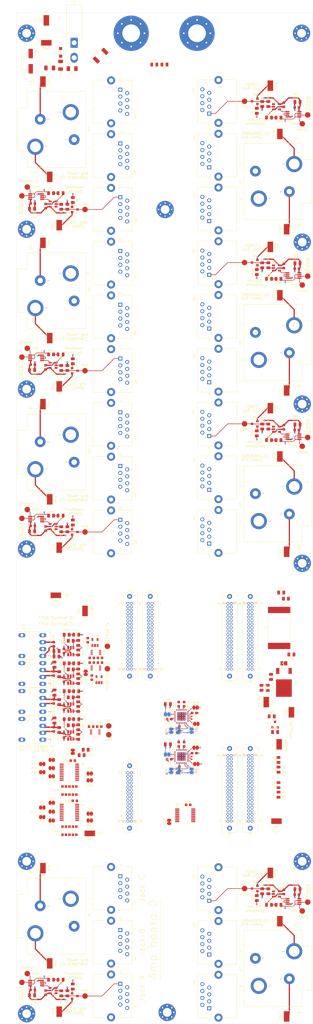
<source format=kicad_pcb>
(kicad_pcb (version 20171130) (host pcbnew "(5.1.9)-1")
  (title_block (title "64-channel Shim Amplifier: Backplane") (rev D1) (company "Martinos Center @ MGH") (comment 1 "Don Straney"))
  (layers (0 F.Cu mixed) (1 In1.Cu signal) (2 In2.Cu power) (3 In3.Cu signal) (4 In4.Cu power) (31 B.Cu signal) (34 B.Paste user) (35 F.Paste user) (36 B.SilkS user) (37 F.SilkS user) (38 B.Mask user) (39 F.Mask user) (44 Edge.Cuts user))
  (net 0 "")
  (net 1 GND)
  (net 2 "Net-(D1-Pad2)")
  (net 3 "Net-(D1-Pad1)")
  (net 4 "Net-(D2-Pad2)")
  (net 5 "Net-(D3-Pad2)")
  (net 6 "Net-(D4-Pad2)")
  (net 7 "Net-(D5-Pad2)")
  (net 8 "Net-(D6-Pad2)")
  (net 9 "Net-(D7-Pad2)")
  (net 10 "Net-(D8-Pad2)")
  (net 11 "Net-(D9-Pad2)")
  (net 12 "Net-(D10-Pad2)")
  (net 13 "Net-(D11-Pad2)")
  (net 14 "Net-(F1-Pad2)")
  (net 15 +VDC)
  (net 16 GNDPWR)
  (net 17 "Net-(J1-Pad2)")
  (net 18 "Net-(U16-Pad2)")
  (net 19 "Net-(Q1-Pad1)")
  (net 20 "Net-(Q2-Pad1)")
  (net 21 "Net-(Q3-Pad1)")
  (net 22 "Net-(Q4-Pad1)")
  (net 23 "Net-(Q5-Pad1)")
  (net 24 "Net-(Q6-Pad1)")
  (net 25 "Net-(Q7-Pad1)")
  (net 26 "Net-(Q8-Pad1)")
  (net 27 "Net-(R66-Pad1)")
  (net 28 +2.5V)
  (net 29 +3V3)
  (net 30 VD)
  (net 31 "Net-(J2-Pad1)")
  (net 32 "Net-(J2-Pad2)")
  (net 33 "Net-(J2-Pad3)")
  (net 34 "Net-(J2-Pad4)")
  (net 35 "Net-(J2-Pad7)")
  (net 36 "Net-(J2-Pad8)")
  (net 37 "Net-(J2-Pad11)")
  (net 38 "Net-(J2-Pad12)")
  (net 39 "Net-(J2-Pad13)")
  (net 40 "Net-(J2-Pad14)")
  (net 41 "Net-(J2-Pad15)")
  (net 42 "Net-(J2-Pad16)")
  (net 43 "Net-(J2-Pad17)")
  (net 44 "Net-(J2-Pad18)")
  (net 45 "Net-(J2-Pad21)")
  (net 46 "Net-(J2-Pad22)")
  (net 47 "Net-(J2-Pad23)")
  (net 48 "Net-(J2-Pad24)")
  (net 49 "Net-(J2-Pad25)")
  (net 50 "Net-(J3-Pad40)")
  (net 51 "Net-(J3-Pad39)")
  (net 52 "Net-(J3-Pad32)")
  (net 53 "Net-(J3-Pad31)")
  (net 54 "Net-(J3-Pad30)")
  (net 55 "Net-(J3-Pad29)")
  (net 56 "Net-(J3-Pad26)")
  (net 57 "Net-(J3-Pad25)")
  (net 58 "Net-(J3-Pad24)")
  (net 59 "Net-(J3-Pad23)")
  (net 60 "Net-(J3-Pad4)")
  (net 61 "Net-(J3-Pad2)")
  (net 62 "Net-(J3-Pad1)")
  (net 63 /SDA0)
  (net 64 /~ADC_CS-0)
  (net 65 "/Amp board 0 interface/~Shutdown")
  (net 66 /~ADC_CS+0)
  (net 67 /ADC_MOSI+0)
  (net 68 /ADC_MOSI-0)
  (net 69 /SCL0)
  (net 70 /ADC_MISO-0)
  (net 71 /ADC_MISO+0)
  (net 72 /SCKO+0)
  (net 73 /SCKO-0)
  (net 74 /DAC_MISO+0)
  (net 75 /DAC_MISO-0)
  (net 76 /DAC_MOSI-0)
  (net 77 /DAC_MOSI+0)
  (net 78 /SCKI-0)
  (net 79 /SCKI+0)
  (net 80 /~DAC_CS-0)
  (net 81 /~DAC_CS+0)
  (net 82 /~LDAC+0)
  (net 83 /~LDAC-0)
  (net 84 "Net-(J6-Pad6)")
  (net 85 "Net-(J6-Pad3)")
  (net 86 /SDA1)
  (net 87 /~ADC_CS-1)
  (net 88 "/Amp board 1 interface/~Shutdown")
  (net 89 /~ADC_CS+1)
  (net 90 /ADC_MOSI+1)
  (net 91 /ADC_MOSI-1)
  (net 92 /SCL1)
  (net 93 /ADC_MISO-1)
  (net 94 /ADC_MISO+1)
  (net 95 /SCKO+1)
  (net 96 /SCKO-1)
  (net 97 /DAC_MISO+1)
  (net 98 /DAC_MISO-1)
  (net 99 /DAC_MOSI-1)
  (net 100 /DAC_MOSI+1)
  (net 101 /SCKI-1)
  (net 102 /SCKI+1)
  (net 103 /~DAC_CS-1)
  (net 104 /~DAC_CS+1)
  (net 105 /~LDAC+1)
  (net 106 /~LDAC-1)
  (net 107 /SDA2)
  (net 108 /~ADC_CS-2)
  (net 109 "/Amp board 2 interface/~Shutdown")
  (net 110 /~ADC_CS+2)
  (net 111 /ADC_MOSI+2)
  (net 112 /ADC_MOSI-2)
  (net 113 /SCL2)
  (net 114 /ADC_MISO-2)
  (net 115 /ADC_MISO+2)
  (net 116 /SCKO+2)
  (net 117 /SCKO-2)
  (net 118 /DAC_MISO+2)
  (net 119 /DAC_MISO-2)
  (net 120 /DAC_MOSI-2)
  (net 121 /DAC_MOSI+2)
  (net 122 /SCKI-2)
  (net 123 /SCKI+2)
  (net 124 /~DAC_CS-2)
  (net 125 /~DAC_CS+2)
  (net 126 /~LDAC+2)
  (net 127 /~LDAC-2)
  (net 128 /SDA3)
  (net 129 /~ADC_CS-3)
  (net 130 "/Amp board 3 interface/~Shutdown")
  (net 131 /~ADC_CS+3)
  (net 132 /ADC_MOSI+3)
  (net 133 /ADC_MOSI-3)
  (net 134 /SCL3)
  (net 135 /ADC_MISO-3)
  (net 136 /ADC_MISO+3)
  (net 137 /SCKO+3)
  (net 138 /SCKO-3)
  (net 139 /DAC_MISO+3)
  (net 140 /DAC_MISO-3)
  (net 141 /DAC_MOSI-3)
  (net 142 /DAC_MOSI+3)
  (net 143 /SCKI-3)
  (net 144 /SCKI+3)
  (net 145 /~DAC_CS-3)
  (net 146 /~DAC_CS+3)
  (net 147 /~LDAC+3)
  (net 148 /~LDAC-3)
  (net 149 /SDA4)
  (net 150 /~ADC_CS-4)
  (net 151 "/Amp board 4 interface/~Shutdown")
  (net 152 /~ADC_CS+4)
  (net 153 /ADC_MOSI+4)
  (net 154 /ADC_MOSI-4)
  (net 155 /SCL4)
  (net 156 /ADC_MISO-4)
  (net 157 /ADC_MISO+4)
  (net 158 /SCKO+4)
  (net 159 /SCKO-4)
  (net 160 /DAC_MISO+4)
  (net 161 /DAC_MISO-4)
  (net 162 /DAC_MOSI-4)
  (net 163 /DAC_MOSI+4)
  (net 164 /SCKI-4)
  (net 165 /SCKI+4)
  (net 166 /~DAC_CS-4)
  (net 167 /~DAC_CS+4)
  (net 168 /~LDAC+4)
  (net 169 /~LDAC-4)
  (net 170 /SDA5)
  (net 171 /~ADC_CS-5)
  (net 172 "/Amp board 5 interface/~Shutdown")
  (net 173 /~ADC_CS+5)
  (net 174 /ADC_MOSI+5)
  (net 175 /ADC_MOSI-5)
  (net 176 /SCL5)
  (net 177 /ADC_MISO-5)
  (net 178 /ADC_MISO+5)
  (net 179 /SCKO+5)
  (net 180 /SCKO-5)
  (net 181 /DAC_MISO+5)
  (net 182 /DAC_MISO-5)
  (net 183 /DAC_MOSI-5)
  (net 184 /DAC_MOSI+5)
  (net 185 /SCKI-5)
  (net 186 /SCKI+5)
  (net 187 /~DAC_CS-5)
  (net 188 /~DAC_CS+5)
  (net 189 /~LDAC+5)
  (net 190 /~LDAC-5)
  (net 191 /SDA6)
  (net 192 /~ADC_CS-6)
  (net 193 "/Amp board 6 interface/~Shutdown")
  (net 194 /~ADC_CS+6)
  (net 195 /ADC_MOSI+6)
  (net 196 /ADC_MOSI-6)
  (net 197 /SCL6)
  (net 198 /ADC_MISO-6)
  (net 199 /ADC_MISO+6)
  (net 200 /SCKO+6)
  (net 201 /SCKO-6)
  (net 202 /DAC_MISO+6)
  (net 203 /DAC_MISO-6)
  (net 204 /DAC_MOSI-6)
  (net 205 /DAC_MOSI+6)
  (net 206 /SCKI-6)
  (net 207 /SCKI+6)
  (net 208 /~DAC_CS-6)
  (net 209 /~DAC_CS+6)
  (net 210 /~LDAC+6)
  (net 211 /~LDAC-6)
  (net 212 /SDA7)
  (net 213 /~ADC_CS-7)
  (net 214 "/Amp board 7 interface/~Shutdown")
  (net 215 /~ADC_CS+7)
  (net 216 /ADC_MOSI+7)
  (net 217 /ADC_MOSI-7)
  (net 218 /SCL7)
  (net 219 /ADC_MISO-7)
  (net 220 /ADC_MISO+7)
  (net 221 /SCKO+7)
  (net 222 /SCKO-7)
  (net 223 /DAC_MISO+7)
  (net 224 /DAC_MISO-7)
  (net 225 /DAC_MOSI-7)
  (net 226 /DAC_MOSI+7)
  (net 227 /SCKI-7)
  (net 228 /SCKI+7)
  (net 229 /~DAC_CS-7)
  (net 230 /~DAC_CS+7)
  (net 231 /~LDAC+7)
  (net 232 /~LDAC-7)
  (net 233 "Net-(JA1-Pad40)")
  (net 234 "Net-(JA1-Pad39)")
  (net 235 "Net-(JA1-Pad2)")
  (net 236 "Net-(JA1-Pad1)")
  (net 237 "Net-(JA2-Pad40)")
  (net 238 "Net-(JA2-Pad39)")
  (net 239 "Net-(JA2-Pad2)")
  (net 240 "Net-(JA2-Pad1)")
  (net 241 "Net-(JB1-Pad40)")
  (net 242 "Net-(JB1-Pad39)")
  (net 243 "Net-(JB1-Pad2)")
  (net 244 "Net-(JB1-Pad1)")
  (net 245 "Net-(JB2-Pad40)")
  (net 246 "Net-(JB2-Pad39)")
  (net 247 "Net-(JB2-Pad2)")
  (net 248 "Net-(JB2-Pad1)")
  (net 249 "Net-(JC1-Pad40)")
  (net 250 "Net-(JC1-Pad39)")
  (net 251 "Net-(JC1-Pad2)")
  (net 252 "Net-(JC1-Pad1)")
  (net 253 "Net-(JP1-Pad2)")
  (net 254 "Net-(JP3-Pad2)")
  (net 255 "Net-(JP4-Pad2)")
  (net 256 "Net-(JP5-Pad2)")
  (net 257 "Net-(JP6-Pad2)")
  (net 258 "Net-(JP7-Pad2)")
  (net 259 "Net-(JP9-Pad2)")
  (net 260 "Net-(JP10-Pad2)")
  (net 261 "Net-(JP11-Pad2)")
  (net 262 "Net-(JP12-Pad2)")
  (net 263 "/FPGA Board, Signal Distribution/SCKI+")
  (net 264 "/FPGA Board, Signal Distribution/SCKI-")
  (net 265 "/FPGA Board, Signal Distribution/~LDAC+")
  (net 266 "/FPGA Board, Signal Distribution/~LDAC-")
  (net 267 /Shutdown_Force)
  (net 268 /Shutdown_Sense1)
  (net 269 /Shutdown_Sense2)
  (net 270 /Shutdown_Sense0)
  (net 271 /Shutdown_Sense3)
  (net 272 /Shutdown_Sense4)
  (net 273 /Shutdown_Sense5)
  (net 274 /Shutdown_Sense6)
  (net 275 /Shutdown_Sense7)
  (net 276 "Net-(U1-Pad4)")
  (net 277 "Net-(U2-Pad1)")
  (net 278 "Net-(U2-Pad30)")
  (net 279 "Net-(U3-Pad1)")
  (net 280 "/FPGA Board, Signal Distribution/LDAC+0")
  (net 281 "/FPGA Board, Signal Distribution/LDAC-0")
  (net 282 "/FPGA Board, Signal Distribution/LDAC+1")
  (net 283 "/FPGA Board, Signal Distribution/LDAC-1")
  (net 284 "/FPGA Board, Signal Distribution/LDAC+2")
  (net 285 "/FPGA Board, Signal Distribution/LDAC-2")
  (net 286 "/FPGA Board, Signal Distribution/LDAC+3")
  (net 287 "/FPGA Board, Signal Distribution/LDAC-3")
  (net 288 "/FPGA Board, Signal Distribution/LDAC+4")
  (net 289 "/FPGA Board, Signal Distribution/LDAC-4")
  (net 290 "/FPGA Board, Signal Distribution/LDAC+5")
  (net 291 "/FPGA Board, Signal Distribution/LDAC-5")
  (net 292 "/FPGA Board, Signal Distribution/LDAC+6")
  (net 293 "/FPGA Board, Signal Distribution/LDAC-6")
  (net 294 "/FPGA Board, Signal Distribution/LDAC+7")
  (net 295 "/FPGA Board, Signal Distribution/LDAC-7")
  (net 296 "Net-(U3-Pad30)")
  (net 297 "Net-(U12-Pad4)")
  (net 298 "Net-(U13-Pad2)")
  (net 299 "Net-(U14-Pad4)")
  (net 300 "Net-(U15-Pad2)")
  (net 301 "Net-(U17-Pad4)")
  (net 302 "Net-(U18-Pad2)")
  (net 303 "Net-(C16-Pad2)")
  (net 304 "Net-(C17-Pad2)")
  (net 305 "Net-(C10-Pad1)")
  (net 306 "Net-(C19-Pad2)")
  (net 307 "Net-(C22-Pad1)")
  (net 308 +1.8V)
  (net 309 "Net-(C34-Pad2)")
  (net 310 "/FPGA Board, Signal Distribution/FPGA_Vin")
  (net 311 "Net-(D12-Pad2)")
  (net 312 "Net-(D13-Pad2)")
  (net 313 "/FPGA Board, Signal Distribution/~FPGA_Rst_1.8")
  (net 314 "/FPGA Board, Signal Distribution/SCL")
  (net 315 "/FPGA Board, Signal Distribution/UART_Rx_FPGA_1.8")
  (net 316 "/FPGA Board, Signal Distribution/SDA")
  (net 317 "/FPGA Board, Signal Distribution/UART_Tx_FPGA_1.8")
  (net 318 "/FPGA Board, Signal Distribution/UART_Rx_FPGA")
  (net 319 "Net-(J9-Pad4)")
  (net 320 "Net-(J10-Pad4)")
  (net 321 "/FPGA Board, Signal Distribution/10Mhz")
  (net 322 "Net-(J11-Pad4)")
  (net 323 "Net-(J12-Pad2)")
  (net 324 "/FPGA Board, Signal Distribution/UART_Tx_FPGA")
  (net 325 "Net-(J15-Pad6)")
  (net 326 "Net-(J15-Pad3)")
  (net 327 "Net-(J20-Pad6)")
  (net 328 "Net-(J20-Pad3)")
  (net 329 "Net-(J25-Pad6)")
  (net 330 "Net-(J25-Pad3)")
  (net 331 "Net-(J30-Pad6)")
  (net 332 "Net-(J30-Pad3)")
  (net 333 "Net-(J35-Pad6)")
  (net 334 "Net-(J35-Pad3)")
  (net 335 "Net-(J40-Pad6)")
  (net 336 "Net-(J40-Pad3)")
  (net 337 "Net-(J45-Pad6)")
  (net 338 "Net-(J45-Pad3)")
  (net 339 "/FPGA Board, Signal Distribution/~DAC_CS-7")
  (net 340 "/FPGA Board, Signal Distribution/~DAC_CS+7")
  (net 341 "/FPGA Board, Signal Distribution/~DAC_CS+5")
  (net 342 "/FPGA Board, Signal Distribution/~DAC_CS-5")
  (net 343 /~Shutdown_Reset)
  (net 344 "/FPGA Board, Signal Distribution/~DAC_CS-6")
  (net 345 "/FPGA Board, Signal Distribution/~DAC_CS+6")
  (net 346 "/FPGA Board, Signal Distribution/~DAC_CS-4")
  (net 347 "/FPGA Board, Signal Distribution/~DAC_CS+4")
  (net 348 "/FPGA Board, Signal Distribution/Shutdown_Sense")
  (net 349 "/FPGA Board, Signal Distribution/~DAC_CS+3")
  (net 350 "/FPGA Board, Signal Distribution/~DAC_CS-3")
  (net 351 "/FPGA Board, Signal Distribution/~DAC_CS+1")
  (net 352 "/FPGA Board, Signal Distribution/~DAC_CS-1")
  (net 353 "/FPGA Board, Signal Distribution/Shutdown_Sense_Sel1")
  (net 354 "/FPGA Board, Signal Distribution/10Mhz_2.5")
  (net 355 "/FPGA Board, Signal Distribution/Trigger_2.5")
  (net 356 "/FPGA Board, Signal Distribution/~DAC_CS-0")
  (net 357 "/FPGA Board, Signal Distribution/~DAC_CS+0")
  (net 358 "/FPGA Board, Signal Distribution/Shutdown_Sense_Sel0")
  (net 359 "/FPGA Board, Signal Distribution/~DAC_CS+2")
  (net 360 "/FPGA Board, Signal Distribution/~DAC_CS-2")
  (net 361 "/FPGA Board, Signal Distribution/Shutdown_Sense_Sel2")
  (net 362 "Net-(JP13-Pad2)")
  (net 363 "Net-(JP14-Pad2)")
  (net 364 "Net-(JP15-Pad2)")
  (net 365 "Net-(JP17-Pad1)")
  (net 366 "Net-(JP18-Pad1)")
  (net 367 "Net-(JP19-Pad1)")
  (net 368 "Net-(JP20-Pad1)")
  (net 369 "Net-(JP21-Pad2)")
  (net 370 "Net-(JP22-Pad2)")
  (net 371 "Net-(JP23-Pad2)")
  (net 372 "Net-(JP25-Pad1)")
  (net 373 "Net-(JP26-Pad1)")
  (net 374 "Net-(JP27-Pad1)")
  (net 375 "Net-(JP28-Pad1)")
  (net 376 "Net-(JP29-Pad2)")
  (net 377 "Net-(JP30-Pad2)")
  (net 378 "Net-(L1-Pad1)")
  (net 379 "Net-(R21-Pad1)")
  (net 380 "Net-(R25-Pad1)")
  (net 381 "Net-(R29-Pad1)")
  (net 382 "Net-(R33-Pad1)")
  (net 383 "Net-(R37-Pad1)")
  (net 384 "Net-(R41-Pad1)")
  (net 385 "Net-(R45-Pad1)")
  (net 386 "Net-(R51-Pad2)")
  (net 387 "Net-(U4-Pad17)")
  (net 388 "Net-(U5-Pad17)")
  (net 389 "Net-(U6-Pad6)")
  (net 390 "Net-(U10-Pad6)")
  (net 391 "Net-(U19-Pad4)")
  (net 392 "Net-(U20-Pad2)")
  (net 393 "Net-(U21-Pad4)")
  (net 394 "Net-(U22-Pad2)")
  (net 395 "Net-(U23-Pad4)")
  (net 396 "Net-(U24-Pad2)")
  (net 397 "Net-(U25-Pad4)")
  (net 398 "Net-(U26-Pad2)")
  (net 399 "/FPGA Board, Signal Distribution/RGMII_TX_CLK")
  (net 400 "/FPGA Board, Signal Distribution/RGMII_TXD2")
  (net 401 "/FPGA Board, Signal Distribution/RGMII_TXD0")
  (net 402 "/FPGA Board, Signal Distribution/RGMII_TXD1")
  (net 403 "/FPGA Board, Signal Distribution/RGMII_TXD3")
  (net 404 "/FPGA Board, Signal Distribution/RGMII_RXD0")
  (net 405 "/FPGA Board, Signal Distribution/RGMII_TX_CTL")
  (net 406 "/FPGA Board, Signal Distribution/RGMII_RX_CLK")
  (net 407 "/FPGA Board, Signal Distribution/RGMII_RXD1")
  (net 408 "/FPGA Board, Signal Distribution/RGMII_RX_CTL")
  (net 409 "/FPGA Board, Signal Distribution/RGMII_RXD2")
  (net 410 "/FPGA Board, Signal Distribution/RGMII_RXD3")
  (net 411 "/FPGA Board, Signal Distribution/Eth_Clk")
  (net 412 "/FPGA Board, Signal Distribution/~FPGA_Rst")
  (net 413 "Net-(D14-Pad2)")
  (net 414 "Net-(D15-Pad2)")
  (net 415 "Net-(D16-Pad2)")
  (net 416 "/Activitiy Indicator (Rx)/In")
  (net 417 "/Activity Indicator (Trigger)/In")
  (net 418 "/Activity Indicator (Tx)/In")
  (net 419 "Net-(R47-Pad2)")
  (net 420 "Net-(R49-Pad1)")
  (net 421 "Net-(R50-Pad1)")
  (net 422 "Net-(R53-Pad1)")
  (net 423 "Net-(R54-Pad1)")
  (net 424 "Net-(R55-Pad2)")
  (net 425 "Net-(R57-Pad1)")
  (net 426 "Net-(R58-Pad1)")
  (net 427 "Net-(R59-Pad2)")
  (net 428 "Net-(R61-Pad1)")
  (net 429 "Net-(R62-Pad1)")
  (module TestPoint:TestPoint_Pad_D2.0mm (layer F.Cu) (at 64.5 284)
    (fp_text reference TP63 (at 0.25 -1.998) (layer F.SilkS) (effects (font (size 0.7 0.7) (thickness 0.12))))
    (fp_text value TestPoint)
    (pad 1 smd circle (at 0 0) (size 2 2) (layers F.Cu F.Mask) (net 315 "/FPGA Board, Signal Distribution/UART_Rx_FPGA_1.8"))
  )
  (module TestPoint:TestPoint_Pad_D2.0mm (layer F.Cu) (at 65 308.25)
    (fp_text reference TP62 (at 0 2) (layer F.SilkS) (effects (font (size 0.7 0.7) (thickness 0.12))))
    (fp_text value TestPoint)
    (pad 1 smd circle (at 0 0) (size 2 2) (layers F.Cu F.Mask) (net 354 "/FPGA Board, Signal Distribution/10Mhz_2.5"))
  )
  (module TestPoint:TestPoint_Pad_D2.0mm (layer F.Cu) (at 65 305)
    (fp_text reference TP53 (at 0 -1.998) (layer F.SilkS) (effects (font (size 0.7 0.7) (thickness 0.12))))
    (fp_text value TestPoint)
    (pad 1 smd circle (at 0 0) (size 2 2) (layers F.Cu F.Mask) (net 355 "/FPGA Board, Signal Distribution/Trigger_2.5"))
  )
  (module TestPoint:TestPoint_Pad_D2.0mm (layer F.Cu) (at 64.5 275.75)
    (fp_text reference TP52 (at 0 -1.998) (layer F.SilkS) (effects (font (size 0.7 0.7) (thickness 0.12))))
    (fp_text value TestPoint)
    (pad 1 smd circle (at 0 0) (size 2 2) (layers F.Cu F.Mask) (net 317 "/FPGA Board, Signal Distribution/UART_Tx_FPGA_1.8"))
  )
  (module TestPoint:TestPoint_Keystone_5019_Minature (layer F.Cu) (at 45.5 257 180)
    (fp_text reference TP51 (at 0 -2.25) (layer F.SilkS) (effects (font (size 0.7 0.7) (thickness 0.12))))
    (fp_text value TestPoint_Flag)
    (pad 1 smd rect (at 0 0 180) (size 3.8 2) (layers F.Cu F.Paste F.Mask) (net 1 GND))
  )
  (module TestPoint:TestPoint_Keystone_5019_Minature (layer F.Cu) (at 58 344.5 180)
    (fp_text reference TP50 (at 0 -2.25) (layer F.SilkS) (effects (font (size 0.7 0.7) (thickness 0.12))))
    (fp_text value TestPoint_Flag)
    (pad 1 smd rect (at 0 0 180) (size 3.8 2) (layers F.Cu F.Paste F.Mask) (net 1 GND))
  )
  (module Martinos_std:TSOT-23-6 (layer F.Cu) (at 51 277.5 90)
    (fp_text reference U33 (at 3.25 -3.25 270) (layer F.SilkS) (effects (font (size 0.7 0.7) (thickness 0.12))))
    (fp_text value LTC6993xS6-2)
    (pad 1 smd rect (at -1.31 -0.95 90) (size 1.22 0.65) (layers F.Cu F.Paste F.Mask) (net 418 "/Activity Indicator (Tx)/In"))
    (pad 2 smd rect (at -1.31 0 90) (size 1.22 0.65) (layers F.Cu F.Paste F.Mask) (net 1 GND))
    (pad 3 smd rect (at -1.31 0.95 90) (size 1.22 0.65) (layers F.Cu F.Paste F.Mask) (net 428 "Net-(R61-Pad1)"))
    (pad 4 smd rect (at 1.31 0.95 90) (size 1.22 0.65) (layers F.Cu F.Paste F.Mask) (net 427 "Net-(R59-Pad2)"))
    (pad 5 smd rect (at 1.31 0 90) (size 1.22 0.65) (layers F.Cu F.Paste F.Mask) (net 29 +3V3))
    (pad 6 smd rect (at 1.31 -0.95 90) (size 1.22 0.65) (layers F.Cu F.Paste F.Mask) (net 429 "Net-(R62-Pad1)"))
  )
  (module Martinos_std:TSOT-23-6 (layer F.Cu) (at 51 288 90)
    (fp_text reference U32 (at -2.75 -0.25 180) (layer F.SilkS) (effects (font (size 0.7 0.7) (thickness 0.12))))
    (fp_text value LTC6993xS6-2)
    (pad 1 smd rect (at -1.31 -0.95 90) (size 1.22 0.65) (layers F.Cu F.Paste F.Mask) (net 416 "/Activitiy Indicator (Rx)/In"))
    (pad 2 smd rect (at -1.31 0 90) (size 1.22 0.65) (layers F.Cu F.Paste F.Mask) (net 1 GND))
    (pad 3 smd rect (at -1.31 0.95 90) (size 1.22 0.65) (layers F.Cu F.Paste F.Mask) (net 425 "Net-(R57-Pad1)"))
    (pad 4 smd rect (at 1.31 0.95 90) (size 1.22 0.65) (layers F.Cu F.Paste F.Mask) (net 424 "Net-(R55-Pad2)"))
    (pad 5 smd rect (at 1.31 0 90) (size 1.22 0.65) (layers F.Cu F.Paste F.Mask) (net 29 +3V3))
    (pad 6 smd rect (at 1.31 -0.95 90) (size 1.22 0.65) (layers F.Cu F.Paste F.Mask) (net 426 "Net-(R58-Pad1)"))
  )
  (module Martinos_std:TSOT-23-6 (layer F.Cu) (at 51 298.25 90)
    (fp_text reference U31 (at -2.75 -0.25) (layer F.SilkS) (effects (font (size 0.7 0.7) (thickness 0.12))))
    (fp_text value LTC6993xS6-2)
    (pad 1 smd rect (at -1.31 -0.95 90) (size 1.22 0.65) (layers F.Cu F.Paste F.Mask) (net 417 "/Activity Indicator (Trigger)/In"))
    (pad 2 smd rect (at -1.31 0 90) (size 1.22 0.65) (layers F.Cu F.Paste F.Mask) (net 1 GND))
    (pad 3 smd rect (at -1.31 0.95 90) (size 1.22 0.65) (layers F.Cu F.Paste F.Mask) (net 422 "Net-(R53-Pad1)"))
    (pad 4 smd rect (at 1.31 0.95 90) (size 1.22 0.65) (layers F.Cu F.Paste F.Mask) (net 386 "Net-(R51-Pad2)"))
    (pad 5 smd rect (at 1.31 0 90) (size 1.22 0.65) (layers F.Cu F.Paste F.Mask) (net 29 +3V3))
    (pad 6 smd rect (at 1.31 -0.95 90) (size 1.22 0.65) (layers F.Cu F.Paste F.Mask) (net 423 "Net-(R54-Pad1)"))
  )
  (module Martinos_std:TSOT-23-6 (layer F.Cu) (at 51 308.5 90)
    (fp_text reference U30 (at -2.75 0 180) (layer F.SilkS) (effects (font (size 0.7 0.7) (thickness 0.12))))
    (fp_text value LTC6993xS6-2)
    (pad 1 smd rect (at -1.31 -0.95 90) (size 1.22 0.65) (layers F.Cu F.Paste F.Mask) (net 321 "/FPGA Board, Signal Distribution/10Mhz"))
    (pad 2 smd rect (at -1.31 0 90) (size 1.22 0.65) (layers F.Cu F.Paste F.Mask) (net 1 GND))
    (pad 3 smd rect (at -1.31 0.95 90) (size 1.22 0.65) (layers F.Cu F.Paste F.Mask) (net 420 "Net-(R49-Pad1)"))
    (pad 4 smd rect (at 1.31 0.95 90) (size 1.22 0.65) (layers F.Cu F.Paste F.Mask) (net 419 "Net-(R47-Pad2)"))
    (pad 5 smd rect (at 1.31 0 90) (size 1.22 0.65) (layers F.Cu F.Paste F.Mask) (net 29 +3V3))
    (pad 6 smd rect (at 1.31 -0.95 90) (size 1.22 0.65) (layers F.Cu F.Paste F.Mask) (net 421 "Net-(R50-Pad1)"))
  )
  (module Martinos_std:SOT-23-5 (layer F.Cu) (at 59.92 274.34 90)
    (fp_text reference U29 (at 2.59 0.58 180) (layer F.SilkS) (effects (font (size 0.7 0.7) (thickness 0.12))))
    (fp_text value 74LVC1G14)
    (pad 5 smd rect (at 1.1 -0.95 90) (size 1.06 0.65) (layers F.Cu F.Paste F.Mask) (net 29 +3V3))
    (pad 4 smd rect (at 1.1 0.95 90) (size 1.06 0.65) (layers F.Cu F.Paste F.Mask) (net 418 "/Activity Indicator (Tx)/In"))
    (pad 3 smd rect (at -1.1 0.95 90) (size 1.06 0.65) (layers F.Cu F.Paste F.Mask) (net 1 GND))
    (pad 2 smd rect (at -1.1 0 90) (size 1.06 0.65) (layers F.Cu F.Paste F.Mask) (net 324 "/FPGA Board, Signal Distribution/UART_Tx_FPGA"))
    (pad 1 smd rect (at -1.1 -0.95 90) (size 1.06 0.65) (layers F.Cu F.Paste F.Mask))
  )
  (module Martinos_std:SOT-23-5 (layer F.Cu) (at 61.42 287.99 90)
    (fp_text reference U27 (at -2.51 0.08 180) (layer F.SilkS) (effects (font (size 0.7 0.7) (thickness 0.12))))
    (fp_text value 74LVC1G14)
    (pad 5 smd rect (at 1.1 -0.95 90) (size 1.06 0.65) (layers F.Cu F.Paste F.Mask) (net 29 +3V3))
    (pad 4 smd rect (at 1.1 0.95 90) (size 1.06 0.65) (layers F.Cu F.Paste F.Mask) (net 318 "/FPGA Board, Signal Distribution/UART_Rx_FPGA"))
    (pad 3 smd rect (at -1.1 0.95 90) (size 1.06 0.65) (layers F.Cu F.Paste F.Mask) (net 1 GND))
    (pad 2 smd rect (at -1.1 0 90) (size 1.06 0.65) (layers F.Cu F.Paste F.Mask) (net 416 "/Activitiy Indicator (Rx)/In"))
    (pad 1 smd rect (at -1.1 -0.95 90) (size 1.06 0.65) (layers F.Cu F.Paste F.Mask))
  )
  (module Resistor_SMD:R_0805_2012Metric (layer F.Cu) (at 49.5 271.5)
    (fp_text reference R62 (at 0.25 -1.65) (layer F.SilkS) (effects (font (size 0.7 0.7) (thickness 0.12))))
    (fp_text value 1K)
    (pad 2 smd roundrect (at 0.9125 0) (size 1.025 1.4) (layers F.Cu F.Paste F.Mask) (roundrect_rratio 0.243902) (net 415 "Net-(D16-Pad2)"))
    (pad 1 smd roundrect (at -0.9125 0) (size 1.025 1.4) (layers F.Cu F.Paste F.Mask) (roundrect_rratio 0.243902) (net 429 "Net-(R62-Pad1)"))
  )
  (module Resistor_SMD:R_0805_2012Metric (layer F.Cu) (at 53.75 278 90)
    (fp_text reference R61 (at 0 1.75 90) (layer F.SilkS) (effects (font (size 0.7 0.7) (thickness 0.12))))
    (fp_text value 180K)
    (pad 2 smd roundrect (at 0.9125 0 90) (size 1.025 1.4) (layers F.Cu F.Paste F.Mask) (roundrect_rratio 0.243902) (net 1 GND))
    (pad 1 smd roundrect (at -0.9125 0 90) (size 1.025 1.4) (layers F.Cu F.Paste F.Mask) (roundrect_rratio 0.243902) (net 428 "Net-(R61-Pad1)"))
  )
  (module Resistor_SMD:R_0805_2012Metric (layer F.Cu) (at 53.75 274.5 270)
    (fp_text reference R60 (at 0 -1.65 90) (layer F.SilkS) (effects (font (size 0.7 0.7) (thickness 0.12))))
    (fp_text value 6.81K)
    (pad 2 smd roundrect (at 0.9125 0 270) (size 1.025 1.4) (layers F.Cu F.Paste F.Mask) (roundrect_rratio 0.243902) (net 1 GND))
    (pad 1 smd roundrect (at -0.9125 0 270) (size 1.025 1.4) (layers F.Cu F.Paste F.Mask) (roundrect_rratio 0.243902) (net 427 "Net-(R59-Pad2)"))
  )
  (module Resistor_SMD:R_0805_2012Metric (layer F.Cu) (at 51 273.75)
    (fp_text reference R59 (at -2.25 0.25 90) (layer F.SilkS) (effects (font (size 0.7 0.7) (thickness 0.12))))
    (fp_text value 10K)
    (pad 2 smd roundrect (at 0.9125 0) (size 1.025 1.4) (layers F.Cu F.Paste F.Mask) (roundrect_rratio 0.243902) (net 427 "Net-(R59-Pad2)"))
    (pad 1 smd roundrect (at -0.9125 0) (size 1.025 1.4) (layers F.Cu F.Paste F.Mask) (roundrect_rratio 0.243902) (net 29 +3V3))
  )
  (module Resistor_SMD:R_0805_2012Metric (layer F.Cu) (at 49.5 282)
    (fp_text reference R58 (at -2.25 0 90) (layer F.SilkS) (effects (font (size 0.7 0.7) (thickness 0.12))))
    (fp_text value 1K)
    (pad 2 smd roundrect (at 0.9125 0) (size 1.025 1.4) (layers F.Cu F.Paste F.Mask) (roundrect_rratio 0.243902) (net 414 "Net-(D15-Pad2)"))
    (pad 1 smd roundrect (at -0.9125 0) (size 1.025 1.4) (layers F.Cu F.Paste F.Mask) (roundrect_rratio 0.243902) (net 426 "Net-(R58-Pad1)"))
  )
  (module Resistor_SMD:R_0805_2012Metric (layer F.Cu) (at 53.75 288.5 90)
    (fp_text reference R57 (at 0 1.5 90) (layer F.SilkS) (effects (font (size 0.7 0.7) (thickness 0.12))))
    (fp_text value 180K)
    (pad 2 smd roundrect (at 0.9125 0 90) (size 1.025 1.4) (layers F.Cu F.Paste F.Mask) (roundrect_rratio 0.243902) (net 1 GND))
    (pad 1 smd roundrect (at -0.9125 0 90) (size 1.025 1.4) (layers F.Cu F.Paste F.Mask) (roundrect_rratio 0.243902) (net 425 "Net-(R57-Pad1)"))
  )
  (module Resistor_SMD:R_0805_2012Metric (layer F.Cu) (at 53.75 285 270)
    (fp_text reference R56 hide)
    (fp_text value 6.81K)
    (pad 2 smd roundrect (at 0.9125 0 270) (size 1.025 1.4) (layers F.Cu F.Paste F.Mask) (roundrect_rratio 0.243902) (net 1 GND))
    (pad 1 smd roundrect (at -0.9125 0 270) (size 1.025 1.4) (layers F.Cu F.Paste F.Mask) (roundrect_rratio 0.243902) (net 424 "Net-(R55-Pad2)"))
  )
  (module Resistor_SMD:R_0805_2012Metric (layer F.Cu) (at 51 284.25)
    (fp_text reference R55 (at -2.25 0.25 90) (layer F.SilkS) (effects (font (size 0.7 0.7) (thickness 0.12))))
    (fp_text value 10K)
    (pad 2 smd roundrect (at 0.9125 0) (size 1.025 1.4) (layers F.Cu F.Paste F.Mask) (roundrect_rratio 0.243902) (net 424 "Net-(R55-Pad2)"))
    (pad 1 smd roundrect (at -0.9125 0) (size 1.025 1.4) (layers F.Cu F.Paste F.Mask) (roundrect_rratio 0.243902) (net 29 +3V3))
  )
  (module Resistor_SMD:R_0805_2012Metric (layer F.Cu) (at 49.5 292.25)
    (fp_text reference R54 (at -2.25 0 90) (layer F.SilkS) (effects (font (size 0.7 0.7) (thickness 0.12))))
    (fp_text value 1K)
    (pad 2 smd roundrect (at 0.9125 0) (size 1.025 1.4) (layers F.Cu F.Paste F.Mask) (roundrect_rratio 0.243902) (net 413 "Net-(D14-Pad2)"))
    (pad 1 smd roundrect (at -0.9125 0) (size 1.025 1.4) (layers F.Cu F.Paste F.Mask) (roundrect_rratio 0.243902) (net 423 "Net-(R54-Pad1)"))
  )
  (module Resistor_SMD:R_0805_2012Metric (layer F.Cu) (at 53.75 298.75 90)
    (fp_text reference R53 (at 0 1.75 90) (layer F.SilkS) (effects (font (size 0.7 0.7) (thickness 0.12))))
    (fp_text value 180K)
    (pad 2 smd roundrect (at 0.9125 0 90) (size 1.025 1.4) (layers F.Cu F.Paste F.Mask) (roundrect_rratio 0.243902) (net 1 GND))
    (pad 1 smd roundrect (at -0.9125 0 90) (size 1.025 1.4) (layers F.Cu F.Paste F.Mask) (roundrect_rratio 0.243902) (net 422 "Net-(R53-Pad1)"))
  )
  (module Resistor_SMD:R_0805_2012Metric (layer F.Cu) (at 53.75 295.25 270)
    (fp_text reference R52 (at 0 -1.65 90) (layer F.SilkS) (effects (font (size 0.7 0.7) (thickness 0.12))))
    (fp_text value 6.81K)
    (pad 2 smd roundrect (at 0.9125 0 270) (size 1.025 1.4) (layers F.Cu F.Paste F.Mask) (roundrect_rratio 0.243902) (net 1 GND))
    (pad 1 smd roundrect (at -0.9125 0 270) (size 1.025 1.4) (layers F.Cu F.Paste F.Mask) (roundrect_rratio 0.243902) (net 386 "Net-(R51-Pad2)"))
  )
  (module Resistor_SMD:R_0805_2012Metric (layer F.Cu) (at 51 294.5)
    (fp_text reference R51 (at -2.25 0.25 90) (layer F.SilkS) (effects (font (size 0.7 0.7) (thickness 0.12))))
    (fp_text value 10K)
    (pad 2 smd roundrect (at 0.9125 0) (size 1.025 1.4) (layers F.Cu F.Paste F.Mask) (roundrect_rratio 0.243902) (net 386 "Net-(R51-Pad2)"))
    (pad 1 smd roundrect (at -0.9125 0) (size 1.025 1.4) (layers F.Cu F.Paste F.Mask) (roundrect_rratio 0.243902) (net 29 +3V3))
  )
  (module Resistor_SMD:R_0805_2012Metric (layer F.Cu) (at 49.5 302.5)
    (fp_text reference R50 (at -2.25 0 90) (layer F.SilkS) (effects (font (size 0.7 0.7) (thickness 0.12))))
    (fp_text value 1K)
    (pad 2 smd roundrect (at 0.9125 0) (size 1.025 1.4) (layers F.Cu F.Paste F.Mask) (roundrect_rratio 0.243902) (net 312 "Net-(D13-Pad2)"))
    (pad 1 smd roundrect (at -0.9125 0) (size 1.025 1.4) (layers F.Cu F.Paste F.Mask) (roundrect_rratio 0.243902) (net 421 "Net-(R50-Pad1)"))
  )
  (module Resistor_SMD:R_0805_2012Metric (layer F.Cu) (at 53.75 309 90)
    (fp_text reference R49 (at 0 1.75 90) (layer F.SilkS) (effects (font (size 0.7 0.7) (thickness 0.12))))
    (fp_text value 180K)
    (pad 2 smd roundrect (at 0.9125 0 90) (size 1.025 1.4) (layers F.Cu F.Paste F.Mask) (roundrect_rratio 0.243902) (net 1 GND))
    (pad 1 smd roundrect (at -0.9125 0 90) (size 1.025 1.4) (layers F.Cu F.Paste F.Mask) (roundrect_rratio 0.243902) (net 420 "Net-(R49-Pad1)"))
  )
  (module Resistor_SMD:R_0805_2012Metric (layer F.Cu) (at 53.75 305.5 270)
    (fp_text reference R48 (at 0 -1.65 90) (layer F.SilkS) (effects (font (size 0.7 0.7) (thickness 0.12))))
    (fp_text value 6.81K)
    (pad 2 smd roundrect (at 0.9125 0 270) (size 1.025 1.4) (layers F.Cu F.Paste F.Mask) (roundrect_rratio 0.243902) (net 1 GND))
    (pad 1 smd roundrect (at -0.9125 0 270) (size 1.025 1.4) (layers F.Cu F.Paste F.Mask) (roundrect_rratio 0.243902) (net 419 "Net-(R47-Pad2)"))
  )
  (module Resistor_SMD:R_0805_2012Metric (layer F.Cu) (at 51 304.75)
    (fp_text reference R47 (at -2.25 0.25 90) (layer F.SilkS) (effects (font (size 0.7 0.7) (thickness 0.12))))
    (fp_text value 10K)
    (pad 2 smd roundrect (at 0.9125 0) (size 1.025 1.4) (layers F.Cu F.Paste F.Mask) (roundrect_rratio 0.243902) (net 419 "Net-(R47-Pad2)"))
    (pad 1 smd roundrect (at -0.9125 0) (size 1.025 1.4) (layers F.Cu F.Paste F.Mask) (roundrect_rratio 0.243902) (net 29 +3V3))
  )
  (module LED_SMD:LED_0805_2012Metric (layer F.Cu) (at 53 271.5 180)
    (fp_text reference D16 (at 0 1.75) (layer F.SilkS) (effects (font (size 0.7 0.7) (thickness 0.12))))
    (fp_text value Yellow)
    (pad 2 smd roundrect (at 0.9375 0 180) (size 0.975 1.4) (layers F.Cu F.Paste F.Mask) (net 415 "Net-(D16-Pad2)"))
    (pad 1 smd roundrect (at -0.9375 0 180) (size 0.975 1.4) (layers F.Cu F.Paste F.Mask) (net 1 GND))
  )
  (module LED_SMD:LED_0805_2012Metric (layer F.Cu) (at 53 282 180)
    (fp_text reference D15 (at -3 0 90) (layer F.SilkS) (effects (font (size 0.7 0.7) (thickness 0.12))))
    (fp_text value Yellow)
    (pad 2 smd roundrect (at 0.9375 0 180) (size 0.975 1.4) (layers F.Cu F.Paste F.Mask) (net 414 "Net-(D15-Pad2)"))
    (pad 1 smd roundrect (at -0.9375 0 180) (size 0.975 1.4) (layers F.Cu F.Paste F.Mask) (net 1 GND))
  )
  (module LED_SMD:LED_0805_2012Metric (layer F.Cu) (at 53 292.25 180)
    (fp_text reference D14 (at -3 0 90) (layer F.SilkS) (effects (font (size 0.7 0.7) (thickness 0.12))))
    (fp_text value Yellow)
    (pad 2 smd roundrect (at 0.9375 0 180) (size 0.975 1.4) (layers F.Cu F.Paste F.Mask) (net 413 "Net-(D14-Pad2)"))
    (pad 1 smd roundrect (at -0.9375 0 180) (size 0.975 1.4) (layers F.Cu F.Paste F.Mask) (net 1 GND))
  )
  (module LED_SMD:LED_0805_2012Metric (layer F.Cu) (at 53 302.5 180)
    (fp_text reference D13 (at -3.25 0 90) (layer F.SilkS) (effects (font (size 0.7 0.7) (thickness 0.12))))
    (fp_text value Yellow)
    (pad 2 smd roundrect (at 0.9375 0 180) (size 0.975 1.4) (layers F.Cu F.Paste F.Mask) (net 312 "Net-(D13-Pad2)"))
    (pad 1 smd roundrect (at -0.9375 0 180) (size 0.975 1.4) (layers F.Cu F.Paste F.Mask) (net 1 GND))
  )
  (module Capacitor_SMD:C_0603_1608Metric (layer F.Cu) (at 48.5 277.5 90)
    (fp_text reference C66 hide)
    (fp_text value "100nF 50V X7R")
    (pad 2 smd roundrect (at 0.775 0 90) (size 0.9 0.95) (layers F.Cu F.Paste F.Mask) (net 29 +3V3))
    (pad 1 smd roundrect (at -0.775 0 90) (size 0.9 0.95) (layers F.Cu F.Paste F.Mask) (net 1 GND))
  )
  (module Capacitor_SMD:C_0603_1608Metric (layer F.Cu) (at 48.5 288 90)
    (fp_text reference C65 hide)
    (fp_text value "100nF 50V X7R")
    (pad 2 smd roundrect (at 0.775 0 90) (size 0.9 0.95) (layers F.Cu F.Paste F.Mask) (net 29 +3V3))
    (pad 1 smd roundrect (at -0.775 0 90) (size 0.9 0.95) (layers F.Cu F.Paste F.Mask) (net 1 GND))
  )
  (module Capacitor_SMD:C_0603_1608Metric (layer F.Cu) (at 48.5 298.25 90)
    (fp_text reference C64 hide)
    (fp_text value "100nF 50V X7R")
    (pad 2 smd roundrect (at 0.775 0 90) (size 0.9 0.95) (layers F.Cu F.Paste F.Mask) (net 29 +3V3))
    (pad 1 smd roundrect (at -0.775 0 90) (size 0.9 0.95) (layers F.Cu F.Paste F.Mask) (net 1 GND))
  )
  (module Capacitor_SMD:C_0603_1608Metric (layer F.Cu) (at 48.5 308.5 90)
    (fp_text reference C63 hide)
    (fp_text value "100nF 50V X7R")
    (pad 2 smd roundrect (at 0.775 0 90) (size 0.9 0.95) (layers F.Cu F.Paste F.Mask) (net 29 +3V3))
    (pad 1 smd roundrect (at -0.775 0 90) (size 0.9 0.95) (layers F.Cu F.Paste F.Mask) (net 1 GND))
  )
  (module Capacitor_SMD:C_0603_1608Metric (layer F.Cu) (at 57.25 273.5 90)
    (fp_text reference C62 (at -2.5 0 90) (layer F.SilkS) (effects (font (size 0.7 0.7) (thickness 0.12))))
    (fp_text value "100nF 50V X7R")
    (pad 2 smd roundrect (at 0.775 0 90) (size 0.9 0.95) (layers F.Cu F.Paste F.Mask) (net 29 +3V3))
    (pad 1 smd roundrect (at -0.775 0 90) (size 0.9 0.95) (layers F.Cu F.Paste F.Mask) (net 1 GND))
  )
  (module Capacitor_SMD:C_0603_1608Metric (layer F.Cu) (at 58.75 287.25 90)
    (fp_text reference C61 (at -2.5 0 90) (layer F.SilkS) (effects (font (size 0.7 0.7) (thickness 0.12))))
    (fp_text value "100nF 50V X7R")
    (pad 2 smd roundrect (at 0.775 0 90) (size 0.9 0.95) (layers F.Cu F.Paste F.Mask) (net 29 +3V3))
    (pad 1 smd roundrect (at -0.775 0 90) (size 0.9 0.95) (layers F.Cu F.Paste F.Mask) (net 1 GND))
  )
  (module Martinos:Conn_Samtec_TFM-120-x1,3-x-D-WT (layer F.Cu) (at 80.285 272.055)
    (fp_text reference JC1 (at 0 -16.675) (layer F.SilkS) (effects (font (size 0.7 0.7) (thickness 0.12))))
    (fp_text value Conn_02x20_Odd_Even)
    (fp_text user 1 (at -3.75 -12) (layer F.SilkS) (effects (font (size 0.7 0.7))))
    (fp_text user 40 (at 4 12 180) (layer F.SilkS) (effects (font (size 0.7 0.7))))
    (fp_text user 39 (at -4 12.065) (layer F.SilkS) (effects (font (size 0.7 0.7))))
    (fp_text user 2 (at 3.75 -12 180) (layer F.SilkS) (effects (font (size 0.7 0.7))))
    (fp_text user 1 (at -1.5 -12.175) (layer B.SilkS) (effects (font (size 0.7 0.7) (thickness 0.12)) (justify mirror)))
    (fp_text user 2 (at 1.5 -12.175) (layer B.SilkS) (effects (font (size 0.7 0.7) (thickness 0.12)) (justify mirror)))
    (fp_text user 39 (at -2 12.175) (layer B.SilkS) (effects (font (size 0.7 0.7) (thickness 0.12)) (justify mirror)))
    (fp_text user 40 (at 2 12.175) (layer B.SilkS) (effects (font (size 0.7 0.7) (thickness 0.12)) (justify mirror)))
    (pad 40 thru_hole circle (at 0.635 12.065) (size 1.05 1.05) (drill 0.635) (layers *.Cu *.Mask) (net 249 "Net-(JC1-Pad40)"))
    (pad 39 thru_hole circle (at -0.635 12.065) (size 1.05 1.05) (drill 0.635) (layers *.Cu *.Mask) (net 250 "Net-(JC1-Pad39)"))
    (pad 38 thru_hole circle (at 0.635 10.795) (size 1.05 1.05) (drill 0.635) (layers *.Cu *.Mask) (net 160 /DAC_MISO+4))
    (pad 37 thru_hole circle (at -0.635 10.795) (size 1.05 1.05) (drill 0.635) (layers *.Cu *.Mask) (net 159 /SCKO-4))
    (pad 36 thru_hole circle (at 0.635 9.525) (size 1.05 1.05) (drill 0.635) (layers *.Cu *.Mask) (net 161 /DAC_MISO-4))
    (pad 35 thru_hole circle (at -0.635 9.525) (size 1.05 1.05) (drill 0.635) (layers *.Cu *.Mask) (net 158 /SCKO+4))
    (pad 34 thru_hole circle (at 0.635 8.255) (size 1.05 1.05) (drill 0.635) (layers *.Cu *.Mask) (net 1 GND))
    (pad 33 thru_hole circle (at -0.635 8.255) (size 1.05 1.05) (drill 0.635) (layers *.Cu *.Mask) (net 1 GND))
    (pad 32 thru_hole circle (at 0.635 6.985) (size 1.05 1.05) (drill 0.635) (layers *.Cu *.Mask) (net 157 /ADC_MISO+4))
    (pad 31 thru_hole circle (at -0.635 6.985) (size 1.05 1.05) (drill 0.635) (layers *.Cu *.Mask) (net 154 /ADC_MOSI-4))
    (pad "" thru_hole circle (at 0 -14.655) (size 1.84 1.84) (drill 0.84) (layers *.Cu *.Mask))
    (pad "" thru_hole circle (at 0 14.655) (size 1.84 1.84) (drill 0.84) (layers *.Cu *.Mask))
    (pad 1 thru_hole circle (at -0.635 -12.065) (size 1.05 1.05) (drill 0.635) (layers *.Cu *.Mask) (net 252 "Net-(JC1-Pad1)"))
    (pad 2 thru_hole circle (at 0.635 -12.065) (size 1.05 1.05) (drill 0.635) (layers *.Cu *.Mask) (net 251 "Net-(JC1-Pad2)"))
    (pad 3 thru_hole circle (at -0.635 -10.795) (size 1.05 1.05) (drill 0.635) (layers *.Cu *.Mask) (net 28 +2.5V))
    (pad 4 thru_hole circle (at 0.635 -10.795) (size 1.05 1.05) (drill 0.635) (layers *.Cu *.Mask) (net 361 "/FPGA Board, Signal Distribution/Shutdown_Sense_Sel2"))
    (pad 5 thru_hole circle (at -0.635 -9.525) (size 1.05 1.05) (drill 0.635) (layers *.Cu *.Mask) (net 110 /~ADC_CS+2))
    (pad 6 thru_hole circle (at 0.635 -9.525) (size 1.05 1.05) (drill 0.635) (layers *.Cu *.Mask) (net 117 /SCKO-2))
    (pad 7 thru_hole circle (at -0.635 -8.255) (size 1.05 1.05) (drill 0.635) (layers *.Cu *.Mask) (net 108 /~ADC_CS-2))
    (pad 8 thru_hole circle (at 0.635 -8.255) (size 1.05 1.05) (drill 0.635) (layers *.Cu *.Mask) (net 116 /SCKO+2))
    (pad 9 thru_hole circle (at -0.635 -6.985) (size 1.05 1.05) (drill 0.635) (layers *.Cu *.Mask) (net 1 GND))
    (pad 10 thru_hole circle (at 0.635 -6.985) (size 1.05 1.05) (drill 0.635) (layers *.Cu *.Mask) (net 1 GND))
    (pad 11 thru_hole circle (at -0.635 -5.715) (size 1.05 1.05) (drill 0.635) (layers *.Cu *.Mask) (net 111 /ADC_MOSI+2))
    (pad 12 thru_hole circle (at 0.635 -5.715) (size 1.05 1.05) (drill 0.635) (layers *.Cu *.Mask) (net 114 /ADC_MISO-2))
    (pad 13 thru_hole circle (at -0.635 -4.445) (size 1.05 1.05) (drill 0.635) (layers *.Cu *.Mask) (net 112 /ADC_MOSI-2))
    (pad 14 thru_hole circle (at 0.635 -4.445) (size 1.05 1.05) (drill 0.635) (layers *.Cu *.Mask) (net 115 /ADC_MISO+2))
    (pad 15 thru_hole circle (at -0.635 -3.175) (size 1.05 1.05) (drill 0.635) (layers *.Cu *.Mask) (net 1 GND))
    (pad 16 thru_hole circle (at 0.635 -3.175) (size 1.05 1.05) (drill 0.635) (layers *.Cu *.Mask) (net 1 GND))
    (pad 17 thru_hole circle (at -0.635 -1.905) (size 1.05 1.05) (drill 0.635) (layers *.Cu *.Mask) (net 118 /DAC_MISO+2))
    (pad 18 thru_hole circle (at 0.635 -1.905) (size 1.05 1.05) (drill 0.635) (layers *.Cu *.Mask) (net 360 "/FPGA Board, Signal Distribution/~DAC_CS-2"))
    (pad 19 thru_hole circle (at -0.635 -0.635) (size 1.05 1.05) (drill 0.635) (layers *.Cu *.Mask) (net 119 /DAC_MISO-2))
    (pad 20 thru_hole circle (at 0.635 -0.635) (size 1.05 1.05) (drill 0.635) (layers *.Cu *.Mask) (net 359 "/FPGA Board, Signal Distribution/~DAC_CS+2"))
    (pad 21 thru_hole circle (at -0.635 0.635) (size 1.05 1.05) (drill 0.635) (layers *.Cu *.Mask) (net 1 GND))
    (pad 22 thru_hole circle (at 0.635 0.635) (size 1.05 1.05) (drill 0.635) (layers *.Cu *.Mask) (net 1 GND))
    (pad 23 thru_hole circle (at -0.635 1.905) (size 1.05 1.05) (drill 0.635) (layers *.Cu *.Mask) (net 121 /DAC_MOSI+2))
    (pad 24 thru_hole circle (at 0.635 1.905) (size 1.05 1.05) (drill 0.635) (layers *.Cu *.Mask) (net 150 /~ADC_CS-4))
    (pad 25 thru_hole circle (at -0.635 3.175) (size 1.05 1.05) (drill 0.635) (layers *.Cu *.Mask) (net 120 /DAC_MOSI-2))
    (pad 26 thru_hole circle (at 0.635 3.175) (size 1.05 1.05) (drill 0.635) (layers *.Cu *.Mask) (net 152 /~ADC_CS+4))
    (pad 27 thru_hole circle (at -0.635 4.445) (size 1.05 1.05) (drill 0.635) (layers *.Cu *.Mask) (net 1 GND))
    (pad 28 thru_hole circle (at 0.635 4.445) (size 1.05 1.05) (drill 0.635) (layers *.Cu *.Mask) (net 1 GND))
    (pad 29 thru_hole circle (at -0.635 5.715) (size 1.05 1.05) (drill 0.635) (layers *.Cu *.Mask) (net 153 /ADC_MOSI+4))
    (pad 30 thru_hole circle (at 0.635 5.715) (size 1.05 1.05) (drill 0.635) (layers *.Cu *.Mask) (net 156 /ADC_MISO-4))
  )
  (module Martinos:Conn_Samtec_TFM-120-x1,3-x-D-WT (layer F.Cu) (at 109.495 327.935 180)
    (fp_text reference JB2 (at 0 -16.675) (layer F.SilkS) (effects (font (size 0.7 0.7) (thickness 0.12))))
    (fp_text value Conn_02x20_Odd_Even)
    (fp_text user 1 (at -3.75 -12) (layer F.SilkS) (effects (font (size 0.7 0.7))))
    (fp_text user 40 (at 4 12 180) (layer F.SilkS) (effects (font (size 0.7 0.7))))
    (fp_text user 39 (at -4 12.065) (layer F.SilkS) (effects (font (size 0.7 0.7))))
    (fp_text user 2 (at 3.75 -12 180) (layer F.SilkS) (effects (font (size 0.7 0.7))))
    (fp_text user 1 (at -1.5 -12.175) (layer B.SilkS) (effects (font (size 0.7 0.7) (thickness 0.12)) (justify mirror)))
    (fp_text user 2 (at 1.5 -12.175) (layer B.SilkS) (effects (font (size 0.7 0.7) (thickness 0.12)) (justify mirror)))
    (fp_text user 39 (at -2 12.175) (layer B.SilkS) (effects (font (size 0.7 0.7) (thickness 0.12)) (justify mirror)))
    (fp_text user 40 (at 2 12.175) (layer B.SilkS) (effects (font (size 0.7 0.7) (thickness 0.12)) (justify mirror)))
    (pad 40 thru_hole circle (at 0.635 12.065 180) (size 1.05 1.05) (drill 0.635) (layers *.Cu *.Mask) (net 245 "Net-(JB2-Pad40)"))
    (pad 39 thru_hole circle (at -0.635 12.065 180) (size 1.05 1.05) (drill 0.635) (layers *.Cu *.Mask) (net 246 "Net-(JB2-Pad39)"))
    (pad 38 thru_hole circle (at 0.635 10.795 180) (size 1.05 1.05) (drill 0.635) (layers *.Cu *.Mask) (net 354 "/FPGA Board, Signal Distribution/10Mhz_2.5"))
    (pad 37 thru_hole circle (at -0.635 10.795 180) (size 1.05 1.05) (drill 0.635) (layers *.Cu *.Mask) (net 73 /SCKO-0))
    (pad 36 thru_hole circle (at 0.635 9.525 180) (size 1.05 1.05) (drill 0.635) (layers *.Cu *.Mask) (net 355 "/FPGA Board, Signal Distribution/Trigger_2.5"))
    (pad 35 thru_hole circle (at -0.635 9.525 180) (size 1.05 1.05) (drill 0.635) (layers *.Cu *.Mask) (net 72 /SCKO+0))
    (pad 34 thru_hole circle (at 0.635 8.255 180) (size 1.05 1.05) (drill 0.635) (layers *.Cu *.Mask) (net 1 GND))
    (pad 33 thru_hole circle (at -0.635 8.255 180) (size 1.05 1.05) (drill 0.635) (layers *.Cu *.Mask) (net 1 GND))
    (pad 32 thru_hole circle (at 0.635 6.985 180) (size 1.05 1.05) (drill 0.635) (layers *.Cu *.Mask) (net 132 /ADC_MOSI+3))
    (pad 31 thru_hole circle (at -0.635 6.985 180) (size 1.05 1.05) (drill 0.635) (layers *.Cu *.Mask) (net 129 /~ADC_CS-3))
    (pad "" thru_hole circle (at 0 -14.655 180) (size 1.84 1.84) (drill 0.84) (layers *.Cu *.Mask))
    (pad "" thru_hole circle (at 0 14.655 180) (size 1.84 1.84) (drill 0.84) (layers *.Cu *.Mask))
    (pad 1 thru_hole circle (at -0.635 -12.065 180) (size 1.05 1.05) (drill 0.635) (layers *.Cu *.Mask) (net 248 "Net-(JB2-Pad1)"))
    (pad 2 thru_hole circle (at 0.635 -12.065 180) (size 1.05 1.05) (drill 0.635) (layers *.Cu *.Mask) (net 247 "Net-(JB2-Pad2)"))
    (pad 3 thru_hole circle (at -0.635 -10.795 180) (size 1.05 1.05) (drill 0.635) (layers *.Cu *.Mask) (net 28 +2.5V))
    (pad 4 thru_hole circle (at 0.635 -10.795 180) (size 1.05 1.05) (drill 0.635) (layers *.Cu *.Mask) (net 358 "/FPGA Board, Signal Distribution/Shutdown_Sense_Sel0"))
    (pad 5 thru_hole circle (at -0.635 -9.525 180) (size 1.05 1.05) (drill 0.635) (layers *.Cu *.Mask) (net 66 /~ADC_CS+0))
    (pad 6 thru_hole circle (at 0.635 -9.525 180) (size 1.05 1.05) (drill 0.635) (layers *.Cu *.Mask) (net 68 /ADC_MOSI-0))
    (pad 7 thru_hole circle (at -0.635 -8.255 180) (size 1.05 1.05) (drill 0.635) (layers *.Cu *.Mask) (net 64 /~ADC_CS-0))
    (pad 8 thru_hole circle (at 0.635 -8.255 180) (size 1.05 1.05) (drill 0.635) (layers *.Cu *.Mask) (net 67 /ADC_MOSI+0))
    (pad 9 thru_hole circle (at -0.635 -6.985 180) (size 1.05 1.05) (drill 0.635) (layers *.Cu *.Mask) (net 1 GND))
    (pad 10 thru_hole circle (at 0.635 -6.985 180) (size 1.05 1.05) (drill 0.635) (layers *.Cu *.Mask) (net 1 GND))
    (pad 11 thru_hole circle (at -0.635 -5.715 180) (size 1.05 1.05) (drill 0.635) (layers *.Cu *.Mask) (net 71 /ADC_MISO+0))
    (pad 12 thru_hole circle (at 0.635 -5.715 180) (size 1.05 1.05) (drill 0.635) (layers *.Cu *.Mask) (net 75 /DAC_MISO-0))
    (pad 13 thru_hole circle (at -0.635 -4.445 180) (size 1.05 1.05) (drill 0.635) (layers *.Cu *.Mask) (net 70 /ADC_MISO-0))
    (pad 14 thru_hole circle (at 0.635 -4.445 180) (size 1.05 1.05) (drill 0.635) (layers *.Cu *.Mask) (net 74 /DAC_MISO+0))
    (pad 15 thru_hole circle (at -0.635 -3.175 180) (size 1.05 1.05) (drill 0.635) (layers *.Cu *.Mask) (net 1 GND))
    (pad 16 thru_hole circle (at 0.635 -3.175 180) (size 1.05 1.05) (drill 0.635) (layers *.Cu *.Mask) (net 1 GND))
    (pad 17 thru_hole circle (at -0.635 -1.905 180) (size 1.05 1.05) (drill 0.635) (layers *.Cu *.Mask) (net 357 "/FPGA Board, Signal Distribution/~DAC_CS+0"))
    (pad 18 thru_hole circle (at 0.635 -1.905 180) (size 1.05 1.05) (drill 0.635) (layers *.Cu *.Mask) (net 76 /DAC_MOSI-0))
    (pad 19 thru_hole circle (at -0.635 -0.635 180) (size 1.05 1.05) (drill 0.635) (layers *.Cu *.Mask) (net 356 "/FPGA Board, Signal Distribution/~DAC_CS-0"))
    (pad 20 thru_hole circle (at 0.635 -0.635 180) (size 1.05 1.05) (drill 0.635) (layers *.Cu *.Mask) (net 77 /DAC_MOSI+0))
    (pad 21 thru_hole circle (at -0.635 0.635 180) (size 1.05 1.05) (drill 0.635) (layers *.Cu *.Mask) (net 1 GND))
    (pad 22 thru_hole circle (at 0.635 0.635 180) (size 1.05 1.05) (drill 0.635) (layers *.Cu *.Mask) (net 1 GND))
    (pad 23 thru_hole circle (at -0.635 1.905 180) (size 1.05 1.05) (drill 0.635) (layers *.Cu *.Mask) (net 265 "/FPGA Board, Signal Distribution/~LDAC+"))
    (pad 24 thru_hole circle (at 0.635 1.905 180) (size 1.05 1.05) (drill 0.635) (layers *.Cu *.Mask) (net 264 "/FPGA Board, Signal Distribution/SCKI-"))
    (pad 25 thru_hole circle (at -0.635 3.175 180) (size 1.05 1.05) (drill 0.635) (layers *.Cu *.Mask) (net 266 "/FPGA Board, Signal Distribution/~LDAC-"))
    (pad 26 thru_hole circle (at 0.635 3.175 180) (size 1.05 1.05) (drill 0.635) (layers *.Cu *.Mask) (net 263 "/FPGA Board, Signal Distribution/SCKI+"))
    (pad 27 thru_hole circle (at -0.635 4.445 180) (size 1.05 1.05) (drill 0.635) (layers *.Cu *.Mask) (net 1 GND))
    (pad 28 thru_hole circle (at 0.635 4.445 180) (size 1.05 1.05) (drill 0.635) (layers *.Cu *.Mask) (net 1 GND))
    (pad 29 thru_hole circle (at -0.635 5.715 180) (size 1.05 1.05) (drill 0.635) (layers *.Cu *.Mask) (net 131 /~ADC_CS+3))
    (pad 30 thru_hole circle (at 0.635 5.715 180) (size 1.05 1.05) (drill 0.635) (layers *.Cu *.Mask) (net 133 /ADC_MOSI-3))
  )
  (module Martinos:Conn_Samtec_TFM-120-x1,3-x-D-WT (layer F.Cu) (at 117.115 327.935 180)
    (fp_text reference JB1 (at 0 -16.675) (layer F.SilkS) (effects (font (size 0.7 0.7) (thickness 0.12))))
    (fp_text value Conn_02x20_Odd_Even)
    (fp_text user 1 (at -3.75 -12) (layer F.SilkS) (effects (font (size 0.7 0.7))))
    (fp_text user 40 (at 4 12 180) (layer F.SilkS) (effects (font (size 0.7 0.7))))
    (fp_text user 39 (at -4 12.065) (layer F.SilkS) (effects (font (size 0.7 0.7))))
    (fp_text user 2 (at 3.75 -12 180) (layer F.SilkS) (effects (font (size 0.7 0.7))))
    (fp_text user 1 (at -1.5 -12.175) (layer B.SilkS) (effects (font (size 0.7 0.7) (thickness 0.12)) (justify mirror)))
    (fp_text user 2 (at 1.5 -12.175) (layer B.SilkS) (effects (font (size 0.7 0.7) (thickness 0.12)) (justify mirror)))
    (fp_text user 39 (at -2 12.175) (layer B.SilkS) (effects (font (size 0.7 0.7) (thickness 0.12)) (justify mirror)))
    (fp_text user 40 (at 2 12.175) (layer B.SilkS) (effects (font (size 0.7 0.7) (thickness 0.12)) (justify mirror)))
    (pad 40 thru_hole circle (at 0.635 12.065 180) (size 1.05 1.05) (drill 0.635) (layers *.Cu *.Mask) (net 241 "Net-(JB1-Pad40)"))
    (pad 39 thru_hole circle (at -0.635 12.065 180) (size 1.05 1.05) (drill 0.635) (layers *.Cu *.Mask) (net 242 "Net-(JB1-Pad39)"))
    (pad 38 thru_hole circle (at 0.635 10.795 180) (size 1.05 1.05) (drill 0.635) (layers *.Cu *.Mask) (net 95 /SCKO+1))
    (pad 37 thru_hole circle (at -0.635 10.795 180) (size 1.05 1.05) (drill 0.635) (layers *.Cu *.Mask) (net 138 /SCKO-3))
    (pad 36 thru_hole circle (at 0.635 9.525 180) (size 1.05 1.05) (drill 0.635) (layers *.Cu *.Mask) (net 96 /SCKO-1))
    (pad 35 thru_hole circle (at -0.635 9.525 180) (size 1.05 1.05) (drill 0.635) (layers *.Cu *.Mask) (net 137 /SCKO+3))
    (pad 34 thru_hole circle (at 0.635 8.255 180) (size 1.05 1.05) (drill 0.635) (layers *.Cu *.Mask) (net 1 GND))
    (pad 33 thru_hole circle (at -0.635 8.255 180) (size 1.05 1.05) (drill 0.635) (layers *.Cu *.Mask) (net 1 GND))
    (pad 32 thru_hole circle (at 0.635 6.985 180) (size 1.05 1.05) (drill 0.635) (layers *.Cu *.Mask) (net 136 /ADC_MISO+3))
    (pad 31 thru_hole circle (at -0.635 6.985 180) (size 1.05 1.05) (drill 0.635) (layers *.Cu *.Mask) (net 140 /DAC_MISO-3))
    (pad "" thru_hole circle (at 0 -14.655 180) (size 1.84 1.84) (drill 0.84) (layers *.Cu *.Mask))
    (pad "" thru_hole circle (at 0 14.655 180) (size 1.84 1.84) (drill 0.84) (layers *.Cu *.Mask))
    (pad 1 thru_hole circle (at -0.635 -12.065 180) (size 1.05 1.05) (drill 0.635) (layers *.Cu *.Mask) (net 244 "Net-(JB1-Pad1)"))
    (pad 2 thru_hole circle (at 0.635 -12.065 180) (size 1.05 1.05) (drill 0.635) (layers *.Cu *.Mask) (net 243 "Net-(JB1-Pad2)"))
    (pad 3 thru_hole circle (at -0.635 -10.795 180) (size 1.05 1.05) (drill 0.635) (layers *.Cu *.Mask) (net 28 +2.5V))
    (pad 4 thru_hole circle (at 0.635 -10.795 180) (size 1.05 1.05) (drill 0.635) (layers *.Cu *.Mask) (net 353 "/FPGA Board, Signal Distribution/Shutdown_Sense_Sel1"))
    (pad 5 thru_hole circle (at -0.635 -9.525 180) (size 1.05 1.05) (drill 0.635) (layers *.Cu *.Mask) (net 100 /DAC_MOSI+1))
    (pad 6 thru_hole circle (at 0.635 -9.525 180) (size 1.05 1.05) (drill 0.635) (layers *.Cu *.Mask) (net 352 "/FPGA Board, Signal Distribution/~DAC_CS-1"))
    (pad 7 thru_hole circle (at -0.635 -8.255 180) (size 1.05 1.05) (drill 0.635) (layers *.Cu *.Mask) (net 99 /DAC_MOSI-1))
    (pad 8 thru_hole circle (at 0.635 -8.255 180) (size 1.05 1.05) (drill 0.635) (layers *.Cu *.Mask) (net 351 "/FPGA Board, Signal Distribution/~DAC_CS+1"))
    (pad 9 thru_hole circle (at -0.635 -6.985 180) (size 1.05 1.05) (drill 0.635) (layers *.Cu *.Mask) (net 1 GND))
    (pad 10 thru_hole circle (at 0.635 -6.985 180) (size 1.05 1.05) (drill 0.635) (layers *.Cu *.Mask) (net 1 GND))
    (pad 11 thru_hole circle (at -0.635 -5.715 180) (size 1.05 1.05) (drill 0.635) (layers *.Cu *.Mask) (net 97 /DAC_MISO+1))
    (pad 12 thru_hole circle (at 0.635 -5.715 180) (size 1.05 1.05) (drill 0.635) (layers *.Cu *.Mask) (net 93 /ADC_MISO-1))
    (pad 13 thru_hole circle (at -0.635 -4.445 180) (size 1.05 1.05) (drill 0.635) (layers *.Cu *.Mask) (net 98 /DAC_MISO-1))
    (pad 14 thru_hole circle (at 0.635 -4.445 180) (size 1.05 1.05) (drill 0.635) (layers *.Cu *.Mask) (net 94 /ADC_MISO+1))
    (pad 15 thru_hole circle (at -0.635 -3.175 180) (size 1.05 1.05) (drill 0.635) (layers *.Cu *.Mask) (net 1 GND))
    (pad 16 thru_hole circle (at 0.635 -3.175 180) (size 1.05 1.05) (drill 0.635) (layers *.Cu *.Mask) (net 1 GND))
    (pad 17 thru_hole circle (at -0.635 -1.905 180) (size 1.05 1.05) (drill 0.635) (layers *.Cu *.Mask) (net 90 /ADC_MOSI+1))
    (pad 18 thru_hole circle (at 0.635 -1.905 180) (size 1.05 1.05) (drill 0.635) (layers *.Cu *.Mask) (net 87 /~ADC_CS-1))
    (pad 19 thru_hole circle (at -0.635 -0.635 180) (size 1.05 1.05) (drill 0.635) (layers *.Cu *.Mask) (net 91 /ADC_MOSI-1))
    (pad 20 thru_hole circle (at 0.635 -0.635 180) (size 1.05 1.05) (drill 0.635) (layers *.Cu *.Mask) (net 89 /~ADC_CS+1))
    (pad 21 thru_hole circle (at -0.635 0.635 180) (size 1.05 1.05) (drill 0.635) (layers *.Cu *.Mask) (net 1 GND))
    (pad 22 thru_hole circle (at 0.635 0.635 180) (size 1.05 1.05) (drill 0.635) (layers *.Cu *.Mask) (net 1 GND))
    (pad 23 thru_hole circle (at -0.635 1.905 180) (size 1.05 1.05) (drill 0.635) (layers *.Cu *.Mask) (net 142 /DAC_MOSI+3))
    (pad 24 thru_hole circle (at 0.635 1.905 180) (size 1.05 1.05) (drill 0.635) (layers *.Cu *.Mask) (net 350 "/FPGA Board, Signal Distribution/~DAC_CS-3"))
    (pad 25 thru_hole circle (at -0.635 3.175 180) (size 1.05 1.05) (drill 0.635) (layers *.Cu *.Mask) (net 141 /DAC_MOSI-3))
    (pad 26 thru_hole circle (at 0.635 3.175 180) (size 1.05 1.05) (drill 0.635) (layers *.Cu *.Mask) (net 349 "/FPGA Board, Signal Distribution/~DAC_CS+3"))
    (pad 27 thru_hole circle (at -0.635 4.445 180) (size 1.05 1.05) (drill 0.635) (layers *.Cu *.Mask) (net 1 GND))
    (pad 28 thru_hole circle (at 0.635 4.445 180) (size 1.05 1.05) (drill 0.635) (layers *.Cu *.Mask) (net 1 GND))
    (pad 29 thru_hole circle (at -0.635 5.715 180) (size 1.05 1.05) (drill 0.635) (layers *.Cu *.Mask) (net 139 /DAC_MISO+3))
    (pad 30 thru_hole circle (at 0.635 5.715 180) (size 1.05 1.05) (drill 0.635) (layers *.Cu *.Mask) (net 135 /ADC_MISO-3))
  )
  (module Martinos:Conn_Samtec_TFM-120-x1,3-x-D-WT (layer F.Cu) (at 109.495 272.055 180)
    (fp_text reference JA2 (at 0 -16.675) (layer F.SilkS) (effects (font (size 0.7 0.7) (thickness 0.12))))
    (fp_text value Conn_02x20_Odd_Even)
    (fp_text user 1 (at -3.75 -12) (layer F.SilkS) (effects (font (size 0.7 0.7))))
    (fp_text user 40 (at 4 12 180) (layer F.SilkS) (effects (font (size 0.7 0.7))))
    (fp_text user 39 (at -4 12.065) (layer F.SilkS) (effects (font (size 0.7 0.7))))
    (fp_text user 2 (at 3.75 -12 180) (layer F.SilkS) (effects (font (size 0.7 0.7))))
    (fp_text user 1 (at -1.5 -12.175) (layer B.SilkS) (effects (font (size 0.7 0.7) (thickness 0.12)) (justify mirror)))
    (fp_text user 2 (at 1.5 -12.175) (layer B.SilkS) (effects (font (size 0.7 0.7) (thickness 0.12)) (justify mirror)))
    (fp_text user 39 (at -2 12.175) (layer B.SilkS) (effects (font (size 0.7 0.7) (thickness 0.12)) (justify mirror)))
    (fp_text user 40 (at 2 12.175) (layer B.SilkS) (effects (font (size 0.7 0.7) (thickness 0.12)) (justify mirror)))
    (pad 40 thru_hole circle (at 0.635 12.065 180) (size 1.05 1.05) (drill 0.635) (layers *.Cu *.Mask) (net 237 "Net-(JA2-Pad40)"))
    (pad 39 thru_hole circle (at -0.635 12.065 180) (size 1.05 1.05) (drill 0.635) (layers *.Cu *.Mask) (net 238 "Net-(JA2-Pad39)"))
    (pad 38 thru_hole circle (at 0.635 10.795 180) (size 1.05 1.05) (drill 0.635) (layers *.Cu *.Mask) (net 200 /SCKO+6))
    (pad 37 thru_hole circle (at -0.635 10.795 180) (size 1.05 1.05) (drill 0.635) (layers *.Cu *.Mask) (net 222 /SCKO-7))
    (pad 36 thru_hole circle (at 0.635 9.525 180) (size 1.05 1.05) (drill 0.635) (layers *.Cu *.Mask) (net 201 /SCKO-6))
    (pad 35 thru_hole circle (at -0.635 9.525 180) (size 1.05 1.05) (drill 0.635) (layers *.Cu *.Mask) (net 221 /SCKO+7))
    (pad 34 thru_hole circle (at 0.635 8.255 180) (size 1.05 1.05) (drill 0.635) (layers *.Cu *.Mask) (net 1 GND))
    (pad 33 thru_hole circle (at -0.635 8.255 180) (size 1.05 1.05) (drill 0.635) (layers *.Cu *.Mask) (net 1 GND))
    (pad 32 thru_hole circle (at 0.635 6.985 180) (size 1.05 1.05) (drill 0.635) (layers *.Cu *.Mask) (net 223 /DAC_MISO+7))
    (pad 31 thru_hole circle (at -0.635 6.985 180) (size 1.05 1.05) (drill 0.635) (layers *.Cu *.Mask) (net 219 /ADC_MISO-7))
    (pad "" thru_hole circle (at 0 -14.655 180) (size 1.84 1.84) (drill 0.84) (layers *.Cu *.Mask))
    (pad "" thru_hole circle (at 0 14.655 180) (size 1.84 1.84) (drill 0.84) (layers *.Cu *.Mask))
    (pad 1 thru_hole circle (at -0.635 -12.065 180) (size 1.05 1.05) (drill 0.635) (layers *.Cu *.Mask) (net 240 "Net-(JA2-Pad1)"))
    (pad 2 thru_hole circle (at 0.635 -12.065 180) (size 1.05 1.05) (drill 0.635) (layers *.Cu *.Mask) (net 239 "Net-(JA2-Pad2)"))
    (pad 3 thru_hole circle (at -0.635 -10.795 180) (size 1.05 1.05) (drill 0.635) (layers *.Cu *.Mask) (net 28 +2.5V))
    (pad 4 thru_hole circle (at 0.635 -10.795 180) (size 1.05 1.05) (drill 0.635) (layers *.Cu *.Mask) (net 348 "/FPGA Board, Signal Distribution/Shutdown_Sense"))
    (pad 5 thru_hole circle (at -0.635 -9.525 180) (size 1.05 1.05) (drill 0.635) (layers *.Cu *.Mask) (net 347 "/FPGA Board, Signal Distribution/~DAC_CS+4"))
    (pad 6 thru_hole circle (at 0.635 -9.525 180) (size 1.05 1.05) (drill 0.635) (layers *.Cu *.Mask) (net 162 /DAC_MOSI-4))
    (pad 7 thru_hole circle (at -0.635 -8.255 180) (size 1.05 1.05) (drill 0.635) (layers *.Cu *.Mask) (net 346 "/FPGA Board, Signal Distribution/~DAC_CS-4"))
    (pad 8 thru_hole circle (at 0.635 -8.255 180) (size 1.05 1.05) (drill 0.635) (layers *.Cu *.Mask) (net 163 /DAC_MOSI+4))
    (pad 9 thru_hole circle (at -0.635 -6.985 180) (size 1.05 1.05) (drill 0.635) (layers *.Cu *.Mask) (net 1 GND))
    (pad 10 thru_hole circle (at 0.635 -6.985 180) (size 1.05 1.05) (drill 0.635) (layers *.Cu *.Mask) (net 1 GND))
    (pad 11 thru_hole circle (at -0.635 -5.715 180) (size 1.05 1.05) (drill 0.635) (layers *.Cu *.Mask) (net 194 /~ADC_CS+6))
    (pad 12 thru_hole circle (at 0.635 -5.715 180) (size 1.05 1.05) (drill 0.635) (layers *.Cu *.Mask) (net 196 /ADC_MOSI-6))
    (pad 13 thru_hole circle (at -0.635 -4.445 180) (size 1.05 1.05) (drill 0.635) (layers *.Cu *.Mask) (net 192 /~ADC_CS-6))
    (pad 14 thru_hole circle (at 0.635 -4.445 180) (size 1.05 1.05) (drill 0.635) (layers *.Cu *.Mask) (net 195 /ADC_MOSI+6))
    (pad 15 thru_hole circle (at -0.635 -3.175 180) (size 1.05 1.05) (drill 0.635) (layers *.Cu *.Mask) (net 1 GND))
    (pad 16 thru_hole circle (at 0.635 -3.175 180) (size 1.05 1.05) (drill 0.635) (layers *.Cu *.Mask) (net 1 GND))
    (pad 17 thru_hole circle (at -0.635 -1.905 180) (size 1.05 1.05) (drill 0.635) (layers *.Cu *.Mask) (net 199 /ADC_MISO+6))
    (pad 18 thru_hole circle (at 0.635 -1.905 180) (size 1.05 1.05) (drill 0.635) (layers *.Cu *.Mask) (net 203 /DAC_MISO-6))
    (pad 19 thru_hole circle (at -0.635 -0.635 180) (size 1.05 1.05) (drill 0.635) (layers *.Cu *.Mask) (net 198 /ADC_MISO-6))
    (pad 20 thru_hole circle (at 0.635 -0.635 180) (size 1.05 1.05) (drill 0.635) (layers *.Cu *.Mask) (net 202 /DAC_MISO+6))
    (pad 21 thru_hole circle (at -0.635 0.635 180) (size 1.05 1.05) (drill 0.635) (layers *.Cu *.Mask) (net 1 GND))
    (pad 22 thru_hole circle (at 0.635 0.635 180) (size 1.05 1.05) (drill 0.635) (layers *.Cu *.Mask) (net 1 GND))
    (pad 23 thru_hole circle (at -0.635 1.905 180) (size 1.05 1.05) (drill 0.635) (layers *.Cu *.Mask) (net 345 "/FPGA Board, Signal Distribution/~DAC_CS+6"))
    (pad 24 thru_hole circle (at 0.635 1.905 180) (size 1.05 1.05) (drill 0.635) (layers *.Cu *.Mask) (net 204 /DAC_MOSI-6))
    (pad 25 thru_hole circle (at -0.635 3.175 180) (size 1.05 1.05) (drill 0.635) (layers *.Cu *.Mask) (net 344 "/FPGA Board, Signal Distribution/~DAC_CS-6"))
    (pad 26 thru_hole circle (at 0.635 3.175 180) (size 1.05 1.05) (drill 0.635) (layers *.Cu *.Mask) (net 205 /DAC_MOSI+6))
    (pad 27 thru_hole circle (at -0.635 4.445 180) (size 1.05 1.05) (drill 0.635) (layers *.Cu *.Mask) (net 1 GND))
    (pad 28 thru_hole circle (at 0.635 4.445 180) (size 1.05 1.05) (drill 0.635) (layers *.Cu *.Mask) (net 1 GND))
    (pad 29 thru_hole circle (at -0.635 5.715 180) (size 1.05 1.05) (drill 0.635) (layers *.Cu *.Mask) (net 220 /ADC_MISO+7))
    (pad 30 thru_hole circle (at 0.635 5.715 180) (size 1.05 1.05) (drill 0.635) (layers *.Cu *.Mask) (net 224 /DAC_MISO-7))
  )
  (module Martinos:Conn_Samtec_TFM-120-x1,3-x-D-WT (layer F.Cu) (at 117.115 272.055 180)
    (fp_text reference JA1 (at 0 -16.675) (layer F.SilkS) (effects (font (size 0.7 0.7) (thickness 0.12))))
    (fp_text value Conn_02x20_Odd_Even)
    (fp_text user 1 (at -3.75 -12) (layer F.SilkS) (effects (font (size 0.7 0.7))))
    (fp_text user 40 (at 4 12 180) (layer F.SilkS) (effects (font (size 0.7 0.7))))
    (fp_text user 39 (at -4 12.065) (layer F.SilkS) (effects (font (size 0.7 0.7))))
    (fp_text user 2 (at 3.75 -12 180) (layer F.SilkS) (effects (font (size 0.7 0.7))))
    (fp_text user 1 (at -1.5 -12.175) (layer B.SilkS) (effects (font (size 0.7 0.7) (thickness 0.12)) (justify mirror)))
    (fp_text user 2 (at 1.5 -12.175) (layer B.SilkS) (effects (font (size 0.7 0.7) (thickness 0.12)) (justify mirror)))
    (fp_text user 39 (at -2 12.175) (layer B.SilkS) (effects (font (size 0.7 0.7) (thickness 0.12)) (justify mirror)))
    (fp_text user 40 (at 2 12.175) (layer B.SilkS) (effects (font (size 0.7 0.7) (thickness 0.12)) (justify mirror)))
    (pad 40 thru_hole circle (at 0.635 12.065 180) (size 1.05 1.05) (drill 0.635) (layers *.Cu *.Mask) (net 233 "Net-(JA1-Pad40)"))
    (pad 39 thru_hole circle (at -0.635 12.065 180) (size 1.05 1.05) (drill 0.635) (layers *.Cu *.Mask) (net 234 "Net-(JA1-Pad39)"))
    (pad 38 thru_hole circle (at 0.635 10.795 180) (size 1.05 1.05) (drill 0.635) (layers *.Cu *.Mask) (net 179 /SCKO+5))
    (pad 37 thru_hole circle (at -0.635 10.795 180) (size 1.05 1.05) (drill 0.635) (layers *.Cu *.Mask) (net 213 /~ADC_CS-7))
    (pad 36 thru_hole circle (at 0.635 9.525 180) (size 1.05 1.05) (drill 0.635) (layers *.Cu *.Mask) (net 180 /SCKO-5))
    (pad 35 thru_hole circle (at -0.635 9.525 180) (size 1.05 1.05) (drill 0.635) (layers *.Cu *.Mask) (net 215 /~ADC_CS+7))
    (pad 34 thru_hole circle (at 0.635 8.255 180) (size 1.05 1.05) (drill 0.635) (layers *.Cu *.Mask) (net 1 GND))
    (pad 33 thru_hole circle (at -0.635 8.255 180) (size 1.05 1.05) (drill 0.635) (layers *.Cu *.Mask) (net 1 GND))
    (pad 32 thru_hole circle (at 0.635 6.985 180) (size 1.05 1.05) (drill 0.635) (layers *.Cu *.Mask) (net 216 /ADC_MOSI+7))
    (pad 31 thru_hole circle (at -0.635 6.985 180) (size 1.05 1.05) (drill 0.635) (layers *.Cu *.Mask) (net 339 "/FPGA Board, Signal Distribution/~DAC_CS-7"))
    (pad "" thru_hole circle (at 0 -14.655 180) (size 1.84 1.84) (drill 0.84) (layers *.Cu *.Mask))
    (pad "" thru_hole circle (at 0 14.655 180) (size 1.84 1.84) (drill 0.84) (layers *.Cu *.Mask))
    (pad 1 thru_hole circle (at -0.635 -12.065 180) (size 1.05 1.05) (drill 0.635) (layers *.Cu *.Mask) (net 236 "Net-(JA1-Pad1)"))
    (pad 2 thru_hole circle (at 0.635 -12.065 180) (size 1.05 1.05) (drill 0.635) (layers *.Cu *.Mask) (net 235 "Net-(JA1-Pad2)"))
    (pad 3 thru_hole circle (at -0.635 -10.795 180) (size 1.05 1.05) (drill 0.635) (layers *.Cu *.Mask) (net 28 +2.5V))
    (pad 4 thru_hole circle (at 0.635 -10.795 180) (size 1.05 1.05) (drill 0.635) (layers *.Cu *.Mask) (net 343 /~Shutdown_Reset))
    (pad 5 thru_hole circle (at -0.635 -9.525 180) (size 1.05 1.05) (drill 0.635) (layers *.Cu *.Mask) (net 184 /DAC_MOSI+5))
    (pad 6 thru_hole circle (at 0.635 -9.525 180) (size 1.05 1.05) (drill 0.635) (layers *.Cu *.Mask) (net 342 "/FPGA Board, Signal Distribution/~DAC_CS-5"))
    (pad 7 thru_hole circle (at -0.635 -8.255 180) (size 1.05 1.05) (drill 0.635) (layers *.Cu *.Mask) (net 183 /DAC_MOSI-5))
    (pad 8 thru_hole circle (at 0.635 -8.255 180) (size 1.05 1.05) (drill 0.635) (layers *.Cu *.Mask) (net 341 "/FPGA Board, Signal Distribution/~DAC_CS+5"))
    (pad 9 thru_hole circle (at -0.635 -6.985 180) (size 1.05 1.05) (drill 0.635) (layers *.Cu *.Mask) (net 1 GND))
    (pad 10 thru_hole circle (at 0.635 -6.985 180) (size 1.05 1.05) (drill 0.635) (layers *.Cu *.Mask) (net 1 GND))
    (pad 11 thru_hole circle (at -0.635 -5.715 180) (size 1.05 1.05) (drill 0.635) (layers *.Cu *.Mask) (net 181 /DAC_MISO+5))
    (pad 12 thru_hole circle (at 0.635 -5.715 180) (size 1.05 1.05) (drill 0.635) (layers *.Cu *.Mask) (net 177 /ADC_MISO-5))
    (pad 13 thru_hole circle (at -0.635 -4.445 180) (size 1.05 1.05) (drill 0.635) (layers *.Cu *.Mask) (net 182 /DAC_MISO-5))
    (pad 14 thru_hole circle (at 0.635 -4.445 180) (size 1.05 1.05) (drill 0.635) (layers *.Cu *.Mask) (net 178 /ADC_MISO+5))
    (pad 15 thru_hole circle (at -0.635 -3.175 180) (size 1.05 1.05) (drill 0.635) (layers *.Cu *.Mask) (net 1 GND))
    (pad 16 thru_hole circle (at 0.635 -3.175 180) (size 1.05 1.05) (drill 0.635) (layers *.Cu *.Mask) (net 1 GND))
    (pad 17 thru_hole circle (at -0.635 -1.905 180) (size 1.05 1.05) (drill 0.635) (layers *.Cu *.Mask) (net 174 /ADC_MOSI+5))
    (pad 18 thru_hole circle (at 0.635 -1.905 180) (size 1.05 1.05) (drill 0.635) (layers *.Cu *.Mask) (net 171 /~ADC_CS-5))
    (pad 19 thru_hole circle (at -0.635 -0.635 180) (size 1.05 1.05) (drill 0.635) (layers *.Cu *.Mask) (net 175 /ADC_MOSI-5))
    (pad 20 thru_hole circle (at 0.635 -0.635 180) (size 1.05 1.05) (drill 0.635) (layers *.Cu *.Mask) (net 173 /~ADC_CS+5))
    (pad 21 thru_hole circle (at -0.635 0.635 180) (size 1.05 1.05) (drill 0.635) (layers *.Cu *.Mask) (net 1 GND))
    (pad 22 thru_hole circle (at 0.635 0.635 180) (size 1.05 1.05) (drill 0.635) (layers *.Cu *.Mask) (net 1 GND))
    (pad 23 thru_hole circle (at -0.635 1.905 180) (size 1.05 1.05) (drill 0.635) (layers *.Cu *.Mask) (net 267 /Shutdown_Force))
    (pad 24 thru_hole circle (at 0.635 1.905 180) (size 1.05 1.05) (drill 0.635) (layers *.Cu *.Mask) (net 225 /DAC_MOSI-7))
    (pad 25 thru_hole circle (at -0.635 3.175 180) (size 1.05 1.05) (drill 0.635) (layers *.Cu *.Mask) (net 411 "/FPGA Board, Signal Distribution/Eth_Clk"))
    (pad 26 thru_hole circle (at 0.635 3.175 180) (size 1.05 1.05) (drill 0.635) (layers *.Cu *.Mask) (net 226 /DAC_MOSI+7))
    (pad 27 thru_hole circle (at -0.635 4.445 180) (size 1.05 1.05) (drill 0.635) (layers *.Cu *.Mask) (net 1 GND))
    (pad 28 thru_hole circle (at 0.635 4.445 180) (size 1.05 1.05) (drill 0.635) (layers *.Cu *.Mask) (net 1 GND))
    (pad 29 thru_hole circle (at -0.635 5.715 180) (size 1.05 1.05) (drill 0.635) (layers *.Cu *.Mask) (net 340 "/FPGA Board, Signal Distribution/~DAC_CS+7"))
    (pad 30 thru_hole circle (at 0.635 5.715 180) (size 1.05 1.05) (drill 0.635) (layers *.Cu *.Mask) (net 217 /ADC_MOSI-7))
  )
  (module Martinos:Conn_Samtec_TFM-120-x1,3-x-D-WT (layer F.Cu) (at 72.665 272.055)
    (fp_text reference J3 (at 0 -16.675) (layer F.SilkS) (effects (font (size 0.7 0.7) (thickness 0.12))))
    (fp_text value Conn_02x20_Odd_Even)
    (fp_text user 1 (at -3.75 -12) (layer F.SilkS) (effects (font (size 0.7 0.7))))
    (fp_text user 40 (at 4 12 180) (layer F.SilkS) (effects (font (size 0.7 0.7))))
    (fp_text user 39 (at -4 12.065) (layer F.SilkS) (effects (font (size 0.7 0.7))))
    (fp_text user 2 (at 3.75 -12 180) (layer F.SilkS) (effects (font (size 0.7 0.7))))
    (fp_text user 1 (at -1.5 -12.175) (layer B.SilkS) (effects (font (size 0.7 0.7) (thickness 0.12)) (justify mirror)))
    (fp_text user 2 (at 1.5 -12.175) (layer B.SilkS) (effects (font (size 0.7 0.7) (thickness 0.12)) (justify mirror)))
    (fp_text user 39 (at -2 12.175) (layer B.SilkS) (effects (font (size 0.7 0.7) (thickness 0.12)) (justify mirror)))
    (fp_text user 40 (at 2 12.175) (layer B.SilkS) (effects (font (size 0.7 0.7) (thickness 0.12)) (justify mirror)))
    (pad 40 thru_hole circle (at 0.635 12.065) (size 1.05 1.05) (drill 0.635) (layers *.Cu *.Mask) (net 50 "Net-(J3-Pad40)"))
    (pad 39 thru_hole circle (at -0.635 12.065) (size 1.05 1.05) (drill 0.635) (layers *.Cu *.Mask) (net 51 "Net-(J3-Pad39)"))
    (pad 38 thru_hole circle (at 0.635 10.795) (size 1.05 1.05) (drill 0.635) (layers *.Cu *.Mask) (net 314 "/FPGA Board, Signal Distribution/SCL"))
    (pad 37 thru_hole circle (at -0.635 10.795) (size 1.05 1.05) (drill 0.635) (layers *.Cu *.Mask) (net 315 "/FPGA Board, Signal Distribution/UART_Rx_FPGA_1.8"))
    (pad 36 thru_hole circle (at 0.635 9.525) (size 1.05 1.05) (drill 0.635) (layers *.Cu *.Mask) (net 316 "/FPGA Board, Signal Distribution/SDA"))
    (pad 35 thru_hole circle (at -0.635 9.525) (size 1.05 1.05) (drill 0.635) (layers *.Cu *.Mask) (net 317 "/FPGA Board, Signal Distribution/UART_Tx_FPGA_1.8"))
    (pad 34 thru_hole circle (at 0.635 8.255) (size 1.05 1.05) (drill 0.635) (layers *.Cu *.Mask) (net 1 GND))
    (pad 33 thru_hole circle (at -0.635 8.255) (size 1.05 1.05) (drill 0.635) (layers *.Cu *.Mask) (net 1 GND))
    (pad 32 thru_hole circle (at 0.635 6.985) (size 1.05 1.05) (drill 0.635) (layers *.Cu *.Mask) (net 52 "Net-(J3-Pad32)"))
    (pad 31 thru_hole circle (at -0.635 6.985) (size 1.05 1.05) (drill 0.635) (layers *.Cu *.Mask) (net 53 "Net-(J3-Pad31)"))
    (pad "" thru_hole circle (at 0 -14.655) (size 1.84 1.84) (drill 0.84) (layers *.Cu *.Mask))
    (pad "" thru_hole circle (at 0 14.655) (size 1.84 1.84) (drill 0.84) (layers *.Cu *.Mask))
    (pad 1 thru_hole circle (at -0.635 -12.065) (size 1.05 1.05) (drill 0.635) (layers *.Cu *.Mask) (net 62 "Net-(J3-Pad1)"))
    (pad 2 thru_hole circle (at 0.635 -12.065) (size 1.05 1.05) (drill 0.635) (layers *.Cu *.Mask) (net 61 "Net-(J3-Pad2)"))
    (pad 3 thru_hole circle (at -0.635 -10.795) (size 1.05 1.05) (drill 0.635) (layers *.Cu *.Mask) (net 308 +1.8V))
    (pad 4 thru_hole circle (at 0.635 -10.795) (size 1.05 1.05) (drill 0.635) (layers *.Cu *.Mask) (net 60 "Net-(J3-Pad4)"))
    (pad 5 thru_hole circle (at -0.635 -9.525) (size 1.05 1.05) (drill 0.635) (layers *.Cu *.Mask) (net 399 "/FPGA Board, Signal Distribution/RGMII_TX_CLK"))
    (pad 6 thru_hole circle (at 0.635 -9.525) (size 1.05 1.05) (drill 0.635) (layers *.Cu *.Mask) (net 400 "/FPGA Board, Signal Distribution/RGMII_TXD2"))
    (pad 7 thru_hole circle (at -0.635 -8.255) (size 1.05 1.05) (drill 0.635) (layers *.Cu *.Mask) (net 401 "/FPGA Board, Signal Distribution/RGMII_TXD0"))
    (pad 8 thru_hole circle (at 0.635 -8.255) (size 1.05 1.05) (drill 0.635) (layers *.Cu *.Mask) (net 402 "/FPGA Board, Signal Distribution/RGMII_TXD1"))
    (pad 9 thru_hole circle (at -0.635 -6.985) (size 1.05 1.05) (drill 0.635) (layers *.Cu *.Mask) (net 1 GND))
    (pad 10 thru_hole circle (at 0.635 -6.985) (size 1.05 1.05) (drill 0.635) (layers *.Cu *.Mask) (net 1 GND))
    (pad 11 thru_hole circle (at -0.635 -5.715) (size 1.05 1.05) (drill 0.635) (layers *.Cu *.Mask) (net 403 "/FPGA Board, Signal Distribution/RGMII_TXD3"))
    (pad 12 thru_hole circle (at 0.635 -5.715) (size 1.05 1.05) (drill 0.635) (layers *.Cu *.Mask) (net 404 "/FPGA Board, Signal Distribution/RGMII_RXD0"))
    (pad 13 thru_hole circle (at -0.635 -4.445) (size 1.05 1.05) (drill 0.635) (layers *.Cu *.Mask) (net 405 "/FPGA Board, Signal Distribution/RGMII_TX_CTL"))
    (pad 14 thru_hole circle (at 0.635 -4.445) (size 1.05 1.05) (drill 0.635) (layers *.Cu *.Mask) (net 406 "/FPGA Board, Signal Distribution/RGMII_RX_CLK"))
    (pad 15 thru_hole circle (at -0.635 -3.175) (size 1.05 1.05) (drill 0.635) (layers *.Cu *.Mask) (net 1 GND))
    (pad 16 thru_hole circle (at 0.635 -3.175) (size 1.05 1.05) (drill 0.635) (layers *.Cu *.Mask) (net 1 GND))
    (pad 17 thru_hole circle (at -0.635 -1.905) (size 1.05 1.05) (drill 0.635) (layers *.Cu *.Mask) (net 407 "/FPGA Board, Signal Distribution/RGMII_RXD1"))
    (pad 18 thru_hole circle (at 0.635 -1.905) (size 1.05 1.05) (drill 0.635) (layers *.Cu *.Mask) (net 408 "/FPGA Board, Signal Distribution/RGMII_RX_CTL"))
    (pad 19 thru_hole circle (at -0.635 -0.635) (size 1.05 1.05) (drill 0.635) (layers *.Cu *.Mask) (net 409 "/FPGA Board, Signal Distribution/RGMII_RXD2"))
    (pad 20 thru_hole circle (at 0.635 -0.635) (size 1.05 1.05) (drill 0.635) (layers *.Cu *.Mask) (net 410 "/FPGA Board, Signal Distribution/RGMII_RXD3"))
    (pad 21 thru_hole circle (at -0.635 0.635) (size 1.05 1.05) (drill 0.635) (layers *.Cu *.Mask) (net 1 GND))
    (pad 22 thru_hole circle (at 0.635 0.635) (size 1.05 1.05) (drill 0.635) (layers *.Cu *.Mask) (net 1 GND))
    (pad 23 thru_hole circle (at -0.635 1.905) (size 1.05 1.05) (drill 0.635) (layers *.Cu *.Mask) (net 59 "Net-(J3-Pad23)"))
    (pad 24 thru_hole circle (at 0.635 1.905) (size 1.05 1.05) (drill 0.635) (layers *.Cu *.Mask) (net 58 "Net-(J3-Pad24)"))
    (pad 25 thru_hole circle (at -0.635 3.175) (size 1.05 1.05) (drill 0.635) (layers *.Cu *.Mask) (net 57 "Net-(J3-Pad25)"))
    (pad 26 thru_hole circle (at 0.635 3.175) (size 1.05 1.05) (drill 0.635) (layers *.Cu *.Mask) (net 56 "Net-(J3-Pad26)"))
    (pad 27 thru_hole circle (at -0.635 4.445) (size 1.05 1.05) (drill 0.635) (layers *.Cu *.Mask) (net 1 GND))
    (pad 28 thru_hole circle (at 0.635 4.445) (size 1.05 1.05) (drill 0.635) (layers *.Cu *.Mask) (net 1 GND))
    (pad 29 thru_hole circle (at -0.635 5.715) (size 1.05 1.05) (drill 0.635) (layers *.Cu *.Mask) (net 55 "Net-(J3-Pad29)"))
    (pad 30 thru_hole circle (at 0.635 5.715) (size 1.05 1.05) (drill 0.635) (layers *.Cu *.Mask) (net 54 "Net-(J3-Pad30)"))
  )
  (module Martinos:Conn_Samtec_TFM-115-x1,3-x-D-WT (layer F.Cu) (at 72.665 331.11)
    (fp_text reference J2 (at 0 -13.5) (layer F.SilkS) (effects (font (size 0.7 0.7) (thickness 0.12))))
    (fp_text value Conn_02x15_Odd_Even)
    (fp_text user 30 (at 2 9) (layer B.SilkS) (effects (font (size 0.7 0.7) (thickness 0.12)) (justify mirror)))
    (fp_text user 29 (at -2 9) (layer B.SilkS) (effects (font (size 0.7 0.7) (thickness 0.12)) (justify mirror)))
    (fp_text user 2 (at 1.5 -9) (layer B.SilkS) (effects (font (size 0.7 0.7) (thickness 0.12)) (justify mirror)))
    (fp_text user 1 (at -1.5 -9) (layer B.SilkS) (effects (font (size 0.7 0.7) (thickness 0.12)) (justify mirror)))
    (fp_text user 2 (at 3.75 -8.825 180) (layer F.SilkS) (effects (font (size 0.7 0.7))))
    (fp_text user 29 (at -4 8.89) (layer F.SilkS) (effects (font (size 0.7 0.7))))
    (fp_text user 30 (at 4 8.825 180) (layer F.SilkS) (effects (font (size 0.7 0.7))))
    (fp_text user 1 (at -3.75 -8.825) (layer F.SilkS) (effects (font (size 0.7 0.7))))
    (pad 30 thru_hole circle (at 0.635 8.89) (size 1.05 1.05) (drill 0.635) (layers *.Cu *.Mask) (net 310 "/FPGA Board, Signal Distribution/FPGA_Vin"))
    (pad 29 thru_hole circle (at -0.635 8.89) (size 1.05 1.05) (drill 0.635) (layers *.Cu *.Mask) (net 310 "/FPGA Board, Signal Distribution/FPGA_Vin"))
    (pad 28 thru_hole circle (at 0.635 7.62) (size 1.05 1.05) (drill 0.635) (layers *.Cu *.Mask) (net 1 GND))
    (pad 27 thru_hole circle (at -0.635 7.62) (size 1.05 1.05) (drill 0.635) (layers *.Cu *.Mask) (net 1 GND))
    (pad 26 thru_hole circle (at 0.635 6.35) (size 1.05 1.05) (drill 0.635) (layers *.Cu *.Mask) (net 1 GND))
    (pad 25 thru_hole circle (at -0.635 6.35) (size 1.05 1.05) (drill 0.635) (layers *.Cu *.Mask) (net 49 "Net-(J2-Pad25)"))
    (pad 24 thru_hole circle (at 0.635 5.08) (size 1.05 1.05) (drill 0.635) (layers *.Cu *.Mask) (net 48 "Net-(J2-Pad24)"))
    (pad 23 thru_hole circle (at -0.635 5.08) (size 1.05 1.05) (drill 0.635) (layers *.Cu *.Mask) (net 47 "Net-(J2-Pad23)"))
    (pad 22 thru_hole circle (at 0.635 3.81) (size 1.05 1.05) (drill 0.635) (layers *.Cu *.Mask) (net 46 "Net-(J2-Pad22)"))
    (pad 21 thru_hole circle (at -0.635 3.81) (size 1.05 1.05) (drill 0.635) (layers *.Cu *.Mask) (net 45 "Net-(J2-Pad21)"))
    (pad 20 thru_hole circle (at 0.635 2.54) (size 1.05 1.05) (drill 0.635) (layers *.Cu *.Mask) (net 1 GND))
    (pad 19 thru_hole circle (at -0.635 2.54) (size 1.05 1.05) (drill 0.635) (layers *.Cu *.Mask) (net 313 "/FPGA Board, Signal Distribution/~FPGA_Rst_1.8"))
    (pad 18 thru_hole circle (at 0.635 1.27) (size 1.05 1.05) (drill 0.635) (layers *.Cu *.Mask) (net 44 "Net-(J2-Pad18)"))
    (pad 17 thru_hole circle (at -0.635 1.27) (size 1.05 1.05) (drill 0.635) (layers *.Cu *.Mask) (net 43 "Net-(J2-Pad17)"))
    (pad 16 thru_hole circle (at 0.635 0) (size 1.05 1.05) (drill 0.635) (layers *.Cu *.Mask) (net 42 "Net-(J2-Pad16)"))
    (pad 15 thru_hole circle (at -0.635 0) (size 1.05 1.05) (drill 0.635) (layers *.Cu *.Mask) (net 41 "Net-(J2-Pad15)"))
    (pad 14 thru_hole circle (at 0.635 -1.27) (size 1.05 1.05) (drill 0.635) (layers *.Cu *.Mask) (net 40 "Net-(J2-Pad14)"))
    (pad 13 thru_hole circle (at -0.635 -1.27) (size 1.05 1.05) (drill 0.635) (layers *.Cu *.Mask) (net 39 "Net-(J2-Pad13)"))
    (pad 12 thru_hole circle (at 0.635 -2.54) (size 1.05 1.05) (drill 0.635) (layers *.Cu *.Mask) (net 38 "Net-(J2-Pad12)"))
    (pad 11 thru_hole circle (at -0.635 -2.54) (size 1.05 1.05) (drill 0.635) (layers *.Cu *.Mask) (net 37 "Net-(J2-Pad11)"))
    (pad 10 thru_hole circle (at 0.635 -3.81) (size 1.05 1.05) (drill 0.635) (layers *.Cu *.Mask) (net 1 GND))
    (pad 9 thru_hole circle (at -0.635 -3.81) (size 1.05 1.05) (drill 0.635) (layers *.Cu *.Mask) (net 1 GND))
    (pad 8 thru_hole circle (at 0.635 -5.08) (size 1.05 1.05) (drill 0.635) (layers *.Cu *.Mask) (net 36 "Net-(J2-Pad8)"))
    (pad 7 thru_hole circle (at -0.635 -5.08) (size 1.05 1.05) (drill 0.635) (layers *.Cu *.Mask) (net 35 "Net-(J2-Pad7)"))
    (pad 6 thru_hole circle (at 0.635 -6.35) (size 1.05 1.05) (drill 0.635) (layers *.Cu *.Mask) (net 1 GND))
    (pad 5 thru_hole circle (at -0.635 -6.35) (size 1.05 1.05) (drill 0.635) (layers *.Cu *.Mask) (net 1 GND))
    (pad 4 thru_hole circle (at 0.635 -7.62) (size 1.05 1.05) (drill 0.635) (layers *.Cu *.Mask) (net 34 "Net-(J2-Pad4)"))
    (pad 3 thru_hole circle (at -0.635 -7.62) (size 1.05 1.05) (drill 0.635) (layers *.Cu *.Mask) (net 33 "Net-(J2-Pad3)"))
    (pad 2 thru_hole circle (at 0.635 -8.89) (size 1.05 1.05) (drill 0.635) (layers *.Cu *.Mask) (net 32 "Net-(J2-Pad2)"))
    (pad 1 thru_hole circle (at -0.635 -8.89) (size 1.05 1.05) (drill 0.635) (layers *.Cu *.Mask) (net 31 "Net-(J2-Pad1)"))
    (pad "" thru_hole circle (at 0 11.48) (size 1.84 1.84) (drill 0.84) (layers *.Cu *.Mask))
    (pad "" thru_hole circle (at 0 -11.48) (size 1.84 1.84) (drill 0.84) (layers *.Cu *.Mask))
  )
  (module TestPoint:TestPoint_Pad_D2.0mm (layer F.Cu) (at 115 75.5 180)
    (fp_text reference TP61 (at 0 -1.998 180) (layer F.SilkS) (effects (font (size 0.7 0.7) (thickness 0.12))))
    (fp_text value TestPoint)
    (pad 1 smd circle (at 0 0 180) (size 2 2) (layers F.Cu F.Mask) (net 214 "/Amp board 7 interface/~Shutdown"))
  )
  (module TestPoint:TestPoint_Pad_D2.0mm (layer F.Cu) (at 56.25 115.25)
    (fp_text reference TP60 (at 0 -1.998) (layer F.SilkS) (effects (font (size 0.7 0.7) (thickness 0.12))))
    (fp_text value TestPoint)
    (pad 1 smd circle (at 0 0) (size 2 2) (layers F.Cu F.Mask) (net 193 "/Amp board 6 interface/~Shutdown"))
  )
  (module TestPoint:TestPoint_Pad_D2.0mm (layer F.Cu) (at 115 194 180)
    (fp_text reference TP59 (at 0 -1.998 180) (layer F.SilkS) (effects (font (size 0.7 0.7) (thickness 0.12))))
    (fp_text value TestPoint)
    (pad 1 smd circle (at 0 0 180) (size 2 2) (layers F.Cu F.Mask) (net 130 "/Amp board 3 interface/~Shutdown"))
  )
  (module TestPoint:TestPoint_Pad_D2.0mm (layer F.Cu) (at 56.25 174.5)
    (fp_text reference TP58 (at 0 -1.998) (layer F.SilkS) (effects (font (size 0.7 0.7) (thickness 0.12))))
    (fp_text value TestPoint)
    (pad 1 smd circle (at 0 0) (size 2 2) (layers F.Cu F.Mask) (net 151 "/Amp board 4 interface/~Shutdown"))
  )
  (module TestPoint:TestPoint_Pad_D2.0mm (layer F.Cu) (at 115 134.75 180)
    (fp_text reference TP57 (at 0 -1.998 180) (layer F.SilkS) (effects (font (size 0.7 0.7) (thickness 0.12))))
    (fp_text value TestPoint)
    (pad 1 smd circle (at 0 0 180) (size 2 2) (layers F.Cu F.Mask) (net 172 "/Amp board 5 interface/~Shutdown"))
  )
  (module TestPoint:TestPoint_Pad_D2.0mm (layer F.Cu) (at 56.25 233.75)
    (fp_text reference TP56 (at 0 -1.998) (layer F.SilkS) (effects (font (size 0.7 0.7) (thickness 0.12))))
    (fp_text value TestPoint)
    (pad 1 smd circle (at 0 0) (size 2 2) (layers F.Cu F.Mask) (net 109 "/Amp board 2 interface/~Shutdown"))
  )
  (module TestPoint:TestPoint_Pad_D2.0mm (layer F.Cu) (at 115 364.75 180)
    (fp_text reference TP55 (at 0 -1.998 180) (layer F.SilkS) (effects (font (size 0.7 0.7) (thickness 0.12))))
    (fp_text value TestPoint)
    (pad 1 smd circle (at 0 0 180) (size 2 2) (layers F.Cu F.Mask) (net 88 "/Amp board 1 interface/~Shutdown"))
  )
  (module TestPoint:TestPoint_Pad_D2.0mm (layer F.Cu) (at 56.25 404.25)
    (fp_text reference TP54 (at 0 -1.998) (layer F.SilkS) (effects (font (size 0.7 0.7) (thickness 0.12))))
    (fp_text value TestPoint)
    (pad 1 smd circle (at 0 0) (size 2 2) (layers F.Cu F.Mask) (net 65 "/Amp board 0 interface/~Shutdown"))
  )
  (module Martinos:Snickerdoodle (layer F.Cu) (at 117.75 340 90)
    (fp_text reference U28 hide)
    (fp_text value Snickerdoodle)
    (pad "" np_thru_hole circle (at 40.64 -1.27 90) (size 3.175 3.175) (drill 3.175) (layers *.Cu *.Mask))
  )
  (module Package_SO:VSSOP-8_3.0x3.0mm_P0.65mm (layer F.Cu) (at 133 80.25)
    (fp_text reference U26 (at -1.25 2.25 180) (layer F.SilkS) (effects (font (size 0.7 0.7) (thickness 0.12))))
    (fp_text value 74LVC2G00)
    (pad 8 smd rect (at 2.2 -0.975 270) (size 0.45 1.45) (layers F.Cu F.Paste F.Mask) (net 28 +2.5V))
    (pad 7 smd rect (at 2.2 -0.325 270) (size 0.45 1.45) (layers F.Cu F.Paste F.Mask) (net 275 /Shutdown_Sense7))
    (pad 6 smd rect (at 2.2 0.325 270) (size 0.45 1.45) (layers F.Cu F.Paste F.Mask) (net 343 /~Shutdown_Reset))
    (pad 5 smd rect (at 2.2 0.975 270) (size 0.45 1.45) (layers F.Cu F.Paste F.Mask) (net 275 /Shutdown_Sense7))
    (pad 4 smd rect (at -2.2 0.975 270) (size 0.45 1.45) (layers F.Cu F.Paste F.Mask) (net 1 GND))
    (pad 3 smd rect (at -2.2 0.325 270) (size 0.45 1.45) (layers F.Cu F.Paste F.Mask) (net 398 "Net-(U26-Pad2)"))
    (pad 2 smd rect (at -2.2 -0.325 270) (size 0.45 1.45) (layers F.Cu F.Paste F.Mask) (net 398 "Net-(U26-Pad2)"))
    (pad 1 smd rect (at -2.2 -0.975 270) (size 0.45 1.45) (layers F.Cu F.Paste F.Mask) (net 397 "Net-(U25-Pad4)"))
  )
  (module Martinos_std:SOT-23-5 (layer F.Cu) (at 126.75 77.5)
    (fp_text reference U25 (at 0 -2.5 180) (layer F.SilkS) (effects (font (size 0.7 0.7) (thickness 0.12))))
    (fp_text value 74LVC1G17)
    (pad 5 smd rect (at 1.1 -0.95) (size 1.06 0.65) (layers F.Cu F.Paste F.Mask) (net 28 +2.5V))
    (pad 4 smd rect (at 1.1 0.95) (size 1.06 0.65) (layers F.Cu F.Paste F.Mask) (net 397 "Net-(U25-Pad4)"))
    (pad 3 smd rect (at -1.1 0.95) (size 1.06 0.65) (layers F.Cu F.Paste F.Mask) (net 1 GND))
    (pad 2 smd rect (at -1.1 0) (size 1.06 0.65) (layers F.Cu F.Paste F.Mask) (net 385 "Net-(R45-Pad1)"))
    (pad 1 smd rect (at -1.1 -0.95) (size 1.06 0.65) (layers F.Cu F.Paste F.Mask))
  )
  (module Package_SO:VSSOP-8_3.0x3.0mm_P0.65mm (layer F.Cu) (at 38.25 110.5 180)
    (fp_text reference U24 (at -1.25 2.25) (layer F.SilkS) (effects (font (size 0.7 0.7) (thickness 0.12))))
    (fp_text value 74LVC2G00)
    (pad 8 smd rect (at 2.2 -0.975 90) (size 0.45 1.45) (layers F.Cu F.Paste F.Mask) (net 28 +2.5V))
    (pad 7 smd rect (at 2.2 -0.325 90) (size 0.45 1.45) (layers F.Cu F.Paste F.Mask) (net 274 /Shutdown_Sense6))
    (pad 6 smd rect (at 2.2 0.325 90) (size 0.45 1.45) (layers F.Cu F.Paste F.Mask) (net 343 /~Shutdown_Reset))
    (pad 5 smd rect (at 2.2 0.975 90) (size 0.45 1.45) (layers F.Cu F.Paste F.Mask) (net 274 /Shutdown_Sense6))
    (pad 4 smd rect (at -2.2 0.975 90) (size 0.45 1.45) (layers F.Cu F.Paste F.Mask) (net 1 GND))
    (pad 3 smd rect (at -2.2 0.325 90) (size 0.45 1.45) (layers F.Cu F.Paste F.Mask) (net 396 "Net-(U24-Pad2)"))
    (pad 2 smd rect (at -2.2 -0.325 90) (size 0.45 1.45) (layers F.Cu F.Paste F.Mask) (net 396 "Net-(U24-Pad2)"))
    (pad 1 smd rect (at -2.2 -0.975 90) (size 0.45 1.45) (layers F.Cu F.Paste F.Mask) (net 395 "Net-(U23-Pad4)"))
  )
  (module Martinos_std:SOT-23-5 (layer F.Cu) (at 44.5 113.25 180)
    (fp_text reference U23 (at 0 -2.5) (layer F.SilkS) (effects (font (size 0.7 0.7) (thickness 0.12))))
    (fp_text value 74LVC1G17)
    (pad 5 smd rect (at 1.1 -0.95 180) (size 1.06 0.65) (layers F.Cu F.Paste F.Mask) (net 28 +2.5V))
    (pad 4 smd rect (at 1.1 0.95 180) (size 1.06 0.65) (layers F.Cu F.Paste F.Mask) (net 395 "Net-(U23-Pad4)"))
    (pad 3 smd rect (at -1.1 0.95 180) (size 1.06 0.65) (layers F.Cu F.Paste F.Mask) (net 1 GND))
    (pad 2 smd rect (at -1.1 0 180) (size 1.06 0.65) (layers F.Cu F.Paste F.Mask) (net 384 "Net-(R41-Pad1)"))
    (pad 1 smd rect (at -1.1 -0.95 180) (size 1.06 0.65) (layers F.Cu F.Paste F.Mask))
  )
  (module Package_SO:VSSOP-8_3.0x3.0mm_P0.65mm (layer F.Cu) (at 133 198.75)
    (fp_text reference U22 (at -1.25 2.25 180) (layer F.SilkS) (effects (font (size 0.7 0.7) (thickness 0.12))))
    (fp_text value 74LVC2G00)
    (pad 8 smd rect (at 2.2 -0.975 270) (size 0.45 1.45) (layers F.Cu F.Paste F.Mask) (net 28 +2.5V))
    (pad 7 smd rect (at 2.2 -0.325 270) (size 0.45 1.45) (layers F.Cu F.Paste F.Mask) (net 271 /Shutdown_Sense3))
    (pad 6 smd rect (at 2.2 0.325 270) (size 0.45 1.45) (layers F.Cu F.Paste F.Mask) (net 343 /~Shutdown_Reset))
    (pad 5 smd rect (at 2.2 0.975 270) (size 0.45 1.45) (layers F.Cu F.Paste F.Mask) (net 271 /Shutdown_Sense3))
    (pad 4 smd rect (at -2.2 0.975 270) (size 0.45 1.45) (layers F.Cu F.Paste F.Mask) (net 1 GND))
    (pad 3 smd rect (at -2.2 0.325 270) (size 0.45 1.45) (layers F.Cu F.Paste F.Mask) (net 394 "Net-(U22-Pad2)"))
    (pad 2 smd rect (at -2.2 -0.325 270) (size 0.45 1.45) (layers F.Cu F.Paste F.Mask) (net 394 "Net-(U22-Pad2)"))
    (pad 1 smd rect (at -2.2 -0.975 270) (size 0.45 1.45) (layers F.Cu F.Paste F.Mask) (net 393 "Net-(U21-Pad4)"))
  )
  (module Martinos_std:SOT-23-5 (layer F.Cu) (at 126.75 196)
    (fp_text reference U21 (at 0 -2.5 180) (layer F.SilkS) (effects (font (size 0.7 0.7) (thickness 0.12))))
    (fp_text value 74LVC1G17)
    (pad 5 smd rect (at 1.1 -0.95) (size 1.06 0.65) (layers F.Cu F.Paste F.Mask) (net 28 +2.5V))
    (pad 4 smd rect (at 1.1 0.95) (size 1.06 0.65) (layers F.Cu F.Paste F.Mask) (net 393 "Net-(U21-Pad4)"))
    (pad 3 smd rect (at -1.1 0.95) (size 1.06 0.65) (layers F.Cu F.Paste F.Mask) (net 1 GND))
    (pad 2 smd rect (at -1.1 0) (size 1.06 0.65) (layers F.Cu F.Paste F.Mask) (net 383 "Net-(R37-Pad1)"))
    (pad 1 smd rect (at -1.1 -0.95) (size 1.06 0.65) (layers F.Cu F.Paste F.Mask))
  )
  (module Package_SO:VSSOP-8_3.0x3.0mm_P0.65mm (layer F.Cu) (at 38.25 169.75 180)
    (fp_text reference U20 (at -1.25 2.25) (layer F.SilkS) (effects (font (size 0.7 0.7) (thickness 0.12))))
    (fp_text value 74LVC2G00)
    (pad 8 smd rect (at 2.2 -0.975 90) (size 0.45 1.45) (layers F.Cu F.Paste F.Mask) (net 28 +2.5V))
    (pad 7 smd rect (at 2.2 -0.325 90) (size 0.45 1.45) (layers F.Cu F.Paste F.Mask) (net 272 /Shutdown_Sense4))
    (pad 6 smd rect (at 2.2 0.325 90) (size 0.45 1.45) (layers F.Cu F.Paste F.Mask) (net 343 /~Shutdown_Reset))
    (pad 5 smd rect (at 2.2 0.975 90) (size 0.45 1.45) (layers F.Cu F.Paste F.Mask) (net 272 /Shutdown_Sense4))
    (pad 4 smd rect (at -2.2 0.975 90) (size 0.45 1.45) (layers F.Cu F.Paste F.Mask) (net 1 GND))
    (pad 3 smd rect (at -2.2 0.325 90) (size 0.45 1.45) (layers F.Cu F.Paste F.Mask) (net 392 "Net-(U20-Pad2)"))
    (pad 2 smd rect (at -2.2 -0.325 90) (size 0.45 1.45) (layers F.Cu F.Paste F.Mask) (net 392 "Net-(U20-Pad2)"))
    (pad 1 smd rect (at -2.2 -0.975 90) (size 0.45 1.45) (layers F.Cu F.Paste F.Mask) (net 391 "Net-(U19-Pad4)"))
  )
  (module Martinos_std:SOT-23-5 (layer F.Cu) (at 44.5 172.5 180)
    (fp_text reference U19 (at 0 -2.5) (layer F.SilkS) (effects (font (size 0.7 0.7) (thickness 0.12))))
    (fp_text value 74LVC1G17)
    (pad 5 smd rect (at 1.1 -0.95 180) (size 1.06 0.65) (layers F.Cu F.Paste F.Mask) (net 28 +2.5V))
    (pad 4 smd rect (at 1.1 0.95 180) (size 1.06 0.65) (layers F.Cu F.Paste F.Mask) (net 391 "Net-(U19-Pad4)"))
    (pad 3 smd rect (at -1.1 0.95 180) (size 1.06 0.65) (layers F.Cu F.Paste F.Mask) (net 1 GND))
    (pad 2 smd rect (at -1.1 0 180) (size 1.06 0.65) (layers F.Cu F.Paste F.Mask) (net 382 "Net-(R33-Pad1)"))
    (pad 1 smd rect (at -1.1 -0.95 180) (size 1.06 0.65) (layers F.Cu F.Paste F.Mask))
  )
  (module Package_SO:VSSOP-8_3.0x3.0mm_P0.65mm (layer F.Cu) (at 133 139.5)
    (fp_text reference U18 (at -1.25 2.25 180) (layer F.SilkS) (effects (font (size 0.7 0.7) (thickness 0.12))))
    (fp_text value 74LVC2G00)
    (pad 8 smd rect (at 2.2 -0.975 270) (size 0.45 1.45) (layers F.Cu F.Paste F.Mask) (net 28 +2.5V))
    (pad 7 smd rect (at 2.2 -0.325 270) (size 0.45 1.45) (layers F.Cu F.Paste F.Mask) (net 273 /Shutdown_Sense5))
    (pad 6 smd rect (at 2.2 0.325 270) (size 0.45 1.45) (layers F.Cu F.Paste F.Mask) (net 343 /~Shutdown_Reset))
    (pad 5 smd rect (at 2.2 0.975 270) (size 0.45 1.45) (layers F.Cu F.Paste F.Mask) (net 273 /Shutdown_Sense5))
    (pad 4 smd rect (at -2.2 0.975 270) (size 0.45 1.45) (layers F.Cu F.Paste F.Mask) (net 1 GND))
    (pad 3 smd rect (at -2.2 0.325 270) (size 0.45 1.45) (layers F.Cu F.Paste F.Mask) (net 302 "Net-(U18-Pad2)"))
    (pad 2 smd rect (at -2.2 -0.325 270) (size 0.45 1.45) (layers F.Cu F.Paste F.Mask) (net 302 "Net-(U18-Pad2)"))
    (pad 1 smd rect (at -2.2 -0.975 270) (size 0.45 1.45) (layers F.Cu F.Paste F.Mask) (net 301 "Net-(U17-Pad4)"))
  )
  (module Martinos_std:SOT-23-5 (layer F.Cu) (at 126.75 136.75)
    (fp_text reference U17 (at 0 -2.5 180) (layer F.SilkS) (effects (font (size 0.7 0.7) (thickness 0.12))))
    (fp_text value 74LVC1G17)
    (pad 5 smd rect (at 1.1 -0.95) (size 1.06 0.65) (layers F.Cu F.Paste F.Mask) (net 28 +2.5V))
    (pad 4 smd rect (at 1.1 0.95) (size 1.06 0.65) (layers F.Cu F.Paste F.Mask) (net 301 "Net-(U17-Pad4)"))
    (pad 3 smd rect (at -1.1 0.95) (size 1.06 0.65) (layers F.Cu F.Paste F.Mask) (net 1 GND))
    (pad 2 smd rect (at -1.1 0) (size 1.06 0.65) (layers F.Cu F.Paste F.Mask) (net 381 "Net-(R29-Pad1)"))
    (pad 1 smd rect (at -1.1 -0.95) (size 1.06 0.65) (layers F.Cu F.Paste F.Mask))
  )
  (module Package_SO:VSSOP-8_3.0x3.0mm_P0.65mm (layer F.Cu) (at 38.25 229 180)
    (fp_text reference U15 (at -1.25 2.25) (layer F.SilkS) (effects (font (size 0.7 0.7) (thickness 0.12))))
    (fp_text value 74LVC2G00)
    (pad 8 smd rect (at 2.2 -0.975 90) (size 0.45 1.45) (layers F.Cu F.Paste F.Mask) (net 28 +2.5V))
    (pad 7 smd rect (at 2.2 -0.325 90) (size 0.45 1.45) (layers F.Cu F.Paste F.Mask) (net 269 /Shutdown_Sense2))
    (pad 6 smd rect (at 2.2 0.325 90) (size 0.45 1.45) (layers F.Cu F.Paste F.Mask) (net 343 /~Shutdown_Reset))
    (pad 5 smd rect (at 2.2 0.975 90) (size 0.45 1.45) (layers F.Cu F.Paste F.Mask) (net 269 /Shutdown_Sense2))
    (pad 4 smd rect (at -2.2 0.975 90) (size 0.45 1.45) (layers F.Cu F.Paste F.Mask) (net 1 GND))
    (pad 3 smd rect (at -2.2 0.325 90) (size 0.45 1.45) (layers F.Cu F.Paste F.Mask) (net 300 "Net-(U15-Pad2)"))
    (pad 2 smd rect (at -2.2 -0.325 90) (size 0.45 1.45) (layers F.Cu F.Paste F.Mask) (net 300 "Net-(U15-Pad2)"))
    (pad 1 smd rect (at -2.2 -0.975 90) (size 0.45 1.45) (layers F.Cu F.Paste F.Mask) (net 299 "Net-(U14-Pad4)"))
  )
  (module Martinos_std:SOT-23-5 (layer F.Cu) (at 44.5 231.75 180)
    (fp_text reference U14 (at 0 -2.5) (layer F.SilkS) (effects (font (size 0.7 0.7) (thickness 0.12))))
    (fp_text value 74LVC1G17)
    (pad 5 smd rect (at 1.1 -0.95 180) (size 1.06 0.65) (layers F.Cu F.Paste F.Mask) (net 28 +2.5V))
    (pad 4 smd rect (at 1.1 0.95 180) (size 1.06 0.65) (layers F.Cu F.Paste F.Mask) (net 299 "Net-(U14-Pad4)"))
    (pad 3 smd rect (at -1.1 0.95 180) (size 1.06 0.65) (layers F.Cu F.Paste F.Mask) (net 1 GND))
    (pad 2 smd rect (at -1.1 0 180) (size 1.06 0.65) (layers F.Cu F.Paste F.Mask) (net 380 "Net-(R25-Pad1)"))
    (pad 1 smd rect (at -1.1 -0.95 180) (size 1.06 0.65) (layers F.Cu F.Paste F.Mask))
  )
  (module Package_SO:VSSOP-8_3.0x3.0mm_P0.65mm (layer F.Cu) (at 133 369.5)
    (fp_text reference U13 (at -1.25 2.25 180) (layer F.SilkS) (effects (font (size 0.7 0.7) (thickness 0.12))))
    (fp_text value 74LVC2G00)
    (pad 8 smd rect (at 2.2 -0.975 270) (size 0.45 1.45) (layers F.Cu F.Paste F.Mask) (net 28 +2.5V))
    (pad 7 smd rect (at 2.2 -0.325 270) (size 0.45 1.45) (layers F.Cu F.Paste F.Mask) (net 268 /Shutdown_Sense1))
    (pad 6 smd rect (at 2.2 0.325 270) (size 0.45 1.45) (layers F.Cu F.Paste F.Mask) (net 343 /~Shutdown_Reset))
    (pad 5 smd rect (at 2.2 0.975 270) (size 0.45 1.45) (layers F.Cu F.Paste F.Mask) (net 268 /Shutdown_Sense1))
    (pad 4 smd rect (at -2.2 0.975 270) (size 0.45 1.45) (layers F.Cu F.Paste F.Mask) (net 1 GND))
    (pad 3 smd rect (at -2.2 0.325 270) (size 0.45 1.45) (layers F.Cu F.Paste F.Mask) (net 298 "Net-(U13-Pad2)"))
    (pad 2 smd rect (at -2.2 -0.325 270) (size 0.45 1.45) (layers F.Cu F.Paste F.Mask) (net 298 "Net-(U13-Pad2)"))
    (pad 1 smd rect (at -2.2 -0.975 270) (size 0.45 1.45) (layers F.Cu F.Paste F.Mask) (net 297 "Net-(U12-Pad4)"))
  )
  (module Martinos_std:SOT-23-5 (layer F.Cu) (at 126.75 366.75)
    (fp_text reference U12 (at 0 -2.5 180) (layer F.SilkS) (effects (font (size 0.7 0.7) (thickness 0.12))))
    (fp_text value 74LVC1G17)
    (pad 5 smd rect (at 1.1 -0.95) (size 1.06 0.65) (layers F.Cu F.Paste F.Mask) (net 28 +2.5V))
    (pad 4 smd rect (at 1.1 0.95) (size 1.06 0.65) (layers F.Cu F.Paste F.Mask) (net 297 "Net-(U12-Pad4)"))
    (pad 3 smd rect (at -1.1 0.95) (size 1.06 0.65) (layers F.Cu F.Paste F.Mask) (net 1 GND))
    (pad 2 smd rect (at -1.1 0) (size 1.06 0.65) (layers F.Cu F.Paste F.Mask) (net 379 "Net-(R21-Pad1)"))
    (pad 1 smd rect (at -1.1 -0.95) (size 1.06 0.65) (layers F.Cu F.Paste F.Mask))
  )
  (module Package_TO_SOT_SMD:TO-252-2 (layer F.Cu) (at 129.5 289 270)
    (fp_text reference U11 (at 0 -4.5 90) (layer F.SilkS) (effects (font (size 0.7 0.7) (thickness 0.12))))
    (fp_text value 78M15)
    (pad 2 smd rect (at 2.1 0 270) (size 6.4 5.8) (layers F.Cu F.Mask) (net 1 GND))
    (pad 3 smd rect (at -4.2 2.28 270) (size 2.2 1.2) (layers F.Cu F.Paste F.Mask) (net 310 "/FPGA Board, Signal Distribution/FPGA_Vin"))
    (pad 1 smd rect (at -4.2 -2.28 270) (size 2.2 1.2) (layers F.Cu F.Paste F.Mask) (net 309 "Net-(C34-Pad2)"))
  )
  (module Martinos_std:VSSOP-8_2.3x2mm_P0.5mm (layer F.Cu) (at 60.25 283.75)
    (fp_text reference U10 hide)
    (fp_text value 74LVC2T45)
    (pad 1 smd rect (at -1.55 -0.75 270) (size 0.3 0.8) (layers F.Cu F.Paste F.Mask) (net 29 +3V3))
    (pad 2 smd rect (at -1.55 -0.25 270) (size 0.3 0.8) (layers F.Cu F.Paste F.Mask) (net 318 "/FPGA Board, Signal Distribution/UART_Rx_FPGA"))
    (pad 3 smd rect (at -1.55 0.25 270) (size 0.3 0.8) (layers F.Cu F.Paste F.Mask) (net 377 "Net-(JP30-Pad2)"))
    (pad 4 smd rect (at -1.55 0.75 270) (size 0.3 0.8) (layers F.Cu F.Paste F.Mask) (net 1 GND))
    (pad 5 smd rect (at 1.55 0.75 270) (size 0.3 0.8) (layers F.Cu F.Paste F.Mask) (net 29 +3V3))
    (pad 6 smd rect (at 1.55 0.25 270) (size 0.3 0.8) (layers F.Cu F.Paste F.Mask) (net 390 "Net-(U10-Pad6)"))
    (pad 7 smd rect (at 1.55 -0.25 270) (size 0.3 0.8) (layers F.Cu F.Paste F.Mask) (net 315 "/FPGA Board, Signal Distribution/UART_Rx_FPGA_1.8"))
    (pad 8 smd rect (at 1.55 -0.75 270) (size 0.3 0.8) (layers F.Cu F.Paste F.Mask) (net 308 +1.8V))
  )
  (module Martinos_std:VSSOP-8_2.3x2mm_P0.5mm (layer F.Cu) (at 60 307.25)
    (fp_text reference U9 (at 0 1.75) (layer F.SilkS) (effects (font (size 0.7 0.7) (thickness 0.12))))
    (fp_text value 74LVC2T45)
    (pad 1 smd rect (at -1.55 -0.75 270) (size 0.3 0.8) (layers F.Cu F.Paste F.Mask) (net 29 +3V3))
    (pad 2 smd rect (at -1.55 -0.25 270) (size 0.3 0.8) (layers F.Cu F.Paste F.Mask) (net 417 "/Activity Indicator (Trigger)/In"))
    (pad 3 smd rect (at -1.55 0.25 270) (size 0.3 0.8) (layers F.Cu F.Paste F.Mask) (net 321 "/FPGA Board, Signal Distribution/10Mhz"))
    (pad 4 smd rect (at -1.55 0.75 270) (size 0.3 0.8) (layers F.Cu F.Paste F.Mask) (net 1 GND))
    (pad 5 smd rect (at 1.55 0.75 270) (size 0.3 0.8) (layers F.Cu F.Paste F.Mask) (net 29 +3V3))
    (pad 6 smd rect (at 1.55 0.25 270) (size 0.3 0.8) (layers F.Cu F.Paste F.Mask) (net 354 "/FPGA Board, Signal Distribution/10Mhz_2.5"))
    (pad 7 smd rect (at 1.55 -0.25 270) (size 0.3 0.8) (layers F.Cu F.Paste F.Mask) (net 355 "/FPGA Board, Signal Distribution/Trigger_2.5"))
    (pad 8 smd rect (at 1.55 -0.75 270) (size 0.3 0.8) (layers F.Cu F.Paste F.Mask) (net 28 +2.5V))
  )
  (module Martinos_std:VSSOP-8_2.3x2mm_P0.5mm (layer F.Cu) (at 60.25 278 180)
    (fp_text reference U8 (at -3 0.25 90) (layer F.SilkS) (effects (font (size 0.7 0.7) (thickness 0.12))))
    (fp_text value 74LVC2T45)
    (pad 1 smd rect (at -1.55 -0.75 90) (size 0.3 0.8) (layers F.Cu F.Paste F.Mask) (net 308 +1.8V))
    (pad 2 smd rect (at -1.55 -0.25 90) (size 0.3 0.8) (layers F.Cu F.Paste F.Mask) (net 313 "/FPGA Board, Signal Distribution/~FPGA_Rst_1.8"))
    (pad 3 smd rect (at -1.55 0.25 90) (size 0.3 0.8) (layers F.Cu F.Paste F.Mask) (net 317 "/FPGA Board, Signal Distribution/UART_Tx_FPGA_1.8"))
    (pad 4 smd rect (at -1.55 0.75 90) (size 0.3 0.8) (layers F.Cu F.Paste F.Mask) (net 1 GND))
    (pad 5 smd rect (at 1.55 0.75 90) (size 0.3 0.8) (layers F.Cu F.Paste F.Mask) (net 308 +1.8V))
    (pad 6 smd rect (at 1.55 0.25 90) (size 0.3 0.8) (layers F.Cu F.Paste F.Mask) (net 324 "/FPGA Board, Signal Distribution/UART_Tx_FPGA"))
    (pad 7 smd rect (at 1.55 -0.25 90) (size 0.3 0.8) (layers F.Cu F.Paste F.Mask) (net 412 "/FPGA Board, Signal Distribution/~FPGA_Rst"))
    (pad 8 smd rect (at 1.55 -0.75 90) (size 0.3 0.8) (layers F.Cu F.Paste F.Mask) (net 29 +3V3))
  )
  (module Martinos_std:SOT-23 (layer F.Cu) (at 126.25 304.5 90)
    (fp_text reference U7 (at 0 -2.4 90) (layer F.SilkS) (effects (font (size 0.7 0.7) (thickness 0.12))))
    (fp_text value AP2120N-2.5)
    (pad 3 smd rect (at 1 0 90) (size 0.9 0.8) (layers F.Cu F.Paste F.Mask) (net 29 +3V3))
    (pad 2 smd rect (at -1 0.95 90) (size 0.9 0.8) (layers F.Cu F.Paste F.Mask) (net 28 +2.5V))
    (pad 1 smd rect (at -1 -0.95 90) (size 0.9 0.8) (layers F.Cu F.Paste F.Mask) (net 1 GND))
  )
  (module Martinos_std:TSSOP-16_4.4x5mm_P0.65mm (layer F.Cu) (at 93.17 337.855)
    (fp_text reference U6 (at -2.92 -4.105) (layer F.SilkS) (effects (font (size 0.7 0.7) (thickness 0.12))))
    (fp_text value 74HC151)
    (pad 16 smd rect (at 2.95 -2.275) (size 1.5 0.45) (layers F.Cu F.Paste F.Mask) (net 28 +2.5V))
    (pad 15 smd rect (at 2.95 -1.625) (size 1.5 0.45) (layers F.Cu F.Paste F.Mask) (net 272 /Shutdown_Sense4))
    (pad 14 smd rect (at 2.95 -0.975) (size 1.5 0.45) (layers F.Cu F.Paste F.Mask) (net 273 /Shutdown_Sense5))
    (pad 13 smd rect (at 2.95 -0.325) (size 1.5 0.45) (layers F.Cu F.Paste F.Mask) (net 274 /Shutdown_Sense6))
    (pad 12 smd rect (at 2.95 0.325) (size 1.5 0.45) (layers F.Cu F.Paste F.Mask) (net 275 /Shutdown_Sense7))
    (pad 11 smd rect (at 2.95 0.975) (size 1.5 0.45) (layers F.Cu F.Paste F.Mask) (net 358 "/FPGA Board, Signal Distribution/Shutdown_Sense_Sel0"))
    (pad 10 smd rect (at 2.95 1.625) (size 1.5 0.45) (layers F.Cu F.Paste F.Mask) (net 353 "/FPGA Board, Signal Distribution/Shutdown_Sense_Sel1"))
    (pad 9 smd rect (at 2.95 2.275) (size 1.5 0.45) (layers F.Cu F.Paste F.Mask) (net 361 "/FPGA Board, Signal Distribution/Shutdown_Sense_Sel2"))
    (pad 8 smd rect (at -2.95 2.275) (size 1.5 0.45) (layers F.Cu F.Paste F.Mask) (net 1 GND))
    (pad 7 smd rect (at -2.95 1.625) (size 1.5 0.45) (layers F.Cu F.Paste F.Mask) (net 376 "Net-(JP29-Pad2)"))
    (pad 6 smd rect (at -2.95 0.975) (size 1.5 0.45) (layers F.Cu F.Paste F.Mask) (net 389 "Net-(U6-Pad6)"))
    (pad 5 smd rect (at -2.95 0.325) (size 1.5 0.45) (layers F.Cu F.Paste F.Mask) (net 348 "/FPGA Board, Signal Distribution/Shutdown_Sense"))
    (pad 4 smd rect (at -2.95 -0.325) (size 1.5 0.45) (layers F.Cu F.Paste F.Mask) (net 270 /Shutdown_Sense0))
    (pad 3 smd rect (at -2.95 -0.975) (size 1.5 0.45) (layers F.Cu F.Paste F.Mask) (net 268 /Shutdown_Sense1))
    (pad 2 smd rect (at -2.95 -1.625) (size 1.5 0.45) (layers F.Cu F.Paste F.Mask) (net 269 /Shutdown_Sense2))
    (pad 1 smd rect (at -2.95 -2.275) (size 1.5 0.45) (layers F.Cu F.Paste F.Mask) (net 271 /Shutdown_Sense3))
  )
  (module Martinos_std:TSSOP-20_4.4x6.5mm_P0.65mm (layer F.Cu) (at 50.5 322)
    (fp_text reference U5 (at 4.75 -3) (layer F.SilkS) (effects (font (size 0.7 0.7) (thickness 0.12))))
    (fp_text value PCA9544APW)
    (pad 1 smd roundrect (at -2.8625 -2.925) (size 1.475 0.4) (layers F.Cu F.Paste F.Mask) (net 369 "Net-(JP21-Pad2)"))
    (pad 2 smd roundrect (at -2.8625 -2.275) (size 1.475 0.4) (layers F.Cu F.Paste F.Mask) (net 370 "Net-(JP22-Pad2)"))
    (pad 3 smd roundrect (at -2.8625 -1.625) (size 1.475 0.4) (layers F.Cu F.Paste F.Mask) (net 371 "Net-(JP23-Pad2)"))
    (pad 4 smd roundrect (at -2.8625 -0.975) (size 1.475 0.4) (layers F.Cu F.Paste F.Mask) (net 372 "Net-(JP25-Pad1)"))
    (pad 5 smd roundrect (at -2.8625 -0.325) (size 1.475 0.4) (layers F.Cu F.Paste F.Mask) (net 149 /SDA4))
    (pad 6 smd roundrect (at -2.8625 0.325) (size 1.475 0.4) (layers F.Cu F.Paste F.Mask) (net 155 /SCL4))
    (pad 7 smd roundrect (at -2.8625 0.975) (size 1.475 0.4) (layers F.Cu F.Paste F.Mask) (net 373 "Net-(JP26-Pad1)"))
    (pad 8 smd roundrect (at -2.8625 1.625) (size 1.475 0.4) (layers F.Cu F.Paste F.Mask) (net 170 /SDA5))
    (pad 9 smd roundrect (at -2.8625 2.275) (size 1.475 0.4) (layers F.Cu F.Paste F.Mask) (net 176 /SCL5))
    (pad 10 smd roundrect (at -2.8625 2.925) (size 1.475 0.4) (layers F.Cu F.Paste F.Mask) (net 1 GND))
    (pad 11 smd roundrect (at 2.8625 2.925) (size 1.475 0.4) (layers F.Cu F.Paste F.Mask) (net 374 "Net-(JP27-Pad1)"))
    (pad 12 smd roundrect (at 2.8625 2.275) (size 1.475 0.4) (layers F.Cu F.Paste F.Mask) (net 191 /SDA6))
    (pad 13 smd roundrect (at 2.8625 1.625) (size 1.475 0.4) (layers F.Cu F.Paste F.Mask) (net 197 /SCL6))
    (pad 14 smd roundrect (at 2.8625 0.975) (size 1.475 0.4) (layers F.Cu F.Paste F.Mask) (net 375 "Net-(JP28-Pad1)"))
    (pad 15 smd roundrect (at 2.8625 0.325) (size 1.475 0.4) (layers F.Cu F.Paste F.Mask) (net 212 /SDA7))
    (pad 16 smd roundrect (at 2.8625 -0.325) (size 1.475 0.4) (layers F.Cu F.Paste F.Mask) (net 218 /SCL7))
    (pad 17 smd roundrect (at 2.8625 -0.975) (size 1.475 0.4) (layers F.Cu F.Paste F.Mask) (net 388 "Net-(U5-Pad17)"))
    (pad 18 smd roundrect (at 2.8625 -1.625) (size 1.475 0.4) (layers F.Cu F.Paste F.Mask) (net 314 "/FPGA Board, Signal Distribution/SCL"))
    (pad 19 smd roundrect (at 2.8625 -2.275) (size 1.475 0.4) (layers F.Cu F.Paste F.Mask) (net 316 "/FPGA Board, Signal Distribution/SDA"))
    (pad 20 smd roundrect (at 2.8625 -2.925) (size 1.475 0.4) (layers F.Cu F.Paste F.Mask) (net 307 "Net-(C22-Pad1)"))
  )
  (module Martinos_std:TSSOP-20_4.4x6.5mm_P0.65mm (layer F.Cu) (at 50.5 336.75)
    (fp_text reference U4 (at 5 -2.75) (layer F.SilkS) (effects (font (size 0.7 0.7) (thickness 0.12))))
    (fp_text value PCA9544APW)
    (pad 1 smd roundrect (at -2.8625 -2.925) (size 1.475 0.4) (layers F.Cu F.Paste F.Mask) (net 362 "Net-(JP13-Pad2)"))
    (pad 2 smd roundrect (at -2.8625 -2.275) (size 1.475 0.4) (layers F.Cu F.Paste F.Mask) (net 363 "Net-(JP14-Pad2)"))
    (pad 3 smd roundrect (at -2.8625 -1.625) (size 1.475 0.4) (layers F.Cu F.Paste F.Mask) (net 364 "Net-(JP15-Pad2)"))
    (pad 4 smd roundrect (at -2.8625 -0.975) (size 1.475 0.4) (layers F.Cu F.Paste F.Mask) (net 365 "Net-(JP17-Pad1)"))
    (pad 5 smd roundrect (at -2.8625 -0.325) (size 1.475 0.4) (layers F.Cu F.Paste F.Mask) (net 63 /SDA0))
    (pad 6 smd roundrect (at -2.8625 0.325) (size 1.475 0.4) (layers F.Cu F.Paste F.Mask) (net 69 /SCL0))
    (pad 7 smd roundrect (at -2.8625 0.975) (size 1.475 0.4) (layers F.Cu F.Paste F.Mask) (net 366 "Net-(JP18-Pad1)"))
    (pad 8 smd roundrect (at -2.8625 1.625) (size 1.475 0.4) (layers F.Cu F.Paste F.Mask) (net 86 /SDA1))
    (pad 9 smd roundrect (at -2.8625 2.275) (size 1.475 0.4) (layers F.Cu F.Paste F.Mask) (net 92 /SCL1))
    (pad 10 smd roundrect (at -2.8625 2.925) (size 1.475 0.4) (layers F.Cu F.Paste F.Mask) (net 1 GND))
    (pad 11 smd roundrect (at 2.8625 2.925) (size 1.475 0.4) (layers F.Cu F.Paste F.Mask) (net 367 "Net-(JP19-Pad1)"))
    (pad 12 smd roundrect (at 2.8625 2.275) (size 1.475 0.4) (layers F.Cu F.Paste F.Mask) (net 107 /SDA2))
    (pad 13 smd roundrect (at 2.8625 1.625) (size 1.475 0.4) (layers F.Cu F.Paste F.Mask) (net 113 /SCL2))
    (pad 14 smd roundrect (at 2.8625 0.975) (size 1.475 0.4) (layers F.Cu F.Paste F.Mask) (net 368 "Net-(JP20-Pad1)"))
    (pad 15 smd roundrect (at 2.8625 0.325) (size 1.475 0.4) (layers F.Cu F.Paste F.Mask) (net 128 /SDA3))
    (pad 16 smd roundrect (at 2.8625 -0.325) (size 1.475 0.4) (layers F.Cu F.Paste F.Mask) (net 134 /SCL3))
    (pad 17 smd roundrect (at 2.8625 -0.975) (size 1.475 0.4) (layers F.Cu F.Paste F.Mask) (net 387 "Net-(U4-Pad17)"))
    (pad 18 smd roundrect (at 2.8625 -1.625) (size 1.475 0.4) (layers F.Cu F.Paste F.Mask) (net 314 "/FPGA Board, Signal Distribution/SCL"))
    (pad 19 smd roundrect (at 2.8625 -2.275) (size 1.475 0.4) (layers F.Cu F.Paste F.Mask) (net 316 "/FPGA Board, Signal Distribution/SDA"))
    (pad 20 smd roundrect (at 2.8625 -2.925) (size 1.475 0.4) (layers F.Cu F.Paste F.Mask) (net 307 "Net-(C22-Pad1)"))
  )
  (module TestPoint:TestPoint_Pad_D2.0mm (layer F.Cu) (at 136.25 83.75)
    (fp_text reference TP49 (at -3 0 180) (layer F.SilkS) (effects (font (size 0.7 0.7) (thickness 0.12))))
    (fp_text value TestPoint)
    (pad 1 smd circle (at 0 0) (size 2 2) (layers F.Cu F.Mask) (net 275 /Shutdown_Sense7))
  )
  (module TestPoint:TestPoint_Keystone_5019_Minature (layer F.Cu) (at 128 87.5 270)
    (fp_text reference TP48 (at 0 2.25 270) (layer F.SilkS) (effects (font (size 0.7 0.7) (thickness 0.12))))
    (fp_text value TestPoint_Flag)
    (pad 1 smd rect (at 0 0 270) (size 3.8 2) (layers F.Cu F.Paste F.Mask) (net 16 GNDPWR))
  )
  (module TestPoint:TestPoint_Keystone_5019_Minature (layer F.Cu) (at 130.5 122.5 270)
    (fp_text reference TP47 (at 0 2.25 270) (layer F.SilkS) (effects (font (size 0.7 0.7) (thickness 0.12))))
    (fp_text value TestPoint_Flag)
    (pad 1 smd rect (at 0 0 270) (size 3.8 2) (layers F.Cu F.Paste F.Mask) (net 15 +VDC))
  )
  (module TestPoint:TestPoint_Pad_D2.0mm (layer F.Cu) (at 138.25 80.5)
    (fp_text reference TP46 (at 0 -1.998 180) (layer F.SilkS) (effects (font (size 0.7 0.7) (thickness 0.12))))
    (fp_text value TestPoint)
    (pad 1 smd circle (at 0 0) (size 2 2) (layers F.Cu F.Mask) (net 343 /~Shutdown_Reset))
  )
  (module TestPoint:TestPoint_Keystone_5019_Minature (layer F.Cu) (at 124.5 69.75 270)
    (fp_text reference TP45 (at 0 -2.25 90) (layer F.SilkS) (effects (font (size 0.7 0.7) (thickness 0.12))))
    (fp_text value TestPoint_Flag)
    (pad 1 smd rect (at 0 0 270) (size 3.8 2) (layers F.Cu F.Paste F.Mask) (net 1 GND))
  )
  (module TestPoint:TestPoint_Pad_D2.0mm (layer F.Cu) (at 35 107 180)
    (fp_text reference TP44 (at -3 0) (layer F.SilkS) (effects (font (size 0.7 0.7) (thickness 0.12))))
    (fp_text value TestPoint)
    (pad 1 smd circle (at 0 0 180) (size 2 2) (layers F.Cu F.Mask) (net 274 /Shutdown_Sense6))
  )
  (module TestPoint:TestPoint_Keystone_5019_Minature (layer F.Cu) (at 43.25 103.25 90)
    (fp_text reference TP43 (at 0 2.25 90) (layer F.SilkS) (effects (font (size 0.7 0.7) (thickness 0.12))))
    (fp_text value TestPoint_Flag)
    (pad 1 smd rect (at 0 0 90) (size 3.8 2) (layers F.Cu F.Paste F.Mask) (net 16 GNDPWR))
  )
  (module TestPoint:TestPoint_Keystone_5019_Minature (layer F.Cu) (at 40.75 68.25 90)
    (fp_text reference TP42 (at 0 2.25 90) (layer F.SilkS) (effects (font (size 0.7 0.7) (thickness 0.12))))
    (fp_text value TestPoint_Flag)
    (pad 1 smd rect (at 0 0 90) (size 3.8 2) (layers F.Cu F.Paste F.Mask) (net 15 +VDC))
  )
  (module TestPoint:TestPoint_Pad_D2.0mm (layer F.Cu) (at 33 110.25 180)
    (fp_text reference TP41 (at 0 -1.998) (layer F.SilkS) (effects (font (size 0.7 0.7) (thickness 0.12))))
    (fp_text value TestPoint)
    (pad 1 smd circle (at 0 0 180) (size 2 2) (layers F.Cu F.Mask) (net 343 /~Shutdown_Reset))
  )
  (module TestPoint:TestPoint_Keystone_5019_Minature (layer F.Cu) (at 46.75 121 90)
    (fp_text reference TP40 (at 0 -2.25 270) (layer F.SilkS) (effects (font (size 0.7 0.7) (thickness 0.12))))
    (fp_text value TestPoint_Flag)
    (pad 1 smd rect (at 0 0 90) (size 3.8 2) (layers F.Cu F.Paste F.Mask) (net 1 GND))
  )
  (module TestPoint:TestPoint_Pad_D2.0mm (layer F.Cu) (at 136.25 202.25)
    (fp_text reference TP39 (at -3 0 180) (layer F.SilkS) (effects (font (size 0.7 0.7) (thickness 0.12))))
    (fp_text value TestPoint)
    (pad 1 smd circle (at 0 0) (size 2 2) (layers F.Cu F.Mask) (net 271 /Shutdown_Sense3))
  )
  (module TestPoint:TestPoint_Keystone_5019_Minature (layer F.Cu) (at 128 206 270)
    (fp_text reference TP38 (at 0 2.25 270) (layer F.SilkS) (effects (font (size 0.7 0.7) (thickness 0.12))))
    (fp_text value TestPoint_Flag)
    (pad 1 smd rect (at 0 0 270) (size 3.8 2) (layers F.Cu F.Paste F.Mask) (net 16 GNDPWR))
  )
  (module TestPoint:TestPoint_Keystone_5019_Minature (layer F.Cu) (at 130.5 241 270)
    (fp_text reference TP37 (at 0 2.25 270) (layer F.SilkS) (effects (font (size 0.7 0.7) (thickness 0.12))))
    (fp_text value TestPoint_Flag)
    (pad 1 smd rect (at 0 0 270) (size 3.8 2) (layers F.Cu F.Paste F.Mask) (net 15 +VDC))
  )
  (module TestPoint:TestPoint_Pad_D2.0mm (layer F.Cu) (at 138.25 199)
    (fp_text reference TP36 (at 0 -1.998 180) (layer F.SilkS) (effects (font (size 0.7 0.7) (thickness 0.12))))
    (fp_text value TestPoint)
    (pad 1 smd circle (at 0 0) (size 2 2) (layers F.Cu F.Mask) (net 343 /~Shutdown_Reset))
  )
  (module TestPoint:TestPoint_Keystone_5019_Minature (layer F.Cu) (at 124.5 188.25 270)
    (fp_text reference TP35 (at 0 -2.25 90) (layer F.SilkS) (effects (font (size 0.7 0.7) (thickness 0.12))))
    (fp_text value TestPoint_Flag)
    (pad 1 smd rect (at 0 0 270) (size 3.8 2) (layers F.Cu F.Paste F.Mask) (net 1 GND))
  )
  (module TestPoint:TestPoint_Pad_D2.0mm (layer F.Cu) (at 35 166.25 180)
    (fp_text reference TP34 (at -3 0) (layer F.SilkS) (effects (font (size 0.7 0.7) (thickness 0.12))))
    (fp_text value TestPoint)
    (pad 1 smd circle (at 0 0 180) (size 2 2) (layers F.Cu F.Mask) (net 272 /Shutdown_Sense4))
  )
  (module TestPoint:TestPoint_Keystone_5019_Minature (layer F.Cu) (at 43.25 162.5 90)
    (fp_text reference TP33 (at 0 2.25 90) (layer F.SilkS) (effects (font (size 0.7 0.7) (thickness 0.12))))
    (fp_text value TestPoint_Flag)
    (pad 1 smd rect (at 0 0 90) (size 3.8 2) (layers F.Cu F.Paste F.Mask) (net 16 GNDPWR))
  )
  (module TestPoint:TestPoint_Keystone_5019_Minature (layer F.Cu) (at 40.75 127.5 90)
    (fp_text reference TP32 (at 0 2.25 90) (layer F.SilkS) (effects (font (size 0.7 0.7) (thickness 0.12))))
    (fp_text value TestPoint_Flag)
    (pad 1 smd rect (at 0 0 90) (size 3.8 2) (layers F.Cu F.Paste F.Mask) (net 15 +VDC))
  )
  (module TestPoint:TestPoint_Pad_D2.0mm (layer F.Cu) (at 33 169.5 180)
    (fp_text reference TP31 (at 0 -1.998) (layer F.SilkS) (effects (font (size 0.7 0.7) (thickness 0.12))))
    (fp_text value TestPoint)
    (pad 1 smd circle (at 0 0 180) (size 2 2) (layers F.Cu F.Mask) (net 343 /~Shutdown_Reset))
  )
  (module TestPoint:TestPoint_Keystone_5019_Minature (layer F.Cu) (at 46.75 180.25 90)
    (fp_text reference TP30 (at 0 -2.25 270) (layer F.SilkS) (effects (font (size 0.7 0.7) (thickness 0.12))))
    (fp_text value TestPoint_Flag)
    (pad 1 smd rect (at 0 0 90) (size 3.8 2) (layers F.Cu F.Paste F.Mask) (net 1 GND))
  )
  (module TestPoint:TestPoint_Pad_D2.0mm (layer F.Cu) (at 136.25 143)
    (fp_text reference TP29 (at -3 0 180) (layer F.SilkS) (effects (font (size 0.7 0.7) (thickness 0.12))))
    (fp_text value TestPoint)
    (pad 1 smd circle (at 0 0) (size 2 2) (layers F.Cu F.Mask) (net 273 /Shutdown_Sense5))
  )
  (module TestPoint:TestPoint_Keystone_5019_Minature (layer F.Cu) (at 128 146.75 270)
    (fp_text reference TP28 (at 0 2.25 270) (layer F.SilkS) (effects (font (size 0.7 0.7) (thickness 0.12))))
    (fp_text value TestPoint_Flag)
    (pad 1 smd rect (at 0 0 270) (size 3.8 2) (layers F.Cu F.Paste F.Mask) (net 16 GNDPWR))
  )
  (module TestPoint:TestPoint_Keystone_5019_Minature (layer F.Cu) (at 130.5 181.75 270)
    (fp_text reference TP24 (at 0 2.25 270) (layer F.SilkS) (effects (font (size 0.7 0.7) (thickness 0.12))))
    (fp_text value TestPoint_Flag)
    (pad 1 smd rect (at 0 0 270) (size 3.8 2) (layers F.Cu F.Paste F.Mask) (net 15 +VDC))
  )
  (module TestPoint:TestPoint_Pad_D2.0mm (layer F.Cu) (at 138.25 139.75)
    (fp_text reference TP23 (at 0 -1.998 180) (layer F.SilkS) (effects (font (size 0.7 0.7) (thickness 0.12))))
    (fp_text value TestPoint)
    (pad 1 smd circle (at 0 0) (size 2 2) (layers F.Cu F.Mask) (net 343 /~Shutdown_Reset))
  )
  (module TestPoint:TestPoint_Keystone_5019_Minature (layer F.Cu) (at 124.5 129 270)
    (fp_text reference TP22 (at 0 -2.25 90) (layer F.SilkS) (effects (font (size 0.7 0.7) (thickness 0.12))))
    (fp_text value TestPoint_Flag)
    (pad 1 smd rect (at 0 0 270) (size 3.8 2) (layers F.Cu F.Paste F.Mask) (net 1 GND))
  )
  (module TestPoint:TestPoint_Pad_D2.0mm (layer F.Cu) (at 35 225.5 180)
    (fp_text reference TP20 (at -3 0) (layer F.SilkS) (effects (font (size 0.7 0.7) (thickness 0.12))))
    (fp_text value TestPoint)
    (pad 1 smd circle (at 0 0 180) (size 2 2) (layers F.Cu F.Mask) (net 269 /Shutdown_Sense2))
  )
  (module TestPoint:TestPoint_Keystone_5019_Minature (layer F.Cu) (at 43.25 221.75 90)
    (fp_text reference TP18 (at 0 2.25 90) (layer F.SilkS) (effects (font (size 0.7 0.7) (thickness 0.12))))
    (fp_text value TestPoint_Flag)
    (pad 1 smd rect (at 0 0 90) (size 3.8 2) (layers F.Cu F.Paste F.Mask) (net 16 GNDPWR))
  )
  (module TestPoint:TestPoint_Keystone_5019_Minature (layer F.Cu) (at 40.75 186.75 90)
    (fp_text reference TP17 (at 0 2.25 90) (layer F.SilkS) (effects (font (size 0.7 0.7) (thickness 0.12))))
    (fp_text value TestPoint_Flag)
    (pad 1 smd rect (at 0 0 90) (size 3.8 2) (layers F.Cu F.Paste F.Mask) (net 15 +VDC))
  )
  (module TestPoint:TestPoint_Pad_D2.0mm (layer F.Cu) (at 33 228.75 180)
    (fp_text reference TP16 (at 0 -1.998) (layer F.SilkS) (effects (font (size 0.7 0.7) (thickness 0.12))))
    (fp_text value TestPoint)
    (pad 1 smd circle (at 0 0 180) (size 2 2) (layers F.Cu F.Mask) (net 343 /~Shutdown_Reset))
  )
  (module TestPoint:TestPoint_Keystone_5019_Minature (layer F.Cu) (at 46.75 239.5 90)
    (fp_text reference TP15 (at 0 -2.25 270) (layer F.SilkS) (effects (font (size 0.7 0.7) (thickness 0.12))))
    (fp_text value TestPoint_Flag)
    (pad 1 smd rect (at 0 0 90) (size 3.8 2) (layers F.Cu F.Paste F.Mask) (net 1 GND))
  )
  (module TestPoint:TestPoint_Pad_D2.0mm (layer F.Cu) (at 136.25 373)
    (fp_text reference TP14 (at -3 0 180) (layer F.SilkS) (effects (font (size 0.7 0.7) (thickness 0.12))))
    (fp_text value TestPoint)
    (pad 1 smd circle (at 0 0) (size 2 2) (layers F.Cu F.Mask) (net 268 /Shutdown_Sense1))
  )
  (module TestPoint:TestPoint_Keystone_5019_Minature (layer F.Cu) (at 128 376.75 270)
    (fp_text reference TP13 (at 0 2.25 270) (layer F.SilkS) (effects (font (size 0.7 0.7) (thickness 0.12))))
    (fp_text value TestPoint_Flag)
    (pad 1 smd rect (at 0 0 270) (size 3.8 2) (layers F.Cu F.Paste F.Mask) (net 16 GNDPWR))
  )
  (module TestPoint:TestPoint_Keystone_5019_Minature (layer F.Cu) (at 130.5 411.75 270)
    (fp_text reference TP12 (at 0 2.25 270) (layer F.SilkS) (effects (font (size 0.7 0.7) (thickness 0.12))))
    (fp_text value TestPoint_Flag)
    (pad 1 smd rect (at 0 0 270) (size 3.8 2) (layers F.Cu F.Paste F.Mask) (net 15 +VDC))
  )
  (module TestPoint:TestPoint_Pad_D2.0mm (layer F.Cu) (at 138.25 369.75)
    (fp_text reference TP11 (at 0 -1.998 180) (layer F.SilkS) (effects (font (size 0.7 0.7) (thickness 0.12))))
    (fp_text value TestPoint)
    (pad 1 smd circle (at 0 0) (size 2 2) (layers F.Cu F.Mask) (net 343 /~Shutdown_Reset))
  )
  (module TestPoint:TestPoint_Keystone_5019_Minature (layer F.Cu) (at 124.5 359 270)
    (fp_text reference TP10 (at 0 -2.25 90) (layer F.SilkS) (effects (font (size 0.7 0.7) (thickness 0.12))))
    (fp_text value TestPoint_Flag)
    (pad 1 smd rect (at 0 0 270) (size 3.8 2) (layers F.Cu F.Paste F.Mask) (net 1 GND))
  )
  (module TestPoint:TestPoint_Keystone_5019_Minature (layer F.Cu) (at 132.25 300 90)
    (fp_text reference TP9 (at 0 -2.25 90) (layer F.SilkS) (effects (font (size 0.7 0.7) (thickness 0.12))))
    (fp_text value TestPoint_Flag)
    (pad 1 smd rect (at 0 0 90) (size 3.8 2) (layers F.Cu F.Paste F.Mask) (net 310 "/FPGA Board, Signal Distribution/FPGA_Vin"))
  )
  (module TestPoint:TestPoint_Keystone_5019_Minature (layer F.Cu) (at 56.25 262.75 90)
    (fp_text reference TP8 (at 0 -2.25 90) (layer F.SilkS) (effects (font (size 0.7 0.7) (thickness 0.12))))
    (fp_text value TestPoint_Flag)
    (pad 1 smd rect (at 0 0 90) (size 3.8 2) (layers F.Cu F.Paste F.Mask) (net 308 +1.8V))
  )
  (module TestPoint:TestPoint_Keystone_5019_Minature (layer F.Cu) (at 127.75 311.75 90)
    (fp_text reference TP7 (at 0 -2.25 90) (layer F.SilkS) (effects (font (size 0.7 0.7) (thickness 0.12))))
    (fp_text value TestPoint_Flag)
    (pad 1 smd rect (at 0 0 90) (size 3.8 2) (layers F.Cu F.Paste F.Mask) (net 28 +2.5V))
  )
  (module TestPoint:TestPoint_Keystone_5019_Minature (layer F.Cu) (at 123 296.25 90)
    (fp_text reference TP6 (at -0.25 2.25 90) (layer F.SilkS) (effects (font (size 0.7 0.7) (thickness 0.12))))
    (fp_text value TestPoint_Flag)
    (pad 1 smd rect (at 0 0 90) (size 3.8 2) (layers F.Cu F.Paste F.Mask) (net 29 +3V3))
  )
  (module TestPoint:TestPoint_Keystone_5019_Minature (layer F.Cu) (at 42 54 180)
    (fp_text reference TP5 (at 0 -2.25) (layer F.SilkS) (effects (font (size 0.7 0.7) (thickness 0.12))))
    (fp_text value TestPoint_Flag)
    (pad 1 smd rect (at 0 0 180) (size 3.8 2) (layers F.Cu F.Paste F.Mask) (net 30 VD))
  )
  (module Martinos:CTS_745C (layer F.Cu) (at 50.5 328.75 180)
    (fp_text reference RN2 (at 4.75 0) (layer F.SilkS) (effects (font (size 0.7 0.7) (thickness 0.12))))
    (fp_text value 4.7K)
    (pad 10 smd rect (at -2.54 -1.5 180) (size 0.9 0.9) (layers F.Cu F.Paste F.Mask) (net 29 +3V3))
    (pad 9 smd rect (at -1.27 -1.5 180) (size 0.9 0.9) (layers F.Cu F.Paste F.Mask) (net 191 /SDA6))
    (pad 8 smd rect (at 0 -1.5 180) (size 0.9 0.9) (layers F.Cu F.Paste F.Mask) (net 197 /SCL6))
    (pad 7 smd rect (at 1.27 -1.5 180) (size 0.9 0.9) (layers F.Cu F.Paste F.Mask) (net 212 /SDA7))
    (pad 6 smd rect (at 2.54 -1.5 180) (size 0.9 0.9) (layers F.Cu F.Paste F.Mask) (net 218 /SCL7))
    (pad 5 smd rect (at 2.54 1.5 180) (size 0.9 0.9) (layers F.Cu F.Paste F.Mask) (net 29 +3V3))
    (pad 4 smd rect (at 1.27 1.5 180) (size 0.9 0.9) (layers F.Cu F.Paste F.Mask) (net 176 /SCL5))
    (pad 3 smd rect (at 0 1.5 180) (size 0.9 0.9) (layers F.Cu F.Paste F.Mask) (net 170 /SDA5))
    (pad 2 smd rect (at -1.27 1.5 180) (size 0.9 0.9) (layers F.Cu F.Paste F.Mask) (net 155 /SCL4))
    (pad 1 smd rect (at -2.54 1.5 180) (size 0.9 0.9) (layers F.Cu F.Paste F.Mask) (net 149 /SDA4))
  )
  (module Martinos:CTS_745C (layer F.Cu) (at 50.5 343.5 180)
    (fp_text reference RN1 (at 4.5 -0.25) (layer F.SilkS) (effects (font (size 0.7 0.7) (thickness 0.12))))
    (fp_text value 4.7K)
    (pad 10 smd rect (at -2.54 -1.5 180) (size 0.9 0.9) (layers F.Cu F.Paste F.Mask) (net 29 +3V3))
    (pad 9 smd rect (at -1.27 -1.5 180) (size 0.9 0.9) (layers F.Cu F.Paste F.Mask) (net 107 /SDA2))
    (pad 8 smd rect (at 0 -1.5 180) (size 0.9 0.9) (layers F.Cu F.Paste F.Mask) (net 113 /SCL2))
    (pad 7 smd rect (at 1.27 -1.5 180) (size 0.9 0.9) (layers F.Cu F.Paste F.Mask) (net 128 /SDA3))
    (pad 6 smd rect (at 2.54 -1.5 180) (size 0.9 0.9) (layers F.Cu F.Paste F.Mask) (net 134 /SCL3))
    (pad 5 smd rect (at 2.54 1.5 180) (size 0.9 0.9) (layers F.Cu F.Paste F.Mask) (net 29 +3V3))
    (pad 4 smd rect (at 1.27 1.5 180) (size 0.9 0.9) (layers F.Cu F.Paste F.Mask) (net 92 /SCL1))
    (pad 3 smd rect (at 0 1.5 180) (size 0.9 0.9) (layers F.Cu F.Paste F.Mask) (net 86 /SDA1))
    (pad 2 smd rect (at -1.27 1.5 180) (size 0.9 0.9) (layers F.Cu F.Paste F.Mask) (net 69 /SCL0))
    (pad 1 smd rect (at -2.54 1.5 180) (size 0.9 0.9) (layers F.Cu F.Paste F.Mask) (net 63 /SDA0))
  )
  (module Resistor_SMD:R_0805_2012Metric (layer F.Cu) (at 127.5 81.5)
    (fp_text reference R46 (at 0 1.5) (layer F.SilkS) (effects (font (size 0.7 0.7) (thickness 0.12))))
    (fp_text value 3.3K)
    (pad 2 smd roundrect (at 0.9125 0) (size 1.025 1.4) (layers F.Cu F.Paste F.Mask) (roundrect_rratio 0.243902) (net 275 /Shutdown_Sense7))
    (pad 1 smd roundrect (at -0.9125 0) (size 1.025 1.4) (layers F.Cu F.Paste F.Mask) (roundrect_rratio 0.243902) (net 311 "Net-(D12-Pad2)"))
  )
  (module Resistor_SMD:R_0805_2012Metric (layer F.Cu) (at 123.75 76.5 90)
    (fp_text reference R45 (at 2.75 0 90) (layer F.SilkS) (effects (font (size 0.7 0.7) (thickness 0.12))))
    (fp_text value 1K)
    (pad 2 smd roundrect (at 0.9125 0 90) (size 1.025 1.4) (layers F.Cu F.Paste F.Mask) (roundrect_rratio 0.243902) (net 214 "/Amp board 7 interface/~Shutdown"))
    (pad 1 smd roundrect (at -0.9125 0 90) (size 1.025 1.4) (layers F.Cu F.Paste F.Mask) (roundrect_rratio 0.243902) (net 385 "Net-(R45-Pad1)"))
  )
  (module Resistor_SMD:R_0805_2012Metric (layer F.Cu) (at 121.5 76.5 90)
    (fp_text reference R44 (at -2.5 -3.5 90) (layer F.SilkS) (effects (font (size 0.7 0.7) (thickness 0.12))))
    (fp_text value 1K)
    (pad 2 smd roundrect (at 0.9125 0 90) (size 1.025 1.4) (layers F.Cu F.Paste F.Mask) (roundrect_rratio 0.243902) (net 214 "/Amp board 7 interface/~Shutdown"))
    (pad 1 smd roundrect (at -0.9125 0 90) (size 1.025 1.4) (layers F.Cu F.Paste F.Mask) (roundrect_rratio 0.243902) (net 29 +3V3))
  )
  (module Resistor_SMD:R_0805_2012Metric (layer F.Cu) (at 119.5 79 270)
    (fp_text reference R43 (at -5.25 -2 90) (layer F.SilkS) (effects (font (size 0.7 0.7) (thickness 0.12))))
    (fp_text value 20K)
    (pad 2 smd roundrect (at 0.9125 0 270) (size 1.025 1.4) (layers F.Cu F.Paste F.Mask) (roundrect_rratio 0.243902) (net 267 /Shutdown_Force))
    (pad 1 smd roundrect (at -0.9125 0 270) (size 1.025 1.4) (layers F.Cu F.Paste F.Mask) (roundrect_rratio 0.243902) (net 26 "Net-(Q8-Pad1)"))
  )
  (module Resistor_SMD:R_0805_2012Metric (layer F.Cu) (at 43.75 109.25 180)
    (fp_text reference R42 (at 0 1.5 180) (layer F.SilkS) (effects (font (size 0.7 0.7) (thickness 0.12))))
    (fp_text value 3.3K)
    (pad 2 smd roundrect (at 0.9125 0 180) (size 1.025 1.4) (layers F.Cu F.Paste F.Mask) (roundrect_rratio 0.243902) (net 274 /Shutdown_Sense6))
    (pad 1 smd roundrect (at -0.9125 0 180) (size 1.025 1.4) (layers F.Cu F.Paste F.Mask) (roundrect_rratio 0.243902) (net 13 "Net-(D11-Pad2)"))
  )
  (module Resistor_SMD:R_0805_2012Metric (layer F.Cu) (at 47.5 114.25 270)
    (fp_text reference R41 (at 2.75 0 270) (layer F.SilkS) (effects (font (size 0.7 0.7) (thickness 0.12))))
    (fp_text value 1K)
    (pad 2 smd roundrect (at 0.9125 0 270) (size 1.025 1.4) (layers F.Cu F.Paste F.Mask) (roundrect_rratio 0.243902) (net 193 "/Amp board 6 interface/~Shutdown"))
    (pad 1 smd roundrect (at -0.9125 0 270) (size 1.025 1.4) (layers F.Cu F.Paste F.Mask) (roundrect_rratio 0.243902) (net 384 "Net-(R41-Pad1)"))
  )
  (module Resistor_SMD:R_0805_2012Metric (layer F.Cu) (at 49.75 114.25 270)
    (fp_text reference R40 (at -2.5 -3.5 270) (layer F.SilkS) (effects (font (size 0.7 0.7) (thickness 0.12))))
    (fp_text value 1K)
    (pad 2 smd roundrect (at 0.9125 0 270) (size 1.025 1.4) (layers F.Cu F.Paste F.Mask) (roundrect_rratio 0.243902) (net 193 "/Amp board 6 interface/~Shutdown"))
    (pad 1 smd roundrect (at -0.9125 0 270) (size 1.025 1.4) (layers F.Cu F.Paste F.Mask) (roundrect_rratio 0.243902) (net 29 +3V3))
  )
  (module Resistor_SMD:R_0805_2012Metric (layer F.Cu) (at 51.75 111.75 90)
    (fp_text reference R39 (at -5.25 -2 270) (layer F.SilkS) (effects (font (size 0.7 0.7) (thickness 0.12))))
    (fp_text value 20K)
    (pad 2 smd roundrect (at 0.9125 0 90) (size 1.025 1.4) (layers F.Cu F.Paste F.Mask) (roundrect_rratio 0.243902) (net 267 /Shutdown_Force))
    (pad 1 smd roundrect (at -0.9125 0 90) (size 1.025 1.4) (layers F.Cu F.Paste F.Mask) (roundrect_rratio 0.243902) (net 25 "Net-(Q7-Pad1)"))
  )
  (module Resistor_SMD:R_0805_2012Metric (layer F.Cu) (at 127.5 200)
    (fp_text reference R38 (at 0 1.5) (layer F.SilkS) (effects (font (size 0.7 0.7) (thickness 0.12))))
    (fp_text value 3.3K)
    (pad 2 smd roundrect (at 0.9125 0) (size 1.025 1.4) (layers F.Cu F.Paste F.Mask) (roundrect_rratio 0.243902) (net 271 /Shutdown_Sense3))
    (pad 1 smd roundrect (at -0.9125 0) (size 1.025 1.4) (layers F.Cu F.Paste F.Mask) (roundrect_rratio 0.243902) (net 12 "Net-(D10-Pad2)"))
  )
  (module Resistor_SMD:R_0805_2012Metric (layer F.Cu) (at 123.75 195 90)
    (fp_text reference R37 (at 2.75 0 90) (layer F.SilkS) (effects (font (size 0.7 0.7) (thickness 0.12))))
    (fp_text value 1K)
    (pad 2 smd roundrect (at 0.9125 0 90) (size 1.025 1.4) (layers F.Cu F.Paste F.Mask) (roundrect_rratio 0.243902) (net 130 "/Amp board 3 interface/~Shutdown"))
    (pad 1 smd roundrect (at -0.9125 0 90) (size 1.025 1.4) (layers F.Cu F.Paste F.Mask) (roundrect_rratio 0.243902) (net 383 "Net-(R37-Pad1)"))
  )
  (module Resistor_SMD:R_0805_2012Metric (layer F.Cu) (at 121.5 195 90)
    (fp_text reference R36 (at -2.5 -3.5 90) (layer F.SilkS) (effects (font (size 0.7 0.7) (thickness 0.12))))
    (fp_text value 1K)
    (pad 2 smd roundrect (at 0.9125 0 90) (size 1.025 1.4) (layers F.Cu F.Paste F.Mask) (roundrect_rratio 0.243902) (net 130 "/Amp board 3 interface/~Shutdown"))
    (pad 1 smd roundrect (at -0.9125 0 90) (size 1.025 1.4) (layers F.Cu F.Paste F.Mask) (roundrect_rratio 0.243902) (net 29 +3V3))
  )
  (module Resistor_SMD:R_0805_2012Metric (layer F.Cu) (at 119.5 197.5 270)
    (fp_text reference R35 (at -5.25 -2 90) (layer F.SilkS) (effects (font (size 0.7 0.7) (thickness 0.12))))
    (fp_text value 20K)
    (pad 2 smd roundrect (at 0.9125 0 270) (size 1.025 1.4) (layers F.Cu F.Paste F.Mask) (roundrect_rratio 0.243902) (net 267 /Shutdown_Force))
    (pad 1 smd roundrect (at -0.9125 0 270) (size 1.025 1.4) (layers F.Cu F.Paste F.Mask) (roundrect_rratio 0.243902) (net 24 "Net-(Q6-Pad1)"))
  )
  (module Resistor_SMD:R_0805_2012Metric (layer F.Cu) (at 43.75 168.5 180)
    (fp_text reference R34 (at 0 1.5 180) (layer F.SilkS) (effects (font (size 0.7 0.7) (thickness 0.12))))
    (fp_text value 3.3K)
    (pad 2 smd roundrect (at 0.9125 0 180) (size 1.025 1.4) (layers F.Cu F.Paste F.Mask) (roundrect_rratio 0.243902) (net 272 /Shutdown_Sense4))
    (pad 1 smd roundrect (at -0.9125 0 180) (size 1.025 1.4) (layers F.Cu F.Paste F.Mask) (roundrect_rratio 0.243902) (net 11 "Net-(D9-Pad2)"))
  )
  (module Resistor_SMD:R_0805_2012Metric (layer F.Cu) (at 47.5 173.5 270)
    (fp_text reference R33 (at 2.75 0 270) (layer F.SilkS) (effects (font (size 0.7 0.7) (thickness 0.12))))
    (fp_text value 1K)
    (pad 2 smd roundrect (at 0.9125 0 270) (size 1.025 1.4) (layers F.Cu F.Paste F.Mask) (roundrect_rratio 0.243902) (net 151 "/Amp board 4 interface/~Shutdown"))
    (pad 1 smd roundrect (at -0.9125 0 270) (size 1.025 1.4) (layers F.Cu F.Paste F.Mask) (roundrect_rratio 0.243902) (net 382 "Net-(R33-Pad1)"))
  )
  (module Resistor_SMD:R_0805_2012Metric (layer F.Cu) (at 49.75 173.5 270)
    (fp_text reference R32 (at -2.5 -3.5 270) (layer F.SilkS) (effects (font (size 0.7 0.7) (thickness 0.12))))
    (fp_text value 1K)
    (pad 2 smd roundrect (at 0.9125 0 270) (size 1.025 1.4) (layers F.Cu F.Paste F.Mask) (roundrect_rratio 0.243902) (net 151 "/Amp board 4 interface/~Shutdown"))
    (pad 1 smd roundrect (at -0.9125 0 270) (size 1.025 1.4) (layers F.Cu F.Paste F.Mask) (roundrect_rratio 0.243902) (net 29 +3V3))
  )
  (module Resistor_SMD:R_0805_2012Metric (layer F.Cu) (at 51.75 171 90)
    (fp_text reference R31 (at -5.25 -2 270) (layer F.SilkS) (effects (font (size 0.7 0.7) (thickness 0.12))))
    (fp_text value 20K)
    (pad 2 smd roundrect (at 0.9125 0 90) (size 1.025 1.4) (layers F.Cu F.Paste F.Mask) (roundrect_rratio 0.243902) (net 267 /Shutdown_Force))
    (pad 1 smd roundrect (at -0.9125 0 90) (size 1.025 1.4) (layers F.Cu F.Paste F.Mask) (roundrect_rratio 0.243902) (net 23 "Net-(Q5-Pad1)"))
  )
  (module Resistor_SMD:R_0805_2012Metric (layer F.Cu) (at 127.5 140.75)
    (fp_text reference R30 (at 0 1.5) (layer F.SilkS) (effects (font (size 0.7 0.7) (thickness 0.12))))
    (fp_text value 3.3K)
    (pad 2 smd roundrect (at 0.9125 0) (size 1.025 1.4) (layers F.Cu F.Paste F.Mask) (roundrect_rratio 0.243902) (net 273 /Shutdown_Sense5))
    (pad 1 smd roundrect (at -0.9125 0) (size 1.025 1.4) (layers F.Cu F.Paste F.Mask) (roundrect_rratio 0.243902) (net 10 "Net-(D8-Pad2)"))
  )
  (module Resistor_SMD:R_0805_2012Metric (layer F.Cu) (at 123.75 135.75 90)
    (fp_text reference R29 (at 2.75 0 90) (layer F.SilkS) (effects (font (size 0.7 0.7) (thickness 0.12))))
    (fp_text value 1K)
    (pad 2 smd roundrect (at 0.9125 0 90) (size 1.025 1.4) (layers F.Cu F.Paste F.Mask) (roundrect_rratio 0.243902) (net 172 "/Amp board 5 interface/~Shutdown"))
    (pad 1 smd roundrect (at -0.9125 0 90) (size 1.025 1.4) (layers F.Cu F.Paste F.Mask) (roundrect_rratio 0.243902) (net 381 "Net-(R29-Pad1)"))
  )
  (module Resistor_SMD:R_0805_2012Metric (layer F.Cu) (at 121.5 135.75 90)
    (fp_text reference R28 (at -2.5 -3.5 90) (layer F.SilkS) (effects (font (size 0.7 0.7) (thickness 0.12))))
    (fp_text value 1K)
    (pad 2 smd roundrect (at 0.9125 0 90) (size 1.025 1.4) (layers F.Cu F.Paste F.Mask) (roundrect_rratio 0.243902) (net 172 "/Amp board 5 interface/~Shutdown"))
    (pad 1 smd roundrect (at -0.9125 0 90) (size 1.025 1.4) (layers F.Cu F.Paste F.Mask) (roundrect_rratio 0.243902) (net 29 +3V3))
  )
  (module Resistor_SMD:R_0805_2012Metric (layer F.Cu) (at 119.5 138.25 270)
    (fp_text reference R27 (at -5.25 -2 90) (layer F.SilkS) (effects (font (size 0.7 0.7) (thickness 0.12))))
    (fp_text value 20K)
    (pad 2 smd roundrect (at 0.9125 0 270) (size 1.025 1.4) (layers F.Cu F.Paste F.Mask) (roundrect_rratio 0.243902) (net 267 /Shutdown_Force))
    (pad 1 smd roundrect (at -0.9125 0 270) (size 1.025 1.4) (layers F.Cu F.Paste F.Mask) (roundrect_rratio 0.243902) (net 22 "Net-(Q4-Pad1)"))
  )
  (module Resistor_SMD:R_0805_2012Metric (layer F.Cu) (at 43.75 227.75 180)
    (fp_text reference R26 (at 0 1.5 180) (layer F.SilkS) (effects (font (size 0.7 0.7) (thickness 0.12))))
    (fp_text value 3.3K)
    (pad 2 smd roundrect (at 0.9125 0 180) (size 1.025 1.4) (layers F.Cu F.Paste F.Mask) (roundrect_rratio 0.243902) (net 269 /Shutdown_Sense2))
    (pad 1 smd roundrect (at -0.9125 0 180) (size 1.025 1.4) (layers F.Cu F.Paste F.Mask) (roundrect_rratio 0.243902) (net 9 "Net-(D7-Pad2)"))
  )
  (module Resistor_SMD:R_0805_2012Metric (layer F.Cu) (at 47.5 232.75 270)
    (fp_text reference R25 (at 2.75 0 270) (layer F.SilkS) (effects (font (size 0.7 0.7) (thickness 0.12))))
    (fp_text value 1K)
    (pad 2 smd roundrect (at 0.9125 0 270) (size 1.025 1.4) (layers F.Cu F.Paste F.Mask) (roundrect_rratio 0.243902) (net 109 "/Amp board 2 interface/~Shutdown"))
    (pad 1 smd roundrect (at -0.9125 0 270) (size 1.025 1.4) (layers F.Cu F.Paste F.Mask) (roundrect_rratio 0.243902) (net 380 "Net-(R25-Pad1)"))
  )
  (module Resistor_SMD:R_0805_2012Metric (layer F.Cu) (at 49.75 232.75 270)
    (fp_text reference R24 (at -2.5 -3.5 270) (layer F.SilkS) (effects (font (size 0.7 0.7) (thickness 0.12))))
    (fp_text value 1K)
    (pad 2 smd roundrect (at 0.9125 0 270) (size 1.025 1.4) (layers F.Cu F.Paste F.Mask) (roundrect_rratio 0.243902) (net 109 "/Amp board 2 interface/~Shutdown"))
    (pad 1 smd roundrect (at -0.9125 0 270) (size 1.025 1.4) (layers F.Cu F.Paste F.Mask) (roundrect_rratio 0.243902) (net 29 +3V3))
  )
  (module Resistor_SMD:R_0805_2012Metric (layer F.Cu) (at 51.75 230.25 90)
    (fp_text reference R23 (at -5.25 -2 270) (layer F.SilkS) (effects (font (size 0.7 0.7) (thickness 0.12))))
    (fp_text value 20K)
    (pad 2 smd roundrect (at 0.9125 0 90) (size 1.025 1.4) (layers F.Cu F.Paste F.Mask) (roundrect_rratio 0.243902) (net 267 /Shutdown_Force))
    (pad 1 smd roundrect (at -0.9125 0 90) (size 1.025 1.4) (layers F.Cu F.Paste F.Mask) (roundrect_rratio 0.243902) (net 21 "Net-(Q3-Pad1)"))
  )
  (module Resistor_SMD:R_0805_2012Metric (layer F.Cu) (at 127.5 370.75)
    (fp_text reference R22 (at 0 1.5) (layer F.SilkS) (effects (font (size 0.7 0.7) (thickness 0.12))))
    (fp_text value 3.3K)
    (pad 2 smd roundrect (at 0.9125 0) (size 1.025 1.4) (layers F.Cu F.Paste F.Mask) (roundrect_rratio 0.243902) (net 268 /Shutdown_Sense1))
    (pad 1 smd roundrect (at -0.9125 0) (size 1.025 1.4) (layers F.Cu F.Paste F.Mask) (roundrect_rratio 0.243902) (net 8 "Net-(D6-Pad2)"))
  )
  (module Resistor_SMD:R_0805_2012Metric (layer F.Cu) (at 123.75 365.75 90)
    (fp_text reference R21 (at 2.75 0 90) (layer F.SilkS) (effects (font (size 0.7 0.7) (thickness 0.12))))
    (fp_text value 1K)
    (pad 2 smd roundrect (at 0.9125 0 90) (size 1.025 1.4) (layers F.Cu F.Paste F.Mask) (roundrect_rratio 0.243902) (net 88 "/Amp board 1 interface/~Shutdown"))
    (pad 1 smd roundrect (at -0.9125 0 90) (size 1.025 1.4) (layers F.Cu F.Paste F.Mask) (roundrect_rratio 0.243902) (net 379 "Net-(R21-Pad1)"))
  )
  (module Resistor_SMD:R_0805_2012Metric (layer F.Cu) (at 121.5 365.75 90)
    (fp_text reference R20 (at -2.5 -3.5 90) (layer F.SilkS) (effects (font (size 0.7 0.7) (thickness 0.12))))
    (fp_text value 1K)
    (pad 2 smd roundrect (at 0.9125 0 90) (size 1.025 1.4) (layers F.Cu F.Paste F.Mask) (roundrect_rratio 0.243902) (net 88 "/Amp board 1 interface/~Shutdown"))
    (pad 1 smd roundrect (at -0.9125 0 90) (size 1.025 1.4) (layers F.Cu F.Paste F.Mask) (roundrect_rratio 0.243902) (net 29 +3V3))
  )
  (module Resistor_SMD:R_0805_2012Metric (layer F.Cu) (at 119.5 368.25 270)
    (fp_text reference R19 (at -5.25 -2 90) (layer F.SilkS) (effects (font (size 0.7 0.7) (thickness 0.12))))
    (fp_text value 20K)
    (pad 2 smd roundrect (at 0.9125 0 270) (size 1.025 1.4) (layers F.Cu F.Paste F.Mask) (roundrect_rratio 0.243902) (net 267 /Shutdown_Force))
    (pad 1 smd roundrect (at -0.9125 0 270) (size 1.025 1.4) (layers F.Cu F.Paste F.Mask) (roundrect_rratio 0.243902) (net 20 "Net-(Q2-Pad1)"))
  )
  (module Resistor_SMD:R_0805_2012Metric (layer F.Cu) (at 130.25 258.25 180)
    (fp_text reference R18 (at 0 -1.65) (layer F.SilkS) (effects (font (size 0.7 0.7) (thickness 0.12))))
    (fp_text value 1)
    (pad 2 smd roundrect (at 0.9125 0 180) (size 1.025 1.4) (layers F.Cu F.Paste F.Mask) (roundrect_rratio 0.243902) (net 30 VD))
    (pad 1 smd roundrect (at -0.9125 0 180) (size 1.025 1.4) (layers F.Cu F.Paste F.Mask) (roundrect_rratio 0.243902) (net 378 "Net-(L1-Pad1)"))
  )
  (module Resistor_SMD:R_0805_2012Metric (layer F.Cu) (at 56.5 313.75)
    (fp_text reference R15 (at 3 0) (layer F.SilkS) (effects (font (size 0.7 0.7) (thickness 0.12))))
    (fp_text value 4.7K)
    (pad 2 smd roundrect (at 0.9125 0) (size 1.025 1.4) (layers F.Cu F.Paste F.Mask) (roundrect_rratio 0.243902) (net 314 "/FPGA Board, Signal Distribution/SCL"))
    (pad 1 smd roundrect (at -0.9125 0) (size 1.025 1.4) (layers F.Cu F.Paste F.Mask) (roundrect_rratio 0.243902) (net 308 +1.8V))
  )
  (module Resistor_SMD:R_0805_2012Metric (layer F.Cu) (at 55 315.75)
    (fp_text reference R14 (at 3 0) (layer F.SilkS) (effects (font (size 0.7 0.7) (thickness 0.12))))
    (fp_text value 4.7K)
    (pad 2 smd roundrect (at 0.9125 0) (size 1.025 1.4) (layers F.Cu F.Paste F.Mask) (roundrect_rratio 0.243902) (net 316 "/FPGA Board, Signal Distribution/SDA"))
    (pad 1 smd roundrect (at -0.9125 0) (size 1.025 1.4) (layers F.Cu F.Paste F.Mask) (roundrect_rratio 0.243902) (net 308 +1.8V))
  )
  (module Resistor_SMD:R_0805_2012Metric (layer F.Cu) (at 121.25 291 270)
    (fp_text reference R13 (at 0 -1.65 90) (layer F.SilkS) (effects (font (size 0.7 0.7) (thickness 0.12))))
    (fp_text value 1)
    (pad 2 smd roundrect (at 0.9125 0 270) (size 1.025 1.4) (layers F.Cu F.Paste F.Mask) (roundrect_rratio 0.243902) (net 29 +3V3))
    (pad 1 smd roundrect (at -0.9125 0 270) (size 1.025 1.4) (layers F.Cu F.Paste F.Mask) (roundrect_rratio 0.243902) (net 236 "Net-(JA1-Pad1)"))
  )
  (module Resistor_SMD:R_0805_2012Metric (layer F.Cu) (at 127.5 317.5 270)
    (fp_text reference R12 (at 0 1.75 90) (layer F.SilkS) (effects (font (size 0.7 0.7) (thickness 0.12))))
    (fp_text value 560)
    (pad 2 smd roundrect (at 0.9125 0 270) (size 1.025 1.4) (layers F.Cu F.Paste F.Mask) (roundrect_rratio 0.243902) (net 7 "Net-(D5-Pad2)"))
    (pad 1 smd roundrect (at -0.9125 0 270) (size 1.025 1.4) (layers F.Cu F.Paste F.Mask) (roundrect_rratio 0.243902) (net 28 +2.5V))
  )
  (module Resistor_SMD:R_0805_2012Metric (layer F.Cu) (at 45.75 279.5 180)
    (fp_text reference R11 hide)
    (fp_text value 1)
    (pad 2 smd roundrect (at 0.9125 0 180) (size 1.025 1.4) (layers F.Cu F.Paste F.Mask) (roundrect_rratio 0.243902) (net 306 "Net-(C19-Pad2)"))
    (pad 1 smd roundrect (at -0.9125 0 180) (size 1.025 1.4) (layers F.Cu F.Paste F.Mask) (roundrect_rratio 0.243902) (net 29 +3V3))
  )
  (module Resistor_SMD:R_0805_2012Metric (layer F.Cu) (at 46.75 306.5 90)
    (fp_text reference R10 (at -2.75 -0.5 90) (layer F.SilkS) (effects (font (size 0.7 0.7) (thickness 0.12))))
    (fp_text value 1)
    (pad 2 smd roundrect (at 0.9125 0 90) (size 1.025 1.4) (layers F.Cu F.Paste F.Mask) (roundrect_rratio 0.243902) (net 305 "Net-(C10-Pad1)"))
    (pad 1 smd roundrect (at -0.9125 0 90) (size 1.025 1.4) (layers F.Cu F.Paste F.Mask) (roundrect_rratio 0.243902) (net 29 +3V3))
  )
  (module Resistor_SMD:R_0805_2012Metric (layer F.Cu) (at 46.75 296.25 90)
    (fp_text reference R4 (at -2.5 -0.5 90) (layer F.SilkS) (effects (font (size 0.7 0.7) (thickness 0.12))))
    (fp_text value 1)
    (pad 2 smd roundrect (at 0.9125 0 90) (size 1.025 1.4) (layers F.Cu F.Paste F.Mask) (roundrect_rratio 0.243902) (net 304 "Net-(C17-Pad2)"))
    (pad 1 smd roundrect (at -0.9125 0 90) (size 1.025 1.4) (layers F.Cu F.Paste F.Mask) (roundrect_rratio 0.243902) (net 29 +3V3))
  )
  (module Resistor_SMD:R_0805_2012Metric (layer F.Cu) (at 46.75 286 90)
    (fp_text reference R3 (at -2.5 -0.5 90) (layer F.SilkS) (effects (font (size 0.7 0.7) (thickness 0.12))))
    (fp_text value 1)
    (pad 2 smd roundrect (at 0.9125 0 90) (size 1.025 1.4) (layers F.Cu F.Paste F.Mask) (roundrect_rratio 0.243902) (net 303 "Net-(C16-Pad2)"))
    (pad 1 smd roundrect (at -0.9125 0 90) (size 1.025 1.4) (layers F.Cu F.Paste F.Mask) (roundrect_rratio 0.243902) (net 29 +3V3))
  )
  (module Package_TO_SOT_SMD:SOT-23 (layer F.Cu) (at 118.75 75.5 180)
    (fp_text reference Q8 (at 0 2.5 180) (layer F.SilkS) (effects (font (size 0.7 0.7) (thickness 0.12))))
    (fp_text value MMBT3904)
    (pad 3 smd rect (at 1 0 180) (size 0.9 0.8) (layers F.Cu F.Paste F.Mask) (net 214 "/Amp board 7 interface/~Shutdown"))
    (pad 2 smd rect (at -1 0.95 180) (size 0.9 0.8) (layers F.Cu F.Paste F.Mask) (net 1 GND))
    (pad 1 smd rect (at -1 -0.95 180) (size 0.9 0.8) (layers F.Cu F.Paste F.Mask) (net 26 "Net-(Q8-Pad1)"))
  )
  (module Package_TO_SOT_SMD:SOT-23 (layer F.Cu) (at 52.5 115.25)
    (fp_text reference Q7 (at 0 2.5) (layer F.SilkS) (effects (font (size 0.7 0.7) (thickness 0.12))))
    (fp_text value MMBT3904)
    (pad 3 smd rect (at 1 0) (size 0.9 0.8) (layers F.Cu F.Paste F.Mask) (net 193 "/Amp board 6 interface/~Shutdown"))
    (pad 2 smd rect (at -1 0.95) (size 0.9 0.8) (layers F.Cu F.Paste F.Mask) (net 1 GND))
    (pad 1 smd rect (at -1 -0.95) (size 0.9 0.8) (layers F.Cu F.Paste F.Mask) (net 25 "Net-(Q7-Pad1)"))
  )
  (module Package_TO_SOT_SMD:SOT-23 (layer F.Cu) (at 118.75 194 180)
    (fp_text reference Q6 (at 0 2.5 180) (layer F.SilkS) (effects (font (size 0.7 0.7) (thickness 0.12))))
    (fp_text value MMBT3904)
    (pad 3 smd rect (at 1 0 180) (size 0.9 0.8) (layers F.Cu F.Paste F.Mask) (net 130 "/Amp board 3 interface/~Shutdown"))
    (pad 2 smd rect (at -1 0.95 180) (size 0.9 0.8) (layers F.Cu F.Paste F.Mask) (net 1 GND))
    (pad 1 smd rect (at -1 -0.95 180) (size 0.9 0.8) (layers F.Cu F.Paste F.Mask) (net 24 "Net-(Q6-Pad1)"))
  )
  (module Package_TO_SOT_SMD:SOT-23 (layer F.Cu) (at 52.5 174.5)
    (fp_text reference Q5 (at 0 2.5) (layer F.SilkS) (effects (font (size 0.7 0.7) (thickness 0.12))))
    (fp_text value MMBT3904)
    (pad 3 smd rect (at 1 0) (size 0.9 0.8) (layers F.Cu F.Paste F.Mask) (net 151 "/Amp board 4 interface/~Shutdown"))
    (pad 2 smd rect (at -1 0.95) (size 0.9 0.8) (layers F.Cu F.Paste F.Mask) (net 1 GND))
    (pad 1 smd rect (at -1 -0.95) (size 0.9 0.8) (layers F.Cu F.Paste F.Mask) (net 23 "Net-(Q5-Pad1)"))
  )
  (module Package_TO_SOT_SMD:SOT-23 (layer F.Cu) (at 118.75 134.75 180)
    (fp_text reference Q4 (at 0 2.5 180) (layer F.SilkS) (effects (font (size 0.7 0.7) (thickness 0.12))))
    (fp_text value MMBT3904)
    (pad 3 smd rect (at 1 0 180) (size 0.9 0.8) (layers F.Cu F.Paste F.Mask) (net 172 "/Amp board 5 interface/~Shutdown"))
    (pad 2 smd rect (at -1 0.95 180) (size 0.9 0.8) (layers F.Cu F.Paste F.Mask) (net 1 GND))
    (pad 1 smd rect (at -1 -0.95 180) (size 0.9 0.8) (layers F.Cu F.Paste F.Mask) (net 22 "Net-(Q4-Pad1)"))
  )
  (module Package_TO_SOT_SMD:SOT-23 (layer F.Cu) (at 52.5 233.75)
    (fp_text reference Q3 (at 0 2.5) (layer F.SilkS) (effects (font (size 0.7 0.7) (thickness 0.12))))
    (fp_text value MMBT3904)
    (pad 3 smd rect (at 1 0) (size 0.9 0.8) (layers F.Cu F.Paste F.Mask) (net 109 "/Amp board 2 interface/~Shutdown"))
    (pad 2 smd rect (at -1 0.95) (size 0.9 0.8) (layers F.Cu F.Paste F.Mask) (net 1 GND))
    (pad 1 smd rect (at -1 -0.95) (size 0.9 0.8) (layers F.Cu F.Paste F.Mask) (net 21 "Net-(Q3-Pad1)"))
  )
  (module Package_TO_SOT_SMD:SOT-23 (layer F.Cu) (at 118.75 364.75 180)
    (fp_text reference Q2 (at 0 2.5 180) (layer F.SilkS) (effects (font (size 0.7 0.7) (thickness 0.12))))
    (fp_text value MMBT3904)
    (pad 3 smd rect (at 1 0 180) (size 0.9 0.8) (layers F.Cu F.Paste F.Mask) (net 88 "/Amp board 1 interface/~Shutdown"))
    (pad 2 smd rect (at -1 0.95 180) (size 0.9 0.8) (layers F.Cu F.Paste F.Mask) (net 1 GND))
    (pad 1 smd rect (at -1 -0.95 180) (size 0.9 0.8) (layers F.Cu F.Paste F.Mask) (net 20 "Net-(Q2-Pad1)"))
  )
  (module Martinos:L_Coilcraft_2929SQ-501 (layer F.Cu) (at 127.75 269 270)
    (fp_text reference L1 (at -0.4 5 90) (layer F.SilkS) (effects (font (size 0.7 0.7) (thickness 0.12))))
    (fp_text value 500nH hide)
    (pad 2 smd rect (at 6.61 0 270) (size 2.29 8.26) (layers F.Cu F.Paste F.Mask) (net 309 "Net-(C34-Pad2)"))
    (pad 1 smd rect (at -6.61 0 270) (size 2.29 8.26) (layers F.Cu F.Paste F.Mask) (net 378 "Net-(L1-Pad1)"))
  )
  (module Jumper:SolderJumper-2_P1.3mm_Open_TrianglePad1.0x1.5mm (layer F.Cu) (at 129.5 282 180)
    (fp_text reference JP31 (at 0 -1.8) (layer F.SilkS) (effects (font (size 0.7 0.7) (thickness 0.12))))
    (fp_text value Jumper_NO_Small)
    (pad 1 smd custom (at -0.725 0 180) (size 0.3 0.3) (layers F.Cu F.Mask) (net 309 "Net-(C34-Pad2)") (options (clearance outline) (anchor rect)) (primitives (gr_poly (pts (xy -0.5 -0.75) (xy 0.5 -0.75) (xy 1 0) (xy 0.5 0.75) (xy -0.5 0.75)) (width 0))))
    (pad 2 smd custom (at 0.725 0 180) (size 0.3 0.3) (layers F.Cu F.Mask) (net 310 "/FPGA Board, Signal Distribution/FPGA_Vin") (options (clearance outline) (anchor rect)) (primitives (gr_poly (pts (xy -0.65 -0.75) (xy 0.5 -0.75) (xy 0.5 0.75) (xy -0.65 0.75) (xy -0.15 0)) (width 0))))
  )
  (module Jumper:SolderJumper-2_P1.3mm_Bridged_RoundedPad1.0x1.5mm (layer F.Cu) (at 56.5 285.5 90)
    (fp_text reference JP30 (at -3 0.25 90) (layer F.SilkS) (effects (font (size 0.7 0.7) (thickness 0.12))))
    (fp_text value Jumper_NC_Small)
    (fp_poly (pts (xy 0.25 -0.3) (xy -0.25 -0.3) (xy -0.25 0.3) (xy 0.25 0.3)) (layer F.Cu) (width 0))
    (pad 1 smd custom (at -0.65 0 90) (size 1 0.5) (layers F.Cu F.Mask) (net 1 GND) (options (clearance outline) (anchor rect)) (primitives (gr_circle (center 0 0.25) (end 0.5 0.25) (width 0)) (gr_circle (center 0 -0.25) (end 0.5 -0.25) (width 0)) (gr_poly (pts (xy 0 -0.75) (xy 0.5 -0.75) (xy 0.5 0.75) (xy 0 0.75)) (width 0))))
    (pad 2 smd custom (at 0.65 0 90) (size 1 0.5) (layers F.Cu F.Mask) (net 377 "Net-(JP30-Pad2)") (options (clearance outline) (anchor rect)) (primitives (gr_circle (center 0 0.25) (end 0.5 0.25) (width 0)) (gr_circle (center 0 -0.25) (end 0.5 -0.25) (width 0)) (gr_poly (pts (xy 0 -0.75) (xy -0.5 -0.75) (xy -0.5 0.75) (xy 0 0.75)) (width 0))))
  )
  (module Jumper:SolderJumper-2_P1.3mm_Bridged_RoundedPad1.0x1.5mm (layer F.Cu) (at 87.25 340.25 90)
    (fp_text reference JP29 (at 0 -1.8 90) (layer F.SilkS) (effects (font (size 0.7 0.7) (thickness 0.12))))
    (fp_text value Jumper_NC_Small)
    (fp_poly (pts (xy 0.25 -0.3) (xy -0.25 -0.3) (xy -0.25 0.3) (xy 0.25 0.3)) (layer F.Cu) (width 0))
    (pad 1 smd custom (at -0.65 0 90) (size 1 0.5) (layers F.Cu F.Mask) (net 1 GND) (options (clearance outline) (anchor rect)) (primitives (gr_circle (center 0 0.25) (end 0.5 0.25) (width 0)) (gr_circle (center 0 -0.25) (end 0.5 -0.25) (width 0)) (gr_poly (pts (xy 0 -0.75) (xy 0.5 -0.75) (xy 0.5 0.75) (xy 0 0.75)) (width 0))))
    (pad 2 smd custom (at 0.65 0 90) (size 1 0.5) (layers F.Cu F.Mask) (net 376 "Net-(JP29-Pad2)") (options (clearance outline) (anchor rect)) (primitives (gr_circle (center 0 0.25) (end 0.5 0.25) (width 0)) (gr_circle (center 0 -0.25) (end 0.5 -0.25) (width 0)) (gr_poly (pts (xy 0 -0.75) (xy -0.5 -0.75) (xy -0.5 0.75) (xy 0 0.75)) (width 0))))
  )
  (module Jumper:SolderJumper-2_P1.3mm_Bridged_RoundedPad1.0x1.5mm (layer F.Cu) (at 58 322.5)
    (fp_text reference JP28 (at 0 -1.8) (layer F.SilkS) (effects (font (size 0.7 0.7) (thickness 0.12))))
    (fp_text value Jumper_NC_Small)
    (fp_poly (pts (xy 0.25 -0.3) (xy -0.25 -0.3) (xy -0.25 0.3) (xy 0.25 0.3)) (layer F.Cu) (width 0))
    (pad 1 smd custom (at -0.65 0) (size 1 0.5) (layers F.Cu F.Mask) (net 375 "Net-(JP28-Pad1)") (options (clearance outline) (anchor rect)) (primitives (gr_circle (center 0 0.25) (end 0.5 0.25) (width 0)) (gr_circle (center 0 -0.25) (end 0.5 -0.25) (width 0)) (gr_poly (pts (xy 0 -0.75) (xy 0.5 -0.75) (xy 0.5 0.75) (xy 0 0.75)) (width 0))))
    (pad 2 smd custom (at 0.65 0) (size 1 0.5) (layers F.Cu F.Mask) (net 29 +3V3) (options (clearance outline) (anchor rect)) (primitives (gr_circle (center 0 0.25) (end 0.5 0.25) (width 0)) (gr_circle (center 0 -0.25) (end 0.5 -0.25) (width 0)) (gr_poly (pts (xy 0 -0.75) (xy -0.5 -0.75) (xy -0.5 0.75) (xy 0 0.75)) (width 0))))
  )
  (module Jumper:SolderJumper-2_P1.3mm_Bridged_RoundedPad1.0x1.5mm (layer F.Cu) (at 58 325)
    (fp_text reference JP27 (at 0 2) (layer F.SilkS) (effects (font (size 0.7 0.7) (thickness 0.12))))
    (fp_text value Jumper_NC_Small)
    (fp_poly (pts (xy 0.25 -0.3) (xy -0.25 -0.3) (xy -0.25 0.3) (xy 0.25 0.3)) (layer F.Cu) (width 0))
    (pad 1 smd custom (at -0.65 0) (size 1 0.5) (layers F.Cu F.Mask) (net 374 "Net-(JP27-Pad1)") (options (clearance outline) (anchor rect)) (primitives (gr_circle (center 0 0.25) (end 0.5 0.25) (width 0)) (gr_circle (center 0 -0.25) (end 0.5 -0.25) (width 0)) (gr_poly (pts (xy 0 -0.75) (xy 0.5 -0.75) (xy 0.5 0.75) (xy 0 0.75)) (width 0))))
    (pad 2 smd custom (at 0.65 0) (size 1 0.5) (layers F.Cu F.Mask) (net 29 +3V3) (options (clearance outline) (anchor rect)) (primitives (gr_circle (center 0 0.25) (end 0.5 0.25) (width 0)) (gr_circle (center 0 -0.25) (end 0.5 -0.25) (width 0)) (gr_poly (pts (xy 0 -0.75) (xy -0.5 -0.75) (xy -0.5 0.75) (xy 0 0.75)) (width 0))))
  )
  (module Jumper:SolderJumper-2_P1.3mm_Bridged_RoundedPad1.0x1.5mm (layer F.Cu) (at 44 323.5 180)
    (fp_text reference JP26 (at 0 -1.8) (layer F.SilkS) (effects (font (size 0.7 0.7) (thickness 0.12))))
    (fp_text value Jumper_NC_Small)
    (fp_poly (pts (xy 0.25 -0.3) (xy -0.25 -0.3) (xy -0.25 0.3) (xy 0.25 0.3)) (layer F.Cu) (width 0))
    (pad 1 smd custom (at -0.65 0 180) (size 1 0.5) (layers F.Cu F.Mask) (net 373 "Net-(JP26-Pad1)") (options (clearance outline) (anchor rect)) (primitives (gr_circle (center 0 0.25) (end 0.5 0.25) (width 0)) (gr_circle (center 0 -0.25) (end 0.5 -0.25) (width 0)) (gr_poly (pts (xy 0 -0.75) (xy 0.5 -0.75) (xy 0.5 0.75) (xy 0 0.75)) (width 0))))
    (pad 2 smd custom (at 0.65 0 180) (size 1 0.5) (layers F.Cu F.Mask) (net 29 +3V3) (options (clearance outline) (anchor rect)) (primitives (gr_circle (center 0 0.25) (end 0.5 0.25) (width 0)) (gr_circle (center 0 -0.25) (end 0.5 -0.25) (width 0)) (gr_poly (pts (xy 0 -0.75) (xy -0.5 -0.75) (xy -0.5 0.75) (xy 0 0.75)) (width 0))))
  )
  (module Jumper:SolderJumper-2_P1.3mm_Bridged_RoundedPad1.0x1.5mm (layer F.Cu) (at 40.5 322 180)
    (fp_text reference JP25 (at 3 0) (layer F.SilkS) (effects (font (size 0.7 0.7) (thickness 0.12))))
    (fp_text value Jumper_NC_Small)
    (fp_poly (pts (xy 0.25 -0.3) (xy -0.25 -0.3) (xy -0.25 0.3) (xy 0.25 0.3)) (layer F.Cu) (width 0))
    (pad 1 smd custom (at -0.65 0 180) (size 1 0.5) (layers F.Cu F.Mask) (net 372 "Net-(JP25-Pad1)") (options (clearance outline) (anchor rect)) (primitives (gr_circle (center 0 0.25) (end 0.5 0.25) (width 0)) (gr_circle (center 0 -0.25) (end 0.5 -0.25) (width 0)) (gr_poly (pts (xy 0 -0.75) (xy 0.5 -0.75) (xy 0.5 0.75) (xy 0 0.75)) (width 0))))
    (pad 2 smd custom (at 0.65 0 180) (size 1 0.5) (layers F.Cu F.Mask) (net 29 +3V3) (options (clearance outline) (anchor rect)) (primitives (gr_circle (center 0 0.25) (end 0.5 0.25) (width 0)) (gr_circle (center 0 -0.25) (end 0.5 -0.25) (width 0)) (gr_poly (pts (xy 0 -0.75) (xy -0.5 -0.75) (xy -0.5 0.75) (xy 0 0.75)) (width 0))))
  )
  (module Jumper:SolderJumper-2_P1.3mm_Bridged_RoundedPad1.0x1.5mm (layer F.Cu) (at 51.75 314.5 270)
    (fp_text reference JP24 (at 0 2 90) (layer F.SilkS) (effects (font (size 0.7 0.7) (thickness 0.12))))
    (fp_text value Jumper_NC_Small)
    (fp_poly (pts (xy 0.25 -0.3) (xy -0.25 -0.3) (xy -0.25 0.3) (xy 0.25 0.3)) (layer F.Cu) (width 0))
    (pad 1 smd custom (at -0.65 0 270) (size 1 0.5) (layers F.Cu F.Mask) (net 308 +1.8V) (options (clearance outline) (anchor rect)) (primitives (gr_circle (center 0 0.25) (end 0.5 0.25) (width 0)) (gr_circle (center 0 -0.25) (end 0.5 -0.25) (width 0)) (gr_poly (pts (xy 0 -0.75) (xy 0.5 -0.75) (xy 0.5 0.75) (xy 0 0.75)) (width 0))))
    (pad 2 smd custom (at 0.65 0 270) (size 1 0.5) (layers F.Cu F.Mask) (net 307 "Net-(C22-Pad1)") (options (clearance outline) (anchor rect)) (primitives (gr_circle (center 0 0.25) (end 0.5 0.25) (width 0)) (gr_circle (center 0 -0.25) (end 0.5 -0.25) (width 0)) (gr_poly (pts (xy 0 -0.75) (xy -0.5 -0.75) (xy -0.5 0.75) (xy 0 0.75)) (width 0))))
  )
  (module Jumper:SolderJumper-2_P1.3mm_Bridged_RoundedPad1.0x1.5mm (layer F.Cu) (at 44 320.5)
    (fp_text reference JP23 (at -6.5 0) (layer F.SilkS) (effects (font (size 0.7 0.7) (thickness 0.12))))
    (fp_text value Jumper_NC_Small)
    (fp_poly (pts (xy 0.25 -0.3) (xy -0.25 -0.3) (xy -0.25 0.3) (xy 0.25 0.3)) (layer F.Cu) (width 0))
    (pad 1 smd custom (at -0.65 0) (size 1 0.5) (layers F.Cu F.Mask) (net 1 GND) (options (clearance outline) (anchor rect)) (primitives (gr_circle (center 0 0.25) (end 0.5 0.25) (width 0)) (gr_circle (center 0 -0.25) (end 0.5 -0.25) (width 0)) (gr_poly (pts (xy 0 -0.75) (xy 0.5 -0.75) (xy 0.5 0.75) (xy 0 0.75)) (width 0))))
    (pad 2 smd custom (at 0.65 0) (size 1 0.5) (layers F.Cu F.Mask) (net 371 "Net-(JP23-Pad2)") (options (clearance outline) (anchor rect)) (primitives (gr_circle (center 0 0.25) (end 0.5 0.25) (width 0)) (gr_circle (center 0 -0.25) (end 0.5 -0.25) (width 0)) (gr_poly (pts (xy 0 -0.75) (xy -0.5 -0.75) (xy -0.5 0.75) (xy 0 0.75)) (width 0))))
  )
  (module Jumper:SolderJumper-2_P1.3mm_Bridged_RoundedPad1.0x1.5mm (layer F.Cu) (at 40.5 319)
    (fp_text reference JP22 (at -3 0) (layer F.SilkS) (effects (font (size 0.7 0.7) (thickness 0.12))))
    (fp_text value Jumper_NC_Small)
    (fp_poly (pts (xy 0.25 -0.3) (xy -0.25 -0.3) (xy -0.25 0.3) (xy 0.25 0.3)) (layer F.Cu) (width 0))
    (pad 1 smd custom (at -0.65 0) (size 1 0.5) (layers F.Cu F.Mask) (net 1 GND) (options (clearance outline) (anchor rect)) (primitives (gr_circle (center 0 0.25) (end 0.5 0.25) (width 0)) (gr_circle (center 0 -0.25) (end 0.5 -0.25) (width 0)) (gr_poly (pts (xy 0 -0.75) (xy 0.5 -0.75) (xy 0.5 0.75) (xy 0 0.75)) (width 0))))
    (pad 2 smd custom (at 0.65 0) (size 1 0.5) (layers F.Cu F.Mask) (net 370 "Net-(JP22-Pad2)") (options (clearance outline) (anchor rect)) (primitives (gr_circle (center 0 0.25) (end 0.5 0.25) (width 0)) (gr_circle (center 0 -0.25) (end 0.5 -0.25) (width 0)) (gr_poly (pts (xy 0 -0.75) (xy -0.5 -0.75) (xy -0.5 0.75) (xy 0 0.75)) (width 0))))
  )
  (module Jumper:SolderJumper-2_P1.3mm_Bridged_RoundedPad1.0x1.5mm (layer F.Cu) (at 44 317.5)
    (fp_text reference JP21 (at 0 -1.8) (layer F.SilkS) (effects (font (size 0.7 0.7) (thickness 0.12))))
    (fp_text value Jumper_NC_Small)
    (fp_poly (pts (xy 0.25 -0.3) (xy -0.25 -0.3) (xy -0.25 0.3) (xy 0.25 0.3)) (layer F.Cu) (width 0))
    (pad 1 smd custom (at -0.65 0) (size 1 0.5) (layers F.Cu F.Mask) (net 28 +2.5V) (options (clearance outline) (anchor rect)) (primitives (gr_circle (center 0 0.25) (end 0.5 0.25) (width 0)) (gr_circle (center 0 -0.25) (end 0.5 -0.25) (width 0)) (gr_poly (pts (xy 0 -0.75) (xy 0.5 -0.75) (xy 0.5 0.75) (xy 0 0.75)) (width 0))))
    (pad 2 smd custom (at 0.65 0) (size 1 0.5) (layers F.Cu F.Mask) (net 369 "Net-(JP21-Pad2)") (options (clearance outline) (anchor rect)) (primitives (gr_circle (center 0 0.25) (end 0.5 0.25) (width 0)) (gr_circle (center 0 -0.25) (end 0.5 -0.25) (width 0)) (gr_poly (pts (xy 0 -0.75) (xy -0.5 -0.75) (xy -0.5 0.75) (xy 0 0.75)) (width 0))))
  )
  (module Jumper:SolderJumper-2_P1.3mm_Bridged_RoundedPad1.0x1.5mm (layer F.Cu) (at 58 337.25)
    (fp_text reference JP20 (at 0 -1.8) (layer F.SilkS) (effects (font (size 0.7 0.7) (thickness 0.12))))
    (fp_text value Jumper_NC_Small)
    (fp_poly (pts (xy 0.25 -0.3) (xy -0.25 -0.3) (xy -0.25 0.3) (xy 0.25 0.3)) (layer F.Cu) (width 0))
    (pad 1 smd custom (at -0.65 0) (size 1 0.5) (layers F.Cu F.Mask) (net 368 "Net-(JP20-Pad1)") (options (clearance outline) (anchor rect)) (primitives (gr_circle (center 0 0.25) (end 0.5 0.25) (width 0)) (gr_circle (center 0 -0.25) (end 0.5 -0.25) (width 0)) (gr_poly (pts (xy 0 -0.75) (xy 0.5 -0.75) (xy 0.5 0.75) (xy 0 0.75)) (width 0))))
    (pad 2 smd custom (at 0.65 0) (size 1 0.5) (layers F.Cu F.Mask) (net 29 +3V3) (options (clearance outline) (anchor rect)) (primitives (gr_circle (center 0 0.25) (end 0.5 0.25) (width 0)) (gr_circle (center 0 -0.25) (end 0.5 -0.25) (width 0)) (gr_poly (pts (xy 0 -0.75) (xy -0.5 -0.75) (xy -0.5 0.75) (xy 0 0.75)) (width 0))))
  )
  (module Jumper:SolderJumper-2_P1.3mm_Bridged_RoundedPad1.0x1.5mm (layer F.Cu) (at 58 339.75)
    (fp_text reference JP19 (at 0 2) (layer F.SilkS) (effects (font (size 0.7 0.7) (thickness 0.12))))
    (fp_text value Jumper_NC_Small)
    (fp_poly (pts (xy 0.25 -0.3) (xy -0.25 -0.3) (xy -0.25 0.3) (xy 0.25 0.3)) (layer F.Cu) (width 0))
    (pad 1 smd custom (at -0.65 0) (size 1 0.5) (layers F.Cu F.Mask) (net 367 "Net-(JP19-Pad1)") (options (clearance outline) (anchor rect)) (primitives (gr_circle (center 0 0.25) (end 0.5 0.25) (width 0)) (gr_circle (center 0 -0.25) (end 0.5 -0.25) (width 0)) (gr_poly (pts (xy 0 -0.75) (xy 0.5 -0.75) (xy 0.5 0.75) (xy 0 0.75)) (width 0))))
    (pad 2 smd custom (at 0.65 0) (size 1 0.5) (layers F.Cu F.Mask) (net 29 +3V3) (options (clearance outline) (anchor rect)) (primitives (gr_circle (center 0 0.25) (end 0.5 0.25) (width 0)) (gr_circle (center 0 -0.25) (end 0.5 -0.25) (width 0)) (gr_poly (pts (xy 0 -0.75) (xy -0.5 -0.75) (xy -0.5 0.75) (xy 0 0.75)) (width 0))))
  )
  (module Jumper:SolderJumper-2_P1.3mm_Bridged_RoundedPad1.0x1.5mm (layer F.Cu) (at 44 339.75 180)
    (fp_text reference JP18 (at 0 -1.8) (layer F.SilkS) (effects (font (size 0.7 0.7) (thickness 0.12))))
    (fp_text value Jumper_NC_Small)
    (fp_poly (pts (xy 0.25 -0.3) (xy -0.25 -0.3) (xy -0.25 0.3) (xy 0.25 0.3)) (layer F.Cu) (width 0))
    (pad 1 smd custom (at -0.65 0 180) (size 1 0.5) (layers F.Cu F.Mask) (net 366 "Net-(JP18-Pad1)") (options (clearance outline) (anchor rect)) (primitives (gr_circle (center 0 0.25) (end 0.5 0.25) (width 0)) (gr_circle (center 0 -0.25) (end 0.5 -0.25) (width 0)) (gr_poly (pts (xy 0 -0.75) (xy 0.5 -0.75) (xy 0.5 0.75) (xy 0 0.75)) (width 0))))
    (pad 2 smd custom (at 0.65 0 180) (size 1 0.5) (layers F.Cu F.Mask) (net 29 +3V3) (options (clearance outline) (anchor rect)) (primitives (gr_circle (center 0 0.25) (end 0.5 0.25) (width 0)) (gr_circle (center 0 -0.25) (end 0.5 -0.25) (width 0)) (gr_poly (pts (xy 0 -0.75) (xy -0.5 -0.75) (xy -0.5 0.75) (xy 0 0.75)) (width 0))))
  )
  (module Jumper:SolderJumper-2_P1.3mm_Bridged_RoundedPad1.0x1.5mm (layer F.Cu) (at 40.5 338.5 180)
    (fp_text reference JP17 (at 0 -1.8) (layer F.SilkS) (effects (font (size 0.7 0.7) (thickness 0.12))))
    (fp_text value Jumper_NC_Small)
    (fp_poly (pts (xy 0.25 -0.3) (xy -0.25 -0.3) (xy -0.25 0.3) (xy 0.25 0.3)) (layer F.Cu) (width 0))
    (pad 1 smd custom (at -0.65 0 180) (size 1 0.5) (layers F.Cu F.Mask) (net 365 "Net-(JP17-Pad1)") (options (clearance outline) (anchor rect)) (primitives (gr_circle (center 0 0.25) (end 0.5 0.25) (width 0)) (gr_circle (center 0 -0.25) (end 0.5 -0.25) (width 0)) (gr_poly (pts (xy 0 -0.75) (xy 0.5 -0.75) (xy 0.5 0.75) (xy 0 0.75)) (width 0))))
    (pad 2 smd custom (at 0.65 0 180) (size 1 0.5) (layers F.Cu F.Mask) (net 29 +3V3) (options (clearance outline) (anchor rect)) (primitives (gr_circle (center 0 0.25) (end 0.5 0.25) (width 0)) (gr_circle (center 0 -0.25) (end 0.5 -0.25) (width 0)) (gr_poly (pts (xy 0 -0.75) (xy -0.5 -0.75) (xy -0.5 0.75) (xy 0 0.75)) (width 0))))
  )
  (module Jumper:SolderJumper-2_P1.3mm_Bridged_RoundedPad1.0x1.5mm (layer F.Cu) (at 44 336.5)
    (fp_text reference JP15 (at -6.75 0.25) (layer F.SilkS) (effects (font (size 0.7 0.7) (thickness 0.12))))
    (fp_text value Jumper_NC_Small)
    (fp_poly (pts (xy 0.25 -0.3) (xy -0.25 -0.3) (xy -0.25 0.3) (xy 0.25 0.3)) (layer F.Cu) (width 0))
    (pad 1 smd custom (at -0.65 0) (size 1 0.5) (layers F.Cu F.Mask) (net 1 GND) (options (clearance outline) (anchor rect)) (primitives (gr_circle (center 0 0.25) (end 0.5 0.25) (width 0)) (gr_circle (center 0 -0.25) (end 0.5 -0.25) (width 0)) (gr_poly (pts (xy 0 -0.75) (xy 0.5 -0.75) (xy 0.5 0.75) (xy 0 0.75)) (width 0))))
    (pad 2 smd custom (at 0.65 0) (size 1 0.5) (layers F.Cu F.Mask) (net 364 "Net-(JP15-Pad2)") (options (clearance outline) (anchor rect)) (primitives (gr_circle (center 0 0.25) (end 0.5 0.25) (width 0)) (gr_circle (center 0 -0.25) (end 0.5 -0.25) (width 0)) (gr_poly (pts (xy 0 -0.75) (xy -0.5 -0.75) (xy -0.5 0.75) (xy 0 0.75)) (width 0))))
  )
  (module Jumper:SolderJumper-2_P1.3mm_Bridged_RoundedPad1.0x1.5mm (layer F.Cu) (at 40.5 335)
    (fp_text reference JP14 (at 0 -1.75) (layer F.SilkS) (effects (font (size 0.7 0.7) (thickness 0.12))))
    (fp_text value Jumper_NC_Small)
    (fp_poly (pts (xy 0.25 -0.3) (xy -0.25 -0.3) (xy -0.25 0.3) (xy 0.25 0.3)) (layer F.Cu) (width 0))
    (pad 1 smd custom (at -0.65 0) (size 1 0.5) (layers F.Cu F.Mask) (net 1 GND) (options (clearance outline) (anchor rect)) (primitives (gr_circle (center 0 0.25) (end 0.5 0.25) (width 0)) (gr_circle (center 0 -0.25) (end 0.5 -0.25) (width 0)) (gr_poly (pts (xy 0 -0.75) (xy 0.5 -0.75) (xy 0.5 0.75) (xy 0 0.75)) (width 0))))
    (pad 2 smd custom (at 0.65 0) (size 1 0.5) (layers F.Cu F.Mask) (net 363 "Net-(JP14-Pad2)") (options (clearance outline) (anchor rect)) (primitives (gr_circle (center 0 0.25) (end 0.5 0.25) (width 0)) (gr_circle (center 0 -0.25) (end 0.5 -0.25) (width 0)) (gr_poly (pts (xy 0 -0.75) (xy -0.5 -0.75) (xy -0.5 0.75) (xy 0 0.75)) (width 0))))
  )
  (module Jumper:SolderJumper-2_P1.3mm_Bridged_RoundedPad1.0x1.5mm (layer F.Cu) (at 44 333.25)
    (fp_text reference JP13 (at 0 -1.8) (layer F.SilkS) (effects (font (size 0.7 0.7) (thickness 0.12))))
    (fp_text value Jumper_NC_Small)
    (fp_poly (pts (xy 0.25 -0.3) (xy -0.25 -0.3) (xy -0.25 0.3) (xy 0.25 0.3)) (layer F.Cu) (width 0))
    (pad 1 smd custom (at -0.65 0) (size 1 0.5) (layers F.Cu F.Mask) (net 1 GND) (options (clearance outline) (anchor rect)) (primitives (gr_circle (center 0 0.25) (end 0.5 0.25) (width 0)) (gr_circle (center 0 -0.25) (end 0.5 -0.25) (width 0)) (gr_poly (pts (xy 0 -0.75) (xy 0.5 -0.75) (xy 0.5 0.75) (xy 0 0.75)) (width 0))))
    (pad 2 smd custom (at 0.65 0) (size 1 0.5) (layers F.Cu F.Mask) (net 362 "Net-(JP13-Pad2)") (options (clearance outline) (anchor rect)) (primitives (gr_circle (center 0 0.25) (end 0.5 0.25) (width 0)) (gr_circle (center 0 -0.25) (end 0.5 -0.25) (width 0)) (gr_poly (pts (xy 0 -0.75) (xy -0.5 -0.75) (xy -0.5 0.75) (xy 0 0.75)) (width 0))))
  )
  (module Martinos:Connector_Combo_Molex_386608802_Phoenix_1792229 (layer F.Cu) (at 120.25 104.9 270)
    (fp_text reference J47 (at 0.25 6.75 270) (layer F.SilkS) (effects (font (size 0.7 0.7) (thickness 0.12))))
    (fp_text value Conn_01x02)
    (fp_text user 2 (at 3.75 -8.25 270) (layer B.SilkS) (effects (font (size 0.7 0.7) (thickness 0.12)) (justify mirror)))
    (fp_text user 1 (at -3.75 -1.5 270) (layer B.SilkS) (effects (font (size 0.7 0.7) (thickness 0.12)) (justify mirror)))
    (fp_text user 2 (at 6.35 -4 270) (layer B.SilkS) (effects (font (size 0.7 0.7) (thickness 0.12)) (justify mirror)))
    (fp_text user 1 (at -6.25 -9 270) (layer B.SilkS) (effects (font (size 0.7 0.7) (thickness 0.12)) (justify mirror)))
    (fp_text user 2 (at 6.5 6.5 270) (layer F.SilkS) (effects (font (size 0.7 0.7) (thickness 0.12))))
    (fp_text user 1 (at -6.5 6.5 270) (layer F.SilkS) (effects (font (size 0.7 0.7) (thickness 0.12))))
    (pad 1 thru_hole circle (at -3.75 1.25 270) (size 4 4) (drill 2) (layers *.Cu *.Mask) (net 16 GNDPWR))
    (pad 2 thru_hole circle (at 3.75 -11.25 270) (size 4 4) (drill 2) (layers *.Cu *.Mask) (net 15 +VDC))
    (pad 2 thru_hole circle (at 6.35 0 270) (size 6 6) (drill 3.96) (layers *.Cu *.Mask) (net 15 +VDC))
    (pad 1 thru_hole circle (at -6.35 -13.03 270) (size 6 6) (drill 3.96) (layers *.Cu *.Mask) (net 16 GNDPWR))
  )
  (module Martinos:RJ45_Amphenol_RJE06-188-1x20 (layer F.Cu) (at 102 119.5 90)
    (fp_text reference J46 (at 9.5 -5.5 270) (layer F.SilkS) (effects (font (size 0.7 0.7) (thickness 0.12))))
    (fp_text value RJ45_Shielded)
    (pad 6 thru_hole circle (at 6.35 -2.54 270) (size 1.5 1.5) (drill 0.9) (layers *.Cu *.Mask) (net 230 /~DAC_CS+7))
    (pad 8 thru_hole circle (at 8.89 -2.54 270) (size 1.5 1.5) (drill 0.9) (layers *.Cu *.Mask) (net 231 /~LDAC+7))
    (pad SH thru_hole circle (at -3.43 3.4 90) (size 3 3) (drill 1.57) (layers *.Cu *.Mask) (net 1 GND))
    (pad 2 thru_hole circle (at 1.27 -2.54 270) (size 1.5 1.5) (drill 0.9) (layers *.Cu *.Mask) (net 228 /SCKI+7))
    (pad 1 thru_hole rect (at 0 0 270) (size 1.5 1.5) (drill 0.9) (layers *.Cu *.Mask) (net 227 /SCKI-7))
    (pad 7 thru_hole circle (at 7.62 0 270) (size 1.5 1.5) (drill 0.9) (layers *.Cu *.Mask) (net 232 /~LDAC-7))
    (pad 4 thru_hole circle (at 3.81 -2.54 270) (size 1.5 1.5) (drill 0.9) (layers *.Cu *.Mask) (net 225 /DAC_MOSI-7))
    (pad 5 thru_hole circle (at 5.08 0 270) (size 1.5 1.5) (drill 0.9) (layers *.Cu *.Mask) (net 226 /DAC_MOSI+7))
    (pad 3 thru_hole circle (at 2.54 0 270) (size 1.5 1.5) (drill 0.9) (layers *.Cu *.Mask) (net 229 /~DAC_CS-7))
    (pad "" np_thru_hole circle (at -1.27 6.35 90) (size 3.25 3.25) (drill 3.25) (layers *.Cu *.Mask))
    (pad SH thru_hole circle (at 12.32 3.4 270) (size 3 3) (drill 1.57) (layers *.Cu *.Mask) (net 1 GND))
    (pad "" np_thru_hole circle (at 10.16 6.35 270) (size 3.25 3.25) (drill 3.25) (layers *.Cu *.Mask))
  )
  (module Martinos:RJ45_Amphenol_RJE06-188-1x20 (layer F.Cu) (at 102 99.75 90)
    (fp_text reference J45 (at 10.75 -5.5 270) (layer F.SilkS) (effects (font (size 0.7 0.7) (thickness 0.12))))
    (fp_text value RJ45_Shielded)
    (pad 6 thru_hole circle (at 6.35 -2.54 270) (size 1.5 1.5) (drill 0.9) (layers *.Cu *.Mask) (net 337 "Net-(J45-Pad6)"))
    (pad 8 thru_hole circle (at 8.89 -2.54 270) (size 1.5 1.5) (drill 0.9) (layers *.Cu *.Mask) (net 220 /ADC_MISO+7))
    (pad SH thru_hole circle (at -3.43 3.4 90) (size 3 3) (drill 1.57) (layers *.Cu *.Mask) (net 1 GND))
    (pad 2 thru_hole circle (at 1.27 -2.54 270) (size 1.5 1.5) (drill 0.9) (layers *.Cu *.Mask) (net 223 /DAC_MISO+7))
    (pad 1 thru_hole rect (at 0 0 270) (size 1.5 1.5) (drill 0.9) (layers *.Cu *.Mask) (net 224 /DAC_MISO-7))
    (pad 7 thru_hole circle (at 7.62 0 270) (size 1.5 1.5) (drill 0.9) (layers *.Cu *.Mask) (net 219 /ADC_MISO-7))
    (pad 4 thru_hole circle (at 3.81 -2.54 270) (size 1.5 1.5) (drill 0.9) (layers *.Cu *.Mask) (net 222 /SCKO-7))
    (pad 5 thru_hole circle (at 5.08 0 270) (size 1.5 1.5) (drill 0.9) (layers *.Cu *.Mask) (net 221 /SCKO+7))
    (pad 3 thru_hole circle (at 2.54 0 270) (size 1.5 1.5) (drill 0.9) (layers *.Cu *.Mask) (net 338 "Net-(J45-Pad3)"))
    (pad "" np_thru_hole circle (at -1.27 6.35 90) (size 3.25 3.25) (drill 3.25) (layers *.Cu *.Mask))
    (pad SH thru_hole circle (at 12.32 3.4 270) (size 3 3) (drill 1.57) (layers *.Cu *.Mask) (net 1 GND))
    (pad "" np_thru_hole circle (at 10.16 6.35 270) (size 3.25 3.25) (drill 3.25) (layers *.Cu *.Mask))
  )
  (module Martinos:RJ45_Amphenol_RJE06-188-1x20 (layer F.Cu) (at 102 80 90)
    (fp_text reference J43 (at 8.5 -5.75 270) (layer F.SilkS) (effects (font (size 0.7 0.7) (thickness 0.12))))
    (fp_text value RJ45_Shielded)
    (pad 6 thru_hole circle (at 6.35 -2.54 270) (size 1.5 1.5) (drill 0.9) (layers *.Cu *.Mask) (net 212 /SDA7))
    (pad 8 thru_hole circle (at 8.89 -2.54 270) (size 1.5 1.5) (drill 0.9) (layers *.Cu *.Mask) (net 213 /~ADC_CS-7))
    (pad SH thru_hole circle (at -3.43 3.4 90) (size 3 3) (drill 1.57) (layers *.Cu *.Mask) (net 1 GND))
    (pad 2 thru_hole circle (at 1.27 -2.54 270) (size 1.5 1.5) (drill 0.9) (layers *.Cu *.Mask) (net 1 GND))
    (pad 1 thru_hole rect (at 0 0 270) (size 1.5 1.5) (drill 0.9) (layers *.Cu *.Mask) (net 214 "/Amp board 7 interface/~Shutdown"))
    (pad 7 thru_hole circle (at 7.62 0 270) (size 1.5 1.5) (drill 0.9) (layers *.Cu *.Mask) (net 215 /~ADC_CS+7))
    (pad 4 thru_hole circle (at 3.81 -2.54 270) (size 1.5 1.5) (drill 0.9) (layers *.Cu *.Mask) (net 216 /ADC_MOSI+7))
    (pad 5 thru_hole circle (at 5.08 0 270) (size 1.5 1.5) (drill 0.9) (layers *.Cu *.Mask) (net 217 /ADC_MOSI-7))
    (pad 3 thru_hole circle (at 2.54 0 270) (size 1.5 1.5) (drill 0.9) (layers *.Cu *.Mask) (net 218 /SCL7))
    (pad "" np_thru_hole circle (at -1.27 6.35 90) (size 3.25 3.25) (drill 3.25) (layers *.Cu *.Mask))
    (pad SH thru_hole circle (at 12.32 3.4 270) (size 3 3) (drill 1.57) (layers *.Cu *.Mask) (net 1 GND))
    (pad "" np_thru_hole circle (at 10.16 6.35 270) (size 3.25 3.25) (drill 3.25) (layers *.Cu *.Mask))
  )
  (module Martinos:Connector_Combo_Molex_386608802_Phoenix_1792229 (layer F.Cu) (at 51 85.85 90)
    (fp_text reference J42 (at 0.25 6.75 90) (layer F.SilkS) (effects (font (size 0.7 0.7) (thickness 0.12))))
    (fp_text value Conn_01x02)
    (fp_text user 2 (at 3.75 -8.25 90) (layer B.SilkS) (effects (font (size 0.7 0.7) (thickness 0.12)) (justify mirror)))
    (fp_text user 1 (at -3.75 -1.5 90) (layer B.SilkS) (effects (font (size 0.7 0.7) (thickness 0.12)) (justify mirror)))
    (fp_text user 2 (at 6.35 -4 90) (layer B.SilkS) (effects (font (size 0.7 0.7) (thickness 0.12)) (justify mirror)))
    (fp_text user 1 (at -6.25 -9 90) (layer B.SilkS) (effects (font (size 0.7 0.7) (thickness 0.12)) (justify mirror)))
    (fp_text user 2 (at 6.5 6.5 90) (layer F.SilkS) (effects (font (size 0.7 0.7) (thickness 0.12))))
    (fp_text user 1 (at -6.5 6.5 90) (layer F.SilkS) (effects (font (size 0.7 0.7) (thickness 0.12))))
    (pad 1 thru_hole circle (at -3.75 1.25 90) (size 4 4) (drill 2) (layers *.Cu *.Mask) (net 16 GNDPWR))
    (pad 2 thru_hole circle (at 3.75 -11.25 90) (size 4 4) (drill 2) (layers *.Cu *.Mask) (net 15 +VDC))
    (pad 2 thru_hole circle (at 6.35 0 90) (size 6 6) (drill 3.96) (layers *.Cu *.Mask) (net 15 +VDC))
    (pad 1 thru_hole circle (at -6.35 -13.03 90) (size 6 6) (drill 3.96) (layers *.Cu *.Mask) (net 16 GNDPWR))
  )
  (module Martinos:RJ45_Amphenol_RJE06-188-1x20 (layer F.Cu) (at 69.25 71.25 270)
    (fp_text reference J41 (at 9.5 -5.5 90) (layer F.SilkS) (effects (font (size 0.7 0.7) (thickness 0.12))))
    (fp_text value RJ45_Shielded)
    (pad 6 thru_hole circle (at 6.35 -2.54 90) (size 1.5 1.5) (drill 0.9) (layers *.Cu *.Mask) (net 209 /~DAC_CS+6))
    (pad 8 thru_hole circle (at 8.89 -2.54 90) (size 1.5 1.5) (drill 0.9) (layers *.Cu *.Mask) (net 210 /~LDAC+6))
    (pad SH thru_hole circle (at -3.43 3.4 270) (size 3 3) (drill 1.57) (layers *.Cu *.Mask) (net 1 GND))
    (pad 2 thru_hole circle (at 1.27 -2.54 90) (size 1.5 1.5) (drill 0.9) (layers *.Cu *.Mask) (net 207 /SCKI+6))
    (pad 1 thru_hole rect (at 0 0 90) (size 1.5 1.5) (drill 0.9) (layers *.Cu *.Mask) (net 206 /SCKI-6))
    (pad 7 thru_hole circle (at 7.62 0 90) (size 1.5 1.5) (drill 0.9) (layers *.Cu *.Mask) (net 211 /~LDAC-6))
    (pad 4 thru_hole circle (at 3.81 -2.54 90) (size 1.5 1.5) (drill 0.9) (layers *.Cu *.Mask) (net 204 /DAC_MOSI-6))
    (pad 5 thru_hole circle (at 5.08 0 90) (size 1.5 1.5) (drill 0.9) (layers *.Cu *.Mask) (net 205 /DAC_MOSI+6))
    (pad 3 thru_hole circle (at 2.54 0 90) (size 1.5 1.5) (drill 0.9) (layers *.Cu *.Mask) (net 208 /~DAC_CS-6))
    (pad "" np_thru_hole circle (at -1.27 6.35 270) (size 3.25 3.25) (drill 3.25) (layers *.Cu *.Mask))
    (pad SH thru_hole circle (at 12.32 3.4 90) (size 3 3) (drill 1.57) (layers *.Cu *.Mask) (net 1 GND))
    (pad "" np_thru_hole circle (at 10.16 6.35 90) (size 3.25 3.25) (drill 3.25) (layers *.Cu *.Mask))
  )
  (module Martinos:RJ45_Amphenol_RJE06-188-1x20 (layer F.Cu) (at 69.25 91 270)
    (fp_text reference J40 (at 10.75 -5.5 90) (layer F.SilkS) (effects (font (size 0.7 0.7) (thickness 0.12))))
    (fp_text value RJ45_Shielded)
    (pad 6 thru_hole circle (at 6.35 -2.54 90) (size 1.5 1.5) (drill 0.9) (layers *.Cu *.Mask) (net 335 "Net-(J40-Pad6)"))
    (pad 8 thru_hole circle (at 8.89 -2.54 90) (size 1.5 1.5) (drill 0.9) (layers *.Cu *.Mask) (net 199 /ADC_MISO+6))
    (pad SH thru_hole circle (at -3.43 3.4 270) (size 3 3) (drill 1.57) (layers *.Cu *.Mask) (net 1 GND))
    (pad 2 thru_hole circle (at 1.27 -2.54 90) (size 1.5 1.5) (drill 0.9) (layers *.Cu *.Mask) (net 202 /DAC_MISO+6))
    (pad 1 thru_hole rect (at 0 0 90) (size 1.5 1.5) (drill 0.9) (layers *.Cu *.Mask) (net 203 /DAC_MISO-6))
    (pad 7 thru_hole circle (at 7.62 0 90) (size 1.5 1.5) (drill 0.9) (layers *.Cu *.Mask) (net 198 /ADC_MISO-6))
    (pad 4 thru_hole circle (at 3.81 -2.54 90) (size 1.5 1.5) (drill 0.9) (layers *.Cu *.Mask) (net 201 /SCKO-6))
    (pad 5 thru_hole circle (at 5.08 0 90) (size 1.5 1.5) (drill 0.9) (layers *.Cu *.Mask) (net 200 /SCKO+6))
    (pad 3 thru_hole circle (at 2.54 0 90) (size 1.5 1.5) (drill 0.9) (layers *.Cu *.Mask) (net 336 "Net-(J40-Pad3)"))
    (pad "" np_thru_hole circle (at -1.27 6.35 270) (size 3.25 3.25) (drill 3.25) (layers *.Cu *.Mask))
    (pad SH thru_hole circle (at 12.32 3.4 90) (size 3 3) (drill 1.57) (layers *.Cu *.Mask) (net 1 GND))
    (pad "" np_thru_hole circle (at 10.16 6.35 90) (size 3.25 3.25) (drill 3.25) (layers *.Cu *.Mask))
  )
  (module Martinos:RJ45_Amphenol_RJE06-188-1x20 (layer F.Cu) (at 69.25 110.75 270)
    (fp_text reference J38 (at 8.5 -5.75 90) (layer F.SilkS) (effects (font (size 0.7 0.7) (thickness 0.12))))
    (fp_text value RJ45_Shielded)
    (pad 6 thru_hole circle (at 6.35 -2.54 90) (size 1.5 1.5) (drill 0.9) (layers *.Cu *.Mask) (net 191 /SDA6))
    (pad 8 thru_hole circle (at 8.89 -2.54 90) (size 1.5 1.5) (drill 0.9) (layers *.Cu *.Mask) (net 192 /~ADC_CS-6))
    (pad SH thru_hole circle (at -3.43 3.4 270) (size 3 3) (drill 1.57) (layers *.Cu *.Mask) (net 1 GND))
    (pad 2 thru_hole circle (at 1.27 -2.54 90) (size 1.5 1.5) (drill 0.9) (layers *.Cu *.Mask) (net 1 GND))
    (pad 1 thru_hole rect (at 0 0 90) (size 1.5 1.5) (drill 0.9) (layers *.Cu *.Mask) (net 193 "/Amp board 6 interface/~Shutdown"))
    (pad 7 thru_hole circle (at 7.62 0 90) (size 1.5 1.5) (drill 0.9) (layers *.Cu *.Mask) (net 194 /~ADC_CS+6))
    (pad 4 thru_hole circle (at 3.81 -2.54 90) (size 1.5 1.5) (drill 0.9) (layers *.Cu *.Mask) (net 195 /ADC_MOSI+6))
    (pad 5 thru_hole circle (at 5.08 0 90) (size 1.5 1.5) (drill 0.9) (layers *.Cu *.Mask) (net 196 /ADC_MOSI-6))
    (pad 3 thru_hole circle (at 2.54 0 90) (size 1.5 1.5) (drill 0.9) (layers *.Cu *.Mask) (net 197 /SCL6))
    (pad "" np_thru_hole circle (at -1.27 6.35 270) (size 3.25 3.25) (drill 3.25) (layers *.Cu *.Mask))
    (pad SH thru_hole circle (at 12.32 3.4 90) (size 3 3) (drill 1.57) (layers *.Cu *.Mask) (net 1 GND))
    (pad "" np_thru_hole circle (at 10.16 6.35 90) (size 3.25 3.25) (drill 3.25) (layers *.Cu *.Mask))
  )
  (module Martinos:Connector_Combo_Molex_386608802_Phoenix_1792229 (layer F.Cu) (at 120.25 223.4 270)
    (fp_text reference J37 (at 0.25 6.75 270) (layer F.SilkS) (effects (font (size 0.7 0.7) (thickness 0.12))))
    (fp_text value Conn_01x02)
    (fp_text user 2 (at 3.75 -8.25 270) (layer B.SilkS) (effects (font (size 0.7 0.7) (thickness 0.12)) (justify mirror)))
    (fp_text user 1 (at -3.75 -1.5 270) (layer B.SilkS) (effects (font (size 0.7 0.7) (thickness 0.12)) (justify mirror)))
    (fp_text user 2 (at 6.35 -4 270) (layer B.SilkS) (effects (font (size 0.7 0.7) (thickness 0.12)) (justify mirror)))
    (fp_text user 1 (at -6.25 -9 270) (layer B.SilkS) (effects (font (size 0.7 0.7) (thickness 0.12)) (justify mirror)))
    (fp_text user 2 (at 6.5 6.5 270) (layer F.SilkS) (effects (font (size 0.7 0.7) (thickness 0.12))))
    (fp_text user 1 (at -6.5 6.5 270) (layer F.SilkS) (effects (font (size 0.7 0.7) (thickness 0.12))))
    (pad 1 thru_hole circle (at -3.75 1.25 270) (size 4 4) (drill 2) (layers *.Cu *.Mask) (net 16 GNDPWR))
    (pad 2 thru_hole circle (at 3.75 -11.25 270) (size 4 4) (drill 2) (layers *.Cu *.Mask) (net 15 +VDC))
    (pad 2 thru_hole circle (at 6.35 0 270) (size 6 6) (drill 3.96) (layers *.Cu *.Mask) (net 15 +VDC))
    (pad 1 thru_hole circle (at -6.35 -13.03 270) (size 6 6) (drill 3.96) (layers *.Cu *.Mask) (net 16 GNDPWR))
  )
  (module Martinos:RJ45_Amphenol_RJE06-188-1x20 (layer F.Cu) (at 102 238 90)
    (fp_text reference J36 (at 9.5 -5.5 270) (layer F.SilkS) (effects (font (size 0.7 0.7) (thickness 0.12))))
    (fp_text value RJ45_Shielded)
    (pad 6 thru_hole circle (at 6.35 -2.54 270) (size 1.5 1.5) (drill 0.9) (layers *.Cu *.Mask) (net 146 /~DAC_CS+3))
    (pad 8 thru_hole circle (at 8.89 -2.54 270) (size 1.5 1.5) (drill 0.9) (layers *.Cu *.Mask) (net 147 /~LDAC+3))
    (pad SH thru_hole circle (at -3.43 3.4 90) (size 3 3) (drill 1.57) (layers *.Cu *.Mask) (net 1 GND))
    (pad 2 thru_hole circle (at 1.27 -2.54 270) (size 1.5 1.5) (drill 0.9) (layers *.Cu *.Mask) (net 144 /SCKI+3))
    (pad 1 thru_hole rect (at 0 0 270) (size 1.5 1.5) (drill 0.9) (layers *.Cu *.Mask) (net 143 /SCKI-3))
    (pad 7 thru_hole circle (at 7.62 0 270) (size 1.5 1.5) (drill 0.9) (layers *.Cu *.Mask) (net 148 /~LDAC-3))
    (pad 4 thru_hole circle (at 3.81 -2.54 270) (size 1.5 1.5) (drill 0.9) (layers *.Cu *.Mask) (net 141 /DAC_MOSI-3))
    (pad 5 thru_hole circle (at 5.08 0 270) (size 1.5 1.5) (drill 0.9) (layers *.Cu *.Mask) (net 142 /DAC_MOSI+3))
    (pad 3 thru_hole circle (at 2.54 0 270) (size 1.5 1.5) (drill 0.9) (layers *.Cu *.Mask) (net 145 /~DAC_CS-3))
    (pad "" np_thru_hole circle (at -1.27 6.35 90) (size 3.25 3.25) (drill 3.25) (layers *.Cu *.Mask))
    (pad SH thru_hole circle (at 12.32 3.4 270) (size 3 3) (drill 1.57) (layers *.Cu *.Mask) (net 1 GND))
    (pad "" np_thru_hole circle (at 10.16 6.35 270) (size 3.25 3.25) (drill 3.25) (layers *.Cu *.Mask))
  )
  (module Martinos:RJ45_Amphenol_RJE06-188-1x20 (layer F.Cu) (at 102 218.25 90)
    (fp_text reference J35 (at 10.75 -5.5 270) (layer F.SilkS) (effects (font (size 0.7 0.7) (thickness 0.12))))
    (fp_text value RJ45_Shielded)
    (pad 6 thru_hole circle (at 6.35 -2.54 270) (size 1.5 1.5) (drill 0.9) (layers *.Cu *.Mask) (net 333 "Net-(J35-Pad6)"))
    (pad 8 thru_hole circle (at 8.89 -2.54 270) (size 1.5 1.5) (drill 0.9) (layers *.Cu *.Mask) (net 136 /ADC_MISO+3))
    (pad SH thru_hole circle (at -3.43 3.4 90) (size 3 3) (drill 1.57) (layers *.Cu *.Mask) (net 1 GND))
    (pad 2 thru_hole circle (at 1.27 -2.54 270) (size 1.5 1.5) (drill 0.9) (layers *.Cu *.Mask) (net 139 /DAC_MISO+3))
    (pad 1 thru_hole rect (at 0 0 270) (size 1.5 1.5) (drill 0.9) (layers *.Cu *.Mask) (net 140 /DAC_MISO-3))
    (pad 7 thru_hole circle (at 7.62 0 270) (size 1.5 1.5) (drill 0.9) (layers *.Cu *.Mask) (net 135 /ADC_MISO-3))
    (pad 4 thru_hole circle (at 3.81 -2.54 270) (size 1.5 1.5) (drill 0.9) (layers *.Cu *.Mask) (net 138 /SCKO-3))
    (pad 5 thru_hole circle (at 5.08 0 270) (size 1.5 1.5) (drill 0.9) (layers *.Cu *.Mask) (net 137 /SCKO+3))
    (pad 3 thru_hole circle (at 2.54 0 270) (size 1.5 1.5) (drill 0.9) (layers *.Cu *.Mask) (net 334 "Net-(J35-Pad3)"))
    (pad "" np_thru_hole circle (at -1.27 6.35 90) (size 3.25 3.25) (drill 3.25) (layers *.Cu *.Mask))
    (pad SH thru_hole circle (at 12.32 3.4 270) (size 3 3) (drill 1.57) (layers *.Cu *.Mask) (net 1 GND))
    (pad "" np_thru_hole circle (at 10.16 6.35 270) (size 3.25 3.25) (drill 3.25) (layers *.Cu *.Mask))
  )
  (module Martinos:RJ45_Amphenol_RJE06-188-1x20 (layer F.Cu) (at 102 198.5 90)
    (fp_text reference J33 (at 8.5 -5.75 270) (layer F.SilkS) (effects (font (size 0.7 0.7) (thickness 0.12))))
    (fp_text value RJ45_Shielded)
    (pad 6 thru_hole circle (at 6.35 -2.54 270) (size 1.5 1.5) (drill 0.9) (layers *.Cu *.Mask) (net 128 /SDA3))
    (pad 8 thru_hole circle (at 8.89 -2.54 270) (size 1.5 1.5) (drill 0.9) (layers *.Cu *.Mask) (net 129 /~ADC_CS-3))
    (pad SH thru_hole circle (at -3.43 3.4 90) (size 3 3) (drill 1.57) (layers *.Cu *.Mask) (net 1 GND))
    (pad 2 thru_hole circle (at 1.27 -2.54 270) (size 1.5 1.5) (drill 0.9) (layers *.Cu *.Mask) (net 1 GND))
    (pad 1 thru_hole rect (at 0 0 270) (size 1.5 1.5) (drill 0.9) (layers *.Cu *.Mask) (net 130 "/Amp board 3 interface/~Shutdown"))
    (pad 7 thru_hole circle (at 7.62 0 270) (size 1.5 1.5) (drill 0.9) (layers *.Cu *.Mask) (net 131 /~ADC_CS+3))
    (pad 4 thru_hole circle (at 3.81 -2.54 270) (size 1.5 1.5) (drill 0.9) (layers *.Cu *.Mask) (net 132 /ADC_MOSI+3))
    (pad 5 thru_hole circle (at 5.08 0 270) (size 1.5 1.5) (drill 0.9) (layers *.Cu *.Mask) (net 133 /ADC_MOSI-3))
    (pad 3 thru_hole circle (at 2.54 0 270) (size 1.5 1.5) (drill 0.9) (layers *.Cu *.Mask) (net 134 /SCL3))
    (pad "" np_thru_hole circle (at -1.27 6.35 90) (size 3.25 3.25) (drill 3.25) (layers *.Cu *.Mask))
    (pad SH thru_hole circle (at 12.32 3.4 270) (size 3 3) (drill 1.57) (layers *.Cu *.Mask) (net 1 GND))
    (pad "" np_thru_hole circle (at 10.16 6.35 270) (size 3.25 3.25) (drill 3.25) (layers *.Cu *.Mask))
  )
  (module Martinos:Connector_Combo_Molex_386608802_Phoenix_1792229 (layer F.Cu) (at 51 145.1 90)
    (fp_text reference J32 (at 0.25 6.75 90) (layer F.SilkS) (effects (font (size 0.7 0.7) (thickness 0.12))))
    (fp_text value Conn_01x02)
    (fp_text user 2 (at 3.75 -8.25 90) (layer B.SilkS) (effects (font (size 0.7 0.7) (thickness 0.12)) (justify mirror)))
    (fp_text user 1 (at -3.75 -1.5 90) (layer B.SilkS) (effects (font (size 0.7 0.7) (thickness 0.12)) (justify mirror)))
    (fp_text user 2 (at 6.35 -4 90) (layer B.SilkS) (effects (font (size 0.7 0.7) (thickness 0.12)) (justify mirror)))
    (fp_text user 1 (at -6.25 -9 90) (layer B.SilkS) (effects (font (size 0.7 0.7) (thickness 0.12)) (justify mirror)))
    (fp_text user 2 (at 6.5 6.5 90) (layer F.SilkS) (effects (font (size 0.7 0.7) (thickness 0.12))))
    (fp_text user 1 (at -6.5 6.5 90) (layer F.SilkS) (effects (font (size 0.7 0.7) (thickness 0.12))))
    (pad 1 thru_hole circle (at -3.75 1.25 90) (size 4 4) (drill 2) (layers *.Cu *.Mask) (net 16 GNDPWR))
    (pad 2 thru_hole circle (at 3.75 -11.25 90) (size 4 4) (drill 2) (layers *.Cu *.Mask) (net 15 +VDC))
    (pad 2 thru_hole circle (at 6.35 0 90) (size 6 6) (drill 3.96) (layers *.Cu *.Mask) (net 15 +VDC))
    (pad 1 thru_hole circle (at -6.35 -13.03 90) (size 6 6) (drill 3.96) (layers *.Cu *.Mask) (net 16 GNDPWR))
  )
  (module Martinos:RJ45_Amphenol_RJE06-188-1x20 (layer F.Cu) (at 69.25 130.5 270)
    (fp_text reference J31 (at 9.5 -5.5 90) (layer F.SilkS) (effects (font (size 0.7 0.7) (thickness 0.12))))
    (fp_text value RJ45_Shielded)
    (pad 6 thru_hole circle (at 6.35 -2.54 90) (size 1.5 1.5) (drill 0.9) (layers *.Cu *.Mask) (net 167 /~DAC_CS+4))
    (pad 8 thru_hole circle (at 8.89 -2.54 90) (size 1.5 1.5) (drill 0.9) (layers *.Cu *.Mask) (net 168 /~LDAC+4))
    (pad SH thru_hole circle (at -3.43 3.4 270) (size 3 3) (drill 1.57) (layers *.Cu *.Mask) (net 1 GND))
    (pad 2 thru_hole circle (at 1.27 -2.54 90) (size 1.5 1.5) (drill 0.9) (layers *.Cu *.Mask) (net 165 /SCKI+4))
    (pad 1 thru_hole rect (at 0 0 90) (size 1.5 1.5) (drill 0.9) (layers *.Cu *.Mask) (net 164 /SCKI-4))
    (pad 7 thru_hole circle (at 7.62 0 90) (size 1.5 1.5) (drill 0.9) (layers *.Cu *.Mask) (net 169 /~LDAC-4))
    (pad 4 thru_hole circle (at 3.81 -2.54 90) (size 1.5 1.5) (drill 0.9) (layers *.Cu *.Mask) (net 162 /DAC_MOSI-4))
    (pad 5 thru_hole circle (at 5.08 0 90) (size 1.5 1.5) (drill 0.9) (layers *.Cu *.Mask) (net 163 /DAC_MOSI+4))
    (pad 3 thru_hole circle (at 2.54 0 90) (size 1.5 1.5) (drill 0.9) (layers *.Cu *.Mask) (net 166 /~DAC_CS-4))
    (pad "" np_thru_hole circle (at -1.27 6.35 270) (size 3.25 3.25) (drill 3.25) (layers *.Cu *.Mask))
    (pad SH thru_hole circle (at 12.32 3.4 90) (size 3 3) (drill 1.57) (layers *.Cu *.Mask) (net 1 GND))
    (pad "" np_thru_hole circle (at 10.16 6.35 90) (size 3.25 3.25) (drill 3.25) (layers *.Cu *.Mask))
  )
  (module Martinos:RJ45_Amphenol_RJE06-188-1x20 (layer F.Cu) (at 69.25 150.25 270)
    (fp_text reference J30 (at 10.75 -5.5 90) (layer F.SilkS) (effects (font (size 0.7 0.7) (thickness 0.12))))
    (fp_text value RJ45_Shielded)
    (pad 6 thru_hole circle (at 6.35 -2.54 90) (size 1.5 1.5) (drill 0.9) (layers *.Cu *.Mask) (net 331 "Net-(J30-Pad6)"))
    (pad 8 thru_hole circle (at 8.89 -2.54 90) (size 1.5 1.5) (drill 0.9) (layers *.Cu *.Mask) (net 157 /ADC_MISO+4))
    (pad SH thru_hole circle (at -3.43 3.4 270) (size 3 3) (drill 1.57) (layers *.Cu *.Mask) (net 1 GND))
    (pad 2 thru_hole circle (at 1.27 -2.54 90) (size 1.5 1.5) (drill 0.9) (layers *.Cu *.Mask) (net 160 /DAC_MISO+4))
    (pad 1 thru_hole rect (at 0 0 90) (size 1.5 1.5) (drill 0.9) (layers *.Cu *.Mask) (net 161 /DAC_MISO-4))
    (pad 7 thru_hole circle (at 7.62 0 90) (size 1.5 1.5) (drill 0.9) (layers *.Cu *.Mask) (net 156 /ADC_MISO-4))
    (pad 4 thru_hole circle (at 3.81 -2.54 90) (size 1.5 1.5) (drill 0.9) (layers *.Cu *.Mask) (net 159 /SCKO-4))
    (pad 5 thru_hole circle (at 5.08 0 90) (size 1.5 1.5) (drill 0.9) (layers *.Cu *.Mask) (net 158 /SCKO+4))
    (pad 3 thru_hole circle (at 2.54 0 90) (size 1.5 1.5) (drill 0.9) (layers *.Cu *.Mask) (net 332 "Net-(J30-Pad3)"))
    (pad "" np_thru_hole circle (at -1.27 6.35 270) (size 3.25 3.25) (drill 3.25) (layers *.Cu *.Mask))
    (pad SH thru_hole circle (at 12.32 3.4 90) (size 3 3) (drill 1.57) (layers *.Cu *.Mask) (net 1 GND))
    (pad "" np_thru_hole circle (at 10.16 6.35 90) (size 3.25 3.25) (drill 3.25) (layers *.Cu *.Mask))
  )
  (module Martinos:RJ45_Amphenol_RJE06-188-1x20 (layer F.Cu) (at 69.25 170 270)
    (fp_text reference J28 (at 8.5 -5.75 90) (layer F.SilkS) (effects (font (size 0.7 0.7) (thickness 0.12))))
    (fp_text value RJ45_Shielded)
    (pad 6 thru_hole circle (at 6.35 -2.54 90) (size 1.5 1.5) (drill 0.9) (layers *.Cu *.Mask) (net 149 /SDA4))
    (pad 8 thru_hole circle (at 8.89 -2.54 90) (size 1.5 1.5) (drill 0.9) (layers *.Cu *.Mask) (net 150 /~ADC_CS-4))
    (pad SH thru_hole circle (at -3.43 3.4 270) (size 3 3) (drill 1.57) (layers *.Cu *.Mask) (net 1 GND))
    (pad 2 thru_hole circle (at 1.27 -2.54 90) (size 1.5 1.5) (drill 0.9) (layers *.Cu *.Mask) (net 1 GND))
    (pad 1 thru_hole rect (at 0 0 90) (size 1.5 1.5) (drill 0.9) (layers *.Cu *.Mask) (net 151 "/Amp board 4 interface/~Shutdown"))
    (pad 7 thru_hole circle (at 7.62 0 90) (size 1.5 1.5) (drill 0.9) (layers *.Cu *.Mask) (net 152 /~ADC_CS+4))
    (pad 4 thru_hole circle (at 3.81 -2.54 90) (size 1.5 1.5) (drill 0.9) (layers *.Cu *.Mask) (net 153 /ADC_MOSI+4))
    (pad 5 thru_hole circle (at 5.08 0 90) (size 1.5 1.5) (drill 0.9) (layers *.Cu *.Mask) (net 154 /ADC_MOSI-4))
    (pad 3 thru_hole circle (at 2.54 0 90) (size 1.5 1.5) (drill 0.9) (layers *.Cu *.Mask) (net 155 /SCL4))
    (pad "" np_thru_hole circle (at -1.27 6.35 270) (size 3.25 3.25) (drill 3.25) (layers *.Cu *.Mask))
    (pad SH thru_hole circle (at 12.32 3.4 90) (size 3 3) (drill 1.57) (layers *.Cu *.Mask) (net 1 GND))
    (pad "" np_thru_hole circle (at 10.16 6.35 90) (size 3.25 3.25) (drill 3.25) (layers *.Cu *.Mask))
  )
  (module Martinos:Connector_Combo_Molex_386608802_Phoenix_1792229 (layer F.Cu) (at 120.25 164.15 270)
    (fp_text reference J27 (at 0.25 6.75 270) (layer F.SilkS) (effects (font (size 0.7 0.7) (thickness 0.12))))
    (fp_text value Conn_01x02)
    (fp_text user 2 (at 3.75 -8.25 270) (layer B.SilkS) (effects (font (size 0.7 0.7) (thickness 0.12)) (justify mirror)))
    (fp_text user 1 (at -3.75 -1.5 270) (layer B.SilkS) (effects (font (size 0.7 0.7) (thickness 0.12)) (justify mirror)))
    (fp_text user 2 (at 6.35 -4 270) (layer B.SilkS) (effects (font (size 0.7 0.7) (thickness 0.12)) (justify mirror)))
    (fp_text user 1 (at -6.25 -9 270) (layer B.SilkS) (effects (font (size 0.7 0.7) (thickness 0.12)) (justify mirror)))
    (fp_text user 2 (at 6.5 6.5 270) (layer F.SilkS) (effects (font (size 0.7 0.7) (thickness 0.12))))
    (fp_text user 1 (at -6.5 6.5 270) (layer F.SilkS) (effects (font (size 0.7 0.7) (thickness 0.12))))
    (pad 1 thru_hole circle (at -3.75 1.25 270) (size 4 4) (drill 2) (layers *.Cu *.Mask) (net 16 GNDPWR))
    (pad 2 thru_hole circle (at 3.75 -11.25 270) (size 4 4) (drill 2) (layers *.Cu *.Mask) (net 15 +VDC))
    (pad 2 thru_hole circle (at 6.35 0 270) (size 6 6) (drill 3.96) (layers *.Cu *.Mask) (net 15 +VDC))
    (pad 1 thru_hole circle (at -6.35 -13.03 270) (size 6 6) (drill 3.96) (layers *.Cu *.Mask) (net 16 GNDPWR))
  )
  (module Martinos:RJ45_Amphenol_RJE06-188-1x20 (layer F.Cu) (at 102 178.75 90)
    (fp_text reference J26 (at 9.5 -5.5 270) (layer F.SilkS) (effects (font (size 0.7 0.7) (thickness 0.12))))
    (fp_text value RJ45_Shielded)
    (pad 6 thru_hole circle (at 6.35 -2.54 270) (size 1.5 1.5) (drill 0.9) (layers *.Cu *.Mask) (net 188 /~DAC_CS+5))
    (pad 8 thru_hole circle (at 8.89 -2.54 270) (size 1.5 1.5) (drill 0.9) (layers *.Cu *.Mask) (net 189 /~LDAC+5))
    (pad SH thru_hole circle (at -3.43 3.4 90) (size 3 3) (drill 1.57) (layers *.Cu *.Mask) (net 1 GND))
    (pad 2 thru_hole circle (at 1.27 -2.54 270) (size 1.5 1.5) (drill 0.9) (layers *.Cu *.Mask) (net 186 /SCKI+5))
    (pad 1 thru_hole rect (at 0 0 270) (size 1.5 1.5) (drill 0.9) (layers *.Cu *.Mask) (net 185 /SCKI-5))
    (pad 7 thru_hole circle (at 7.62 0 270) (size 1.5 1.5) (drill 0.9) (layers *.Cu *.Mask) (net 190 /~LDAC-5))
    (pad 4 thru_hole circle (at 3.81 -2.54 270) (size 1.5 1.5) (drill 0.9) (layers *.Cu *.Mask) (net 183 /DAC_MOSI-5))
    (pad 5 thru_hole circle (at 5.08 0 270) (size 1.5 1.5) (drill 0.9) (layers *.Cu *.Mask) (net 184 /DAC_MOSI+5))
    (pad 3 thru_hole circle (at 2.54 0 270) (size 1.5 1.5) (drill 0.9) (layers *.Cu *.Mask) (net 187 /~DAC_CS-5))
    (pad "" np_thru_hole circle (at -1.27 6.35 90) (size 3.25 3.25) (drill 3.25) (layers *.Cu *.Mask))
    (pad SH thru_hole circle (at 12.32 3.4 270) (size 3 3) (drill 1.57) (layers *.Cu *.Mask) (net 1 GND))
    (pad "" np_thru_hole circle (at 10.16 6.35 270) (size 3.25 3.25) (drill 3.25) (layers *.Cu *.Mask))
  )
  (module Martinos:RJ45_Amphenol_RJE06-188-1x20 (layer F.Cu) (at 102 159 90)
    (fp_text reference J25 (at 10.75 -5.5 270) (layer F.SilkS) (effects (font (size 0.7 0.7) (thickness 0.12))))
    (fp_text value RJ45_Shielded)
    (pad 6 thru_hole circle (at 6.35 -2.54 270) (size 1.5 1.5) (drill 0.9) (layers *.Cu *.Mask) (net 329 "Net-(J25-Pad6)"))
    (pad 8 thru_hole circle (at 8.89 -2.54 270) (size 1.5 1.5) (drill 0.9) (layers *.Cu *.Mask) (net 178 /ADC_MISO+5))
    (pad SH thru_hole circle (at -3.43 3.4 90) (size 3 3) (drill 1.57) (layers *.Cu *.Mask) (net 1 GND))
    (pad 2 thru_hole circle (at 1.27 -2.54 270) (size 1.5 1.5) (drill 0.9) (layers *.Cu *.Mask) (net 181 /DAC_MISO+5))
    (pad 1 thru_hole rect (at 0 0 270) (size 1.5 1.5) (drill 0.9) (layers *.Cu *.Mask) (net 182 /DAC_MISO-5))
    (pad 7 thru_hole circle (at 7.62 0 270) (size 1.5 1.5) (drill 0.9) (layers *.Cu *.Mask) (net 177 /ADC_MISO-5))
    (pad 4 thru_hole circle (at 3.81 -2.54 270) (size 1.5 1.5) (drill 0.9) (layers *.Cu *.Mask) (net 180 /SCKO-5))
    (pad 5 thru_hole circle (at 5.08 0 270) (size 1.5 1.5) (drill 0.9) (layers *.Cu *.Mask) (net 179 /SCKO+5))
    (pad 3 thru_hole circle (at 2.54 0 270) (size 1.5 1.5) (drill 0.9) (layers *.Cu *.Mask) (net 330 "Net-(J25-Pad3)"))
    (pad "" np_thru_hole circle (at -1.27 6.35 90) (size 3.25 3.25) (drill 3.25) (layers *.Cu *.Mask))
    (pad SH thru_hole circle (at 12.32 3.4 270) (size 3 3) (drill 1.57) (layers *.Cu *.Mask) (net 1 GND))
    (pad "" np_thru_hole circle (at 10.16 6.35 270) (size 3.25 3.25) (drill 3.25) (layers *.Cu *.Mask))
  )
  (module Martinos:RJ45_Amphenol_RJE06-188-1x20 (layer F.Cu) (at 102 139.25 90)
    (fp_text reference J23 (at 8.5 -5.75 270) (layer F.SilkS) (effects (font (size 0.7 0.7) (thickness 0.12))))
    (fp_text value RJ45_Shielded)
    (pad 6 thru_hole circle (at 6.35 -2.54 270) (size 1.5 1.5) (drill 0.9) (layers *.Cu *.Mask) (net 170 /SDA5))
    (pad 8 thru_hole circle (at 8.89 -2.54 270) (size 1.5 1.5) (drill 0.9) (layers *.Cu *.Mask) (net 171 /~ADC_CS-5))
    (pad SH thru_hole circle (at -3.43 3.4 90) (size 3 3) (drill 1.57) (layers *.Cu *.Mask) (net 1 GND))
    (pad 2 thru_hole circle (at 1.27 -2.54 270) (size 1.5 1.5) (drill 0.9) (layers *.Cu *.Mask) (net 1 GND))
    (pad 1 thru_hole rect (at 0 0 270) (size 1.5 1.5) (drill 0.9) (layers *.Cu *.Mask) (net 172 "/Amp board 5 interface/~Shutdown"))
    (pad 7 thru_hole circle (at 7.62 0 270) (size 1.5 1.5) (drill 0.9) (layers *.Cu *.Mask) (net 173 /~ADC_CS+5))
    (pad 4 thru_hole circle (at 3.81 -2.54 270) (size 1.5 1.5) (drill 0.9) (layers *.Cu *.Mask) (net 174 /ADC_MOSI+5))
    (pad 5 thru_hole circle (at 5.08 0 270) (size 1.5 1.5) (drill 0.9) (layers *.Cu *.Mask) (net 175 /ADC_MOSI-5))
    (pad 3 thru_hole circle (at 2.54 0 270) (size 1.5 1.5) (drill 0.9) (layers *.Cu *.Mask) (net 176 /SCL5))
    (pad "" np_thru_hole circle (at -1.27 6.35 90) (size 3.25 3.25) (drill 3.25) (layers *.Cu *.Mask))
    (pad SH thru_hole circle (at 12.32 3.4 270) (size 3 3) (drill 1.57) (layers *.Cu *.Mask) (net 1 GND))
    (pad "" np_thru_hole circle (at 10.16 6.35 270) (size 3.25 3.25) (drill 3.25) (layers *.Cu *.Mask))
  )
  (module Martinos:Connector_Combo_Molex_386608802_Phoenix_1792229 (layer F.Cu) (at 51 204.35 90)
    (fp_text reference J22 (at 0.25 6.75 90) (layer F.SilkS) (effects (font (size 0.7 0.7) (thickness 0.12))))
    (fp_text value Conn_01x02)
    (fp_text user 2 (at 3.75 -8.25 90) (layer B.SilkS) (effects (font (size 0.7 0.7) (thickness 0.12)) (justify mirror)))
    (fp_text user 1 (at -3.75 -1.5 90) (layer B.SilkS) (effects (font (size 0.7 0.7) (thickness 0.12)) (justify mirror)))
    (fp_text user 2 (at 6.35 -4 90) (layer B.SilkS) (effects (font (size 0.7 0.7) (thickness 0.12)) (justify mirror)))
    (fp_text user 1 (at -6.25 -9 90) (layer B.SilkS) (effects (font (size 0.7 0.7) (thickness 0.12)) (justify mirror)))
    (fp_text user 2 (at 6.5 6.5 90) (layer F.SilkS) (effects (font (size 0.7 0.7) (thickness 0.12))))
    (fp_text user 1 (at -6.5 6.5 90) (layer F.SilkS) (effects (font (size 0.7 0.7) (thickness 0.12))))
    (pad 1 thru_hole circle (at -3.75 1.25 90) (size 4 4) (drill 2) (layers *.Cu *.Mask) (net 16 GNDPWR))
    (pad 2 thru_hole circle (at 3.75 -11.25 90) (size 4 4) (drill 2) (layers *.Cu *.Mask) (net 15 +VDC))
    (pad 2 thru_hole circle (at 6.35 0 90) (size 6 6) (drill 3.96) (layers *.Cu *.Mask) (net 15 +VDC))
    (pad 1 thru_hole circle (at -6.35 -13.03 90) (size 6 6) (drill 3.96) (layers *.Cu *.Mask) (net 16 GNDPWR))
  )
  (module Martinos:RJ45_Amphenol_RJE06-188-1x20 (layer F.Cu) (at 69.25 189.75 270)
    (fp_text reference J21 (at 9.5 -5.5 90) (layer F.SilkS) (effects (font (size 0.7 0.7) (thickness 0.12))))
    (fp_text value RJ45_Shielded)
    (pad 6 thru_hole circle (at 6.35 -2.54 90) (size 1.5 1.5) (drill 0.9) (layers *.Cu *.Mask) (net 125 /~DAC_CS+2))
    (pad 8 thru_hole circle (at 8.89 -2.54 90) (size 1.5 1.5) (drill 0.9) (layers *.Cu *.Mask) (net 126 /~LDAC+2))
    (pad SH thru_hole circle (at -3.43 3.4 270) (size 3 3) (drill 1.57) (layers *.Cu *.Mask) (net 1 GND))
    (pad 2 thru_hole circle (at 1.27 -2.54 90) (size 1.5 1.5) (drill 0.9) (layers *.Cu *.Mask) (net 123 /SCKI+2))
    (pad 1 thru_hole rect (at 0 0 90) (size 1.5 1.5) (drill 0.9) (layers *.Cu *.Mask) (net 122 /SCKI-2))
    (pad 7 thru_hole circle (at 7.62 0 90) (size 1.5 1.5) (drill 0.9) (layers *.Cu *.Mask) (net 127 /~LDAC-2))
    (pad 4 thru_hole circle (at 3.81 -2.54 90) (size 1.5 1.5) (drill 0.9) (layers *.Cu *.Mask) (net 120 /DAC_MOSI-2))
    (pad 5 thru_hole circle (at 5.08 0 90) (size 1.5 1.5) (drill 0.9) (layers *.Cu *.Mask) (net 121 /DAC_MOSI+2))
    (pad 3 thru_hole circle (at 2.54 0 90) (size 1.5 1.5) (drill 0.9) (layers *.Cu *.Mask) (net 124 /~DAC_CS-2))
    (pad "" np_thru_hole circle (at -1.27 6.35 270) (size 3.25 3.25) (drill 3.25) (layers *.Cu *.Mask))
    (pad SH thru_hole circle (at 12.32 3.4 90) (size 3 3) (drill 1.57) (layers *.Cu *.Mask) (net 1 GND))
    (pad "" np_thru_hole circle (at 10.16 6.35 90) (size 3.25 3.25) (drill 3.25) (layers *.Cu *.Mask))
  )
  (module Martinos:RJ45_Amphenol_RJE06-188-1x20 (layer F.Cu) (at 69.25 209.5 270)
    (fp_text reference J20 (at 10.75 -5.5 90) (layer F.SilkS) (effects (font (size 0.7 0.7) (thickness 0.12))))
    (fp_text value RJ45_Shielded)
    (pad 6 thru_hole circle (at 6.35 -2.54 90) (size 1.5 1.5) (drill 0.9) (layers *.Cu *.Mask) (net 327 "Net-(J20-Pad6)"))
    (pad 8 thru_hole circle (at 8.89 -2.54 90) (size 1.5 1.5) (drill 0.9) (layers *.Cu *.Mask) (net 115 /ADC_MISO+2))
    (pad SH thru_hole circle (at -3.43 3.4 270) (size 3 3) (drill 1.57) (layers *.Cu *.Mask) (net 1 GND))
    (pad 2 thru_hole circle (at 1.27 -2.54 90) (size 1.5 1.5) (drill 0.9) (layers *.Cu *.Mask) (net 118 /DAC_MISO+2))
    (pad 1 thru_hole rect (at 0 0 90) (size 1.5 1.5) (drill 0.9) (layers *.Cu *.Mask) (net 119 /DAC_MISO-2))
    (pad 7 thru_hole circle (at 7.62 0 90) (size 1.5 1.5) (drill 0.9) (layers *.Cu *.Mask) (net 114 /ADC_MISO-2))
    (pad 4 thru_hole circle (at 3.81 -2.54 90) (size 1.5 1.5) (drill 0.9) (layers *.Cu *.Mask) (net 117 /SCKO-2))
    (pad 5 thru_hole circle (at 5.08 0 90) (size 1.5 1.5) (drill 0.9) (layers *.Cu *.Mask) (net 116 /SCKO+2))
    (pad 3 thru_hole circle (at 2.54 0 90) (size 1.5 1.5) (drill 0.9) (layers *.Cu *.Mask) (net 328 "Net-(J20-Pad3)"))
    (pad "" np_thru_hole circle (at -1.27 6.35 270) (size 3.25 3.25) (drill 3.25) (layers *.Cu *.Mask))
    (pad SH thru_hole circle (at 12.32 3.4 90) (size 3 3) (drill 1.57) (layers *.Cu *.Mask) (net 1 GND))
    (pad "" np_thru_hole circle (at 10.16 6.35 90) (size 3.25 3.25) (drill 3.25) (layers *.Cu *.Mask))
  )
  (module Martinos:RJ45_Amphenol_RJE06-188-1x20 (layer F.Cu) (at 69.25 229.25 270)
    (fp_text reference J18 (at 8.5 -5.75 90) (layer F.SilkS) (effects (font (size 0.7 0.7) (thickness 0.12))))
    (fp_text value RJ45_Shielded)
    (pad 6 thru_hole circle (at 6.35 -2.54 90) (size 1.5 1.5) (drill 0.9) (layers *.Cu *.Mask) (net 107 /SDA2))
    (pad 8 thru_hole circle (at 8.89 -2.54 90) (size 1.5 1.5) (drill 0.9) (layers *.Cu *.Mask) (net 108 /~ADC_CS-2))
    (pad SH thru_hole circle (at -3.43 3.4 270) (size 3 3) (drill 1.57) (layers *.Cu *.Mask) (net 1 GND))
    (pad 2 thru_hole circle (at 1.27 -2.54 90) (size 1.5 1.5) (drill 0.9) (layers *.Cu *.Mask) (net 1 GND))
    (pad 1 thru_hole rect (at 0 0 90) (size 1.5 1.5) (drill 0.9) (layers *.Cu *.Mask) (net 109 "/Amp board 2 interface/~Shutdown"))
    (pad 7 thru_hole circle (at 7.62 0 90) (size 1.5 1.5) (drill 0.9) (layers *.Cu *.Mask) (net 110 /~ADC_CS+2))
    (pad 4 thru_hole circle (at 3.81 -2.54 90) (size 1.5 1.5) (drill 0.9) (layers *.Cu *.Mask) (net 111 /ADC_MOSI+2))
    (pad 5 thru_hole circle (at 5.08 0 90) (size 1.5 1.5) (drill 0.9) (layers *.Cu *.Mask) (net 112 /ADC_MOSI-2))
    (pad 3 thru_hole circle (at 2.54 0 90) (size 1.5 1.5) (drill 0.9) (layers *.Cu *.Mask) (net 113 /SCL2))
    (pad "" np_thru_hole circle (at -1.27 6.35 270) (size 3.25 3.25) (drill 3.25) (layers *.Cu *.Mask))
    (pad SH thru_hole circle (at 12.32 3.4 90) (size 3 3) (drill 1.57) (layers *.Cu *.Mask) (net 1 GND))
    (pad "" np_thru_hole circle (at 10.16 6.35 90) (size 3.25 3.25) (drill 3.25) (layers *.Cu *.Mask))
  )
  (module Martinos:Connector_Combo_Molex_386608802_Phoenix_1792229 (layer F.Cu) (at 120.25 394.15 270)
    (fp_text reference J17 (at 0.25 6.75 270) (layer F.SilkS) (effects (font (size 0.7 0.7) (thickness 0.12))))
    (fp_text value Conn_01x02)
    (fp_text user 2 (at 3.75 -8.25 270) (layer B.SilkS) (effects (font (size 0.7 0.7) (thickness 0.12)) (justify mirror)))
    (fp_text user 1 (at -3.75 -1.5 270) (layer B.SilkS) (effects (font (size 0.7 0.7) (thickness 0.12)) (justify mirror)))
    (fp_text user 2 (at 6.35 -4 270) (layer B.SilkS) (effects (font (size 0.7 0.7) (thickness 0.12)) (justify mirror)))
    (fp_text user 1 (at -6.25 -9 270) (layer B.SilkS) (effects (font (size 0.7 0.7) (thickness 0.12)) (justify mirror)))
    (fp_text user 2 (at 6.5 6.5 270) (layer F.SilkS) (effects (font (size 0.7 0.7) (thickness 0.12))))
    (fp_text user 1 (at -6.5 6.5 270) (layer F.SilkS) (effects (font (size 0.7 0.7) (thickness 0.12))))
    (pad 1 thru_hole circle (at -3.75 1.25 270) (size 4 4) (drill 2) (layers *.Cu *.Mask) (net 16 GNDPWR))
    (pad 2 thru_hole circle (at 3.75 -11.25 270) (size 4 4) (drill 2) (layers *.Cu *.Mask) (net 15 +VDC))
    (pad 2 thru_hole circle (at 6.35 0 270) (size 6 6) (drill 3.96) (layers *.Cu *.Mask) (net 15 +VDC))
    (pad 1 thru_hole circle (at -6.35 -13.03 270) (size 6 6) (drill 3.96) (layers *.Cu *.Mask) (net 16 GNDPWR))
  )
  (module Martinos:RJ45_Amphenol_RJE06-188-1x20 (layer F.Cu) (at 102 408.75 90)
    (fp_text reference J16 (at 9.5 -5.5 270) (layer F.SilkS) (effects (font (size 0.7 0.7) (thickness 0.12))))
    (fp_text value RJ45_Shielded)
    (pad 6 thru_hole circle (at 6.35 -2.54 270) (size 1.5 1.5) (drill 0.9) (layers *.Cu *.Mask) (net 104 /~DAC_CS+1))
    (pad 8 thru_hole circle (at 8.89 -2.54 270) (size 1.5 1.5) (drill 0.9) (layers *.Cu *.Mask) (net 105 /~LDAC+1))
    (pad SH thru_hole circle (at -3.43 3.4 90) (size 3 3) (drill 1.57) (layers *.Cu *.Mask) (net 1 GND))
    (pad 2 thru_hole circle (at 1.27 -2.54 270) (size 1.5 1.5) (drill 0.9) (layers *.Cu *.Mask) (net 102 /SCKI+1))
    (pad 1 thru_hole rect (at 0 0 270) (size 1.5 1.5) (drill 0.9) (layers *.Cu *.Mask) (net 101 /SCKI-1))
    (pad 7 thru_hole circle (at 7.62 0 270) (size 1.5 1.5) (drill 0.9) (layers *.Cu *.Mask) (net 106 /~LDAC-1))
    (pad 4 thru_hole circle (at 3.81 -2.54 270) (size 1.5 1.5) (drill 0.9) (layers *.Cu *.Mask) (net 99 /DAC_MOSI-1))
    (pad 5 thru_hole circle (at 5.08 0 270) (size 1.5 1.5) (drill 0.9) (layers *.Cu *.Mask) (net 100 /DAC_MOSI+1))
    (pad 3 thru_hole circle (at 2.54 0 270) (size 1.5 1.5) (drill 0.9) (layers *.Cu *.Mask) (net 103 /~DAC_CS-1))
    (pad "" np_thru_hole circle (at -1.27 6.35 90) (size 3.25 3.25) (drill 3.25) (layers *.Cu *.Mask))
    (pad SH thru_hole circle (at 12.32 3.4 270) (size 3 3) (drill 1.57) (layers *.Cu *.Mask) (net 1 GND))
    (pad "" np_thru_hole circle (at 10.16 6.35 270) (size 3.25 3.25) (drill 3.25) (layers *.Cu *.Mask))
  )
  (module Martinos:RJ45_Amphenol_RJE06-188-1x20 (layer F.Cu) (at 102 389 90)
    (fp_text reference J15 (at 10.75 -5.5 270) (layer F.SilkS) (effects (font (size 0.7 0.7) (thickness 0.12))))
    (fp_text value RJ45_Shielded)
    (pad 6 thru_hole circle (at 6.35 -2.54 270) (size 1.5 1.5) (drill 0.9) (layers *.Cu *.Mask) (net 325 "Net-(J15-Pad6)"))
    (pad 8 thru_hole circle (at 8.89 -2.54 270) (size 1.5 1.5) (drill 0.9) (layers *.Cu *.Mask) (net 94 /ADC_MISO+1))
    (pad SH thru_hole circle (at -3.43 3.4 90) (size 3 3) (drill 1.57) (layers *.Cu *.Mask) (net 1 GND))
    (pad 2 thru_hole circle (at 1.27 -2.54 270) (size 1.5 1.5) (drill 0.9) (layers *.Cu *.Mask) (net 97 /DAC_MISO+1))
    (pad 1 thru_hole rect (at 0 0 270) (size 1.5 1.5) (drill 0.9) (layers *.Cu *.Mask) (net 98 /DAC_MISO-1))
    (pad 7 thru_hole circle (at 7.62 0 270) (size 1.5 1.5) (drill 0.9) (layers *.Cu *.Mask) (net 93 /ADC_MISO-1))
    (pad 4 thru_hole circle (at 3.81 -2.54 270) (size 1.5 1.5) (drill 0.9) (layers *.Cu *.Mask) (net 96 /SCKO-1))
    (pad 5 thru_hole circle (at 5.08 0 270) (size 1.5 1.5) (drill 0.9) (layers *.Cu *.Mask) (net 95 /SCKO+1))
    (pad 3 thru_hole circle (at 2.54 0 270) (size 1.5 1.5) (drill 0.9) (layers *.Cu *.Mask) (net 326 "Net-(J15-Pad3)"))
    (pad "" np_thru_hole circle (at -1.27 6.35 90) (size 3.25 3.25) (drill 3.25) (layers *.Cu *.Mask))
    (pad SH thru_hole circle (at 12.32 3.4 270) (size 3 3) (drill 1.57) (layers *.Cu *.Mask) (net 1 GND))
    (pad "" np_thru_hole circle (at 10.16 6.35 270) (size 3.25 3.25) (drill 3.25) (layers *.Cu *.Mask))
  )
  (module Martinos:RJ45_Amphenol_RJE06-188-1x20 (layer F.Cu) (at 102 369.25 90)
    (fp_text reference J13 (at 8.5 -5.75 270) (layer F.SilkS) (effects (font (size 0.7 0.7) (thickness 0.12))))
    (fp_text value RJ45_Shielded)
    (pad 6 thru_hole circle (at 6.35 -2.54 270) (size 1.5 1.5) (drill 0.9) (layers *.Cu *.Mask) (net 86 /SDA1))
    (pad 8 thru_hole circle (at 8.89 -2.54 270) (size 1.5 1.5) (drill 0.9) (layers *.Cu *.Mask) (net 87 /~ADC_CS-1))
    (pad SH thru_hole circle (at -3.43 3.4 90) (size 3 3) (drill 1.57) (layers *.Cu *.Mask) (net 1 GND))
    (pad 2 thru_hole circle (at 1.27 -2.54 270) (size 1.5 1.5) (drill 0.9) (layers *.Cu *.Mask) (net 1 GND))
    (pad 1 thru_hole rect (at 0 0 270) (size 1.5 1.5) (drill 0.9) (layers *.Cu *.Mask) (net 88 "/Amp board 1 interface/~Shutdown"))
    (pad 7 thru_hole circle (at 7.62 0 270) (size 1.5 1.5) (drill 0.9) (layers *.Cu *.Mask) (net 89 /~ADC_CS+1))
    (pad 4 thru_hole circle (at 3.81 -2.54 270) (size 1.5 1.5) (drill 0.9) (layers *.Cu *.Mask) (net 90 /ADC_MOSI+1))
    (pad 5 thru_hole circle (at 5.08 0 270) (size 1.5 1.5) (drill 0.9) (layers *.Cu *.Mask) (net 91 /ADC_MOSI-1))
    (pad 3 thru_hole circle (at 2.54 0 270) (size 1.5 1.5) (drill 0.9) (layers *.Cu *.Mask) (net 92 /SCL1))
    (pad "" np_thru_hole circle (at -1.27 6.35 90) (size 3.25 3.25) (drill 3.25) (layers *.Cu *.Mask))
    (pad SH thru_hole circle (at 12.32 3.4 270) (size 3 3) (drill 1.57) (layers *.Cu *.Mask) (net 1 GND))
    (pad "" np_thru_hole circle (at 10.16 6.35 270) (size 3.25 3.25) (drill 3.25) (layers *.Cu *.Mask))
  )
  (module Martinos:AFBR-xx2xZ (layer F.Cu) (at 35 275.5 90)
    (fp_text reference J12 (at 7.5 -1.5 180) (layer F.SilkS) (effects (font (size 0.7 0.7) (thickness 0.12))))
    (fp_text value AFBR-1624Z)
    (fp_text user 1 (at -3.75 8.25 90) (layer B.SilkS) (effects (justify mirror)))
    (pad 1 thru_hole oval (at -3.81 5.7 90) (size 1.5 2.6) (drill 1) (layers *.Cu *.Mask) (net 306 "Net-(C19-Pad2)"))
    (pad 2 thru_hole oval (at -1.27 5.7 90) (size 1.5 2.6) (drill 1) (layers *.Cu *.Mask) (net 323 "Net-(J12-Pad2)"))
    (pad 3 thru_hole oval (at 1.27 5.7 90) (size 1.5 2.6) (drill 1) (layers *.Cu *.Mask) (net 1 GND))
    (pad 4 thru_hole oval (at 3.81 5.7 90) (size 1.5 2.6) (drill 1) (layers *.Cu *.Mask) (net 418 "/Activity Indicator (Tx)/In"))
    (pad 5 thru_hole oval (at 3.81 -2 90) (size 1.5 2.6) (drill 1) (layers *.Cu *.Mask) (net 1 GND))
    (pad 6 thru_hole oval (at -3.81 -2 90) (size 1.5 2.6) (drill 1) (layers *.Cu *.Mask))
  )
  (module Martinos:AFBR-xx2xZ (layer F.Cu) (at 35 306.25 90)
    (fp_text reference J11 (at -7.5 -2.25 180) (layer F.SilkS) (effects (font (size 0.7 0.7) (thickness 0.12))))
    (fp_text value AFBR-2624Z)
    (fp_text user 1 (at -3.75 8.25 90) (layer B.SilkS) (effects (justify mirror)))
    (pad 1 thru_hole oval (at -3.81 5.7 90) (size 1.5 2.6) (drill 1) (layers *.Cu *.Mask) (net 321 "/FPGA Board, Signal Distribution/10Mhz"))
    (pad 2 thru_hole oval (at -1.27 5.7 90) (size 1.5 2.6) (drill 1) (layers *.Cu *.Mask) (net 1 GND))
    (pad 3 thru_hole oval (at 1.27 5.7 90) (size 1.5 2.6) (drill 1) (layers *.Cu *.Mask) (net 305 "Net-(C10-Pad1)"))
    (pad 4 thru_hole oval (at 3.81 5.7 90) (size 1.5 2.6) (drill 1) (layers *.Cu *.Mask) (net 322 "Net-(J11-Pad4)"))
    (pad 5 thru_hole oval (at 3.81 -2 90) (size 1.5 2.6) (drill 1) (layers *.Cu *.Mask) (net 1 GND))
    (pad 6 thru_hole oval (at -3.81 -2 90) (size 1.5 2.6) (drill 1) (layers *.Cu *.Mask))
  )
  (module Martinos:AFBR-xx2xZ (layer F.Cu) (at 35 296 90)
    (fp_text reference J10 (at -16.5 -2.25 180) (layer F.SilkS) (effects (font (size 0.7 0.7) (thickness 0.12))))
    (fp_text value AFBR-2624Z)
    (fp_text user 1 (at -3.75 8.25 90) (layer B.SilkS) (effects (justify mirror)))
    (pad 1 thru_hole oval (at -3.81 5.7 90) (size 1.5 2.6) (drill 1) (layers *.Cu *.Mask) (net 417 "/Activity Indicator (Trigger)/In"))
    (pad 2 thru_hole oval (at -1.27 5.7 90) (size 1.5 2.6) (drill 1) (layers *.Cu *.Mask) (net 1 GND))
    (pad 3 thru_hole oval (at 1.27 5.7 90) (size 1.5 2.6) (drill 1) (layers *.Cu *.Mask) (net 304 "Net-(C17-Pad2)"))
    (pad 4 thru_hole oval (at 3.81 5.7 90) (size 1.5 2.6) (drill 1) (layers *.Cu *.Mask) (net 320 "Net-(J10-Pad4)"))
    (pad 5 thru_hole oval (at 3.81 -2 90) (size 1.5 2.6) (drill 1) (layers *.Cu *.Mask) (net 1 GND))
    (pad 6 thru_hole oval (at -3.81 -2 90) (size 1.5 2.6) (drill 1) (layers *.Cu *.Mask))
  )
  (module Martinos:AFBR-xx2xZ (layer F.Cu) (at 35 285.75 90)
    (fp_text reference J9 (at 16.5 -1.5 180) (layer F.SilkS) (effects (font (size 0.7 0.7) (thickness 0.12))))
    (fp_text value AFBR-2624Z)
    (fp_text user 1 (at -3.75 8.25 90) (layer B.SilkS) (effects (justify mirror)))
    (pad 1 thru_hole oval (at -3.81 5.7 90) (size 1.5 2.6) (drill 1) (layers *.Cu *.Mask) (net 416 "/Activitiy Indicator (Rx)/In"))
    (pad 2 thru_hole oval (at -1.27 5.7 90) (size 1.5 2.6) (drill 1) (layers *.Cu *.Mask) (net 1 GND))
    (pad 3 thru_hole oval (at 1.27 5.7 90) (size 1.5 2.6) (drill 1) (layers *.Cu *.Mask) (net 303 "Net-(C16-Pad2)"))
    (pad 4 thru_hole oval (at 3.81 5.7 90) (size 1.5 2.6) (drill 1) (layers *.Cu *.Mask) (net 319 "Net-(J9-Pad4)"))
    (pad 5 thru_hole oval (at 3.81 -2 90) (size 1.5 2.6) (drill 1) (layers *.Cu *.Mask) (net 1 GND))
    (pad 6 thru_hole oval (at -3.81 -2 90) (size 1.5 2.6) (drill 1) (layers *.Cu *.Mask))
  )
  (module LED_SMD:LED_0805_2012Metric (layer F.Cu) (at 124 81.5)
    (fp_text reference D12 (at 0 -1.65 180) (layer F.SilkS) (effects (font (size 0.7 0.7) (thickness 0.12))))
    (fp_text value Red)
    (pad 2 smd roundrect (at 0.9375 0) (size 0.975 1.4) (layers F.Cu F.Paste F.Mask) (net 311 "Net-(D12-Pad2)"))
    (pad 1 smd roundrect (at -0.9375 0) (size 0.975 1.4) (layers F.Cu F.Paste F.Mask) (net 1 GND))
  )
  (module LED_SMD:LED_0805_2012Metric (layer F.Cu) (at 47.25 109.25 180)
    (fp_text reference D11 (at 0 -1.65) (layer F.SilkS) (effects (font (size 0.7 0.7) (thickness 0.12))))
    (fp_text value Red)
    (pad 2 smd roundrect (at 0.9375 0 180) (size 0.975 1.4) (layers F.Cu F.Paste F.Mask) (net 13 "Net-(D11-Pad2)"))
    (pad 1 smd roundrect (at -0.9375 0 180) (size 0.975 1.4) (layers F.Cu F.Paste F.Mask) (net 1 GND))
  )
  (module LED_SMD:LED_0805_2012Metric (layer F.Cu) (at 124 200)
    (fp_text reference D10 (at 0 -1.65 180) (layer F.SilkS) (effects (font (size 0.7 0.7) (thickness 0.12))))
    (fp_text value Red)
    (pad 2 smd roundrect (at 0.9375 0) (size 0.975 1.4) (layers F.Cu F.Paste F.Mask) (net 12 "Net-(D10-Pad2)"))
    (pad 1 smd roundrect (at -0.9375 0) (size 0.975 1.4) (layers F.Cu F.Paste F.Mask) (net 1 GND))
  )
  (module LED_SMD:LED_0805_2012Metric (layer F.Cu) (at 47.25 168.5 180)
    (fp_text reference D9 (at 0 -1.65) (layer F.SilkS) (effects (font (size 0.7 0.7) (thickness 0.12))))
    (fp_text value Red)
    (pad 2 smd roundrect (at 0.9375 0 180) (size 0.975 1.4) (layers F.Cu F.Paste F.Mask) (net 11 "Net-(D9-Pad2)"))
    (pad 1 smd roundrect (at -0.9375 0 180) (size 0.975 1.4) (layers F.Cu F.Paste F.Mask) (net 1 GND))
  )
  (module LED_SMD:LED_0805_2012Metric (layer F.Cu) (at 124 140.75)
    (fp_text reference D8 (at 0 -1.65 180) (layer F.SilkS) (effects (font (size 0.7 0.7) (thickness 0.12))))
    (fp_text value Red)
    (pad 2 smd roundrect (at 0.9375 0) (size 0.975 1.4) (layers F.Cu F.Paste F.Mask) (net 10 "Net-(D8-Pad2)"))
    (pad 1 smd roundrect (at -0.9375 0) (size 0.975 1.4) (layers F.Cu F.Paste F.Mask) (net 1 GND))
  )
  (module LED_SMD:LED_0805_2012Metric (layer F.Cu) (at 47.25 227.75 180)
    (fp_text reference D7 (at 0 -1.65) (layer F.SilkS) (effects (font (size 0.7 0.7) (thickness 0.12))))
    (fp_text value Red)
    (pad 2 smd roundrect (at 0.9375 0 180) (size 0.975 1.4) (layers F.Cu F.Paste F.Mask) (net 9 "Net-(D7-Pad2)"))
    (pad 1 smd roundrect (at -0.9375 0 180) (size 0.975 1.4) (layers F.Cu F.Paste F.Mask) (net 1 GND))
  )
  (module LED_SMD:LED_0805_2012Metric (layer F.Cu) (at 124 370.75)
    (fp_text reference D6 (at 0 -1.65 180) (layer F.SilkS) (effects (font (size 0.7 0.7) (thickness 0.12))))
    (fp_text value Red)
    (pad 2 smd roundrect (at 0.9375 0) (size 0.975 1.4) (layers F.Cu F.Paste F.Mask) (net 8 "Net-(D6-Pad2)"))
    (pad 1 smd roundrect (at -0.9375 0) (size 0.975 1.4) (layers F.Cu F.Paste F.Mask) (net 1 GND))
  )
  (module LED_SMD:LED_0805_2012Metric (layer F.Cu) (at 127.505 321.07 90)
    (fp_text reference D5 (at 0 -1.65 90) (layer F.SilkS) (effects (font (size 0.7 0.7) (thickness 0.12))))
    (fp_text value Green)
    (pad 2 smd roundrect (at 0.9375 0 90) (size 0.975 1.4) (layers F.Cu F.Paste F.Mask) (net 7 "Net-(D5-Pad2)"))
    (pad 1 smd roundrect (at -0.9375 0 90) (size 0.975 1.4) (layers F.Cu F.Paste F.Mask) (net 1 GND))
  )
  (module Capacitor_SMD:C_0805_2012Metric (layer F.Cu) (at 134.5 75.75)
    (fp_text reference C60 (at -0.75 -3) (layer F.SilkS) (effects (font (size 0.7 0.7) (thickness 0.12))))
    (fp_text value "1uF 50V X7R")
    (pad 2 smd roundrect (at 0.95 0) (size 1 1.45) (layers F.Cu F.Paste F.Mask) (net 28 +2.5V))
    (pad 1 smd roundrect (at -0.95 0) (size 1 1.45) (layers F.Cu F.Paste F.Mask) (net 1 GND))
  )
  (module Capacitor_SMD:C_0603_1608Metric (layer F.Cu) (at 134.25 77.75 180)
    (fp_text reference C59 (at 0.5 3.75) (layer F.SilkS) (effects (font (size 0.7 0.7) (thickness 0.12))))
    (fp_text value "100nF 50V X7R")
    (pad 2 smd roundrect (at 0.775 0 180) (size 0.9 0.95) (layers F.Cu F.Paste F.Mask) (net 1 GND))
    (pad 1 smd roundrect (at -0.775 0 180) (size 0.9 0.95) (layers F.Cu F.Paste F.Mask) (net 28 +2.5V))
  )
  (module Capacitor_SMD:C_0603_1608Metric (layer F.Cu) (at 129.5 76.75 270)
    (fp_text reference C58 (at -2.25 0 90) (layer F.SilkS) (effects (font (size 0.7 0.7) (thickness 0.12))))
    (fp_text value "100nF 50V X7R")
    (pad 2 smd roundrect (at 0.775 0 270) (size 0.9 0.95) (layers F.Cu F.Paste F.Mask) (net 1 GND))
    (pad 1 smd roundrect (at -0.775 0 270) (size 0.9 0.95) (layers F.Cu F.Paste F.Mask) (net 28 +2.5V))
  )
  (module Capacitor_SMD:C_0805_2012Metric (layer F.Cu) (at 36.75 115 180)
    (fp_text reference C57 (at -0.75 -3 180) (layer F.SilkS) (effects (font (size 0.7 0.7) (thickness 0.12))))
    (fp_text value "1uF 50V X7R")
    (pad 2 smd roundrect (at 0.95 0 180) (size 1 1.45) (layers F.Cu F.Paste F.Mask) (net 28 +2.5V))
    (pad 1 smd roundrect (at -0.95 0 180) (size 1 1.45) (layers F.Cu F.Paste F.Mask) (net 1 GND))
  )
  (module Capacitor_SMD:C_0603_1608Metric (layer F.Cu) (at 37 113)
    (fp_text reference C56 (at 0.5 3.75 180) (layer F.SilkS) (effects (font (size 0.7 0.7) (thickness 0.12))))
    (fp_text value "100nF 50V X7R")
    (pad 2 smd roundrect (at 0.775 0) (size 0.9 0.95) (layers F.Cu F.Paste F.Mask) (net 1 GND))
    (pad 1 smd roundrect (at -0.775 0) (size 0.9 0.95) (layers F.Cu F.Paste F.Mask) (net 28 +2.5V))
  )
  (module Capacitor_SMD:C_0603_1608Metric (layer F.Cu) (at 41.75 114 90)
    (fp_text reference C55 (at -2.25 0 270) (layer F.SilkS) (effects (font (size 0.7 0.7) (thickness 0.12))))
    (fp_text value "100nF 50V X7R")
    (pad 2 smd roundrect (at 0.775 0 90) (size 0.9 0.95) (layers F.Cu F.Paste F.Mask) (net 1 GND))
    (pad 1 smd roundrect (at -0.775 0 90) (size 0.9 0.95) (layers F.Cu F.Paste F.Mask) (net 28 +2.5V))
  )
  (module Capacitor_SMD:C_0805_2012Metric (layer F.Cu) (at 134.5 194.25)
    (fp_text reference C54 (at -0.75 -3) (layer F.SilkS) (effects (font (size 0.7 0.7) (thickness 0.12))))
    (fp_text value "1uF 50V X7R")
    (pad 2 smd roundrect (at 0.95 0) (size 1 1.45) (layers F.Cu F.Paste F.Mask) (net 28 +2.5V))
    (pad 1 smd roundrect (at -0.95 0) (size 1 1.45) (layers F.Cu F.Paste F.Mask) (net 1 GND))
  )
  (module Capacitor_SMD:C_0603_1608Metric (layer F.Cu) (at 134.25 196.25 180)
    (fp_text reference C53 (at 0.5 3.75) (layer F.SilkS) (effects (font (size 0.7 0.7) (thickness 0.12))))
    (fp_text value "100nF 50V X7R")
    (pad 2 smd roundrect (at 0.775 0 180) (size 0.9 0.95) (layers F.Cu F.Paste F.Mask) (net 1 GND))
    (pad 1 smd roundrect (at -0.775 0 180) (size 0.9 0.95) (layers F.Cu F.Paste F.Mask) (net 28 +2.5V))
  )
  (module Capacitor_SMD:C_0603_1608Metric (layer F.Cu) (at 129.5 195.25 270)
    (fp_text reference C52 (at -2.25 0 90) (layer F.SilkS) (effects (font (size 0.7 0.7) (thickness 0.12))))
    (fp_text value "100nF 50V X7R")
    (pad 2 smd roundrect (at 0.775 0 270) (size 0.9 0.95) (layers F.Cu F.Paste F.Mask) (net 1 GND))
    (pad 1 smd roundrect (at -0.775 0 270) (size 0.9 0.95) (layers F.Cu F.Paste F.Mask) (net 28 +2.5V))
  )
  (module Capacitor_SMD:C_0805_2012Metric (layer F.Cu) (at 36.75 174.25 180)
    (fp_text reference C51 (at -0.75 -3 180) (layer F.SilkS) (effects (font (size 0.7 0.7) (thickness 0.12))))
    (fp_text value "1uF 50V X7R")
    (pad 2 smd roundrect (at 0.95 0 180) (size 1 1.45) (layers F.Cu F.Paste F.Mask) (net 28 +2.5V))
    (pad 1 smd roundrect (at -0.95 0 180) (size 1 1.45) (layers F.Cu F.Paste F.Mask) (net 1 GND))
  )
  (module Capacitor_SMD:C_0603_1608Metric (layer F.Cu) (at 37 172.25)
    (fp_text reference C50 (at 0.5 3.75 180) (layer F.SilkS) (effects (font (size 0.7 0.7) (thickness 0.12))))
    (fp_text value "100nF 50V X7R")
    (pad 2 smd roundrect (at 0.775 0) (size 0.9 0.95) (layers F.Cu F.Paste F.Mask) (net 1 GND))
    (pad 1 smd roundrect (at -0.775 0) (size 0.9 0.95) (layers F.Cu F.Paste F.Mask) (net 28 +2.5V))
  )
  (module Capacitor_SMD:C_0603_1608Metric (layer F.Cu) (at 41.75 173.25 90)
    (fp_text reference C49 (at -2.25 0 270) (layer F.SilkS) (effects (font (size 0.7 0.7) (thickness 0.12))))
    (fp_text value "100nF 50V X7R")
    (pad 2 smd roundrect (at 0.775 0 90) (size 0.9 0.95) (layers F.Cu F.Paste F.Mask) (net 1 GND))
    (pad 1 smd roundrect (at -0.775 0 90) (size 0.9 0.95) (layers F.Cu F.Paste F.Mask) (net 28 +2.5V))
  )
  (module Capacitor_SMD:C_0805_2012Metric (layer F.Cu) (at 134.5 135)
    (fp_text reference C48 (at -0.75 -3) (layer F.SilkS) (effects (font (size 0.7 0.7) (thickness 0.12))))
    (fp_text value "1uF 50V X7R")
    (pad 2 smd roundrect (at 0.95 0) (size 1 1.45) (layers F.Cu F.Paste F.Mask) (net 28 +2.5V))
    (pad 1 smd roundrect (at -0.95 0) (size 1 1.45) (layers F.Cu F.Paste F.Mask) (net 1 GND))
  )
  (module Capacitor_SMD:C_0603_1608Metric (layer F.Cu) (at 134.25 137 180)
    (fp_text reference C47 (at 0.5 3.75) (layer F.SilkS) (effects (font (size 0.7 0.7) (thickness 0.12))))
    (fp_text value "100nF 50V X7R")
    (pad 2 smd roundrect (at 0.775 0 180) (size 0.9 0.95) (layers F.Cu F.Paste F.Mask) (net 1 GND))
    (pad 1 smd roundrect (at -0.775 0 180) (size 0.9 0.95) (layers F.Cu F.Paste F.Mask) (net 28 +2.5V))
  )
  (module Capacitor_SMD:C_0603_1608Metric (layer F.Cu) (at 129.5 136 270)
    (fp_text reference C46 (at -2.25 0 90) (layer F.SilkS) (effects (font (size 0.7 0.7) (thickness 0.12))))
    (fp_text value "100nF 50V X7R")
    (pad 2 smd roundrect (at 0.775 0 270) (size 0.9 0.95) (layers F.Cu F.Paste F.Mask) (net 1 GND))
    (pad 1 smd roundrect (at -0.775 0 270) (size 0.9 0.95) (layers F.Cu F.Paste F.Mask) (net 28 +2.5V))
  )
  (module Capacitor_SMD:C_0805_2012Metric (layer F.Cu) (at 36.75 233.5 180)
    (fp_text reference C45 (at -0.75 -3 180) (layer F.SilkS) (effects (font (size 0.7 0.7) (thickness 0.12))))
    (fp_text value "1uF 50V X7R")
    (pad 2 smd roundrect (at 0.95 0 180) (size 1 1.45) (layers F.Cu F.Paste F.Mask) (net 28 +2.5V))
    (pad 1 smd roundrect (at -0.95 0 180) (size 1 1.45) (layers F.Cu F.Paste F.Mask) (net 1 GND))
  )
  (module Capacitor_SMD:C_0603_1608Metric (layer F.Cu) (at 37 231.5)
    (fp_text reference C44 (at 0.5 3.75 180) (layer F.SilkS) (effects (font (size 0.7 0.7) (thickness 0.12))))
    (fp_text value "100nF 50V X7R")
    (pad 2 smd roundrect (at 0.775 0) (size 0.9 0.95) (layers F.Cu F.Paste F.Mask) (net 1 GND))
    (pad 1 smd roundrect (at -0.775 0) (size 0.9 0.95) (layers F.Cu F.Paste F.Mask) (net 28 +2.5V))
  )
  (module Capacitor_SMD:C_0603_1608Metric (layer F.Cu) (at 41.75 232.5 90)
    (fp_text reference C43 (at -2.25 0 270) (layer F.SilkS) (effects (font (size 0.7 0.7) (thickness 0.12))))
    (fp_text value "100nF 50V X7R")
    (pad 2 smd roundrect (at 0.775 0 90) (size 0.9 0.95) (layers F.Cu F.Paste F.Mask) (net 1 GND))
    (pad 1 smd roundrect (at -0.775 0 90) (size 0.9 0.95) (layers F.Cu F.Paste F.Mask) (net 28 +2.5V))
  )
  (module Capacitor_SMD:C_0805_2012Metric (layer F.Cu) (at 134.5 365)
    (fp_text reference C42 (at -0.75 -3) (layer F.SilkS) (effects (font (size 0.7 0.7) (thickness 0.12))))
    (fp_text value "1uF 50V X7R")
    (pad 2 smd roundrect (at 0.95 0) (size 1 1.45) (layers F.Cu F.Paste F.Mask) (net 28 +2.5V))
    (pad 1 smd roundrect (at -0.95 0) (size 1 1.45) (layers F.Cu F.Paste F.Mask) (net 1 GND))
  )
  (module Capacitor_SMD:C_0603_1608Metric (layer F.Cu) (at 134.25 367 180)
    (fp_text reference C41 (at 0.5 3.75) (layer F.SilkS) (effects (font (size 0.7 0.7) (thickness 0.12))))
    (fp_text value "100nF 50V X7R")
    (pad 2 smd roundrect (at 0.775 0 180) (size 0.9 0.95) (layers F.Cu F.Paste F.Mask) (net 1 GND))
    (pad 1 smd roundrect (at -0.775 0 180) (size 0.9 0.95) (layers F.Cu F.Paste F.Mask) (net 28 +2.5V))
  )
  (module Capacitor_SMD:C_0603_1608Metric (layer F.Cu) (at 129.5 366 270)
    (fp_text reference C40 (at -2.25 0 90) (layer F.SilkS) (effects (font (size 0.7 0.7) (thickness 0.12))))
    (fp_text value "100nF 50V X7R")
    (pad 2 smd roundrect (at 0.775 0 270) (size 0.9 0.95) (layers F.Cu F.Paste F.Mask) (net 1 GND))
    (pad 1 smd roundrect (at -0.775 0 270) (size 0.9 0.95) (layers F.Cu F.Paste F.Mask) (net 28 +2.5V))
  )
  (module Capacitor_SMD:C_0805_2012Metric (layer F.Cu) (at 36.75 404 180)
    (fp_text reference C39 (at -0.75 -3 180) (layer F.SilkS) (effects (font (size 0.7 0.7) (thickness 0.12))))
    (fp_text value "1uF 50V X7R")
    (pad 2 smd roundrect (at 0.95 0 180) (size 1 1.45) (layers F.Cu F.Paste F.Mask) (net 28 +2.5V))
    (pad 1 smd roundrect (at -0.95 0 180) (size 1 1.45) (layers F.Cu F.Paste F.Mask) (net 1 GND))
  )
  (module Capacitor_SMD:C_0805_2012Metric (layer F.Cu) (at 86.75 297)
    (fp_text reference C37 (at 0 -1.68) (layer F.SilkS) (effects (font (size 0.7 0.7) (thickness 0.12))))
    (fp_text value "1uF 50V X7R")
    (pad 2 smd roundrect (at 0.95 0) (size 1 1.45) (layers F.Cu F.Paste F.Mask) (net 29 +3V3))
    (pad 1 smd roundrect (at -0.95 0) (size 1 1.45) (layers F.Cu F.Paste F.Mask) (net 1 GND))
  )
  (module Capacitor_SMD:C_0805_2012Metric (layer F.Cu) (at 86.75 311.75)
    (fp_text reference C36 (at 0 -1.68) (layer F.SilkS) (effects (font (size 0.7 0.7) (thickness 0.12))))
    (fp_text value "1uF 50V X7R")
    (pad 2 smd roundrect (at 0.95 0) (size 1 1.45) (layers F.Cu F.Paste F.Mask) (net 29 +3V3))
    (pad 1 smd roundrect (at -0.95 0) (size 1 1.45) (layers F.Cu F.Paste F.Mask) (net 1 GND))
  )
  (module Capacitor_SMD:C_0805_2012Metric (layer F.Cu) (at 124.75 287 90)
    (fp_text reference C35 (at 0 -1.68 90) (layer F.SilkS) (effects (font (size 0.7 0.7) (thickness 0.12))))
    (fp_text value "1uF 50V X7R")
    (pad 2 smd roundrect (at 0.95 0 90) (size 1 1.45) (layers F.Cu F.Paste F.Mask) (net 310 "/FPGA Board, Signal Distribution/FPGA_Vin"))
    (pad 1 smd roundrect (at -0.95 0 90) (size 1 1.45) (layers F.Cu F.Paste F.Mask) (net 1 GND))
  )
  (module Capacitor_SMD:C_0805_2012Metric (layer F.Cu) (at 132.25 278.75 180)
    (fp_text reference C34 (at 0 -1.68) (layer F.SilkS) (effects (font (size 0.7 0.7) (thickness 0.12))))
    (fp_text value "1uF 50V X7R")
    (pad 2 smd roundrect (at 0.95 0 180) (size 1 1.45) (layers F.Cu F.Paste F.Mask) (net 309 "Net-(C34-Pad2)"))
    (pad 1 smd roundrect (at -0.95 0 180) (size 1 1.45) (layers F.Cu F.Paste F.Mask) (net 1 GND))
  )
  (module Capacitor_SMD:C_0603_1608Metric (layer F.Cu) (at 61.75 281.75)
    (fp_text reference C33 hide)
    (fp_text value "100nF 50V X7R")
    (pad 2 smd roundrect (at 0.775 0) (size 0.9 0.95) (layers F.Cu F.Paste F.Mask) (net 308 +1.8V))
    (pad 1 smd roundrect (at -0.775 0) (size 0.9 0.95) (layers F.Cu F.Paste F.Mask) (net 1 GND))
  )
  (module Capacitor_SMD:C_0603_1608Metric (layer F.Cu) (at 58.75 281.75 180)
    (fp_text reference C32 hide)
    (fp_text value "100nF 50V X7R")
    (pad 2 smd roundrect (at 0.775 0 180) (size 0.9 0.95) (layers F.Cu F.Paste F.Mask) (net 29 +3V3))
    (pad 1 smd roundrect (at -0.775 0 180) (size 0.9 0.95) (layers F.Cu F.Paste F.Mask) (net 1 GND))
  )
  (module Capacitor_SMD:C_0805_2012Metric (layer F.Cu) (at 128.5 256)
    (fp_text reference C31 (at 0 -1.68) (layer F.SilkS) (effects (font (size 0.7 0.7) (thickness 0.12))))
    (fp_text value "1uF 50V X7R")
    (pad 2 smd roundrect (at 0.95 0) (size 1 1.45) (layers F.Cu F.Paste F.Mask) (net 30 VD))
    (pad 1 smd roundrect (at -0.95 0) (size 1 1.45) (layers F.Cu F.Paste F.Mask) (net 1 GND))
  )
  (module Capacitor_SMD:C_0603_1608Metric (layer F.Cu) (at 61.5 305.25)
    (fp_text reference C30 (at 0 -1.25) (layer F.SilkS) (effects (font (size 0.7 0.7) (thickness 0.12))))
    (fp_text value "100nF 50V X7R")
    (pad 2 smd roundrect (at 0.775 0) (size 0.9 0.95) (layers F.Cu F.Paste F.Mask) (net 28 +2.5V))
    (pad 1 smd roundrect (at -0.775 0) (size 0.9 0.95) (layers F.Cu F.Paste F.Mask) (net 1 GND))
  )
  (module Capacitor_SMD:C_0603_1608Metric (layer F.Cu) (at 58.5 305.25 180)
    (fp_text reference C29 (at 0 1.25) (layer F.SilkS) (effects (font (size 0.7 0.7) (thickness 0.12))))
    (fp_text value "100nF 50V X7R")
    (pad 2 smd roundrect (at 0.775 0 180) (size 0.9 0.95) (layers F.Cu F.Paste F.Mask) (net 29 +3V3))
    (pad 1 smd roundrect (at -0.775 0 180) (size 0.9 0.95) (layers F.Cu F.Paste F.Mask) (net 1 GND))
  )
  (module Capacitor_SMD:C_0603_1608Metric (layer F.Cu) (at 58.75 280 180)
    (fp_text reference C28 hide)
    (fp_text value "100nF 50V X7R")
    (pad 2 smd roundrect (at 0.775 0 180) (size 0.9 0.95) (layers F.Cu F.Paste F.Mask) (net 29 +3V3))
    (pad 1 smd roundrect (at -0.775 0 180) (size 0.9 0.95) (layers F.Cu F.Paste F.Mask) (net 1 GND))
  )
  (module Capacitor_SMD:C_0805_2012Metric (layer F.Cu) (at 126.25 307.25)
    (fp_text reference C27 (at 0 -1.68) (layer F.SilkS) (effects (font (size 0.7 0.7) (thickness 0.12))))
    (fp_text value "1uF 50V X7R")
    (pad 2 smd roundrect (at 0.95 0) (size 1 1.45) (layers F.Cu F.Paste F.Mask) (net 28 +2.5V))
    (pad 1 smd roundrect (at -0.95 0) (size 1 1.45) (layers F.Cu F.Paste F.Mask) (net 1 GND))
  )
  (module Capacitor_SMD:C_0603_1608Metric (layer F.Cu) (at 61.75 280)
    (fp_text reference C26 hide)
    (fp_text value "100nF 50V X7R")
    (pad 2 smd roundrect (at 0.775 0) (size 0.9 0.95) (layers F.Cu F.Paste F.Mask) (net 308 +1.8V))
    (pad 1 smd roundrect (at -0.775 0) (size 0.9 0.95) (layers F.Cu F.Paste F.Mask) (net 1 GND))
  )
  (module Capacitor_SMD:C_0805_2012Metric (layer F.Cu) (at 125 301.5)
    (fp_text reference C25 (at 0 -1.68) (layer F.SilkS) (effects (font (size 0.7 0.7) (thickness 0.12))))
    (fp_text value "1uF 50V X7R")
    (pad 2 smd roundrect (at 0.95 0) (size 1 1.45) (layers F.Cu F.Paste F.Mask) (net 29 +3V3))
    (pad 1 smd roundrect (at -0.95 0) (size 1 1.45) (layers F.Cu F.Paste F.Mask) (net 1 GND))
  )
  (module Capacitor_SMD:C_0603_1608Metric (layer F.Cu) (at 94.25 334 180)
    (fp_text reference C24 (at 0 1.25) (layer F.SilkS) (effects (font (size 0.7 0.7) (thickness 0.12))))
    (fp_text value "100nF 50V X7R")
    (pad 2 smd roundrect (at 0.775 0 180) (size 0.9 0.95) (layers F.Cu F.Paste F.Mask) (net 1 GND))
    (pad 1 smd roundrect (at -0.775 0 180) (size 0.9 0.95) (layers F.Cu F.Paste F.Mask) (net 28 +2.5V))
  )
  (module Capacitor_SMD:C_0603_1608Metric (layer F.Cu) (at 51.75 317.75 180)
    (fp_text reference C23 (at 2.75 0) (layer F.SilkS) (effects (font (size 0.7 0.7) (thickness 0.12))))
    (fp_text value "100nF 50V X7R")
    (pad 2 smd roundrect (at 0.775 0 180) (size 0.9 0.95) (layers F.Cu F.Paste F.Mask) (net 1 GND))
    (pad 1 smd roundrect (at -0.775 0 180) (size 0.9 0.95) (layers F.Cu F.Paste F.Mask) (net 307 "Net-(C22-Pad1)"))
  )
  (module Capacitor_SMD:C_0603_1608Metric (layer F.Cu) (at 52.5 332.5 180)
    (fp_text reference C22 (at 2.75 0) (layer F.SilkS) (effects (font (size 0.7 0.7) (thickness 0.12))))
    (fp_text value "100nF 50V X7R")
    (pad 2 smd roundrect (at 0.775 0 180) (size 0.9 0.95) (layers F.Cu F.Paste F.Mask) (net 1 GND))
    (pad 1 smd roundrect (at -0.775 0 180) (size 0.9 0.95) (layers F.Cu F.Paste F.Mask) (net 307 "Net-(C22-Pad1)"))
  )
  (module Capacitor_SMD:C_0805_2012Metric (layer F.Cu) (at 123.5 291 270)
    (fp_text reference C21 (at 0 -1.68 90) (layer F.SilkS) (effects (font (size 0.7 0.7) (thickness 0.12))))
    (fp_text value "1uF 50V X7R")
    (pad 2 smd roundrect (at 0.95 0 270) (size 1 1.45) (layers F.Cu F.Paste F.Mask) (net 29 +3V3))
    (pad 1 smd roundrect (at -0.95 0 270) (size 1 1.45) (layers F.Cu F.Paste F.Mask) (net 1 GND))
  )
  (module Capacitor_SMD:C_0603_1608Metric (layer F.Cu) (at 44.75 275 90)
    (fp_text reference C20 (at 2.5 -0.25 90) (layer F.SilkS) (effects (font (size 0.7 0.7) (thickness 0.12))))
    (fp_text value "100nF 50V X7R")
    (pad 2 smd roundrect (at 0.775 0 90) (size 0.9 0.95) (layers F.Cu F.Paste F.Mask) (net 1 GND))
    (pad 1 smd roundrect (at -0.775 0 90) (size 0.9 0.95) (layers F.Cu F.Paste F.Mask) (net 306 "Net-(C19-Pad2)"))
  )
  (module Capacitor_SMD:C_0805_2012Metric (layer F.Cu) (at 45.75 277.5 180)
    (fp_text reference C19 hide)
    (fp_text value "1uF 50V X7R")
    (pad 2 smd roundrect (at 0.95 0 180) (size 1 1.45) (layers F.Cu F.Paste F.Mask) (net 306 "Net-(C19-Pad2)"))
    (pad 1 smd roundrect (at -0.95 0 180) (size 1 1.45) (layers F.Cu F.Paste F.Mask) (net 1 GND))
  )
  (module Capacitor_SMD:C_0805_2012Metric (layer F.Cu) (at 45 303 270)
    (fp_text reference C18 (at -2.75 0.5 270) (layer F.SilkS) (effects (font (size 0.7 0.7) (thickness 0.12))))
    (fp_text value "1uF 50V X7R")
    (pad 2 smd roundrect (at 0.95 0 270) (size 1 1.45) (layers F.Cu F.Paste F.Mask) (net 305 "Net-(C10-Pad1)"))
    (pad 1 smd roundrect (at -0.95 0 270) (size 1 1.45) (layers F.Cu F.Paste F.Mask) (net 1 GND))
  )
  (module Capacitor_SMD:C_0805_2012Metric (layer F.Cu) (at 45 292.75 270)
    (fp_text reference C17 (at -3 0.5 90) (layer F.SilkS) (effects (font (size 0.7 0.7) (thickness 0.12))))
    (fp_text value "1uF 50V X7R")
    (pad 2 smd roundrect (at 0.95 0 270) (size 1 1.45) (layers F.Cu F.Paste F.Mask) (net 304 "Net-(C17-Pad2)"))
    (pad 1 smd roundrect (at -0.95 0 270) (size 1 1.45) (layers F.Cu F.Paste F.Mask) (net 1 GND))
  )
  (module Capacitor_SMD:C_0805_2012Metric (layer F.Cu) (at 45 282.5 270)
    (fp_text reference C16 hide)
    (fp_text value "1uF 50V X7R")
    (pad 2 smd roundrect (at 0.95 0 270) (size 1 1.45) (layers F.Cu F.Paste F.Mask) (net 303 "Net-(C16-Pad2)"))
    (pad 1 smd roundrect (at -0.95 0 270) (size 1 1.45) (layers F.Cu F.Paste F.Mask) (net 1 GND))
  )
  (module Capacitor_SMD:C_0603_1608Metric (layer F.Cu) (at 44.75 306.25 270)
    (fp_text reference C10 (at 2.5 0.25 90) (layer F.SilkS) (effects (font (size 0.7 0.7) (thickness 0.12))))
    (fp_text value "100nF 50V X7R")
    (pad 2 smd roundrect (at 0.775 0 270) (size 0.9 0.95) (layers F.Cu F.Paste F.Mask) (net 1 GND))
    (pad 1 smd roundrect (at -0.775 0 270) (size 0.9 0.95) (layers F.Cu F.Paste F.Mask) (net 305 "Net-(C10-Pad1)"))
  )
  (module Capacitor_SMD:C_0603_1608Metric (layer F.Cu) (at 44.75 296 270)
    (fp_text reference C3 (at 2.25 0 90) (layer F.SilkS) (effects (font (size 0.7 0.7) (thickness 0.12))))
    (fp_text value "100nF 50V X7R")
    (pad 2 smd roundrect (at 0.775 0 270) (size 0.9 0.95) (layers F.Cu F.Paste F.Mask) (net 1 GND))
    (pad 1 smd roundrect (at -0.775 0 270) (size 0.9 0.95) (layers F.Cu F.Paste F.Mask) (net 304 "Net-(C17-Pad2)"))
  )
  (module Capacitor_SMD:C_0603_1608Metric (layer F.Cu) (at 44.75 285.75 270)
    (fp_text reference C2 (at 2.25 0 90) (layer F.SilkS) (effects (font (size 0.7 0.7) (thickness 0.12))))
    (fp_text value "100nF 50V X7R")
    (pad 2 smd roundrect (at 0.775 0 270) (size 0.9 0.95) (layers F.Cu F.Paste F.Mask) (net 1 GND))
    (pad 1 smd roundrect (at -0.775 0 270) (size 0.9 0.95) (layers F.Cu F.Paste F.Mask) (net 303 "Net-(C16-Pad2)"))
  )
  (module Martinos:VQFN-32-1EP_5x5mm_P0.5mm_EP3.45x3.45mm (layer F.Cu) (at 91.75 301.5 180)
    (fp_text reference U3 (at 3.75 2.5) (layer F.SilkS) (effects (font (size 0.7 0.7) (thickness 0.12))))
    (fp_text value CDCUN1208LP)
    (pad 33 smd rect (at 0 0 180) (size 3.1 3.1) (layers F.Cu F.Mask) (net 1 GND))
    (pad 1 smd roundrect (at -2.4 -1.75 270) (size 0.25 0.6) (layers F.Cu F.Paste F.Mask) (roundrect_rratio 0.2) (net 279 "Net-(U3-Pad1)"))
    (pad 2 smd roundrect (at -2.4 -1.25 270) (size 0.25 0.6) (layers F.Cu F.Paste F.Mask) (roundrect_rratio 0.2) (net 259 "Net-(JP9-Pad2)"))
    (pad 3 smd roundrect (at -2.4 -0.75 270) (size 0.25 0.6) (layers F.Cu F.Paste F.Mask) (roundrect_rratio 0.2) (net 265 "/FPGA Board, Signal Distribution/~LDAC+"))
    (pad 4 smd roundrect (at -2.4 -0.25 270) (size 0.25 0.6) (layers F.Cu F.Paste F.Mask) (roundrect_rratio 0.2) (net 266 "/FPGA Board, Signal Distribution/~LDAC-"))
    (pad 5 smd roundrect (at -2.4 0.25 270) (size 0.25 0.6) (layers F.Cu F.Paste F.Mask) (roundrect_rratio 0.2) (net 29 +3V3))
    (pad 6 smd roundrect (at -2.4 0.75 270) (size 0.25 0.6) (layers F.Cu F.Paste F.Mask) (roundrect_rratio 0.2) (net 1 GND))
    (pad 7 smd roundrect (at -2.4 1.25 270) (size 0.25 0.6) (layers F.Cu F.Paste F.Mask) (roundrect_rratio 0.2) (net 1 GND))
    (pad 8 smd roundrect (at -2.4 1.75 270) (size 0.25 0.6) (layers F.Cu F.Paste F.Mask) (roundrect_rratio 0.2) (net 260 "Net-(JP10-Pad2)"))
    (pad 9 smd roundrect (at -1.75 2.4 180) (size 0.25 0.6) (layers F.Cu F.Paste F.Mask) (roundrect_rratio 0.2) (net 280 "/FPGA Board, Signal Distribution/LDAC+0"))
    (pad 10 smd roundrect (at -1.25 2.4 180) (size 0.25 0.6) (layers F.Cu F.Paste F.Mask) (roundrect_rratio 0.2) (net 281 "/FPGA Board, Signal Distribution/LDAC-0"))
    (pad 11 smd roundrect (at -0.75 2.4 180) (size 0.25 0.6) (layers F.Cu F.Paste F.Mask) (roundrect_rratio 0.2) (net 29 +3V3))
    (pad 12 smd roundrect (at -0.25 2.4 180) (size 0.25 0.6) (layers F.Cu F.Paste F.Mask) (roundrect_rratio 0.2) (net 282 "/FPGA Board, Signal Distribution/LDAC+1"))
    (pad 13 smd roundrect (at 0.25 2.4 180) (size 0.25 0.6) (layers F.Cu F.Paste F.Mask) (roundrect_rratio 0.2) (net 283 "/FPGA Board, Signal Distribution/LDAC-1"))
    (pad 14 smd roundrect (at 0.75 2.4 180) (size 0.25 0.6) (layers F.Cu F.Paste F.Mask) (roundrect_rratio 0.2) (net 29 +3V3))
    (pad 15 smd roundrect (at 1.25 2.4 180) (size 0.25 0.6) (layers F.Cu F.Paste F.Mask) (roundrect_rratio 0.2) (net 284 "/FPGA Board, Signal Distribution/LDAC+2"))
    (pad 16 smd roundrect (at 1.75 2.4 180) (size 0.25 0.6) (layers F.Cu F.Paste F.Mask) (roundrect_rratio 0.2) (net 285 "/FPGA Board, Signal Distribution/LDAC-2"))
    (pad 17 smd roundrect (at 2.4 1.75 270) (size 0.25 0.6) (layers F.Cu F.Paste F.Mask) (roundrect_rratio 0.2) (net 286 "/FPGA Board, Signal Distribution/LDAC+3"))
    (pad 18 smd roundrect (at 2.4 1.25 270) (size 0.25 0.6) (layers F.Cu F.Paste F.Mask) (roundrect_rratio 0.2) (net 287 "/FPGA Board, Signal Distribution/LDAC-3"))
    (pad 19 smd roundrect (at 2.4 0.75 270) (size 0.25 0.6) (layers F.Cu F.Paste F.Mask) (roundrect_rratio 0.2) (net 262 "Net-(JP12-Pad2)"))
    (pad 20 smd roundrect (at 2.4 0.25 270) (size 0.25 0.6) (layers F.Cu F.Paste F.Mask) (roundrect_rratio 0.2) (net 288 "/FPGA Board, Signal Distribution/LDAC+4"))
    (pad 21 smd roundrect (at 2.4 -0.25 270) (size 0.25 0.6) (layers F.Cu F.Paste F.Mask) (roundrect_rratio 0.2) (net 289 "/FPGA Board, Signal Distribution/LDAC-4"))
    (pad 22 smd roundrect (at 2.4 -0.75 270) (size 0.25 0.6) (layers F.Cu F.Paste F.Mask) (roundrect_rratio 0.2) (net 29 +3V3))
    (pad 23 smd roundrect (at 2.4 -1.25 270) (size 0.25 0.6) (layers F.Cu F.Paste F.Mask) (roundrect_rratio 0.2) (net 290 "/FPGA Board, Signal Distribution/LDAC+5"))
    (pad 24 smd roundrect (at 2.4 -1.75 270) (size 0.25 0.6) (layers F.Cu F.Paste F.Mask) (roundrect_rratio 0.2) (net 291 "/FPGA Board, Signal Distribution/LDAC-5"))
    (pad 25 smd roundrect (at 1.75 -2.4 180) (size 0.25 0.6) (layers F.Cu F.Paste F.Mask) (roundrect_rratio 0.2) (net 292 "/FPGA Board, Signal Distribution/LDAC+6"))
    (pad 26 smd roundrect (at 1.25 -2.4 180) (size 0.25 0.6) (layers F.Cu F.Paste F.Mask) (roundrect_rratio 0.2) (net 293 "/FPGA Board, Signal Distribution/LDAC-6"))
    (pad 27 smd roundrect (at 0.75 -2.4 180) (size 0.25 0.6) (layers F.Cu F.Paste F.Mask) (roundrect_rratio 0.2) (net 29 +3V3))
    (pad 28 smd roundrect (at 0.25 -2.4 180) (size 0.25 0.6) (layers F.Cu F.Paste F.Mask) (roundrect_rratio 0.2) (net 294 "/FPGA Board, Signal Distribution/LDAC+7"))
    (pad 29 smd roundrect (at -0.25 -2.4 180) (size 0.25 0.6) (layers F.Cu F.Paste F.Mask) (roundrect_rratio 0.2) (net 295 "/FPGA Board, Signal Distribution/LDAC-7"))
    (pad 30 smd roundrect (at -0.75 -2.4 180) (size 0.25 0.6) (layers F.Cu F.Paste F.Mask) (roundrect_rratio 0.2) (net 296 "Net-(U3-Pad30)"))
    (pad 31 smd roundrect (at -1.25 -2.4 180) (size 0.25 0.6) (layers F.Cu F.Paste F.Mask) (roundrect_rratio 0.2) (net 258 "Net-(JP7-Pad2)"))
    (pad 32 smd roundrect (at -1.75 -2.4 180) (size 0.25 0.6) (layers F.Cu F.Paste F.Mask) (roundrect_rratio 0.2) (net 261 "Net-(JP11-Pad2)"))
  )
  (module Martinos:VQFN-32-1EP_5x5mm_P0.5mm_EP3.45x3.45mm (layer F.Cu) (at 91.75 316.25 180)
    (fp_text reference U2 (at 3.75 2.5) (layer F.SilkS) (effects (font (size 0.7 0.7) (thickness 0.12))))
    (fp_text value CDCUN1208LP)
    (pad 33 smd rect (at 0 0 180) (size 3.1 3.1) (layers F.Cu F.Mask) (net 1 GND))
    (pad 1 smd roundrect (at -2.4 -1.75 270) (size 0.25 0.6) (layers F.Cu F.Paste F.Mask) (roundrect_rratio 0.2) (net 277 "Net-(U2-Pad1)"))
    (pad 2 smd roundrect (at -2.4 -1.25 270) (size 0.25 0.6) (layers F.Cu F.Paste F.Mask) (roundrect_rratio 0.2) (net 254 "Net-(JP3-Pad2)"))
    (pad 3 smd roundrect (at -2.4 -0.75 270) (size 0.25 0.6) (layers F.Cu F.Paste F.Mask) (roundrect_rratio 0.2) (net 263 "/FPGA Board, Signal Distribution/SCKI+"))
    (pad 4 smd roundrect (at -2.4 -0.25 270) (size 0.25 0.6) (layers F.Cu F.Paste F.Mask) (roundrect_rratio 0.2) (net 264 "/FPGA Board, Signal Distribution/SCKI-"))
    (pad 5 smd roundrect (at -2.4 0.25 270) (size 0.25 0.6) (layers F.Cu F.Paste F.Mask) (roundrect_rratio 0.2) (net 29 +3V3))
    (pad 6 smd roundrect (at -2.4 0.75 270) (size 0.25 0.6) (layers F.Cu F.Paste F.Mask) (roundrect_rratio 0.2) (net 1 GND))
    (pad 7 smd roundrect (at -2.4 1.25 270) (size 0.25 0.6) (layers F.Cu F.Paste F.Mask) (roundrect_rratio 0.2) (net 1 GND))
    (pad 8 smd roundrect (at -2.4 1.75 270) (size 0.25 0.6) (layers F.Cu F.Paste F.Mask) (roundrect_rratio 0.2) (net 255 "Net-(JP4-Pad2)"))
    (pad 9 smd roundrect (at -1.75 2.4 180) (size 0.25 0.6) (layers F.Cu F.Paste F.Mask) (roundrect_rratio 0.2) (net 78 /SCKI-0))
    (pad 10 smd roundrect (at -1.25 2.4 180) (size 0.25 0.6) (layers F.Cu F.Paste F.Mask) (roundrect_rratio 0.2) (net 79 /SCKI+0))
    (pad 11 smd roundrect (at -0.75 2.4 180) (size 0.25 0.6) (layers F.Cu F.Paste F.Mask) (roundrect_rratio 0.2) (net 29 +3V3))
    (pad 12 smd roundrect (at -0.25 2.4 180) (size 0.25 0.6) (layers F.Cu F.Paste F.Mask) (roundrect_rratio 0.2) (net 101 /SCKI-1))
    (pad 13 smd roundrect (at 0.25 2.4 180) (size 0.25 0.6) (layers F.Cu F.Paste F.Mask) (roundrect_rratio 0.2) (net 102 /SCKI+1))
    (pad 14 smd roundrect (at 0.75 2.4 180) (size 0.25 0.6) (layers F.Cu F.Paste F.Mask) (roundrect_rratio 0.2) (net 29 +3V3))
    (pad 15 smd roundrect (at 1.25 2.4 180) (size 0.25 0.6) (layers F.Cu F.Paste F.Mask) (roundrect_rratio 0.2) (net 122 /SCKI-2))
    (pad 16 smd roundrect (at 1.75 2.4 180) (size 0.25 0.6) (layers F.Cu F.Paste F.Mask) (roundrect_rratio 0.2) (net 123 /SCKI+2))
    (pad 17 smd roundrect (at 2.4 1.75 270) (size 0.25 0.6) (layers F.Cu F.Paste F.Mask) (roundrect_rratio 0.2) (net 143 /SCKI-3))
    (pad 18 smd roundrect (at 2.4 1.25 270) (size 0.25 0.6) (layers F.Cu F.Paste F.Mask) (roundrect_rratio 0.2) (net 144 /SCKI+3))
    (pad 19 smd roundrect (at 2.4 0.75 270) (size 0.25 0.6) (layers F.Cu F.Paste F.Mask) (roundrect_rratio 0.2) (net 257 "Net-(JP6-Pad2)"))
    (pad 20 smd roundrect (at 2.4 0.25 270) (size 0.25 0.6) (layers F.Cu F.Paste F.Mask) (roundrect_rratio 0.2) (net 164 /SCKI-4))
    (pad 21 smd roundrect (at 2.4 -0.25 270) (size 0.25 0.6) (layers F.Cu F.Paste F.Mask) (roundrect_rratio 0.2) (net 165 /SCKI+4))
    (pad 22 smd roundrect (at 2.4 -0.75 270) (size 0.25 0.6) (layers F.Cu F.Paste F.Mask) (roundrect_rratio 0.2) (net 29 +3V3))
    (pad 23 smd roundrect (at 2.4 -1.25 270) (size 0.25 0.6) (layers F.Cu F.Paste F.Mask) (roundrect_rratio 0.2) (net 185 /SCKI-5))
    (pad 24 smd roundrect (at 2.4 -1.75 270) (size 0.25 0.6) (layers F.Cu F.Paste F.Mask) (roundrect_rratio 0.2) (net 186 /SCKI+5))
    (pad 25 smd roundrect (at 1.75 -2.4 180) (size 0.25 0.6) (layers F.Cu F.Paste F.Mask) (roundrect_rratio 0.2) (net 206 /SCKI-6))
    (pad 26 smd roundrect (at 1.25 -2.4 180) (size 0.25 0.6) (layers F.Cu F.Paste F.Mask) (roundrect_rratio 0.2) (net 207 /SCKI+6))
    (pad 27 smd roundrect (at 0.75 -2.4 180) (size 0.25 0.6) (layers F.Cu F.Paste F.Mask) (roundrect_rratio 0.2) (net 29 +3V3))
    (pad 28 smd roundrect (at 0.25 -2.4 180) (size 0.25 0.6) (layers F.Cu F.Paste F.Mask) (roundrect_rratio 0.2) (net 227 /SCKI-7))
    (pad 29 smd roundrect (at -0.25 -2.4 180) (size 0.25 0.6) (layers F.Cu F.Paste F.Mask) (roundrect_rratio 0.2) (net 228 /SCKI+7))
    (pad 30 smd roundrect (at -0.75 -2.4 180) (size 0.25 0.6) (layers F.Cu F.Paste F.Mask) (roundrect_rratio 0.2) (net 278 "Net-(U2-Pad30)"))
    (pad 31 smd roundrect (at -1.25 -2.4 180) (size 0.25 0.6) (layers F.Cu F.Paste F.Mask) (roundrect_rratio 0.2) (net 253 "Net-(JP1-Pad2)"))
    (pad 32 smd roundrect (at -1.75 -2.4 180) (size 0.25 0.6) (layers F.Cu F.Paste F.Mask) (roundrect_rratio 0.2) (net 256 "Net-(JP5-Pad2)"))
  )
  (module Martinos_std:SOT-23-5 (layer F.Cu) (at 44.5 402.25 180)
    (fp_text reference U1 (at 0 -2.5) (layer F.SilkS) (effects (font (size 0.7 0.7) (thickness 0.12))))
    (fp_text value 74LVC1G17)
    (pad 5 smd rect (at 1.1 -0.95 180) (size 1.06 0.65) (layers F.Cu F.Paste F.Mask) (net 28 +2.5V))
    (pad 4 smd rect (at 1.1 0.95 180) (size 1.06 0.65) (layers F.Cu F.Paste F.Mask) (net 276 "Net-(U1-Pad4)"))
    (pad 3 smd rect (at -1.1 0.95 180) (size 1.06 0.65) (layers F.Cu F.Paste F.Mask) (net 1 GND))
    (pad 2 smd rect (at -1.1 0 180) (size 1.06 0.65) (layers F.Cu F.Paste F.Mask) (net 27 "Net-(R66-Pad1)"))
    (pad 1 smd rect (at -1.1 -0.95 180) (size 1.06 0.65) (layers F.Cu F.Paste F.Mask))
  )
  (module Resistor_SMD:R_0402_1005Metric (layer F.Cu) (at 95.5 302 270)
    (fp_text reference R2 (at 0 -1.17 90) (layer F.SilkS) (effects (font (size 0.7 0.7) (thickness 0.12))))
    (fp_text value 100)
    (pad 2 smd roundrect (at 0.51 0 270) (size 0.54 0.64) (layers F.Cu F.Paste F.Mask) (net 265 "/FPGA Board, Signal Distribution/~LDAC+"))
    (pad 1 smd roundrect (at -0.51 0 270) (size 0.54 0.64) (layers F.Cu F.Paste F.Mask) (net 266 "/FPGA Board, Signal Distribution/~LDAC-"))
  )
  (module Resistor_SMD:R_0402_1005Metric (layer F.Cu) (at 95.5 316.75 270)
    (fp_text reference R1 (at 0 -1.17 90) (layer F.SilkS) (effects (font (size 0.7 0.7) (thickness 0.12))))
    (fp_text value 100)
    (pad 2 smd roundrect (at 0.51 0 270) (size 0.54 0.64) (layers F.Cu F.Paste F.Mask) (net 263 "/FPGA Board, Signal Distribution/SCKI+"))
    (pad 1 smd roundrect (at -0.51 0 270) (size 0.54 0.64) (layers F.Cu F.Paste F.Mask) (net 264 "/FPGA Board, Signal Distribution/SCKI-"))
  )
  (module Package_TO_SOT_SMD:SOT-23 (layer F.Cu) (at 52.5 404.25)
    (fp_text reference Q1 (at 0 2.5) (layer F.SilkS) (effects (font (size 0.7 0.7) (thickness 0.12))))
    (fp_text value MMBT3904)
    (pad 3 smd rect (at 1 0) (size 0.9 0.8) (layers F.Cu F.Paste F.Mask) (net 65 "/Amp board 0 interface/~Shutdown"))
    (pad 2 smd rect (at -1 0.95) (size 0.9 0.8) (layers F.Cu F.Paste F.Mask) (net 1 GND))
    (pad 1 smd rect (at -1 -0.95) (size 0.9 0.8) (layers F.Cu F.Paste F.Mask) (net 19 "Net-(Q1-Pad1)"))
  )
  (module Jumper:SolderJumper-2_P1.3mm_Bridged_RoundedPad1.0x1.5mm (layer B.Cu) (at 86.5 300.75)
    (fp_text reference JP12 (at 0 1.8) (layer B.SilkS) (effects (font (size 0.7 0.7) (thickness 0.12)) (justify mirror)))
    (fp_text value Jumper_NC_Small)
    (fp_poly (pts (xy 0.25 0.3) (xy -0.25 0.3) (xy -0.25 -0.3) (xy 0.25 -0.3)) (layer B.Cu) (width 0))
    (pad 1 smd custom (at -0.65 0) (size 1 0.5) (layers B.Cu B.Mask) (net 1 GND) (options (clearance outline) (anchor rect)) (primitives (gr_circle (center 0 -0.25) (end 0.5 -0.25) (width 0)) (gr_circle (center 0 0.25) (end 0.5 0.25) (width 0)) (gr_poly (pts (xy 0 0.75) (xy 0.5 0.75) (xy 0.5 -0.75) (xy 0 -0.75)) (width 0))))
    (pad 2 smd custom (at 0.65 0) (size 1 0.5) (layers B.Cu B.Mask) (net 262 "Net-(JP12-Pad2)") (options (clearance outline) (anchor rect)) (primitives (gr_circle (center 0 -0.25) (end 0.5 -0.25) (width 0)) (gr_circle (center 0 0.25) (end 0.5 0.25) (width 0)) (gr_poly (pts (xy 0 0.75) (xy -0.5 0.75) (xy -0.5 -0.75) (xy 0 -0.75)) (width 0))))
  )
  (module Jumper:SolderJumper-2_P1.3mm_Bridged_RoundedPad1.0x1.5mm (layer B.Cu) (at 95.5 306.75 90)
    (fp_text reference JP11 (at 0 1.8 270) (layer B.SilkS) (effects (font (size 0.7 0.7) (thickness 0.12)) (justify mirror)))
    (fp_text value Jumper_NC_Small)
    (fp_poly (pts (xy 0.25 0.3) (xy -0.25 0.3) (xy -0.25 -0.3) (xy 0.25 -0.3)) (layer B.Cu) (width 0))
    (pad 1 smd custom (at -0.65 0 90) (size 1 0.5) (layers B.Cu B.Mask) (net 29 +3V3) (options (clearance outline) (anchor rect)) (primitives (gr_circle (center 0 -0.25) (end 0.5 -0.25) (width 0)) (gr_circle (center 0 0.25) (end 0.5 0.25) (width 0)) (gr_poly (pts (xy 0 0.75) (xy 0.5 0.75) (xy 0.5 -0.75) (xy 0 -0.75)) (width 0))))
    (pad 2 smd custom (at 0.65 0 90) (size 1 0.5) (layers B.Cu B.Mask) (net 261 "Net-(JP11-Pad2)") (options (clearance outline) (anchor rect)) (primitives (gr_circle (center 0 -0.25) (end 0.5 -0.25) (width 0)) (gr_circle (center 0 0.25) (end 0.5 0.25) (width 0)) (gr_poly (pts (xy 0 0.75) (xy -0.5 0.75) (xy -0.5 -0.75) (xy 0 -0.75)) (width 0))))
  )
  (module Jumper:SolderJumper-2_P1.3mm_Bridged_RoundedPad1.0x1.5mm (layer F.Cu) (at 97 298.25 180)
    (fp_text reference JP10 (at 0 1.75) (layer F.SilkS) (effects (font (size 0.7 0.7) (thickness 0.12))))
    (fp_text value Jumper_NC_Small)
    (fp_poly (pts (xy 0.25 -0.3) (xy -0.25 -0.3) (xy -0.25 0.3) (xy 0.25 0.3)) (layer F.Cu) (width 0))
    (pad 1 smd custom (at -0.65 0 180) (size 1 0.5) (layers F.Cu F.Mask) (net 1 GND) (options (clearance outline) (anchor rect)) (primitives (gr_circle (center 0 0.25) (end 0.5 0.25) (width 0)) (gr_circle (center 0 -0.25) (end 0.5 -0.25) (width 0)) (gr_poly (pts (xy 0 -0.75) (xy 0.5 -0.75) (xy 0.5 0.75) (xy 0 0.75)) (width 0))))
    (pad 2 smd custom (at 0.65 0 180) (size 1 0.5) (layers F.Cu F.Mask) (net 260 "Net-(JP10-Pad2)") (options (clearance outline) (anchor rect)) (primitives (gr_circle (center 0 0.25) (end 0.5 0.25) (width 0)) (gr_circle (center 0 -0.25) (end 0.5 -0.25) (width 0)) (gr_poly (pts (xy 0 -0.75) (xy -0.5 -0.75) (xy -0.5 0.75) (xy 0 0.75)) (width 0))))
  )
  (module Jumper:SolderJumper-2_P1.3mm_Bridged_RoundedPad1.0x1.5mm (layer F.Cu) (at 97.25 304.25 180)
    (fp_text reference JP9 (at 0 -1.8) (layer F.SilkS) (effects (font (size 0.7 0.7) (thickness 0.12))))
    (fp_text value Jumper_NC_Small)
    (fp_poly (pts (xy 0.25 -0.3) (xy -0.25 -0.3) (xy -0.25 0.3) (xy 0.25 0.3)) (layer F.Cu) (width 0))
    (pad 1 smd custom (at -0.65 0 180) (size 1 0.5) (layers F.Cu F.Mask) (net 1 GND) (options (clearance outline) (anchor rect)) (primitives (gr_circle (center 0 0.25) (end 0.5 0.25) (width 0)) (gr_circle (center 0 -0.25) (end 0.5 -0.25) (width 0)) (gr_poly (pts (xy 0 -0.75) (xy 0.5 -0.75) (xy 0.5 0.75) (xy 0 0.75)) (width 0))))
    (pad 2 smd custom (at 0.65 0 180) (size 1 0.5) (layers F.Cu F.Mask) (net 259 "Net-(JP9-Pad2)") (options (clearance outline) (anchor rect)) (primitives (gr_circle (center 0 0.25) (end 0.5 0.25) (width 0)) (gr_circle (center 0 -0.25) (end 0.5 -0.25) (width 0)) (gr_poly (pts (xy 0 -0.75) (xy -0.5 -0.75) (xy -0.5 0.75) (xy 0 0.75)) (width 0))))
  )
  (module Jumper:SolderJumper-2_P1.3mm_Bridged_RoundedPad1.0x1.5mm (layer B.Cu) (at 88 306.75 270)
    (fp_text reference JP8 (at 0 1.8 90) (layer B.SilkS) (effects (font (size 0.7 0.7) (thickness 0.12)) (justify mirror)))
    (fp_text value Jumper_NC_Small)
    (fp_poly (pts (xy 0.25 0.3) (xy -0.25 0.3) (xy -0.25 -0.3) (xy 0.25 -0.3)) (layer B.Cu) (width 0))
    (pad 1 smd custom (at -0.65 0 270) (size 1 0.5) (layers B.Cu B.Mask) (net 258 "Net-(JP7-Pad2)") (options (clearance outline) (anchor rect)) (primitives (gr_circle (center 0 -0.25) (end 0.5 -0.25) (width 0)) (gr_circle (center 0 0.25) (end 0.5 0.25) (width 0)) (gr_poly (pts (xy 0 0.75) (xy 0.5 0.75) (xy 0.5 -0.75) (xy 0 -0.75)) (width 0))))
    (pad 2 smd custom (at 0.65 0 270) (size 1 0.5) (layers B.Cu B.Mask) (net 1 GND) (options (clearance outline) (anchor rect)) (primitives (gr_circle (center 0 -0.25) (end 0.5 -0.25) (width 0)) (gr_circle (center 0 0.25) (end 0.5 0.25) (width 0)) (gr_poly (pts (xy 0 0.75) (xy -0.5 0.75) (xy -0.5 -0.75) (xy 0 -0.75)) (width 0))))
  )
  (module Jumper:SolderJumper-2_P1.3mm_Open_TrianglePad1.0x1.5mm (layer B.Cu) (at 90.5 306.75 90)
    (fp_text reference JP7 (at 0 1.8 270) (layer B.SilkS) (effects (font (size 0.7 0.7) (thickness 0.12)) (justify mirror)))
    (fp_text value Jumper_NC_Small)
    (pad 1 smd custom (at -0.725 0 90) (size 0.3 0.3) (layers B.Cu B.Mask) (net 29 +3V3) (options (clearance outline) (anchor rect)) (primitives (gr_poly (pts (xy -0.5 0.75) (xy 0.5 0.75) (xy 1 0) (xy 0.5 -0.75) (xy -0.5 -0.75)) (width 0))))
    (pad 2 smd custom (at 0.725 0 90) (size 0.3 0.3) (layers B.Cu B.Mask) (net 258 "Net-(JP7-Pad2)") (options (clearance outline) (anchor rect)) (primitives (gr_poly (pts (xy -0.65 0.75) (xy 0.5 0.75) (xy 0.5 -0.75) (xy -0.65 -0.75) (xy -0.15 0)) (width 0))))
  )
  (module Jumper:SolderJumper-2_P1.3mm_Bridged_RoundedPad1.0x1.5mm (layer B.Cu) (at 86.5 315.5)
    (fp_text reference JP6 (at 0 1.8) (layer B.SilkS) (effects (font (size 0.7 0.7) (thickness 0.12)) (justify mirror)))
    (fp_text value Jumper_NC_Small)
    (fp_poly (pts (xy 0.25 0.3) (xy -0.25 0.3) (xy -0.25 -0.3) (xy 0.25 -0.3)) (layer B.Cu) (width 0))
    (pad 1 smd custom (at -0.65 0) (size 1 0.5) (layers B.Cu B.Mask) (net 1 GND) (options (clearance outline) (anchor rect)) (primitives (gr_circle (center 0 -0.25) (end 0.5 -0.25) (width 0)) (gr_circle (center 0 0.25) (end 0.5 0.25) (width 0)) (gr_poly (pts (xy 0 0.75) (xy 0.5 0.75) (xy 0.5 -0.75) (xy 0 -0.75)) (width 0))))
    (pad 2 smd custom (at 0.65 0) (size 1 0.5) (layers B.Cu B.Mask) (net 257 "Net-(JP6-Pad2)") (options (clearance outline) (anchor rect)) (primitives (gr_circle (center 0 -0.25) (end 0.5 -0.25) (width 0)) (gr_circle (center 0 0.25) (end 0.5 0.25) (width 0)) (gr_poly (pts (xy 0 0.75) (xy -0.5 0.75) (xy -0.5 -0.75) (xy 0 -0.75)) (width 0))))
  )
  (module Jumper:SolderJumper-2_P1.3mm_Bridged_RoundedPad1.0x1.5mm (layer B.Cu) (at 95.5 321.5 90)
    (fp_text reference JP5 (at 0 1.8 270) (layer B.SilkS) (effects (font (size 0.7 0.7) (thickness 0.12)) (justify mirror)))
    (fp_text value Jumper_NC_Small)
    (fp_poly (pts (xy 0.25 0.3) (xy -0.25 0.3) (xy -0.25 -0.3) (xy 0.25 -0.3)) (layer B.Cu) (width 0))
    (pad 1 smd custom (at -0.65 0 90) (size 1 0.5) (layers B.Cu B.Mask) (net 29 +3V3) (options (clearance outline) (anchor rect)) (primitives (gr_circle (center 0 -0.25) (end 0.5 -0.25) (width 0)) (gr_circle (center 0 0.25) (end 0.5 0.25) (width 0)) (gr_poly (pts (xy 0 0.75) (xy 0.5 0.75) (xy 0.5 -0.75) (xy 0 -0.75)) (width 0))))
    (pad 2 smd custom (at 0.65 0 90) (size 1 0.5) (layers B.Cu B.Mask) (net 256 "Net-(JP5-Pad2)") (options (clearance outline) (anchor rect)) (primitives (gr_circle (center 0 -0.25) (end 0.5 -0.25) (width 0)) (gr_circle (center 0 0.25) (end 0.5 0.25) (width 0)) (gr_poly (pts (xy 0 0.75) (xy -0.5 0.75) (xy -0.5 -0.75) (xy 0 -0.75)) (width 0))))
  )
  (module Jumper:SolderJumper-2_P1.3mm_Bridged_RoundedPad1.0x1.5mm (layer F.Cu) (at 97 313 180)
    (fp_text reference JP4 (at 0 1.75) (layer F.SilkS) (effects (font (size 0.7 0.7) (thickness 0.12))))
    (fp_text value Jumper_NC_Small)
    (fp_poly (pts (xy 0.25 -0.3) (xy -0.25 -0.3) (xy -0.25 0.3) (xy 0.25 0.3)) (layer F.Cu) (width 0))
    (pad 1 smd custom (at -0.65 0 180) (size 1 0.5) (layers F.Cu F.Mask) (net 1 GND) (options (clearance outline) (anchor rect)) (primitives (gr_circle (center 0 0.25) (end 0.5 0.25) (width 0)) (gr_circle (center 0 -0.25) (end 0.5 -0.25) (width 0)) (gr_poly (pts (xy 0 -0.75) (xy 0.5 -0.75) (xy 0.5 0.75) (xy 0 0.75)) (width 0))))
    (pad 2 smd custom (at 0.65 0 180) (size 1 0.5) (layers F.Cu F.Mask) (net 255 "Net-(JP4-Pad2)") (options (clearance outline) (anchor rect)) (primitives (gr_circle (center 0 0.25) (end 0.5 0.25) (width 0)) (gr_circle (center 0 -0.25) (end 0.5 -0.25) (width 0)) (gr_poly (pts (xy 0 -0.75) (xy -0.5 -0.75) (xy -0.5 0.75) (xy 0 0.75)) (width 0))))
  )
  (module Jumper:SolderJumper-2_P1.3mm_Bridged_RoundedPad1.0x1.5mm (layer F.Cu) (at 97.25 319 180)
    (fp_text reference JP3 (at 0 -1.8) (layer F.SilkS) (effects (font (size 0.7 0.7) (thickness 0.12))))
    (fp_text value Jumper_NC_Small)
    (fp_poly (pts (xy 0.25 -0.3) (xy -0.25 -0.3) (xy -0.25 0.3) (xy 0.25 0.3)) (layer F.Cu) (width 0))
    (pad 1 smd custom (at -0.65 0 180) (size 1 0.5) (layers F.Cu F.Mask) (net 1 GND) (options (clearance outline) (anchor rect)) (primitives (gr_circle (center 0 0.25) (end 0.5 0.25) (width 0)) (gr_circle (center 0 -0.25) (end 0.5 -0.25) (width 0)) (gr_poly (pts (xy 0 -0.75) (xy 0.5 -0.75) (xy 0.5 0.75) (xy 0 0.75)) (width 0))))
    (pad 2 smd custom (at 0.65 0 180) (size 1 0.5) (layers F.Cu F.Mask) (net 254 "Net-(JP3-Pad2)") (options (clearance outline) (anchor rect)) (primitives (gr_circle (center 0 0.25) (end 0.5 0.25) (width 0)) (gr_circle (center 0 -0.25) (end 0.5 -0.25) (width 0)) (gr_poly (pts (xy 0 -0.75) (xy -0.5 -0.75) (xy -0.5 0.75) (xy 0 0.75)) (width 0))))
  )
  (module Jumper:SolderJumper-2_P1.3mm_Bridged_RoundedPad1.0x1.5mm (layer B.Cu) (at 88 321.5 270)
    (fp_text reference JP2 (at 0 1.8 90) (layer B.SilkS) (effects (font (size 0.7 0.7) (thickness 0.12)) (justify mirror)))
    (fp_text value Jumper_NC_Small)
    (fp_poly (pts (xy 0.25 0.3) (xy -0.25 0.3) (xy -0.25 -0.3) (xy 0.25 -0.3)) (layer B.Cu) (width 0))
    (pad 1 smd custom (at -0.65 0 270) (size 1 0.5) (layers B.Cu B.Mask) (net 253 "Net-(JP1-Pad2)") (options (clearance outline) (anchor rect)) (primitives (gr_circle (center 0 -0.25) (end 0.5 -0.25) (width 0)) (gr_circle (center 0 0.25) (end 0.5 0.25) (width 0)) (gr_poly (pts (xy 0 0.75) (xy 0.5 0.75) (xy 0.5 -0.75) (xy 0 -0.75)) (width 0))))
    (pad 2 smd custom (at 0.65 0 270) (size 1 0.5) (layers B.Cu B.Mask) (net 1 GND) (options (clearance outline) (anchor rect)) (primitives (gr_circle (center 0 -0.25) (end 0.5 -0.25) (width 0)) (gr_circle (center 0 0.25) (end 0.5 0.25) (width 0)) (gr_poly (pts (xy 0 0.75) (xy -0.5 0.75) (xy -0.5 -0.75) (xy 0 -0.75)) (width 0))))
  )
  (module Jumper:SolderJumper-2_P1.3mm_Open_TrianglePad1.0x1.5mm (layer B.Cu) (at 90.5 321.5 90)
    (fp_text reference JP1 (at 0 1.8 270) (layer B.SilkS) (effects (font (size 0.7 0.7) (thickness 0.12)) (justify mirror)))
    (fp_text value Jumper_NC_Small)
    (pad 1 smd custom (at -0.725 0 90) (size 0.3 0.3) (layers B.Cu B.Mask) (net 29 +3V3) (options (clearance outline) (anchor rect)) (primitives (gr_poly (pts (xy -0.5 0.75) (xy 0.5 0.75) (xy 1 0) (xy 0.5 -0.75) (xy -0.5 -0.75)) (width 0))))
    (pad 2 smd custom (at 0.725 0 90) (size 0.3 0.3) (layers B.Cu B.Mask) (net 253 "Net-(JP1-Pad2)") (options (clearance outline) (anchor rect)) (primitives (gr_poly (pts (xy -0.65 0.75) (xy 0.5 0.75) (xy 0.5 -0.75) (xy -0.65 -0.75) (xy -0.15 0)) (width 0))))
  )
  (module Martinos:Connector_Combo_Molex_386608802_Phoenix_1792229 (layer F.Cu) (at 51 374.85 90)
    (fp_text reference J8 (at 0.25 6.75 90) (layer F.SilkS) (effects (font (size 0.7 0.7) (thickness 0.12))))
    (fp_text value Conn_01x02)
    (fp_text user 2 (at 3.75 -8.25 90) (layer B.SilkS) (effects (font (size 0.7 0.7) (thickness 0.12)) (justify mirror)))
    (fp_text user 1 (at -3.75 -1.5 90) (layer B.SilkS) (effects (font (size 0.7 0.7) (thickness 0.12)) (justify mirror)))
    (fp_text user 2 (at 6.35 -4 90) (layer B.SilkS) (effects (font (size 0.7 0.7) (thickness 0.12)) (justify mirror)))
    (fp_text user 1 (at -6.25 -9 90) (layer B.SilkS) (effects (font (size 0.7 0.7) (thickness 0.12)) (justify mirror)))
    (fp_text user 2 (at 6.5 6.5 90) (layer F.SilkS) (effects (font (size 0.7 0.7) (thickness 0.12))))
    (fp_text user 1 (at -6.5 6.5 90) (layer F.SilkS) (effects (font (size 0.7 0.7) (thickness 0.12))))
    (pad 1 thru_hole circle (at -3.75 1.25 90) (size 4 4) (drill 2) (layers *.Cu *.Mask) (net 16 GNDPWR))
    (pad 2 thru_hole circle (at 3.75 -11.25 90) (size 4 4) (drill 2) (layers *.Cu *.Mask) (net 15 +VDC))
    (pad 2 thru_hole circle (at 6.35 0 90) (size 6 6) (drill 3.96) (layers *.Cu *.Mask) (net 15 +VDC))
    (pad 1 thru_hole circle (at -6.35 -13.03 90) (size 6 6) (drill 3.96) (layers *.Cu *.Mask) (net 16 GNDPWR))
  )
  (module Martinos:RJ45_Amphenol_RJE06-188-1x20 (layer F.Cu) (at 69.25 360.25 270)
    (fp_text reference J7 (at 9.5 -5.5 90) (layer F.SilkS) (effects (font (size 0.7 0.7) (thickness 0.12))))
    (fp_text value RJ45_Shielded)
    (pad 6 thru_hole circle (at 6.35 -2.54 90) (size 1.5 1.5) (drill 0.9) (layers *.Cu *.Mask) (net 81 /~DAC_CS+0))
    (pad 8 thru_hole circle (at 8.89 -2.54 90) (size 1.5 1.5) (drill 0.9) (layers *.Cu *.Mask) (net 82 /~LDAC+0))
    (pad SH thru_hole circle (at -3.43 3.4 270) (size 3 3) (drill 1.57) (layers *.Cu *.Mask) (net 1 GND))
    (pad 2 thru_hole circle (at 1.27 -2.54 90) (size 1.5 1.5) (drill 0.9) (layers *.Cu *.Mask) (net 79 /SCKI+0))
    (pad 1 thru_hole rect (at 0 0 90) (size 1.5 1.5) (drill 0.9) (layers *.Cu *.Mask) (net 78 /SCKI-0))
    (pad 7 thru_hole circle (at 7.62 0 90) (size 1.5 1.5) (drill 0.9) (layers *.Cu *.Mask) (net 83 /~LDAC-0))
    (pad 4 thru_hole circle (at 3.81 -2.54 90) (size 1.5 1.5) (drill 0.9) (layers *.Cu *.Mask) (net 76 /DAC_MOSI-0))
    (pad 5 thru_hole circle (at 5.08 0 90) (size 1.5 1.5) (drill 0.9) (layers *.Cu *.Mask) (net 77 /DAC_MOSI+0))
    (pad 3 thru_hole circle (at 2.54 0 90) (size 1.5 1.5) (drill 0.9) (layers *.Cu *.Mask) (net 80 /~DAC_CS-0))
    (pad "" np_thru_hole circle (at -1.27 6.35 270) (size 3.25 3.25) (drill 3.25) (layers *.Cu *.Mask))
    (pad SH thru_hole circle (at 12.32 3.4 90) (size 3 3) (drill 1.57) (layers *.Cu *.Mask) (net 1 GND))
    (pad "" np_thru_hole circle (at 10.16 6.35 90) (size 3.25 3.25) (drill 3.25) (layers *.Cu *.Mask))
  )
  (module Martinos:RJ45_Amphenol_RJE06-188-1x20 (layer F.Cu) (at 69.25 380 270)
    (fp_text reference J6 (at 10.75 -5.5 90) (layer F.SilkS) (effects (font (size 0.7 0.7) (thickness 0.12))))
    (fp_text value RJ45_Shielded)
    (pad 6 thru_hole circle (at 6.35 -2.54 90) (size 1.5 1.5) (drill 0.9) (layers *.Cu *.Mask) (net 84 "Net-(J6-Pad6)"))
    (pad 8 thru_hole circle (at 8.89 -2.54 90) (size 1.5 1.5) (drill 0.9) (layers *.Cu *.Mask) (net 71 /ADC_MISO+0))
    (pad SH thru_hole circle (at -3.43 3.4 270) (size 3 3) (drill 1.57) (layers *.Cu *.Mask) (net 1 GND))
    (pad 2 thru_hole circle (at 1.27 -2.54 90) (size 1.5 1.5) (drill 0.9) (layers *.Cu *.Mask) (net 74 /DAC_MISO+0))
    (pad 1 thru_hole rect (at 0 0 90) (size 1.5 1.5) (drill 0.9) (layers *.Cu *.Mask) (net 75 /DAC_MISO-0))
    (pad 7 thru_hole circle (at 7.62 0 90) (size 1.5 1.5) (drill 0.9) (layers *.Cu *.Mask) (net 70 /ADC_MISO-0))
    (pad 4 thru_hole circle (at 3.81 -2.54 90) (size 1.5 1.5) (drill 0.9) (layers *.Cu *.Mask) (net 73 /SCKO-0))
    (pad 5 thru_hole circle (at 5.08 0 90) (size 1.5 1.5) (drill 0.9) (layers *.Cu *.Mask) (net 72 /SCKO+0))
    (pad 3 thru_hole circle (at 2.54 0 90) (size 1.5 1.5) (drill 0.9) (layers *.Cu *.Mask) (net 85 "Net-(J6-Pad3)"))
    (pad "" np_thru_hole circle (at -1.27 6.35 270) (size 3.25 3.25) (drill 3.25) (layers *.Cu *.Mask))
    (pad SH thru_hole circle (at 12.32 3.4 90) (size 3 3) (drill 1.57) (layers *.Cu *.Mask) (net 1 GND))
    (pad "" np_thru_hole circle (at 10.16 6.35 90) (size 3.25 3.25) (drill 3.25) (layers *.Cu *.Mask))
  )
  (module Martinos:RJ45_Amphenol_RJE06-188-1x20 (layer F.Cu) (at 69.25 399.75 270)
    (fp_text reference J4 (at 8.5 -5.75 90) (layer F.SilkS) (effects (font (size 0.7 0.7) (thickness 0.12))))
    (fp_text value RJ45_Shielded)
    (pad 6 thru_hole circle (at 6.35 -2.54 90) (size 1.5 1.5) (drill 0.9) (layers *.Cu *.Mask) (net 63 /SDA0))
    (pad 8 thru_hole circle (at 8.89 -2.54 90) (size 1.5 1.5) (drill 0.9) (layers *.Cu *.Mask) (net 64 /~ADC_CS-0))
    (pad SH thru_hole circle (at -3.43 3.4 270) (size 3 3) (drill 1.57) (layers *.Cu *.Mask) (net 1 GND))
    (pad 2 thru_hole circle (at 1.27 -2.54 90) (size 1.5 1.5) (drill 0.9) (layers *.Cu *.Mask) (net 1 GND))
    (pad 1 thru_hole rect (at 0 0 90) (size 1.5 1.5) (drill 0.9) (layers *.Cu *.Mask) (net 65 "/Amp board 0 interface/~Shutdown"))
    (pad 7 thru_hole circle (at 7.62 0 90) (size 1.5 1.5) (drill 0.9) (layers *.Cu *.Mask) (net 66 /~ADC_CS+0))
    (pad 4 thru_hole circle (at 3.81 -2.54 90) (size 1.5 1.5) (drill 0.9) (layers *.Cu *.Mask) (net 67 /ADC_MOSI+0))
    (pad 5 thru_hole circle (at 5.08 0 90) (size 1.5 1.5) (drill 0.9) (layers *.Cu *.Mask) (net 68 /ADC_MOSI-0))
    (pad 3 thru_hole circle (at 2.54 0 90) (size 1.5 1.5) (drill 0.9) (layers *.Cu *.Mask) (net 69 /SCL0))
    (pad "" np_thru_hole circle (at -1.27 6.35 270) (size 3.25 3.25) (drill 3.25) (layers *.Cu *.Mask))
    (pad SH thru_hole circle (at 12.32 3.4 90) (size 3 3) (drill 1.57) (layers *.Cu *.Mask) (net 1 GND))
    (pad "" np_thru_hole circle (at 10.16 6.35 90) (size 3.25 3.25) (drill 3.25) (layers *.Cu *.Mask))
  )
  (module Capacitor_SMD:C_0603_1608Metric (layer F.Cu) (at 91 306 270)
    (fp_text reference C15 (at 0 1.25 90) (layer F.SilkS) (effects (font (size 0.7 0.7) (thickness 0.12))))
    (fp_text value "100nF 50V X7R")
    (pad 2 smd roundrect (at 0.775 0 270) (size 0.9 0.95) (layers F.Cu F.Paste F.Mask) (net 1 GND))
    (pad 1 smd roundrect (at -0.775 0 270) (size 0.9 0.95) (layers F.Cu F.Paste F.Mask) (net 29 +3V3))
  )
  (module Capacitor_SMD:C_0603_1608Metric (layer F.Cu) (at 87.25 302.5 180)
    (fp_text reference C14 (at 0 -1.43) (layer F.SilkS) (effects (font (size 0.7 0.7) (thickness 0.12))))
    (fp_text value "100nF 50V X7R")
    (pad 2 smd roundrect (at 0.775 0 180) (size 0.9 0.95) (layers F.Cu F.Paste F.Mask) (net 1 GND))
    (pad 1 smd roundrect (at -0.775 0 180) (size 0.9 0.95) (layers F.Cu F.Paste F.Mask) (net 29 +3V3))
  )
  (module Capacitor_SMD:C_0603_1608Metric (layer F.Cu) (at 90.75 297 90)
    (fp_text reference C13 (at 0 -1.43 90) (layer F.SilkS) (effects (font (size 0.7 0.7) (thickness 0.12))))
    (fp_text value "100nF 50V X7R")
    (pad 2 smd roundrect (at 0.775 0 90) (size 0.9 0.95) (layers F.Cu F.Paste F.Mask) (net 1 GND))
    (pad 1 smd roundrect (at -0.775 0 90) (size 0.9 0.95) (layers F.Cu F.Paste F.Mask) (net 29 +3V3))
  )
  (module Capacitor_SMD:C_0603_1608Metric (layer F.Cu) (at 92.75 297 90)
    (fp_text reference C12 (at 0 1.5 90) (layer F.SilkS) (effects (font (size 0.7 0.7) (thickness 0.12))))
    (fp_text value "100nF 50V X7R")
    (pad 2 smd roundrect (at 0.775 0 90) (size 0.9 0.95) (layers F.Cu F.Paste F.Mask) (net 1 GND))
    (pad 1 smd roundrect (at -0.775 0 90) (size 0.9 0.95) (layers F.Cu F.Paste F.Mask) (net 29 +3V3))
  )
  (module Capacitor_SMD:C_0603_1608Metric (layer F.Cu) (at 96.5 300.25)
    (fp_text reference C11 (at 2.5 0.25) (layer F.SilkS) (effects (font (size 0.7 0.7) (thickness 0.12))))
    (fp_text value "100nF 50V X7R")
    (pad 2 smd roundrect (at 0.775 0) (size 0.9 0.95) (layers F.Cu F.Paste F.Mask) (net 1 GND))
    (pad 1 smd roundrect (at -0.775 0) (size 0.9 0.95) (layers F.Cu F.Paste F.Mask) (net 29 +3V3))
  )
  (module Capacitor_SMD:C_0603_1608Metric (layer F.Cu) (at 91 320.75 270)
    (fp_text reference C9 (at 0 1.25 90) (layer F.SilkS) (effects (font (size 0.7 0.7) (thickness 0.12))))
    (fp_text value "100nF 50V X7R")
    (pad 2 smd roundrect (at 0.775 0 270) (size 0.9 0.95) (layers F.Cu F.Paste F.Mask) (net 1 GND))
    (pad 1 smd roundrect (at -0.775 0 270) (size 0.9 0.95) (layers F.Cu F.Paste F.Mask) (net 29 +3V3))
  )
  (module Capacitor_SMD:C_0603_1608Metric (layer F.Cu) (at 87.25 317.25 180)
    (fp_text reference C8 (at 0 -1.43) (layer F.SilkS) (effects (font (size 0.7 0.7) (thickness 0.12))))
    (fp_text value "100nF 50V X7R")
    (pad 2 smd roundrect (at 0.775 0 180) (size 0.9 0.95) (layers F.Cu F.Paste F.Mask) (net 1 GND))
    (pad 1 smd roundrect (at -0.775 0 180) (size 0.9 0.95) (layers F.Cu F.Paste F.Mask) (net 29 +3V3))
  )
  (module Capacitor_SMD:C_0603_1608Metric (layer F.Cu) (at 90.75 311.75 90)
    (fp_text reference C7 (at 0 -1.43 90) (layer F.SilkS) (effects (font (size 0.7 0.7) (thickness 0.12))))
    (fp_text value "100nF 50V X7R")
    (pad 2 smd roundrect (at 0.775 0 90) (size 0.9 0.95) (layers F.Cu F.Paste F.Mask) (net 1 GND))
    (pad 1 smd roundrect (at -0.775 0 90) (size 0.9 0.95) (layers F.Cu F.Paste F.Mask) (net 29 +3V3))
  )
  (module Capacitor_SMD:C_0603_1608Metric (layer F.Cu) (at 92.75 311.75 90)
    (fp_text reference C6 (at 0 1.5 90) (layer F.SilkS) (effects (font (size 0.7 0.7) (thickness 0.12))))
    (fp_text value "100nF 50V X7R")
    (pad 2 smd roundrect (at 0.775 0 90) (size 0.9 0.95) (layers F.Cu F.Paste F.Mask) (net 1 GND))
    (pad 1 smd roundrect (at -0.775 0 90) (size 0.9 0.95) (layers F.Cu F.Paste F.Mask) (net 29 +3V3))
  )
  (module Capacitor_SMD:C_0603_1608Metric (layer F.Cu) (at 96.5 315)
    (fp_text reference C5 (at 2.5 0.25) (layer F.SilkS) (effects (font (size 0.7 0.7) (thickness 0.12))))
    (fp_text value "100nF 50V X7R")
    (pad 2 smd roundrect (at 0.775 0) (size 0.9 0.95) (layers F.Cu F.Paste F.Mask) (net 1 GND))
    (pad 1 smd roundrect (at -0.775 0) (size 0.9 0.95) (layers F.Cu F.Paste F.Mask) (net 29 +3V3))
  )
  (module Capacitor_SMD:C_0603_1608Metric (layer F.Cu) (at 41.75 403 90)
    (fp_text reference C1 (at -2.25 0 270) (layer F.SilkS) (effects (font (size 0.7 0.7) (thickness 0.12))))
    (fp_text value "100nF 50V X7R")
    (pad 2 smd roundrect (at 0.775 0 90) (size 0.9 0.95) (layers F.Cu F.Paste F.Mask) (net 1 GND))
    (pad 1 smd roundrect (at -0.775 0 90) (size 0.9 0.95) (layers F.Cu F.Paste F.Mask) (net 28 +2.5V))
  )
  (module MountingHole:MountingHole_3.2mm_M3_Pad_Via (layer F.Cu) (at 86.5 410.25)
    (fp_text reference H15 hide)
    (fp_text value "#4/M3")
    (pad 1 thru_hole circle (at 1.697056 -1.697056) (size 0.8 0.8) (drill 0.5) (layers *.Cu *.Mask) (net 1 GND))
    (pad 1 thru_hole circle (at 0 -2.4) (size 0.8 0.8) (drill 0.5) (layers *.Cu *.Mask) (net 1 GND))
    (pad 1 thru_hole circle (at -1.697056 -1.697056) (size 0.8 0.8) (drill 0.5) (layers *.Cu *.Mask) (net 1 GND))
    (pad 1 thru_hole circle (at -2.4 0) (size 0.8 0.8) (drill 0.5) (layers *.Cu *.Mask) (net 1 GND))
    (pad 1 thru_hole circle (at -1.697056 1.697056) (size 0.8 0.8) (drill 0.5) (layers *.Cu *.Mask) (net 1 GND))
    (pad 1 thru_hole circle (at 0 2.4) (size 0.8 0.8) (drill 0.5) (layers *.Cu *.Mask) (net 1 GND))
    (pad 1 thru_hole circle (at 1.697056 1.697056) (size 0.8 0.8) (drill 0.5) (layers *.Cu *.Mask) (net 1 GND))
    (pad 1 thru_hole circle (at 2.4 0) (size 0.8 0.8) (drill 0.5) (layers *.Cu *.Mask) (net 1 GND))
    (pad 1 thru_hole circle (at 0 0) (size 6.4 6.4) (drill 3.2) (layers *.Cu *.Mask) (net 1 GND))
  )
  (module MountingHole:MountingHole_3.2mm_M3_Pad_Via (layer F.Cu) (at 34.75 181.25)
    (fp_text reference H14 hide)
    (fp_text value "#4/M3")
    (pad 1 thru_hole circle (at 1.697056 -1.697056) (size 0.8 0.8) (drill 0.5) (layers *.Cu *.Mask) (net 1 GND))
    (pad 1 thru_hole circle (at 0 -2.4) (size 0.8 0.8) (drill 0.5) (layers *.Cu *.Mask) (net 1 GND))
    (pad 1 thru_hole circle (at -1.697056 -1.697056) (size 0.8 0.8) (drill 0.5) (layers *.Cu *.Mask) (net 1 GND))
    (pad 1 thru_hole circle (at -2.4 0) (size 0.8 0.8) (drill 0.5) (layers *.Cu *.Mask) (net 1 GND))
    (pad 1 thru_hole circle (at -1.697056 1.697056) (size 0.8 0.8) (drill 0.5) (layers *.Cu *.Mask) (net 1 GND))
    (pad 1 thru_hole circle (at 0 2.4) (size 0.8 0.8) (drill 0.5) (layers *.Cu *.Mask) (net 1 GND))
    (pad 1 thru_hole circle (at 1.697056 1.697056) (size 0.8 0.8) (drill 0.5) (layers *.Cu *.Mask) (net 1 GND))
    (pad 1 thru_hole circle (at 2.4 0) (size 0.8 0.8) (drill 0.5) (layers *.Cu *.Mask) (net 1 GND))
    (pad 1 thru_hole circle (at 0 0) (size 6.4 6.4) (drill 3.2) (layers *.Cu *.Mask) (net 1 GND))
  )
  (module MountingHole:MountingHole_3.2mm_M3_Pad_Via (layer F.Cu) (at 136.25 186.75)
    (fp_text reference H13 hide)
    (fp_text value "#4/M3")
    (pad 1 thru_hole circle (at 1.697056 -1.697056) (size 0.8 0.8) (drill 0.5) (layers *.Cu *.Mask) (net 1 GND))
    (pad 1 thru_hole circle (at 0 -2.4) (size 0.8 0.8) (drill 0.5) (layers *.Cu *.Mask) (net 1 GND))
    (pad 1 thru_hole circle (at -1.697056 -1.697056) (size 0.8 0.8) (drill 0.5) (layers *.Cu *.Mask) (net 1 GND))
    (pad 1 thru_hole circle (at -2.4 0) (size 0.8 0.8) (drill 0.5) (layers *.Cu *.Mask) (net 1 GND))
    (pad 1 thru_hole circle (at -1.697056 1.697056) (size 0.8 0.8) (drill 0.5) (layers *.Cu *.Mask) (net 1 GND))
    (pad 1 thru_hole circle (at 0 2.4) (size 0.8 0.8) (drill 0.5) (layers *.Cu *.Mask) (net 1 GND))
    (pad 1 thru_hole circle (at 1.697056 1.697056) (size 0.8 0.8) (drill 0.5) (layers *.Cu *.Mask) (net 1 GND))
    (pad 1 thru_hole circle (at 2.4 0) (size 0.8 0.8) (drill 0.5) (layers *.Cu *.Mask) (net 1 GND))
    (pad 1 thru_hole circle (at 0 0) (size 6.4 6.4) (drill 3.2) (layers *.Cu *.Mask) (net 1 GND))
  )
  (module MountingHole:MountingHole_3.2mm_M3_Pad_Via (layer F.Cu) (at 136.25 245.25)
    (fp_text reference H12 hide)
    (fp_text value "#4/M3")
    (pad 1 thru_hole circle (at 1.697056 -1.697056) (size 0.8 0.8) (drill 0.5) (layers *.Cu *.Mask) (net 1 GND))
    (pad 1 thru_hole circle (at 0 -2.4) (size 0.8 0.8) (drill 0.5) (layers *.Cu *.Mask) (net 1 GND))
    (pad 1 thru_hole circle (at -1.697056 -1.697056) (size 0.8 0.8) (drill 0.5) (layers *.Cu *.Mask) (net 1 GND))
    (pad 1 thru_hole circle (at -2.4 0) (size 0.8 0.8) (drill 0.5) (layers *.Cu *.Mask) (net 1 GND))
    (pad 1 thru_hole circle (at -1.697056 1.697056) (size 0.8 0.8) (drill 0.5) (layers *.Cu *.Mask) (net 1 GND))
    (pad 1 thru_hole circle (at 0 2.4) (size 0.8 0.8) (drill 0.5) (layers *.Cu *.Mask) (net 1 GND))
    (pad 1 thru_hole circle (at 1.697056 1.697056) (size 0.8 0.8) (drill 0.5) (layers *.Cu *.Mask) (net 1 GND))
    (pad 1 thru_hole circle (at 2.4 0) (size 0.8 0.8) (drill 0.5) (layers *.Cu *.Mask) (net 1 GND))
    (pad 1 thru_hole circle (at 0 0) (size 6.4 6.4) (drill 3.2) (layers *.Cu *.Mask) (net 1 GND))
  )
  (module MountingHole:MountingHole_3.2mm_M3_Pad_Via (layer F.Cu) (at 34.75 410.75)
    (fp_text reference H11 hide)
    (fp_text value "#4/M3")
    (pad 1 thru_hole circle (at 1.697056 -1.697056) (size 0.8 0.8) (drill 0.5) (layers *.Cu *.Mask) (net 1 GND))
    (pad 1 thru_hole circle (at 0 -2.4) (size 0.8 0.8) (drill 0.5) (layers *.Cu *.Mask) (net 1 GND))
    (pad 1 thru_hole circle (at -1.697056 -1.697056) (size 0.8 0.8) (drill 0.5) (layers *.Cu *.Mask) (net 1 GND))
    (pad 1 thru_hole circle (at -2.4 0) (size 0.8 0.8) (drill 0.5) (layers *.Cu *.Mask) (net 1 GND))
    (pad 1 thru_hole circle (at -1.697056 1.697056) (size 0.8 0.8) (drill 0.5) (layers *.Cu *.Mask) (net 1 GND))
    (pad 1 thru_hole circle (at 0 2.4) (size 0.8 0.8) (drill 0.5) (layers *.Cu *.Mask) (net 1 GND))
    (pad 1 thru_hole circle (at 1.697056 1.697056) (size 0.8 0.8) (drill 0.5) (layers *.Cu *.Mask) (net 1 GND))
    (pad 1 thru_hole circle (at 2.4 0) (size 0.8 0.8) (drill 0.5) (layers *.Cu *.Mask) (net 1 GND))
    (pad 1 thru_hole circle (at 0 0) (size 6.4 6.4) (drill 3.2) (layers *.Cu *.Mask) (net 1 GND))
  )
  (module MountingHole:MountingHole_3.2mm_M3_Pad_Via (layer F.Cu) (at 136.25 127.25)
    (fp_text reference H10 hide)
    (fp_text value "#4/M3")
    (pad 1 thru_hole circle (at 1.697056 -1.697056) (size 0.8 0.8) (drill 0.5) (layers *.Cu *.Mask) (net 1 GND))
    (pad 1 thru_hole circle (at 0 -2.4) (size 0.8 0.8) (drill 0.5) (layers *.Cu *.Mask) (net 1 GND))
    (pad 1 thru_hole circle (at -1.697056 -1.697056) (size 0.8 0.8) (drill 0.5) (layers *.Cu *.Mask) (net 1 GND))
    (pad 1 thru_hole circle (at -2.4 0) (size 0.8 0.8) (drill 0.5) (layers *.Cu *.Mask) (net 1 GND))
    (pad 1 thru_hole circle (at -1.697056 1.697056) (size 0.8 0.8) (drill 0.5) (layers *.Cu *.Mask) (net 1 GND))
    (pad 1 thru_hole circle (at 0 2.4) (size 0.8 0.8) (drill 0.5) (layers *.Cu *.Mask) (net 1 GND))
    (pad 1 thru_hole circle (at 1.697056 1.697056) (size 0.8 0.8) (drill 0.5) (layers *.Cu *.Mask) (net 1 GND))
    (pad 1 thru_hole circle (at 2.4 0) (size 0.8 0.8) (drill 0.5) (layers *.Cu *.Mask) (net 1 GND))
    (pad 1 thru_hole circle (at 0 0) (size 6.4 6.4) (drill 3.2) (layers *.Cu *.Mask) (net 1 GND))
  )
  (module MountingHole:MountingHole_3.2mm_M3_Pad_Via (layer F.Cu) (at 34.75 240)
    (fp_text reference H9 hide)
    (fp_text value "#4/M3")
    (pad 1 thru_hole circle (at 1.697056 -1.697056) (size 0.8 0.8) (drill 0.5) (layers *.Cu *.Mask) (net 1 GND))
    (pad 1 thru_hole circle (at 0 -2.4) (size 0.8 0.8) (drill 0.5) (layers *.Cu *.Mask) (net 1 GND))
    (pad 1 thru_hole circle (at -1.697056 -1.697056) (size 0.8 0.8) (drill 0.5) (layers *.Cu *.Mask) (net 1 GND))
    (pad 1 thru_hole circle (at -2.4 0) (size 0.8 0.8) (drill 0.5) (layers *.Cu *.Mask) (net 1 GND))
    (pad 1 thru_hole circle (at -1.697056 1.697056) (size 0.8 0.8) (drill 0.5) (layers *.Cu *.Mask) (net 1 GND))
    (pad 1 thru_hole circle (at 0 2.4) (size 0.8 0.8) (drill 0.5) (layers *.Cu *.Mask) (net 1 GND))
    (pad 1 thru_hole circle (at 1.697056 1.697056) (size 0.8 0.8) (drill 0.5) (layers *.Cu *.Mask) (net 1 GND))
    (pad 1 thru_hole circle (at 2.4 0) (size 0.8 0.8) (drill 0.5) (layers *.Cu *.Mask) (net 1 GND))
    (pad 1 thru_hole circle (at 0 0) (size 6.4 6.4) (drill 3.2) (layers *.Cu *.Mask) (net 1 GND))
  )
  (module MountingHole:MountingHole_3.2mm_M3_Pad_Via (layer F.Cu) (at 85.75 115.25)
    (fp_text reference H8 hide)
    (fp_text value "#4/M3")
    (pad 1 thru_hole circle (at 1.697056 -1.697056) (size 0.8 0.8) (drill 0.5) (layers *.Cu *.Mask) (net 1 GND))
    (pad 1 thru_hole circle (at 0 -2.4) (size 0.8 0.8) (drill 0.5) (layers *.Cu *.Mask) (net 1 GND))
    (pad 1 thru_hole circle (at -1.697056 -1.697056) (size 0.8 0.8) (drill 0.5) (layers *.Cu *.Mask) (net 1 GND))
    (pad 1 thru_hole circle (at -2.4 0) (size 0.8 0.8) (drill 0.5) (layers *.Cu *.Mask) (net 1 GND))
    (pad 1 thru_hole circle (at -1.697056 1.697056) (size 0.8 0.8) (drill 0.5) (layers *.Cu *.Mask) (net 1 GND))
    (pad 1 thru_hole circle (at 0 2.4) (size 0.8 0.8) (drill 0.5) (layers *.Cu *.Mask) (net 1 GND))
    (pad 1 thru_hole circle (at 1.697056 1.697056) (size 0.8 0.8) (drill 0.5) (layers *.Cu *.Mask) (net 1 GND))
    (pad 1 thru_hole circle (at 2.4 0) (size 0.8 0.8) (drill 0.5) (layers *.Cu *.Mask) (net 1 GND))
    (pad 1 thru_hole circle (at 0 0) (size 6.4 6.4) (drill 3.2) (layers *.Cu *.Mask) (net 1 GND))
  )
  (module MountingHole:MountingHole_3.2mm_M3_Pad_Via (layer F.Cu) (at 34.75 354.75)
    (fp_text reference H7 hide)
    (fp_text value "#4/M3")
    (pad 1 thru_hole circle (at 1.697056 -1.697056) (size 0.8 0.8) (drill 0.5) (layers *.Cu *.Mask) (net 1 GND))
    (pad 1 thru_hole circle (at 0 -2.4) (size 0.8 0.8) (drill 0.5) (layers *.Cu *.Mask) (net 1 GND))
    (pad 1 thru_hole circle (at -1.697056 -1.697056) (size 0.8 0.8) (drill 0.5) (layers *.Cu *.Mask) (net 1 GND))
    (pad 1 thru_hole circle (at -2.4 0) (size 0.8 0.8) (drill 0.5) (layers *.Cu *.Mask) (net 1 GND))
    (pad 1 thru_hole circle (at -1.697056 1.697056) (size 0.8 0.8) (drill 0.5) (layers *.Cu *.Mask) (net 1 GND))
    (pad 1 thru_hole circle (at 0 2.4) (size 0.8 0.8) (drill 0.5) (layers *.Cu *.Mask) (net 1 GND))
    (pad 1 thru_hole circle (at 1.697056 1.697056) (size 0.8 0.8) (drill 0.5) (layers *.Cu *.Mask) (net 1 GND))
    (pad 1 thru_hole circle (at 2.4 0) (size 0.8 0.8) (drill 0.5) (layers *.Cu *.Mask) (net 1 GND))
    (pad 1 thru_hole circle (at 0 0) (size 6.4 6.4) (drill 3.2) (layers *.Cu *.Mask) (net 1 GND))
  )
  (module MountingHole:MountingHole_3.2mm_M3_Pad_Via (layer F.Cu) (at 136 50.5)
    (fp_text reference H6 hide)
    (fp_text value "#4/M3")
    (pad 1 thru_hole circle (at 1.697056 -1.697056) (size 0.8 0.8) (drill 0.5) (layers *.Cu *.Mask) (net 16 GNDPWR))
    (pad 1 thru_hole circle (at 0 -2.4) (size 0.8 0.8) (drill 0.5) (layers *.Cu *.Mask) (net 16 GNDPWR))
    (pad 1 thru_hole circle (at -1.697056 -1.697056) (size 0.8 0.8) (drill 0.5) (layers *.Cu *.Mask) (net 16 GNDPWR))
    (pad 1 thru_hole circle (at -2.4 0) (size 0.8 0.8) (drill 0.5) (layers *.Cu *.Mask) (net 16 GNDPWR))
    (pad 1 thru_hole circle (at -1.697056 1.697056) (size 0.8 0.8) (drill 0.5) (layers *.Cu *.Mask) (net 16 GNDPWR))
    (pad 1 thru_hole circle (at 0 2.4) (size 0.8 0.8) (drill 0.5) (layers *.Cu *.Mask) (net 16 GNDPWR))
    (pad 1 thru_hole circle (at 1.697056 1.697056) (size 0.8 0.8) (drill 0.5) (layers *.Cu *.Mask) (net 16 GNDPWR))
    (pad 1 thru_hole circle (at 2.4 0) (size 0.8 0.8) (drill 0.5) (layers *.Cu *.Mask) (net 16 GNDPWR))
    (pad 1 thru_hole circle (at 0 0) (size 6.4 6.4) (drill 3.2) (layers *.Cu *.Mask) (net 16 GNDPWR))
  )
  (module MountingHole:MountingHole_3.2mm_M3_Pad_Via (layer F.Cu) (at 34.75 122.5)
    (fp_text reference H5 hide)
    (fp_text value "#4/M3")
    (pad 1 thru_hole circle (at 1.697056 -1.697056) (size 0.8 0.8) (drill 0.5) (layers *.Cu *.Mask) (net 1 GND))
    (pad 1 thru_hole circle (at 0 -2.4) (size 0.8 0.8) (drill 0.5) (layers *.Cu *.Mask) (net 1 GND))
    (pad 1 thru_hole circle (at -1.697056 -1.697056) (size 0.8 0.8) (drill 0.5) (layers *.Cu *.Mask) (net 1 GND))
    (pad 1 thru_hole circle (at -2.4 0) (size 0.8 0.8) (drill 0.5) (layers *.Cu *.Mask) (net 1 GND))
    (pad 1 thru_hole circle (at -1.697056 1.697056) (size 0.8 0.8) (drill 0.5) (layers *.Cu *.Mask) (net 1 GND))
    (pad 1 thru_hole circle (at 0 2.4) (size 0.8 0.8) (drill 0.5) (layers *.Cu *.Mask) (net 1 GND))
    (pad 1 thru_hole circle (at 1.697056 1.697056) (size 0.8 0.8) (drill 0.5) (layers *.Cu *.Mask) (net 1 GND))
    (pad 1 thru_hole circle (at 2.4 0) (size 0.8 0.8) (drill 0.5) (layers *.Cu *.Mask) (net 1 GND))
    (pad 1 thru_hole circle (at 0 0) (size 6.4 6.4) (drill 3.2) (layers *.Cu *.Mask) (net 1 GND))
  )
  (module MountingHole:MountingHole_3.2mm_M3_Pad_Via (layer F.Cu) (at 136.25 354.75)
    (fp_text reference H4 hide)
    (fp_text value "#4/M3")
    (pad 1 thru_hole circle (at 1.697056 -1.697056) (size 0.8 0.8) (drill 0.5) (layers *.Cu *.Mask) (net 1 GND))
    (pad 1 thru_hole circle (at 0 -2.4) (size 0.8 0.8) (drill 0.5) (layers *.Cu *.Mask) (net 1 GND))
    (pad 1 thru_hole circle (at -1.697056 -1.697056) (size 0.8 0.8) (drill 0.5) (layers *.Cu *.Mask) (net 1 GND))
    (pad 1 thru_hole circle (at -2.4 0) (size 0.8 0.8) (drill 0.5) (layers *.Cu *.Mask) (net 1 GND))
    (pad 1 thru_hole circle (at -1.697056 1.697056) (size 0.8 0.8) (drill 0.5) (layers *.Cu *.Mask) (net 1 GND))
    (pad 1 thru_hole circle (at 0 2.4) (size 0.8 0.8) (drill 0.5) (layers *.Cu *.Mask) (net 1 GND))
    (pad 1 thru_hole circle (at 1.697056 1.697056) (size 0.8 0.8) (drill 0.5) (layers *.Cu *.Mask) (net 1 GND))
    (pad 1 thru_hole circle (at 2.4 0) (size 0.8 0.8) (drill 0.5) (layers *.Cu *.Mask) (net 1 GND))
    (pad 1 thru_hole circle (at 0 0) (size 6.4 6.4) (drill 3.2) (layers *.Cu *.Mask) (net 1 GND))
  )
  (module MountingHole:MountingHole_3.2mm_M3_Pad_Via (layer F.Cu) (at 34.75 50.5)
    (fp_text reference H3 hide)
    (fp_text value "#4/M3")
    (pad 1 thru_hole circle (at 1.697056 -1.697056) (size 0.8 0.8) (drill 0.5) (layers *.Cu *.Mask) (net 16 GNDPWR))
    (pad 1 thru_hole circle (at 0 -2.4) (size 0.8 0.8) (drill 0.5) (layers *.Cu *.Mask) (net 16 GNDPWR))
    (pad 1 thru_hole circle (at -1.697056 -1.697056) (size 0.8 0.8) (drill 0.5) (layers *.Cu *.Mask) (net 16 GNDPWR))
    (pad 1 thru_hole circle (at -2.4 0) (size 0.8 0.8) (drill 0.5) (layers *.Cu *.Mask) (net 16 GNDPWR))
    (pad 1 thru_hole circle (at -1.697056 1.697056) (size 0.8 0.8) (drill 0.5) (layers *.Cu *.Mask) (net 16 GNDPWR))
    (pad 1 thru_hole circle (at 0 2.4) (size 0.8 0.8) (drill 0.5) (layers *.Cu *.Mask) (net 16 GNDPWR))
    (pad 1 thru_hole circle (at 1.697056 1.697056) (size 0.8 0.8) (drill 0.5) (layers *.Cu *.Mask) (net 16 GNDPWR))
    (pad 1 thru_hole circle (at 2.4 0) (size 0.8 0.8) (drill 0.5) (layers *.Cu *.Mask) (net 16 GNDPWR))
    (pad 1 thru_hole circle (at 0 0) (size 6.4 6.4) (drill 3.2) (layers *.Cu *.Mask) (net 16 GNDPWR))
  )
  (module Resistor_SMD:R_0805_2012Metric (layer F.Cu) (at 47.5 403.25 270)
    (fp_text reference R66 (at 2.75 0 270) (layer F.SilkS) (effects (font (size 0.7 0.7) (thickness 0.12))))
    (fp_text value 1K)
    (pad 2 smd roundrect (at 0.9375 0 270) (size 0.975 1.4) (layers F.Cu F.Paste F.Mask) (net 65 "/Amp board 0 interface/~Shutdown"))
    (pad 1 smd roundrect (at -0.9375 0 270) (size 0.975 1.4) (layers F.Cu F.Paste F.Mask) (net 27 "Net-(R66-Pad1)"))
  )
  (module Resistor_SMD:R_0805_2012Metric (layer F.Cu) (at 51.75 400.75 90)
    (fp_text reference R64 (at -5.25 -2 270) (layer F.SilkS) (effects (font (size 0.7 0.7) (thickness 0.12))))
    (fp_text value 20K)
    (pad 2 smd roundrect (at 0.9375 0 90) (size 0.975 1.4) (layers F.Cu F.Paste F.Mask) (net 267 /Shutdown_Force))
    (pad 1 smd roundrect (at -0.9375 0 90) (size 0.975 1.4) (layers F.Cu F.Paste F.Mask) (net 19 "Net-(Q1-Pad1)"))
  )
  (module Package_SO:VSSOP-8_3.0x3.0mm_P0.65mm (layer F.Cu) (at 38.25 399.5 180)
    (fp_text reference U16 (at -1.25 2.25) (layer F.SilkS) (effects (font (size 0.7 0.7) (thickness 0.12))))
    (fp_text value 74LVC2G00)
    (pad 8 smd rect (at 2.2 -0.975 90) (size 0.45 1.45) (layers F.Cu F.Paste F.Mask) (net 28 +2.5V))
    (pad 7 smd rect (at 2.2 -0.325 90) (size 0.45 1.45) (layers F.Cu F.Paste F.Mask) (net 270 /Shutdown_Sense0))
    (pad 6 smd rect (at 2.2 0.325 90) (size 0.45 1.45) (layers F.Cu F.Paste F.Mask) (net 343 /~Shutdown_Reset))
    (pad 5 smd rect (at 2.2 0.975 90) (size 0.45 1.45) (layers F.Cu F.Paste F.Mask) (net 270 /Shutdown_Sense0))
    (pad 4 smd rect (at -2.2 0.975 90) (size 0.45 1.45) (layers F.Cu F.Paste F.Mask) (net 1 GND))
    (pad 3 smd rect (at -2.2 0.325 90) (size 0.45 1.45) (layers F.Cu F.Paste F.Mask) (net 18 "Net-(U16-Pad2)"))
    (pad 2 smd rect (at -2.2 -0.325 90) (size 0.45 1.45) (layers F.Cu F.Paste F.Mask) (net 18 "Net-(U16-Pad2)"))
    (pad 1 smd rect (at -2.2 -0.975 90) (size 0.45 1.45) (layers F.Cu F.Paste F.Mask) (net 276 "Net-(U1-Pad4)"))
  )
  (module TestPoint:TestPoint_Keystone_5019_Minature (layer F.Cu) (at 43.25 392.25 90)
    (fp_text reference TP27 (at 0 2.25 90) (layer F.SilkS) (effects (font (size 0.7 0.7) (thickness 0.12))))
    (fp_text value TestPoint_Flag)
    (pad 1 smd rect (at 0 0 90) (size 3.8 2) (layers F.Cu F.Paste F.Mask) (net 16 GNDPWR))
  )
  (module TestPoint:TestPoint_Pad_D2.0mm (layer F.Cu) (at 35 396 180)
    (fp_text reference TP26 (at -3 0) (layer F.SilkS) (effects (font (size 0.7 0.7) (thickness 0.12))))
    (fp_text value TestPoint)
    (pad 1 smd circle (at 0 0 180) (size 2 2) (layers F.Cu F.Mask) (net 270 /Shutdown_Sense0))
  )
  (module TestPoint:TestPoint_Keystone_5019_Minature (layer F.Cu) (at 40.75 357.25 90)
    (fp_text reference TP25 (at 0 2.25 90) (layer F.SilkS) (effects (font (size 0.7 0.7) (thickness 0.12))))
    (fp_text value TestPoint_Flag)
    (pad 1 smd rect (at 0 0 90) (size 3.8 2) (layers F.Cu F.Paste F.Mask) (net 15 +VDC))
  )
  (module TestPoint:TestPoint_Pad_D2.0mm (layer F.Cu) (at 33 399.25 180)
    (fp_text reference TP21 (at 0 -1.998) (layer F.SilkS) (effects (font (size 0.7 0.7) (thickness 0.12))))
    (fp_text value TestPoint)
    (pad 1 smd circle (at 0 0 180) (size 2 2) (layers F.Cu F.Mask) (net 343 /~Shutdown_Reset))
  )
  (module TestPoint:TestPoint_Keystone_5019_Minature (layer F.Cu) (at 46.75 410 90)
    (fp_text reference TP19 (at 0 -2.25 270) (layer F.SilkS) (effects (font (size 0.7 0.7) (thickness 0.12))))
    (fp_text value TestPoint_Flag)
    (pad 1 smd rect (at 0 0 90) (size 3.8 2) (layers F.Cu F.Paste F.Mask) (net 1 GND))
  )
  (module TestPoint:TestPoint_Keystone_5019_Minature (layer F.Cu) (at 42 45.75 90)
    (fp_text reference TP2 (at 0 -2.25 90) (layer F.SilkS) (effects (font (size 0.7 0.7) (thickness 0.12))))
    (fp_text value TestPoint_Flag)
    (pad 1 smd rect (at 0 0 90) (size 3.8 2) (layers F.Cu F.Paste F.Mask) (net 1 GND))
  )
  (module TestPoint:TestPoint_Keystone_5019_Minature (layer F.Cu) (at 126.75 340 180)
    (fp_text reference TP1 (at 0 -2.25) (layer F.SilkS) (effects (font (size 0.7 0.7) (thickness 0.12))))
    (fp_text value TestPoint_Flag)
    (pad 1 smd rect (at 0 0 180) (size 3.8 2) (layers F.Cu F.Paste F.Mask) (net 1 GND))
  )
  (module Resistor_SMD:R_0805_2012Metric (layer F.Cu) (at 43.75 398.25 180)
    (fp_text reference R17 (at 0 1.5 180) (layer F.SilkS) (effects (font (size 0.7 0.7) (thickness 0.12))))
    (fp_text value 3.3K)
    (pad 2 smd roundrect (at 0.9375 0 180) (size 0.975 1.4) (layers F.Cu F.Paste F.Mask) (net 270 /Shutdown_Sense0))
    (pad 1 smd roundrect (at -0.9375 0 180) (size 0.975 1.4) (layers F.Cu F.Paste F.Mask) (net 6 "Net-(D4-Pad2)"))
  )
  (module Resistor_SMD:R_0805_2012Metric (layer F.Cu) (at 49.75 403.25 270)
    (fp_text reference R16 (at -2.5 -3.5 270) (layer F.SilkS) (effects (font (size 0.7 0.7) (thickness 0.12))))
    (fp_text value 1K)
    (pad 2 smd roundrect (at 0.9375 0 270) (size 0.975 1.4) (layers F.Cu F.Paste F.Mask) (net 65 "/Amp board 0 interface/~Shutdown"))
    (pad 1 smd roundrect (at -0.9375 0 270) (size 0.975 1.4) (layers F.Cu F.Paste F.Mask) (net 29 +3V3))
  )
  (module Resistor_SMD:R_0805_2012Metric (layer F.Cu) (at 127.5 326.75 270)
    (fp_text reference R9 (at 0 1.75 90) (layer F.SilkS) (effects (font (size 0.7 0.7) (thickness 0.12))))
    (fp_text value 1K)
    (pad 2 smd roundrect (at 0.9375 0 270) (size 0.975 1.4) (layers F.Cu F.Paste F.Mask) (net 5 "Net-(D3-Pad2)"))
    (pad 1 smd roundrect (at -0.9375 0 270) (size 0.975 1.4) (layers F.Cu F.Paste F.Mask) (net 29 +3V3))
  )
  (module Resistor_SMD:R_0805_2012Metric (layer F.Cu) (at 81.75 62)
    (fp_text reference R8 (at 0 -1.65) (layer F.SilkS) (effects (font (size 0.7 0.7) (thickness 0.12))))
    (fp_text value 15K)
    (pad 2 smd roundrect (at 0.9375 0) (size 0.975 1.4) (layers F.Cu F.Paste F.Mask) (net 4 "Net-(D2-Pad2)"))
    (pad 1 smd roundrect (at -0.9375 0) (size 0.975 1.4) (layers F.Cu F.Paste F.Mask) (net 15 +VDC))
  )
  (module Resistor_SMD:R_1206_3216Metric (layer F.Cu) (at 51.5 63.5)
    (fp_text reference R7 (at 0 1.75) (layer F.SilkS) (effects (font (size 0.7 0.7) (thickness 0.12))))
    (fp_text value 1)
    (pad 2 smd roundrect (at 1.4 0) (size 1.25 1.75) (layers F.Cu F.Paste F.Mask) (roundrect_rratio 0.2) (net 17 "Net-(J1-Pad2)"))
    (pad 1 smd roundrect (at -1.4 0) (size 1.25 1.75) (layers F.Cu F.Paste F.Mask) (roundrect_rratio 0.2) (net 1 GND))
  )
  (module Resistor_SMD:R_1206_3216Metric (layer F.Cu) (at 47.25 62.25 90)
    (fp_text reference R6 (at -3.25 0 90) (layer F.SilkS) (effects (font (size 0.7 0.7) (thickness 0.12))))
    (fp_text value 1)
    (pad 2 smd roundrect (at 1.4 0 90) (size 1.25 1.75) (layers F.Cu F.Paste F.Mask) (roundrect_rratio 0.2) (net 3 "Net-(D1-Pad1)"))
    (pad 1 smd roundrect (at -1.4 0 90) (size 1.25 1.75) (layers F.Cu F.Paste F.Mask) (roundrect_rratio 0.2) (net 14 "Net-(F1-Pad2)"))
  )
  (module Resistor_SMD:R_2010_5025Metric (layer F.Cu) (at 62 58.75 45)
    (fp_text reference R5 (at 0 -2.28 45) (layer F.SilkS) (effects (font (size 0.7 0.7) (thickness 0.12))))
    (fp_text value "10 0.25W")
    (pad 2 smd roundrect (at 2.25 0 45) (size 1.35 2.65) (layers F.Cu F.Paste F.Mask) (roundrect_rratio 0.185185) (net 15 +VDC))
    (pad 1 smd roundrect (at -2.25 0 45) (size 1.35 2.65) (layers F.Cu F.Paste F.Mask) (roundrect_rratio 0.185185) (net 14 "Net-(F1-Pad2)"))
  )
  (module Connector_Molex:Molex_Mini-Fit_Jr_5569-02A2_2x01_P4.20mm_Horizontal (layer F.Cu) (at 52.25 54)
    (fp_text reference J1 (at 0 -15.1) (layer F.SilkS) (effects (font (size 0.7 0.7) (thickness 0.12))))
    (fp_text value Conn_01x02)
    (pad "" np_thru_hole circle (at 0 -7.3) (size 3 3) (drill 3) (layers *.Cu *.Mask))
    (pad 2 thru_hole oval (at 0 5.5) (size 2.7 3.7) (drill 1.8) (layers *.Cu *.Mask) (net 17 "Net-(J1-Pad2)"))
    (pad 1 thru_hole roundrect (at 0 0) (size 2.7 3.7) (drill 1.8) (layers *.Cu *.Mask) (roundrect_rratio 0.09259299999999999) (net 2 "Net-(D1-Pad2)"))
  )
  (module MountingHole:MountingHole_6.5mm_Pad_Via (layer F.Cu) (at 97.5 50.5)
    (fp_text reference H2 hide)
    (fp_text value "1/4\", M6")
    (pad 1 thru_hole circle (at 3.447146 -3.447146) (size 0.9 0.9) (drill 0.6) (layers *.Cu *.Mask) (net 16 GNDPWR))
    (pad 1 thru_hole circle (at 0 -4.875) (size 0.9 0.9) (drill 0.6) (layers *.Cu *.Mask) (net 16 GNDPWR))
    (pad 1 thru_hole circle (at -3.447146 -3.447146) (size 0.9 0.9) (drill 0.6) (layers *.Cu *.Mask) (net 16 GNDPWR))
    (pad 1 thru_hole circle (at -4.875 0) (size 0.9 0.9) (drill 0.6) (layers *.Cu *.Mask) (net 16 GNDPWR))
    (pad 1 thru_hole circle (at -3.447146 3.447146) (size 0.9 0.9) (drill 0.6) (layers *.Cu *.Mask) (net 16 GNDPWR))
    (pad 1 thru_hole circle (at 0 4.875) (size 0.9 0.9) (drill 0.6) (layers *.Cu *.Mask) (net 16 GNDPWR))
    (pad 1 thru_hole circle (at 3.447146 3.447146) (size 0.9 0.9) (drill 0.6) (layers *.Cu *.Mask) (net 16 GNDPWR))
    (pad 1 thru_hole circle (at 4.875 0) (size 0.9 0.9) (drill 0.6) (layers *.Cu *.Mask) (net 16 GNDPWR))
    (pad 1 thru_hole circle (at 0 0) (size 13 13) (drill 6.5) (layers *.Cu *.Mask) (net 16 GNDPWR))
  )
  (module MountingHole:MountingHole_6.5mm_Pad_Via (layer F.Cu) (at 73.25 50.5)
    (fp_text reference H1 hide)
    (fp_text value "1/4\", M6")
    (pad 1 thru_hole circle (at 3.447146 -3.447146) (size 0.9 0.9) (drill 0.6) (layers *.Cu *.Mask) (net 15 +VDC))
    (pad 1 thru_hole circle (at 0 -4.875) (size 0.9 0.9) (drill 0.6) (layers *.Cu *.Mask) (net 15 +VDC))
    (pad 1 thru_hole circle (at -3.447146 -3.447146) (size 0.9 0.9) (drill 0.6) (layers *.Cu *.Mask) (net 15 +VDC))
    (pad 1 thru_hole circle (at -4.875 0) (size 0.9 0.9) (drill 0.6) (layers *.Cu *.Mask) (net 15 +VDC))
    (pad 1 thru_hole circle (at -3.447146 3.447146) (size 0.9 0.9) (drill 0.6) (layers *.Cu *.Mask) (net 15 +VDC))
    (pad 1 thru_hole circle (at 0 4.875) (size 0.9 0.9) (drill 0.6) (layers *.Cu *.Mask) (net 15 +VDC))
    (pad 1 thru_hole circle (at 3.447146 3.447146) (size 0.9 0.9) (drill 0.6) (layers *.Cu *.Mask) (net 15 +VDC))
    (pad 1 thru_hole circle (at 4.875 0) (size 0.9 0.9) (drill 0.6) (layers *.Cu *.Mask) (net 15 +VDC))
    (pad 1 thru_hole circle (at 0 0) (size 13 13) (drill 6.5) (layers *.Cu *.Mask) (net 15 +VDC))
  )
  (module Fuse:Fuse_1206_3216Metric (layer F.Cu) (at 43.25 63.25)
    (fp_text reference F1 (at 0 -1.82) (layer F.SilkS) (effects (font (size 0.7 0.7) (thickness 0.12))))
    (fp_text value TBD)
    (pad 2 smd roundrect (at 1.4 0) (size 1.25 1.75) (layers F.Cu F.Paste F.Mask) (roundrect_rratio 0.2) (net 14 "Net-(F1-Pad2)"))
    (pad 1 smd roundrect (at -1.4 0) (size 1.25 1.75) (layers F.Cu F.Paste F.Mask) (roundrect_rratio 0.2) (net 30 VD))
  )
  (module LED_SMD:LED_0805_2012Metric (layer F.Cu) (at 47.25 398.25 180)
    (fp_text reference D4 (at 0 -1.65) (layer F.SilkS) (effects (font (size 0.7 0.7) (thickness 0.12))))
    (fp_text value Red)
    (pad 2 smd roundrect (at 0.9375 0 180) (size 0.975 1.4) (layers F.Cu F.Paste F.Mask) (net 6 "Net-(D4-Pad2)"))
    (pad 1 smd roundrect (at -0.9375 0 180) (size 0.975 1.4) (layers F.Cu F.Paste F.Mask) (net 1 GND))
  )
  (module LED_SMD:LED_0805_2012Metric (layer F.Cu) (at 127.5 330.25 90)
    (fp_text reference D3 (at 0 -1.65 90) (layer F.SilkS) (effects (font (size 0.7 0.7) (thickness 0.12))))
    (fp_text value Green)
    (pad 2 smd roundrect (at 0.9375 0 90) (size 0.975 1.4) (layers F.Cu F.Paste F.Mask) (net 5 "Net-(D3-Pad2)"))
    (pad 1 smd roundrect (at -0.9375 0 90) (size 0.975 1.4) (layers F.Cu F.Paste F.Mask) (net 1 GND))
  )
  (module LED_SMD:LED_0805_2012Metric (layer F.Cu) (at 85.5 62 180)
    (fp_text reference D2 (at 0 -1.65) (layer F.SilkS) (effects (font (size 0.7 0.7) (thickness 0.12))))
    (fp_text value Green)
    (pad 2 smd roundrect (at 0.9375 0 180) (size 0.975 1.4) (layers F.Cu F.Paste F.Mask) (net 4 "Net-(D2-Pad2)"))
    (pad 1 smd roundrect (at -0.9375 0 180) (size 0.975 1.4) (layers F.Cu F.Paste F.Mask) (net 1 GND))
  )
  (module Diode_SMD:D_SOD-123F (layer F.Cu) (at 47.25 57.5 90)
    (fp_text reference D1 (at -0.127 -1.905 90) (layer F.SilkS) (effects (font (size 0.7 0.7) (thickness 0.12))))
    (fp_text value PMEG6010)
    (pad 2 smd rect (at 1.4 0 90) (size 1.1 1.1) (layers F.Cu F.Paste F.Mask) (net 2 "Net-(D1-Pad2)"))
    (pad 1 smd rect (at -1.4 0 90) (size 1.1 1.1) (layers F.Cu F.Paste F.Mask) (net 3 "Net-(D1-Pad1)"))
  )
  (module Capacitor_SMD:C_0603_1608Metric (layer F.Cu) (at 37 402)
    (fp_text reference C38 (at 0.5 3.75 180) (layer F.SilkS) (effects (font (size 0.7 0.7) (thickness 0.12))))
    (fp_text value "100nF 50V X7R")
    (pad 2 smd roundrect (at 0.7875 0) (size 0.875 0.95) (layers F.Cu F.Paste F.Mask) (net 1 GND))
    (pad 1 smd roundrect (at -0.7875 0) (size 0.875 0.95) (layers F.Cu F.Paste F.Mask) (net 28 +2.5V))
  )
  (module Capacitor_SMD:CP_Elec_6.3x9.9 (layer F.Cu) (at 36.25 60.75 90)
    (fp_text reference C4 (at 4.25 2.5 180) (layer F.SilkS) (effects (font (size 0.7 0.7) (thickness 0.12))))
    (fp_text value "100uF 35V alum.")
    (pad 2 smd roundrect (at 2.8 0 90) (size 3.5 1.6) (layers F.Cu F.Paste F.Mask) (roundrect_rratio 0.15625) (net 1 GND))
    (pad 1 smd roundrect (at -2.8 0 90) (size 3.5 1.6) (layers F.Cu F.Paste F.Mask) (roundrect_rratio 0.15625) (net 30 VD))
  )
  (gr_text +1.8V (at 58.75 263 90) (layer F.SilkS) (effects (font (size 1 1))))
  (gr_text +3.3V (at 120.75 296.25 90) (layer F.SilkS) (effects (font (size 1 1))))
  (gr_text +2.5V (at 130.25 312 90) (layer F.SilkS) (effects (font (size 1 1))))
  (gr_text FPGA_Vin (at 132.25 306.25 90) (layer F.SilkS) (effects (font (size 1 1))))
  (gr_line (start 38 44.75) (end 38 45.5) (layer F.SilkS) (width 0.12))
  (gr_line (start 38 45.5) (end 37 45.5) (layer F.SilkS) (width 0.12))
  (gr_line (start 37 45.5) (end 38 46.5) (layer F.SilkS) (width 0.12))
  (gr_line (start 39 45.5) (end 38 45.5) (layer F.SilkS) (width 0.12))
  (gr_line (start 38 46.5) (end 39 45.5) (layer F.SilkS) (width 0.12))
  (gr_line (start 49.5 256) (end 49.5 256.75) (layer F.SilkS) (width 0.12))
  (gr_line (start 49.5 256.75) (end 48.5 256.75) (layer F.SilkS) (width 0.12))
  (gr_line (start 48.5 256.75) (end 49.5 257.75) (layer F.SilkS) (width 0.12))
  (gr_line (start 50.5 256.75) (end 49.5 256.75) (layer F.SilkS) (width 0.12))
  (gr_line (start 49.5 257.75) (end 50.5 256.75) (layer F.SilkS) (width 0.12))
  (gr_line (start 61.75 343.5) (end 61.75 344.25) (layer F.SilkS) (width 0.12))
  (gr_line (start 61.75 344.25) (end 60.75 344.25) (layer F.SilkS) (width 0.12))
  (gr_line (start 60.75 344.25) (end 61.75 345.25) (layer F.SilkS) (width 0.12))
  (gr_line (start 62.75 344.25) (end 61.75 344.25) (layer F.SilkS) (width 0.12))
  (gr_line (start 61.75 345.25) (end 62.75 344.25) (layer F.SilkS) (width 0.12))
  (gr_line (start 127.75 343.75) (end 126.75 343.75) (layer F.SilkS) (width 0.12))
  (gr_line (start 126.75 344.75) (end 127.75 343.75) (layer F.SilkS) (width 0.12))
  (gr_line (start 125.75 343.75) (end 126.75 344.75) (layer F.SilkS) (width 0.12))
  (gr_line (start 126.75 343.75) (end 125.75 343.75) (layer F.SilkS) (width 0.12))
  (gr_line (start 126.75 343) (end 126.75 343.75) (layer F.SilkS) (width 0.12))
  (gr_text +3.3V (at 129.5 330.5 90) (layer F.SilkS) (effects (font (size 1 1))))
  (gr_text +2.5V (at 129.5 321.5 90) (layer F.SilkS) (effects (font (size 1 1))))
  (gr_text "FPGA Rx" (at 64.5 288.75 90) (layer F.SilkS) (effects (font (size 1 1))))
  (gr_text "FPGA Tx" (at 64.5 270 90) (layer F.SilkS) (effects (font (size 1 1))))
  (gr_text "Trigger In\n10 Mhz In" (at 41.25 313.25) (layer F.SilkS) (effects (font (size 1 1))))
  (gr_text "FPGA Rx/Host Tx" (at 45.75 267.5) (layer F.SilkS) (effects (font (size 1 1))))
  (gr_text "FPGA Tx/Host Rx" (at 45.75 265.25) (layer F.SilkS) (effects (font (size 1 1))))
  (gr_line (start 121.5 70.75) (end 121.5 70) (layer F.SilkS) (width 0.12))
  (gr_line (start 121.5 70) (end 122.5 70) (layer F.SilkS) (width 0.12))
  (gr_line (start 122.5 70) (end 121.5 69) (layer F.SilkS) (width 0.12))
  (gr_line (start 121.5 69) (end 120.5 70) (layer F.SilkS) (width 0.12))
  (gr_line (start 120.5 70) (end 121.5 70) (layer F.SilkS) (width 0.12))
  (gr_line (start 123 88.75) (end 123 87.75) (layer F.SilkS) (width 0.12))
  (gr_line (start 124 87.75) (end 122 87.75) (layer F.SilkS) (width 0.12))
  (gr_line (start 123.5 87.75) (end 123.75 86.75) (layer F.SilkS) (width 0.12))
  (gr_line (start 123 87.75) (end 123.25 86.75) (layer F.SilkS) (width 0.12))
  (gr_line (start 122.5 87.75) (end 122.75 86.75) (layer F.SilkS) (width 0.12))
  (gr_line (start 122 87.75) (end 122.25 86.75) (layer F.SilkS) (width 0.12))
  (gr_line (start 124 87.75) (end 124.25 86.75) (layer F.SilkS) (width 0.12))
  (gr_line (start 49.75 120) (end 49.75 120.75) (layer F.SilkS) (width 0.12))
  (gr_line (start 49.75 120.75) (end 48.75 120.75) (layer F.SilkS) (width 0.12))
  (gr_line (start 48.75 120.75) (end 49.75 121.75) (layer F.SilkS) (width 0.12))
  (gr_line (start 49.75 121.75) (end 50.75 120.75) (layer F.SilkS) (width 0.12))
  (gr_line (start 50.75 120.75) (end 49.75 120.75) (layer F.SilkS) (width 0.12))
  (gr_line (start 48.25 102) (end 48.25 103) (layer F.SilkS) (width 0.12))
  (gr_line (start 47.25 103) (end 49.25 103) (layer F.SilkS) (width 0.12))
  (gr_line (start 47.75 103) (end 47.5 104) (layer F.SilkS) (width 0.12))
  (gr_line (start 48.25 103) (end 48 104) (layer F.SilkS) (width 0.12))
  (gr_line (start 48.75 103) (end 48.5 104) (layer F.SilkS) (width 0.12))
  (gr_line (start 49.25 103) (end 49 104) (layer F.SilkS) (width 0.12))
  (gr_line (start 47.25 103) (end 47 104) (layer F.SilkS) (width 0.12))
  (gr_line (start 121.5 130) (end 121.5 129.25) (layer F.SilkS) (width 0.12))
  (gr_line (start 121.5 129.25) (end 122.5 129.25) (layer F.SilkS) (width 0.12))
  (gr_line (start 122.5 129.25) (end 121.5 128.25) (layer F.SilkS) (width 0.12))
  (gr_line (start 121.5 128.25) (end 120.5 129.25) (layer F.SilkS) (width 0.12))
  (gr_line (start 120.5 129.25) (end 121.5 129.25) (layer F.SilkS) (width 0.12))
  (gr_line (start 123 148) (end 123 147) (layer F.SilkS) (width 0.12))
  (gr_line (start 124 147) (end 122 147) (layer F.SilkS) (width 0.12))
  (gr_line (start 123.5 147) (end 123.75 146) (layer F.SilkS) (width 0.12))
  (gr_line (start 123 147) (end 123.25 146) (layer F.SilkS) (width 0.12))
  (gr_line (start 122.5 147) (end 122.75 146) (layer F.SilkS) (width 0.12))
  (gr_line (start 122 147) (end 122.25 146) (layer F.SilkS) (width 0.12))
  (gr_line (start 124 147) (end 124.25 146) (layer F.SilkS) (width 0.12))
  (gr_line (start 49.75 179.25) (end 49.75 180) (layer F.SilkS) (width 0.12))
  (gr_line (start 49.75 180) (end 48.75 180) (layer F.SilkS) (width 0.12))
  (gr_line (start 48.75 180) (end 49.75 181) (layer F.SilkS) (width 0.12))
  (gr_line (start 49.75 181) (end 50.75 180) (layer F.SilkS) (width 0.12))
  (gr_line (start 50.75 180) (end 49.75 180) (layer F.SilkS) (width 0.12))
  (gr_line (start 48.25 161.25) (end 48.25 162.25) (layer F.SilkS) (width 0.12))
  (gr_line (start 47.25 162.25) (end 49.25 162.25) (layer F.SilkS) (width 0.12))
  (gr_line (start 47.75 162.25) (end 47.5 163.25) (layer F.SilkS) (width 0.12))
  (gr_line (start 48.25 162.25) (end 48 163.25) (layer F.SilkS) (width 0.12))
  (gr_line (start 48.75 162.25) (end 48.5 163.25) (layer F.SilkS) (width 0.12))
  (gr_line (start 49.25 162.25) (end 49 163.25) (layer F.SilkS) (width 0.12))
  (gr_line (start 47.25 162.25) (end 47 163.25) (layer F.SilkS) (width 0.12))
  (gr_line (start 121.5 189.25) (end 121.5 188.5) (layer F.SilkS) (width 0.12))
  (gr_line (start 121.5 188.5) (end 122.5 188.5) (layer F.SilkS) (width 0.12))
  (gr_line (start 122.5 188.5) (end 121.5 187.5) (layer F.SilkS) (width 0.12))
  (gr_line (start 121.5 187.5) (end 120.5 188.5) (layer F.SilkS) (width 0.12))
  (gr_line (start 120.5 188.5) (end 121.5 188.5) (layer F.SilkS) (width 0.12))
  (gr_line (start 123 207.25) (end 123 206.25) (layer F.SilkS) (width 0.12))
  (gr_line (start 124 206.25) (end 122 206.25) (layer F.SilkS) (width 0.12))
  (gr_line (start 123.5 206.25) (end 123.75 205.25) (layer F.SilkS) (width 0.12))
  (gr_line (start 123 206.25) (end 123.25 205.25) (layer F.SilkS) (width 0.12))
  (gr_line (start 122.5 206.25) (end 122.75 205.25) (layer F.SilkS) (width 0.12))
  (gr_line (start 122 206.25) (end 122.25 205.25) (layer F.SilkS) (width 0.12))
  (gr_line (start 124 206.25) (end 124.25 205.25) (layer F.SilkS) (width 0.12))
  (gr_line (start 49.75 238.5) (end 49.75 239.25) (layer F.SilkS) (width 0.12))
  (gr_line (start 49.75 239.25) (end 48.75 239.25) (layer F.SilkS) (width 0.12))
  (gr_line (start 48.75 239.25) (end 49.75 240.25) (layer F.SilkS) (width 0.12))
  (gr_line (start 49.75 240.25) (end 50.75 239.25) (layer F.SilkS) (width 0.12))
  (gr_line (start 50.75 239.25) (end 49.75 239.25) (layer F.SilkS) (width 0.12))
  (gr_line (start 48.25 220.5) (end 48.25 221.5) (layer F.SilkS) (width 0.12))
  (gr_line (start 47.25 221.5) (end 49.25 221.5) (layer F.SilkS) (width 0.12))
  (gr_line (start 47.75 221.5) (end 47.5 222.5) (layer F.SilkS) (width 0.12))
  (gr_line (start 48.25 221.5) (end 48 222.5) (layer F.SilkS) (width 0.12))
  (gr_line (start 48.75 221.5) (end 48.5 222.5) (layer F.SilkS) (width 0.12))
  (gr_line (start 49.25 221.5) (end 49 222.5) (layer F.SilkS) (width 0.12))
  (gr_line (start 47.25 221.5) (end 47 222.5) (layer F.SilkS) (width 0.12))
  (gr_line (start 121.5 360) (end 121.5 359.25) (layer F.SilkS) (width 0.12))
  (gr_line (start 121.5 359.25) (end 122.5 359.25) (layer F.SilkS) (width 0.12))
  (gr_line (start 122.5 359.25) (end 121.5 358.25) (layer F.SilkS) (width 0.12))
  (gr_line (start 121.5 358.25) (end 120.5 359.25) (layer F.SilkS) (width 0.12))
  (gr_line (start 120.5 359.25) (end 121.5 359.25) (layer F.SilkS) (width 0.12))
  (gr_line (start 123 378) (end 123 377) (layer F.SilkS) (width 0.12))
  (gr_line (start 124 377) (end 122 377) (layer F.SilkS) (width 0.12))
  (gr_line (start 123.5 377) (end 123.75 376) (layer F.SilkS) (width 0.12))
  (gr_line (start 123 377) (end 123.25 376) (layer F.SilkS) (width 0.12))
  (gr_line (start 122.5 377) (end 122.75 376) (layer F.SilkS) (width 0.12))
  (gr_line (start 122 377) (end 122.25 376) (layer F.SilkS) (width 0.12))
  (gr_line (start 124 377) (end 124.25 376) (layer F.SilkS) (width 0.12))
  (gr_text + (at 135 121.25 -180) (layer F.SilkS) (effects (font (size 3 3))))
  (gr_text - (at 134 89.25 -180) (layer F.SilkS) (effects (font (size 3 3))))
  (gr_text Sense (at 136.25 86 -180) (layer F.SilkS) (effects (font (size 1 1))))
  (gr_text ~Reset (at 138.25 75.75 -90) (layer F.SilkS) (effects (font (size 1 1))))
  (gr_text "Ctrl gnd\n(GND)" (at 117.5 70 -180) (layer F.SilkS) (effects (font (size 1 1))))
  (gr_text "Power gnd\n(GNDPWR)" (at 117.75 88 -180) (layer F.SilkS) (effects (font (size 1 1))))
  (gr_text "Shutdown\nLatched" (at 119 83 -180) (layer F.SilkS) (effects (font (size 1 1))))
  (gr_text + (at 36.25 68) (layer F.SilkS) (effects (font (size 3 3))))
  (gr_text - (at 37.25 101.5) (layer F.SilkS) (effects (font (size 3 3))))
  (gr_text Sense (at 35 104.75) (layer F.SilkS) (effects (font (size 1 1))))
  (gr_text ~Reset (at 33 115 90) (layer F.SilkS) (effects (font (size 1 1))))
  (gr_text "Ctrl gnd\n(GND)" (at 53.75 120.75) (layer F.SilkS) (effects (font (size 1 1))))
  (gr_text "Power gnd\n(GNDPWR)" (at 53.5 102.75) (layer F.SilkS) (effects (font (size 1 1))))
  (gr_text "Shutdown\nLatched" (at 52.25 107.75) (layer F.SilkS) (effects (font (size 1 1))))
  (gr_text + (at 135 180.5 -180) (layer F.SilkS) (effects (font (size 3 3))))
  (gr_text - (at 134 148.5 -180) (layer F.SilkS) (effects (font (size 3 3))))
  (gr_text Sense (at 136.25 145.25 -180) (layer F.SilkS) (effects (font (size 1 1))))
  (gr_text ~Reset (at 138.25 135 -90) (layer F.SilkS) (effects (font (size 1 1))))
  (gr_text "Ctrl gnd\n(GND)" (at 117.5 129.25 -180) (layer F.SilkS) (effects (font (size 1 1))))
  (gr_text "Power gnd\n(GNDPWR)" (at 117.75 147.25 -180) (layer F.SilkS) (effects (font (size 1 1))))
  (gr_text "Shutdown\nLatched" (at 119 142.25 -180) (layer F.SilkS) (effects (font (size 1 1))))
  (gr_text + (at 36.25 128.75) (layer F.SilkS) (effects (font (size 3 3))))
  (gr_text - (at 37.25 160.75) (layer F.SilkS) (effects (font (size 3 3))))
  (gr_text Sense (at 35 164) (layer F.SilkS) (effects (font (size 1 1))))
  (gr_text ~Reset (at 33 174.25 90) (layer F.SilkS) (effects (font (size 1 1))))
  (gr_text "Ctrl gnd\n(GND)" (at 53.75 180) (layer F.SilkS) (effects (font (size 1 1))))
  (gr_text "Power gnd\n(GNDPWR)" (at 53.5 162) (layer F.SilkS) (effects (font (size 1 1))))
  (gr_text "Shutdown\nLatched" (at 52.25 167) (layer F.SilkS) (effects (font (size 1 1))))
  (gr_text + (at 135 239.75 -180) (layer F.SilkS) (effects (font (size 3 3))))
  (gr_text - (at 134 207.75 -180) (layer F.SilkS) (effects (font (size 3 3))))
  (gr_text Sense (at 136.25 204.5 -180) (layer F.SilkS) (effects (font (size 1 1))))
  (gr_text ~Reset (at 138.25 194.25 -90) (layer F.SilkS) (effects (font (size 1 1))))
  (gr_text "Ctrl gnd\n(GND)" (at 117.5 188.5 -180) (layer F.SilkS) (effects (font (size 1 1))))
  (gr_text "Power gnd\n(GNDPWR)" (at 117.75 206.5 -180) (layer F.SilkS) (effects (font (size 1 1))))
  (gr_text "Shutdown\nLatched" (at 119 201.5 -180) (layer F.SilkS) (effects (font (size 1 1))))
  (gr_text + (at 36.25 188) (layer F.SilkS) (effects (font (size 3 3))))
  (gr_text - (at 37.25 220) (layer F.SilkS) (effects (font (size 3 3))))
  (gr_text Sense (at 35 223.25) (layer F.SilkS) (effects (font (size 1 1))))
  (gr_text ~Reset (at 33 233.5 90) (layer F.SilkS) (effects (font (size 1 1))))
  (gr_text "Ctrl gnd\n(GND)" (at 53.75 239.25) (layer F.SilkS) (effects (font (size 1 1))))
  (gr_text "Power gnd\n(GNDPWR)" (at 53.5 221.25) (layer F.SilkS) (effects (font (size 1 1))))
  (gr_text "Shutdown\nLatched" (at 52.25 226.25) (layer F.SilkS) (effects (font (size 1 1))))
  (gr_text + (at 135 410.5 -180) (layer F.SilkS) (effects (font (size 3 3))))
  (gr_text - (at 134 378.5 -180) (layer F.SilkS) (effects (font (size 3 3))))
  (gr_text Sense (at 136.25 375.25 -180) (layer F.SilkS) (effects (font (size 1 1))))
  (gr_text ~Reset (at 138.25 365 -90) (layer F.SilkS) (effects (font (size 1 1))))
  (gr_text "Ctrl gnd\n(GND)" (at 117.5 359.25 -180) (layer F.SilkS) (effects (font (size 1 1))))
  (gr_text "Power gnd\n(GNDPWR)" (at 117.75 377.25 -180) (layer F.SilkS) (effects (font (size 1 1))))
  (gr_text "Shutdown\nLatched" (at 119 372.25 -180) (layer F.SilkS) (effects (font (size 1 1))))
  (gr_text "Shutdown\nLatched" (at 52.25 396.75) (layer F.SilkS) (effects (font (size 1 1))))
  (gr_line (start 84 369) (end 84 398.75) (layer F.SilkS) (width 0.12))
  (gr_text "Amp board 0" (at 81.25 383.5 90) (layer F.SilkS) (effects (font (size 3 3))))
  (gr_text "Jack A" (at 77.25 401.5 90) (layer F.SilkS) (effects (font (size 2 2))))
  (gr_text "Jack B" (at 77.25 384.5 90) (layer F.SilkS) (effects (font (size 2 2))))
  (gr_text "Jack C" (at 77.25 364.75 90) (layer F.SilkS) (effects (font (size 2 2))))
  (gr_text "Power gnd\n(GNDPWR)" (at 53.5 391.75) (layer F.SilkS) (effects (font (size 1 1))))
  (gr_text "Ctrl gnd\n(GND)" (at 53.75 409.75) (layer F.SilkS) (effects (font (size 1 1))))
  (gr_line (start 47.25 392) (end 47 393) (layer F.SilkS) (width 0.12))
  (gr_line (start 49.25 392) (end 49 393) (layer F.SilkS) (width 0.12))
  (gr_line (start 48.75 392) (end 48.5 393) (layer F.SilkS) (width 0.12))
  (gr_line (start 48.25 392) (end 48 393) (layer F.SilkS) (width 0.12))
  (gr_line (start 47.75 392) (end 47.5 393) (layer F.SilkS) (width 0.12))
  (gr_line (start 47.25 392) (end 49.25 392) (layer F.SilkS) (width 0.12))
  (gr_line (start 48.25 391) (end 48.25 392) (layer F.SilkS) (width 0.12))
  (gr_line (start 50.75 409.75) (end 49.75 409.75) (layer F.SilkS) (width 0.12))
  (gr_line (start 49.75 410.75) (end 50.75 409.75) (layer F.SilkS) (width 0.12))
  (gr_line (start 48.75 409.75) (end 49.75 410.75) (layer F.SilkS) (width 0.12))
  (gr_line (start 49.75 409.75) (end 48.75 409.75) (layer F.SilkS) (width 0.12))
  (gr_line (start 49.75 409) (end 49.75 409.75) (layer F.SilkS) (width 0.12))
  (gr_text ~Reset (at 33 404 90) (layer F.SilkS) (effects (font (size 1 1))))
  (gr_text Sense (at 35 393.75) (layer F.SilkS) (effects (font (size 1 1))))
  (gr_text - (at 37.25 390.5) (layer F.SilkS) (effects (font (size 3 3))))
  (gr_text + (at 36.25 358.5) (layer F.SilkS) (effects (font (size 3 3))))
  (gr_line (start 140 414.5) (end 140 43) (layer Edge.Cuts) (width 0.05))
  (gr_line (start 31 414.5) (end 140 414.5) (layer Edge.Cuts) (width 0.05))
  (gr_line (start 31 43) (end 31 414.5) (layer Edge.Cuts) (width 0.05))
  (gr_line (start 140 43) (end 31 43) (layer Edge.Cuts) (width 0.05))
  (segment (start 44.75 307.025) (end 41.195 307.025) (width 0.5) (layer F.Cu) (net 1))
  (segment (start 41.195 307.025) (end 40.7 307.52) (width 0.5) (layer F.Cu) (net 1))
  (segment (start 45 302.05) (end 44.7 302.05) (width 0.5) (layer F.Cu) (net 1))
  (segment (start 44.7 302.05) (end 44 302.75) (width 0.5) (layer F.Cu) (net 1))
  (via (at 44 302.75) (size 0.56) (drill 0.254) (layers F.Cu B.Cu) (net 1))
  (via (at 92.25 315.75) (size 0.56) (drill 0.254) (layers F.Cu B.Cu) (net 1))
  (via (at 92.25 316.75) (size 0.56) (drill 0.254) (layers F.Cu B.Cu) (net 1))
  (via (at 93 317.5) (size 0.56) (drill 0.254) (layers F.Cu B.Cu) (net 1))
  (via (at 92.25 315) (size 0.56) (drill 0.254) (layers F.Cu B.Cu) (net 1))
  (via (at 91.25 316.75) (size 0.56) (drill 0.254) (layers F.Cu B.Cu) (net 1))
  (via (at 92.25 317.5) (size 0.56) (drill 0.254) (layers F.Cu B.Cu) (net 1))
  (via (at 91.25 317.5) (size 0.56) (drill 0.254) (layers F.Cu B.Cu) (net 1))
  (via (at 90.5 316.75) (size 0.56) (drill 0.254) (layers F.Cu B.Cu) (net 1))
  (via (at 90.5 315) (size 0.56) (drill 0.254) (layers F.Cu B.Cu) (net 1))
  (via (at 98.75 313) (size 0.56) (drill 0.254) (layers F.Cu B.Cu) (net 1))
  (segment (start 97.65 313) (end 98.75 313) (width 0.2) (layer F.Cu) (net 1))
  (via (at 98.025 315) (size 0.56) (drill 0.254) (layers F.Cu B.Cu) (net 1))
  (segment (start 97.3 315) (end 98.025 315) (width 0.18) (layer F.Cu) (net 1))
  (via (at 92.75 310.25) (size 0.56) (drill 0.254) (layers F.Cu B.Cu) (net 1))
  (segment (start 92.75 310.975) (end 92.75 310.25) (width 0.18) (layer F.Cu) (net 1))
  (segment (start 53.75 277.0875) (end 54.1625 277.0875) (width 0.2) (layer F.Cu) (net 1))
  (segment (start 53.75 275.4125) (end 54.1625 275.4125) (width 0.2) (layer F.Cu) (net 1))
  (segment (start 54.1625 275.4125) (end 55 276.25) (width 0.2) (layer F.Cu) (net 1))
  (segment (start 54.1625 277.0875) (end 55 276.25) (width 0.2) (layer F.Cu) (net 1))
  (via (at 55 276.25) (size 0.56) (drill 0.254) (layers F.Cu B.Cu) (net 1))
  (segment (start 53.75 287.5875) (end 54.1625 287.5875) (width 0.2) (layer F.Cu) (net 1))
  (segment (start 53.75 285.9125) (end 54.1625 285.9125) (width 0.2) (layer F.Cu) (net 1))
  (segment (start 54.1625 285.9125) (end 55 286.75) (width 0.2) (layer F.Cu) (net 1))
  (segment (start 54.1625 287.5875) (end 55 286.75) (width 0.2) (layer F.Cu) (net 1))
  (via (at 55 286.75) (size 0.56) (drill 0.254) (layers F.Cu B.Cu) (net 1))
  (segment (start 53.75 297.8375) (end 54.1625 297.8375) (width 0.2) (layer F.Cu) (net 1))
  (segment (start 53.75 296.1625) (end 54.1625 296.1625) (width 0.2) (layer F.Cu) (net 1))
  (segment (start 54.1625 296.1625) (end 55 297) (width 0.2) (layer F.Cu) (net 1))
  (segment (start 54.1625 297.8375) (end 55 297) (width 0.2) (layer F.Cu) (net 1))
  (via (at 55 297) (size 0.56) (drill 0.254) (layers F.Cu B.Cu) (net 1))
  (via (at 55.25 292.25) (size 0.56) (drill 0.254) (layers F.Cu B.Cu) (net 1))
  (segment (start 53.9375 292.25) (end 55.25 292.25) (width 0.4) (layer F.Cu) (net 1))
  (via (at 55.25 282) (size 0.56) (drill 0.254) (layers F.Cu B.Cu) (net 1))
  (segment (start 53.9375 282) (end 55.25 282) (width 0.4) (layer F.Cu) (net 1))
  (via (at 55.25 271.5) (size 0.56) (drill 0.254) (layers F.Cu B.Cu) (net 1))
  (segment (start 53.9375 271.5) (end 55.25 271.5) (width 0.4) (layer F.Cu) (net 1))
  (segment (start 44.95 401.3) (end 45.6 401.3) (width 0.45) (layer F.Cu) (net 1))
  (segment (start 44.025 402.225) (end 44.95 401.3) (width 0.45) (layer F.Cu) (net 1))
  (segment (start 41.75 402.225) (end 44.025 402.225) (width 0.45) (layer F.Cu) (net 1))
  (segment (start 40.45 398.525) (end 38.975 398.525) (width 0.45) (layer F.Cu) (net 1))
  (via (at 38.75 398.75) (size 0.62) (drill 0.26) (layers F.Cu B.Cu) (net 1))
  (segment (start 38.975 398.525) (end 38.75 398.75) (width 0.45) (layer F.Cu) (net 1))
  (segment (start 37.7875 403.9125) (end 37.7 404) (width 0.45) (layer F.Cu) (net 1))
  (segment (start 37.7875 402) (end 37.7875 403.9125) (width 0.45) (layer F.Cu) (net 1))
  (segment (start 37.7875 401.050172) (end 37.743664 401.006336) (width 0.45) (layer F.Cu) (net 1))
  (via (at 37.743664 401.006336) (size 0.62) (drill 0.26) (layers F.Cu B.Cu) (net 1))
  (segment (start 37.7875 402) (end 37.7875 401.050172) (width 0.45) (layer F.Cu) (net 1))
  (via (at 44.025 402.225) (size 0.62) (drill 0.26) (layers F.Cu B.Cu) (net 1))
  (segment (start 51.5 405.2) (end 51.5 406.25) (width 0.45) (layer F.Cu) (net 1))
  (via (at 51.5 406.25) (size 0.62) (drill 0.26) (layers F.Cu B.Cu) (net 1))
  (segment (start 47.75 410) (end 51.5 406.25) (width 0.45) (layer F.Cu) (net 1))
  (segment (start 46.75 410) (end 47.75 410) (width 0.45) (layer F.Cu) (net 1))
  (segment (start 48.1875 398.7125) (end 45.6 401.3) (width 0.2) (layer F.Cu) (net 1))
  (segment (start 48.1875 398.25) (end 48.1875 398.7125) (width 0.2) (layer F.Cu) (net 1))
  (segment (start 126.3 367.7) (end 125.65 367.7) (width 0.45) (layer F.Cu) (net 1))
  (segment (start 127.225 366.775) (end 126.3 367.7) (width 0.45) (layer F.Cu) (net 1))
  (segment (start 129.5 366.775) (end 127.225 366.775) (width 0.45) (layer F.Cu) (net 1))
  (segment (start 130.8 370.475) (end 132.275 370.475) (width 0.45) (layer F.Cu) (net 1))
  (via (at 132.5 370.25) (size 0.62) (drill 0.26) (layers F.Cu B.Cu) (net 1))
  (segment (start 132.275 370.475) (end 132.5 370.25) (width 0.45) (layer F.Cu) (net 1))
  (segment (start 133.4625 365.0875) (end 133.55 365) (width 0.45) (layer F.Cu) (net 1))
  (segment (start 133.4625 367) (end 133.4625 365.0875) (width 0.45) (layer F.Cu) (net 1))
  (segment (start 133.4625 367.949828) (end 133.506336 367.993664) (width 0.45) (layer F.Cu) (net 1))
  (via (at 133.506336 367.993664) (size 0.62) (drill 0.26) (layers F.Cu B.Cu) (net 1))
  (segment (start 133.4625 367) (end 133.4625 367.949828) (width 0.45) (layer F.Cu) (net 1))
  (via (at 127.225 366.775) (size 0.62) (drill 0.26) (layers F.Cu B.Cu) (net 1))
  (segment (start 119.75 363.8) (end 119.75 362.75) (width 0.45) (layer F.Cu) (net 1))
  (via (at 119.75 362.75) (size 0.62) (drill 0.26) (layers F.Cu B.Cu) (net 1))
  (segment (start 123.5 359) (end 119.75 362.75) (width 0.45) (layer F.Cu) (net 1))
  (segment (start 124.5 359) (end 123.5 359) (width 0.45) (layer F.Cu) (net 1))
  (segment (start 123.0625 370.2875) (end 125.65 367.7) (width 0.2) (layer F.Cu) (net 1))
  (segment (start 123.0625 370.75) (end 123.0625 370.2875) (width 0.2) (layer F.Cu) (net 1))
  (segment (start 44.95 230.8) (end 45.6 230.8) (width 0.45) (layer F.Cu) (net 1))
  (segment (start 44.025 231.725) (end 44.95 230.8) (width 0.45) (layer F.Cu) (net 1))
  (segment (start 41.75 231.725) (end 44.025 231.725) (width 0.45) (layer F.Cu) (net 1))
  (segment (start 40.45 228.025) (end 38.975 228.025) (width 0.45) (layer F.Cu) (net 1))
  (via (at 38.75 228.25) (size 0.62) (drill 0.26) (layers F.Cu B.Cu) (net 1))
  (segment (start 38.975 228.025) (end 38.75 228.25) (width 0.45) (layer F.Cu) (net 1))
  (segment (start 37.7875 233.4125) (end 37.7 233.5) (width 0.45) (layer F.Cu) (net 1))
  (segment (start 37.7875 231.5) (end 37.7875 233.4125) (width 0.45) (layer F.Cu) (net 1))
  (segment (start 37.7875 230.550172) (end 37.743664 230.506336) (width 0.45) (layer F.Cu) (net 1))
  (via (at 37.743664 230.506336) (size 0.62) (drill 0.26) (layers F.Cu B.Cu) (net 1))
  (segment (start 37.7875 231.5) (end 37.7875 230.550172) (width 0.45) (layer F.Cu) (net 1))
  (via (at 44.025 231.725) (size 0.62) (drill 0.26) (layers F.Cu B.Cu) (net 1))
  (segment (start 51.5 234.7) (end 51.5 235.75) (width 0.45) (layer F.Cu) (net 1))
  (via (at 51.5 235.75) (size 0.62) (drill 0.26) (layers F.Cu B.Cu) (net 1))
  (segment (start 47.75 239.5) (end 51.5 235.75) (width 0.45) (layer F.Cu) (net 1))
  (segment (start 46.75 239.5) (end 47.75 239.5) (width 0.45) (layer F.Cu) (net 1))
  (segment (start 48.1875 228.2125) (end 45.6 230.8) (width 0.2) (layer F.Cu) (net 1))
  (segment (start 48.1875 227.75) (end 48.1875 228.2125) (width 0.2) (layer F.Cu) (net 1))
  (segment (start 126.3 196.95) (end 125.65 196.95) (width 0.45) (layer F.Cu) (net 1))
  (segment (start 127.225 196.025) (end 126.3 196.95) (width 0.45) (layer F.Cu) (net 1))
  (segment (start 129.5 196.025) (end 127.225 196.025) (width 0.45) (layer F.Cu) (net 1))
  (segment (start 130.8 199.725) (end 132.275 199.725) (width 0.45) (layer F.Cu) (net 1))
  (via (at 132.5 199.5) (size 0.62) (drill 0.26) (layers F.Cu B.Cu) (net 1))
  (segment (start 132.275 199.725) (end 132.5 199.5) (width 0.45) (layer F.Cu) (net 1))
  (segment (start 133.4625 194.3375) (end 133.55 194.25) (width 0.45) (layer F.Cu) (net 1))
  (segment (start 133.4625 196.25) (end 133.4625 194.3375) (width 0.45) (layer F.Cu) (net 1))
  (segment (start 133.4625 197.199828) (end 133.506336 197.243664) (width 0.45) (layer F.Cu) (net 1))
  (via (at 133.506336 197.243664) (size 0.62) (drill 0.26) (layers F.Cu B.Cu) (net 1))
  (segment (start 133.4625 196.25) (end 133.4625 197.199828) (width 0.45) (layer F.Cu) (net 1))
  (via (at 127.225 196.025) (size 0.62) (drill 0.26) (layers F.Cu B.Cu) (net 1))
  (segment (start 119.75 193.05) (end 119.75 192) (width 0.45) (layer F.Cu) (net 1))
  (via (at 119.75 192) (size 0.62) (drill 0.26) (layers F.Cu B.Cu) (net 1))
  (segment (start 123.5 188.25) (end 119.75 192) (width 0.45) (layer F.Cu) (net 1))
  (segment (start 124.5 188.25) (end 123.5 188.25) (width 0.45) (layer F.Cu) (net 1))
  (segment (start 123.0625 199.5375) (end 125.65 196.95) (width 0.2) (layer F.Cu) (net 1))
  (segment (start 123.0625 200) (end 123.0625 199.5375) (width 0.2) (layer F.Cu) (net 1))
  (segment (start 44.95 171.55) (end 45.6 171.55) (width 0.45) (layer F.Cu) (net 1))
  (segment (start 44.025 172.475) (end 44.95 171.55) (width 0.45) (layer F.Cu) (net 1))
  (segment (start 41.75 172.475) (end 44.025 172.475) (width 0.45) (layer F.Cu) (net 1))
  (segment (start 40.45 168.775) (end 38.975 168.775) (width 0.45) (layer F.Cu) (net 1))
  (via (at 38.75 169) (size 0.62) (drill 0.26) (layers F.Cu B.Cu) (net 1))
  (segment (start 38.975 168.775) (end 38.75 169) (width 0.45) (layer F.Cu) (net 1))
  (segment (start 37.7875 174.1625) (end 37.7 174.25) (width 0.45) (layer F.Cu) (net 1))
  (segment (start 37.7875 172.25) (end 37.7875 174.1625) (width 0.45) (layer F.Cu) (net 1))
  (segment (start 37.7875 171.300172) (end 37.743664 171.256336) (width 0.45) (layer F.Cu) (net 1))
  (via (at 37.743664 171.256336) (size 0.62) (drill 0.26) (layers F.Cu B.Cu) (net 1))
  (segment (start 37.7875 172.25) (end 37.7875 171.300172) (width 0.45) (layer F.Cu) (net 1))
  (via (at 44.025 172.475) (size 0.62) (drill 0.26) (layers F.Cu B.Cu) (net 1))
  (segment (start 51.5 175.45) (end 51.5 176.5) (width 0.45) (layer F.Cu) (net 1))
  (via (at 51.5 176.5) (size 0.62) (drill 0.26) (layers F.Cu B.Cu) (net 1))
  (segment (start 47.75 180.25) (end 51.5 176.5) (width 0.45) (layer F.Cu) (net 1))
  (segment (start 46.75 180.25) (end 47.75 180.25) (width 0.45) (layer F.Cu) (net 1))
  (segment (start 48.1875 168.9625) (end 45.6 171.55) (width 0.2) (layer F.Cu) (net 1))
  (segment (start 48.1875 168.5) (end 48.1875 168.9625) (width 0.2) (layer F.Cu) (net 1))
  (segment (start 126.3 137.7) (end 125.65 137.7) (width 0.45) (layer F.Cu) (net 1))
  (segment (start 127.225 136.775) (end 126.3 137.7) (width 0.45) (layer F.Cu) (net 1))
  (segment (start 129.5 136.775) (end 127.225 136.775) (width 0.45) (layer F.Cu) (net 1))
  (segment (start 130.8 140.475) (end 132.275 140.475) (width 0.45) (layer F.Cu) (net 1))
  (via (at 132.5 140.25) (size 0.62) (drill 0.26) (layers F.Cu B.Cu) (net 1))
  (segment (start 132.275 140.475) (end 132.5 140.25) (width 0.45) (layer F.Cu) (net 1))
  (segment (start 133.4625 135.0875) (end 133.55 135) (width 0.45) (layer F.Cu) (net 1))
  (segment (start 133.4625 137) (end 133.4625 135.0875) (width 0.45) (layer F.Cu) (net 1))
  (segment (start 133.4625 137.949828) (end 133.506336 137.993664) (width 0.45) (layer F.Cu) (net 1))
  (via (at 133.506336 137.993664) (size 0.62) (drill 0.26) (layers F.Cu B.Cu) (net 1))
  (segment (start 133.4625 137) (end 133.4625 137.949828) (width 0.45) (layer F.Cu) (net 1))
  (via (at 127.225 136.775) (size 0.62) (drill 0.26) (layers F.Cu B.Cu) (net 1))
  (segment (start 119.75 133.8) (end 119.75 132.75) (width 0.45) (layer F.Cu) (net 1))
  (via (at 119.75 132.75) (size 0.62) (drill 0.26) (layers F.Cu B.Cu) (net 1))
  (segment (start 123.5 129) (end 119.75 132.75) (width 0.45) (layer F.Cu) (net 1))
  (segment (start 124.5 129) (end 123.5 129) (width 0.45) (layer F.Cu) (net 1))
  (segment (start 123.0625 140.2875) (end 125.65 137.7) (width 0.2) (layer F.Cu) (net 1))
  (segment (start 123.0625 140.75) (end 123.0625 140.2875) (width 0.2) (layer F.Cu) (net 1))
  (segment (start 44.95 112.3) (end 45.6 112.3) (width 0.45) (layer F.Cu) (net 1))
  (segment (start 44.025 113.225) (end 44.95 112.3) (width 0.45) (layer F.Cu) (net 1))
  (segment (start 41.75 113.225) (end 44.025 113.225) (width 0.45) (layer F.Cu) (net 1))
  (segment (start 40.45 109.525) (end 38.975 109.525) (width 0.45) (layer F.Cu) (net 1))
  (via (at 38.75 109.75) (size 0.62) (drill 0.26) (layers F.Cu B.Cu) (net 1))
  (segment (start 38.975 109.525) (end 38.75 109.75) (width 0.45) (layer F.Cu) (net 1))
  (segment (start 37.7875 114.9125) (end 37.7 115) (width 0.45) (layer F.Cu) (net 1))
  (segment (start 37.7875 113) (end 37.7875 114.9125) (width 0.45) (layer F.Cu) (net 1))
  (segment (start 37.7875 112.050172) (end 37.743664 112.006336) (width 0.45) (layer F.Cu) (net 1))
  (via (at 37.743664 112.006336) (size 0.62) (drill 0.26) (layers F.Cu B.Cu) (net 1))
  (segment (start 37.7875 113) (end 37.7875 112.050172) (width 0.45) (layer F.Cu) (net 1))
  (via (at 44.025 113.225) (size 0.62) (drill 0.26) (layers F.Cu B.Cu) (net 1))
  (segment (start 51.5 116.2) (end 51.5 117.25) (width 0.45) (layer F.Cu) (net 1))
  (via (at 51.5 117.25) (size 0.62) (drill 0.26) (layers F.Cu B.Cu) (net 1))
  (segment (start 47.75 121) (end 51.5 117.25) (width 0.45) (layer F.Cu) (net 1))
  (segment (start 46.75 121) (end 47.75 121) (width 0.45) (layer F.Cu) (net 1))
  (segment (start 48.1875 109.7125) (end 45.6 112.3) (width 0.2) (layer F.Cu) (net 1))
  (segment (start 48.1875 109.25) (end 48.1875 109.7125) (width 0.2) (layer F.Cu) (net 1))
  (segment (start 126.3 78.45) (end 125.65 78.45) (width 0.45) (layer F.Cu) (net 1))
  (segment (start 127.225 77.525) (end 126.3 78.45) (width 0.45) (layer F.Cu) (net 1))
  (segment (start 129.5 77.525) (end 127.225 77.525) (width 0.45) (layer F.Cu) (net 1))
  (segment (start 130.8 81.225) (end 132.275 81.225) (width 0.45) (layer F.Cu) (net 1))
  (via (at 132.5 81) (size 0.62) (drill 0.26) (layers F.Cu B.Cu) (net 1))
  (segment (start 132.275 81.225) (end 132.5 81) (width 0.45) (layer F.Cu) (net 1))
  (segment (start 133.4625 75.8375) (end 133.55 75.75) (width 0.45) (layer F.Cu) (net 1))
  (segment (start 133.4625 77.75) (end 133.4625 75.8375) (width 0.45) (layer F.Cu) (net 1))
  (segment (start 133.4625 78.699828) (end 133.506336 78.743664) (width 0.45) (layer F.Cu) (net 1))
  (via (at 133.506336 78.743664) (size 0.62) (drill 0.26) (layers F.Cu B.Cu) (net 1))
  (segment (start 133.4625 77.75) (end 133.4625 78.699828) (width 0.45) (layer F.Cu) (net 1))
  (via (at 127.225 77.525) (size 0.62) (drill 0.26) (layers F.Cu B.Cu) (net 1))
  (segment (start 119.75 74.55) (end 119.75 73.5) (width 0.45) (layer F.Cu) (net 1))
  (via (at 119.75 73.5) (size 0.62) (drill 0.26) (layers F.Cu B.Cu) (net 1))
  (segment (start 123.5 69.75) (end 119.75 73.5) (width 0.45) (layer F.Cu) (net 1))
  (segment (start 124.5 69.75) (end 123.5 69.75) (width 0.45) (layer F.Cu) (net 1))
  (segment (start 123.0625 81.0375) (end 125.65 78.45) (width 0.2) (layer F.Cu) (net 1))
  (segment (start 123.0625 81.5) (end 123.0625 81.0375) (width 0.2) (layer F.Cu) (net 1))
  (via (at 55 307.25) (size 0.56) (drill 0.254) (layers F.Cu B.Cu) (net 1))
  (segment (start 54.1625 308.0875) (end 55 307.25) (width 0.2) (layer F.Cu) (net 1))
  (segment (start 53.75 308.0875) (end 54.1625 308.0875) (width 0.2) (layer F.Cu) (net 1))
  (segment (start 54.1625 306.4125) (end 55 307.25) (width 0.2) (layer F.Cu) (net 1))
  (segment (start 53.75 306.4125) (end 54.1625 306.4125) (width 0.2) (layer F.Cu) (net 1))
  (segment (start 50.819999 308.819999) (end 48.955001 308.819999) (width 0.4) (layer F.Cu) (net 1))
  (segment (start 48.955001 308.819999) (end 48.5 309.275) (width 0.4) (layer F.Cu) (net 1))
  (segment (start 51 309) (end 50.819999 308.819999) (width 0.4) (layer F.Cu) (net 1))
  (segment (start 51 309.81) (end 51 309) (width 0.4) (layer F.Cu) (net 1))
  (via (at 48.5 310.25) (size 0.56) (drill 0.254) (layers F.Cu B.Cu) (net 1))
  (segment (start 48.5 309.275) (end 48.5 310.25) (width 0.4) (layer F.Cu) (net 1))
  (segment (start 53.75 287.5875) (end 54.1625 287.5875) (width 0.2) (layer F.Cu) (net 1))
  (segment (start 53.75 285.9125) (end 54.1625 285.9125) (width 0.2) (layer F.Cu) (net 1))
  (segment (start 50.819999 288.319999) (end 48.955001 288.319999) (width 0.4) (layer F.Cu) (net 1))
  (segment (start 48.955001 288.319999) (end 48.5 288.775) (width 0.4) (layer F.Cu) (net 1))
  (segment (start 51 288.5) (end 50.819999 288.319999) (width 0.4) (layer F.Cu) (net 1))
  (segment (start 51 289.31) (end 51 288.5) (width 0.4) (layer F.Cu) (net 1))
  (via (at 48.5 289.75) (size 0.56) (drill 0.254) (layers F.Cu B.Cu) (net 1))
  (segment (start 48.5 288.775) (end 48.5 289.75) (width 0.4) (layer F.Cu) (net 1))
  (segment (start 53.75 297.8375) (end 54.1625 297.8375) (width 0.2) (layer F.Cu) (net 1))
  (segment (start 53.75 296.1625) (end 54.1625 296.1625) (width 0.2) (layer F.Cu) (net 1))
  (segment (start 50.819999 298.569999) (end 48.955001 298.569999) (width 0.4) (layer F.Cu) (net 1))
  (segment (start 48.955001 298.569999) (end 48.5 299.025) (width 0.4) (layer F.Cu) (net 1))
  (segment (start 51 298.75) (end 50.819999 298.569999) (width 0.4) (layer F.Cu) (net 1))
  (segment (start 51 299.56) (end 51 298.75) (width 0.4) (layer F.Cu) (net 1))
  (via (at 48.5 300) (size 0.56) (drill 0.254) (layers F.Cu B.Cu) (net 1))
  (segment (start 48.5 299.025) (end 48.5 300) (width 0.4) (layer F.Cu) (net 1))
  (segment (start 53.75 277.0875) (end 54.1625 277.0875) (width 0.2) (layer F.Cu) (net 1))
  (segment (start 53.75 275.4125) (end 54.1625 275.4125) (width 0.2) (layer F.Cu) (net 1))
  (segment (start 50.819999 277.819999) (end 48.955001 277.819999) (width 0.4) (layer F.Cu) (net 1))
  (segment (start 48.955001 277.819999) (end 48.5 278.275) (width 0.4) (layer F.Cu) (net 1))
  (segment (start 51 278) (end 50.819999 277.819999) (width 0.4) (layer F.Cu) (net 1))
  (segment (start 51 278.81) (end 51 278) (width 0.4) (layer F.Cu) (net 1))
  (via (at 48.5 279.25) (size 0.56) (drill 0.254) (layers F.Cu B.Cu) (net 1))
  (segment (start 48.5 278.275) (end 48.5 279.25) (width 0.4) (layer F.Cu) (net 1))
  (segment (start 53.9375 302.5) (end 55.25 302.5) (width 0.4) (layer F.Cu) (net 1))
  (via (at 55.25 302.5) (size 0.56) (drill 0.254) (layers F.Cu B.Cu) (net 1))
  (via (at 92.000002 321.5) (size 0.56) (drill 0.254) (layers F.Cu B.Cu) (net 1))
  (segment (start 91 321.525) (end 91.975002 321.525) (width 0.4) (layer F.Cu) (net 1))
  (segment (start 91.975002 321.525) (end 92.000002 321.5) (width 0.4) (layer F.Cu) (net 1))
  (segment (start 92.5 315.5) (end 91.75 316.25) (width 0.2) (layer F.Cu) (net 1))
  (segment (start 94.15 315.5) (end 92.5 315.5) (width 0.2) (layer F.Cu) (net 1))
  (segment (start 93 315) (end 91.75 316.25) (width 0.2) (layer F.Cu) (net 1))
  (segment (start 94.15 315) (end 93 315) (width 0.2) (layer F.Cu) (net 1))
  (via (at 90.75 310.25) (size 0.56) (drill 0.254) (layers F.Cu B.Cu) (net 1))
  (segment (start 90.75 310.975) (end 90.75 310.25) (width 0.18) (layer F.Cu) (net 1))
  (segment (start 85.8 311.75) (end 85.8 312.8) (width 0.4) (layer F.Cu) (net 1))
  (via (at 86 313) (size 0.56) (drill 0.254) (layers F.Cu B.Cu) (net 1))
  (segment (start 85.8 312.8) (end 86 313) (width 0.4) (layer F.Cu) (net 1))
  (segment (start 85.85 313.15) (end 86 313) (width 0.2) (layer B.Cu) (net 1))
  (segment (start 85.85 315.5) (end 85.85 313.15) (width 0.2) (layer B.Cu) (net 1))
  (segment (start 86.475 317.25) (end 86.475 317.475) (width 0.4) (layer F.Cu) (net 1))
  (via (at 87 318) (size 0.56) (drill 0.254) (layers F.Cu B.Cu) (net 1))
  (segment (start 86.475 317.475) (end 87 318) (width 0.4) (layer F.Cu) (net 1))
  (via (at 86.25 322.75) (size 0.56) (drill 0.254) (layers F.Cu B.Cu) (net 1))
  (segment (start 86.85 322.15) (end 86.25 322.75) (width 0.2) (layer B.Cu) (net 1))
  (segment (start 88 322.15) (end 86.85 322.15) (width 0.2) (layer B.Cu) (net 1))
  (via (at 99 319) (size 0.56) (drill 0.254) (layers F.Cu B.Cu) (net 1))
  (segment (start 97.9 319) (end 99 319) (width 0.2) (layer F.Cu) (net 1))
  (via (at 90.5 317.5) (size 0.56) (drill 0.254) (layers F.Cu B.Cu) (net 1))
  (via (at 93 316.75) (size 0.56) (drill 0.254) (layers F.Cu B.Cu) (net 1))
  (via (at 93 315.75) (size 0.56) (drill 0.254) (layers F.Cu B.Cu) (net 1))
  (via (at 93 315) (size 0.56) (drill 0.254) (layers F.Cu B.Cu) (net 1))
  (via (at 91.25 315) (size 0.56) (drill 0.254) (layers F.Cu B.Cu) (net 1))
  (via (at 91.25 315.75) (size 0.56) (drill 0.254) (layers F.Cu B.Cu) (net 1))
  (via (at 90.5 315.75) (size 0.56) (drill 0.254) (layers F.Cu B.Cu) (net 1))
  (via (at 92.25 301) (size 0.56) (drill 0.254) (layers F.Cu B.Cu) (net 1))
  (via (at 92.25 302) (size 0.56) (drill 0.254) (layers F.Cu B.Cu) (net 1))
  (via (at 93 302.75) (size 0.56) (drill 0.254) (layers F.Cu B.Cu) (net 1))
  (via (at 92.25 300.25) (size 0.56) (drill 0.254) (layers F.Cu B.Cu) (net 1))
  (via (at 91.25 302) (size 0.56) (drill 0.254) (layers F.Cu B.Cu) (net 1))
  (via (at 92.25 302.75) (size 0.56) (drill 0.254) (layers F.Cu B.Cu) (net 1))
  (via (at 91.25 302.75) (size 0.56) (drill 0.254) (layers F.Cu B.Cu) (net 1))
  (via (at 90.5 302) (size 0.56) (drill 0.254) (layers F.Cu B.Cu) (net 1))
  (via (at 90.5 300.25) (size 0.56) (drill 0.254) (layers F.Cu B.Cu) (net 1))
  (segment (start 97.65 298.25) (end 98.75 298.25) (width 0.2) (layer F.Cu) (net 1))
  (via (at 98.025 300.25) (size 0.56) (drill 0.254) (layers F.Cu B.Cu) (net 1))
  (segment (start 97.3 300.25) (end 98.025 300.25) (width 0.18) (layer F.Cu) (net 1))
  (via (at 92.000002 306.75) (size 0.56) (drill 0.254) (layers F.Cu B.Cu) (net 1))
  (segment (start 91 306.775) (end 91.975002 306.775) (width 0.4) (layer F.Cu) (net 1))
  (segment (start 91.975002 306.775) (end 92.000002 306.75) (width 0.4) (layer F.Cu) (net 1))
  (segment (start 92.5 300.75) (end 91.75 301.5) (width 0.2) (layer F.Cu) (net 1))
  (segment (start 94.15 300.75) (end 92.5 300.75) (width 0.2) (layer F.Cu) (net 1))
  (segment (start 93 300.25) (end 91.75 301.5) (width 0.2) (layer F.Cu) (net 1))
  (segment (start 94.15 300.25) (end 93 300.25) (width 0.2) (layer F.Cu) (net 1))
  (segment (start 85.8 297) (end 85.8 298.05) (width 0.4) (layer F.Cu) (net 1))
  (via (at 86 298.25) (size 0.56) (drill 0.254) (layers F.Cu B.Cu) (net 1))
  (segment (start 85.8 298.05) (end 86 298.25) (width 0.4) (layer F.Cu) (net 1))
  (segment (start 85.85 298.4) (end 86 298.25) (width 0.2) (layer B.Cu) (net 1))
  (segment (start 85.85 300.75) (end 85.85 298.4) (width 0.2) (layer B.Cu) (net 1))
  (segment (start 86.475 302.5) (end 86.475 302.725) (width 0.4) (layer F.Cu) (net 1))
  (via (at 87 303.25) (size 0.56) (drill 0.254) (layers F.Cu B.Cu) (net 1))
  (segment (start 86.475 302.725) (end 87 303.25) (width 0.4) (layer F.Cu) (net 1))
  (via (at 86.25 308) (size 0.56) (drill 0.254) (layers F.Cu B.Cu) (net 1))
  (segment (start 86.85 307.4) (end 86.25 308) (width 0.2) (layer B.Cu) (net 1))
  (segment (start 88 307.4) (end 86.85 307.4) (width 0.2) (layer B.Cu) (net 1))
  (via (at 90.5 302.75) (size 0.56) (drill 0.254) (layers F.Cu B.Cu) (net 1))
  (via (at 93 302) (size 0.56) (drill 0.254) (layers F.Cu B.Cu) (net 1))
  (via (at 93 301) (size 0.56) (drill 0.254) (layers F.Cu B.Cu) (net 1))
  (via (at 93 300.25) (size 0.56) (drill 0.254) (layers F.Cu B.Cu) (net 1))
  (via (at 91.25 300.25) (size 0.56) (drill 0.254) (layers F.Cu B.Cu) (net 1))
  (via (at 91.25 301) (size 0.56) (drill 0.254) (layers F.Cu B.Cu) (net 1))
  (via (at 90.5 301) (size 0.56) (drill 0.254) (layers F.Cu B.Cu) (net 1))
  (segment (start 44.745 274.23) (end 44.75 274.225) (width 0.5) (layer F.Cu) (net 1))
  (segment (start 40.7 274.23) (end 44.745 274.23) (width 0.5) (layer F.Cu) (net 1))
  (segment (start 41.195 286.525) (end 40.7 287.02) (width 0.5) (layer F.Cu) (net 1))
  (segment (start 44.75 286.525) (end 41.195 286.525) (width 0.5) (layer F.Cu) (net 1))
  (via (at 43.75 282.25) (size 0.56) (drill 0.254) (layers F.Cu B.Cu) (net 1))
  (segment (start 45 281.55) (end 44.45 281.55) (width 0.5) (layer F.Cu) (net 1))
  (segment (start 44.45 281.55) (end 43.75 282.25) (width 0.5) (layer F.Cu) (net 1))
  (via (at 46 276.5) (size 0.56) (drill 0.254) (layers F.Cu B.Cu) (net 1))
  (segment (start 46.7 277.5) (end 46.7 277.2) (width 0.5) (layer F.Cu) (net 1))
  (segment (start 46.7 277.2) (end 46 276.5) (width 0.5) (layer F.Cu) (net 1))
  (segment (start 41.195 296.775) (end 40.7 297.27) (width 0.5) (layer F.Cu) (net 1))
  (segment (start 44.75 296.775) (end 41.195 296.775) (width 0.5) (layer F.Cu) (net 1))
  (via (at 44 292.5) (size 0.56) (drill 0.254) (layers F.Cu B.Cu) (net 1))
  (segment (start 44.7 291.8) (end 44 292.5) (width 0.5) (layer F.Cu) (net 1))
  (segment (start 45 291.8) (end 44.7 291.8) (width 0.5) (layer F.Cu) (net 1))
  (segment (start 44.6875 398.25) (end 46.3125 398.25) (width 0.2) (layer F.Cu) (net 6))
  (segment (start 126.5625 370.75) (end 124.9375 370.75) (width 0.2) (layer F.Cu) (net 8))
  (segment (start 44.6875 227.75) (end 46.3125 227.75) (width 0.2) (layer F.Cu) (net 9))
  (segment (start 126.5625 140.75) (end 124.9375 140.75) (width 0.2) (layer F.Cu) (net 10))
  (segment (start 44.6875 168.5) (end 46.3125 168.5) (width 0.2) (layer F.Cu) (net 11))
  (segment (start 126.5625 200) (end 124.9375 200) (width 0.2) (layer F.Cu) (net 12))
  (segment (start 44.6875 109.25) (end 46.3125 109.25) (width 0.2) (layer F.Cu) (net 13))
  (segment (start 39.75 358.25) (end 40.75 357.25) (width 0.45) (layer F.Cu) (net 15))
  (segment (start 39.75 371.1) (end 39.75 358.25) (width 0.45) (layer F.Cu) (net 15))
  (segment (start 131.5 410.75) (end 130.5 411.75) (width 0.45) (layer F.Cu) (net 15))
  (segment (start 131.5 397.9) (end 131.5 410.75) (width 0.45) (layer F.Cu) (net 15))
  (segment (start 39.75 187.75) (end 40.75 186.75) (width 0.45) (layer F.Cu) (net 15))
  (segment (start 39.75 200.6) (end 39.75 187.75) (width 0.45) (layer F.Cu) (net 15))
  (segment (start 131.5 240) (end 130.5 241) (width 0.45) (layer F.Cu) (net 15))
  (segment (start 131.5 227.15) (end 131.5 240) (width 0.45) (layer F.Cu) (net 15))
  (segment (start 39.75 128.5) (end 40.75 127.5) (width 0.45) (layer F.Cu) (net 15))
  (segment (start 39.75 141.35) (end 39.75 128.5) (width 0.45) (layer F.Cu) (net 15))
  (segment (start 131.5 180.75) (end 130.5 181.75) (width 0.45) (layer F.Cu) (net 15))
  (segment (start 131.5 167.9) (end 131.5 180.75) (width 0.45) (layer F.Cu) (net 15))
  (segment (start 39.75 69.25) (end 40.75 68.25) (width 0.45) (layer F.Cu) (net 15))
  (segment (start 39.75 82.1) (end 39.75 69.25) (width 0.45) (layer F.Cu) (net 15))
  (segment (start 131.5 121.5) (end 130.5 122.5) (width 0.45) (layer F.Cu) (net 15))
  (segment (start 131.5 108.65) (end 131.5 121.5) (width 0.45) (layer F.Cu) (net 15))
  (segment (start 37.97 386.97) (end 37.97 381.2) (width 0.45) (layer F.Cu) (net 16))
  (segment (start 43.25 392.25) (end 37.97 386.97) (width 0.45) (layer F.Cu) (net 16))
  (segment (start 133.28 382.03) (end 133.28 387.8) (width 0.45) (layer F.Cu) (net 16))
  (segment (start 128 376.75) (end 133.28 382.03) (width 0.45) (layer F.Cu) (net 16))
  (segment (start 37.97 216.47) (end 37.97 210.7) (width 0.45) (layer F.Cu) (net 16))
  (segment (start 43.25 221.75) (end 37.97 216.47) (width 0.45) (layer F.Cu) (net 16))
  (segment (start 133.28 211.28) (end 133.28 217.05) (width 0.45) (layer F.Cu) (net 16))
  (segment (start 128 206) (end 133.28 211.28) (width 0.45) (layer F.Cu) (net 16))
  (segment (start 37.97 157.22) (end 37.97 151.45) (width 0.45) (layer F.Cu) (net 16))
  (segment (start 43.25 162.5) (end 37.97 157.22) (width 0.45) (layer F.Cu) (net 16))
  (segment (start 133.28 152.03) (end 133.28 157.8) (width 0.45) (layer F.Cu) (net 16))
  (segment (start 128 146.75) (end 133.28 152.03) (width 0.45) (layer F.Cu) (net 16))
  (segment (start 37.97 97.97) (end 37.97 92.2) (width 0.45) (layer F.Cu) (net 16))
  (segment (start 43.25 103.25) (end 37.97 97.97) (width 0.45) (layer F.Cu) (net 16))
  (segment (start 133.28 92.78) (end 133.28 98.55) (width 0.45) (layer F.Cu) (net 16))
  (segment (start 128 87.5) (end 133.28 92.78) (width 0.45) (layer F.Cu) (net 16))
  (segment (start 41.75 399.75) (end 41.675 399.825) (width 0.2) (layer F.Cu) (net 18))
  (segment (start 41.75 399.25) (end 41.75 399.75) (width 0.2) (layer F.Cu) (net 18))
  (segment (start 41.675 399.175) (end 41.75 399.25) (width 0.2) (layer F.Cu) (net 18))
  (segment (start 41.675 399.825) (end 40.45 399.825) (width 0.2) (layer F.Cu) (net 18))
  (segment (start 40.45 399.175) (end 41.675 399.175) (width 0.2) (layer F.Cu) (net 18))
  (segment (start 51.5 401.9375) (end 51.75 401.6875) (width 0.2) (layer F.Cu) (net 19))
  (segment (start 51.5 403.3) (end 51.5 401.9375) (width 0.2) (layer F.Cu) (net 19))
  (segment (start 119.75 367.0625) (end 119.5 367.3125) (width 0.2) (layer F.Cu) (net 20))
  (segment (start 119.75 365.7) (end 119.75 367.0625) (width 0.2) (layer F.Cu) (net 20))
  (segment (start 51.5 231.4375) (end 51.75 231.1875) (width 0.2) (layer F.Cu) (net 21))
  (segment (start 51.5 232.8) (end 51.5 231.4375) (width 0.2) (layer F.Cu) (net 21))
  (segment (start 119.75 137.0625) (end 119.5 137.3125) (width 0.2) (layer F.Cu) (net 22))
  (segment (start 119.75 135.7) (end 119.75 137.0625) (width 0.2) (layer F.Cu) (net 22))
  (segment (start 51.5 172.1875) (end 51.75 171.9375) (width 0.2) (layer F.Cu) (net 23))
  (segment (start 51.5 173.55) (end 51.5 172.1875) (width 0.2) (layer F.Cu) (net 23))
  (segment (start 119.75 196.3125) (end 119.5 196.5625) (width 0.2) (layer F.Cu) (net 24))
  (segment (start 119.75 194.95) (end 119.75 196.3125) (width 0.2) (layer F.Cu) (net 24))
  (segment (start 51.5 112.9375) (end 51.75 112.6875) (width 0.2) (layer F.Cu) (net 25))
  (segment (start 51.5 114.3) (end 51.5 112.9375) (width 0.2) (layer F.Cu) (net 25))
  (segment (start 119.75 77.8125) (end 119.5 78.0625) (width 0.2) (layer F.Cu) (net 26))
  (segment (start 119.75 76.45) (end 119.75 77.8125) (width 0.2) (layer F.Cu) (net 26))
  (segment (start 47.4375 402.25) (end 47.5 402.3125) (width 0.2) (layer F.Cu) (net 27))
  (segment (start 45.6 402.25) (end 47.4375 402.25) (width 0.2) (layer F.Cu) (net 27))
  (segment (start 43.35 403.25) (end 43.4 403.2) (width 0.45) (layer F.Cu) (net 28))
  (segment (start 42.5 403.25) (end 43.35 403.25) (width 0.45) (layer F.Cu) (net 28))
  (segment (start 41.975 403.775) (end 42.5 403.25) (width 0.45) (layer F.Cu) (net 28))
  (segment (start 41.75 403.775) (end 41.975 403.775) (width 0.45) (layer F.Cu) (net 28))
  (segment (start 36.2125 400.6375) (end 36.05 400.475) (width 0.45) (layer F.Cu) (net 28))
  (segment (start 36.2125 402) (end 36.2125 400.6375) (width 0.45) (layer F.Cu) (net 28))
  (segment (start 35.8 402.4125) (end 36.2125 402) (width 0.45) (layer F.Cu) (net 28))
  (segment (start 35.8 404) (end 35.8 402.4125) (width 0.45) (layer F.Cu) (net 28))
  (segment (start 43.4 403.2) (end 43.45 403.2) (width 0.45) (layer F.Cu) (net 28))
  (segment (start 43.45 403.2) (end 45.75 405.5) (width 0.45) (layer F.Cu) (net 28))
  (segment (start 45.75 405.5) (end 49 405.5) (width 0.45) (layer F.Cu) (net 28))
  (via (at 49 405.5) (size 0.62) (drill 0.26) (layers F.Cu B.Cu) (net 28))
  (segment (start 41.725 403.775) (end 41.75 403.775) (width 0.45) (layer F.Cu) (net 28))
  (segment (start 40 405.5) (end 41.725 403.775) (width 0.45) (layer F.Cu) (net 28))
  (segment (start 36.5 405.5) (end 40 405.5) (width 0.45) (layer F.Cu) (net 28))
  (segment (start 35.8 404.8) (end 36.5 405.5) (width 0.45) (layer F.Cu) (net 28))
  (segment (start 35.8 404) (end 35.8 404.8) (width 0.45) (layer F.Cu) (net 28))
  (segment (start 127.9 365.75) (end 127.85 365.8) (width 0.45) (layer F.Cu) (net 28))
  (segment (start 128.75 365.75) (end 127.9 365.75) (width 0.45) (layer F.Cu) (net 28))
  (segment (start 129.275 365.225) (end 128.75 365.75) (width 0.45) (layer F.Cu) (net 28))
  (segment (start 129.5 365.225) (end 129.275 365.225) (width 0.45) (layer F.Cu) (net 28))
  (segment (start 135.0375 368.3625) (end 135.2 368.525) (width 0.45) (layer F.Cu) (net 28))
  (segment (start 135.0375 367) (end 135.0375 368.3625) (width 0.45) (layer F.Cu) (net 28))
  (segment (start 135.45 366.5875) (end 135.0375 367) (width 0.45) (layer F.Cu) (net 28))
  (segment (start 135.45 365) (end 135.45 366.5875) (width 0.45) (layer F.Cu) (net 28))
  (segment (start 127.85 365.8) (end 127.8 365.8) (width 0.45) (layer F.Cu) (net 28))
  (segment (start 127.8 365.8) (end 125.5 363.5) (width 0.45) (layer F.Cu) (net 28))
  (segment (start 125.5 363.5) (end 122.25 363.5) (width 0.45) (layer F.Cu) (net 28))
  (via (at 122.25 363.5) (size 0.62) (drill 0.26) (layers F.Cu B.Cu) (net 28))
  (segment (start 129.525 365.225) (end 129.5 365.225) (width 0.45) (layer F.Cu) (net 28))
  (segment (start 131.25 363.5) (end 129.525 365.225) (width 0.45) (layer F.Cu) (net 28))
  (segment (start 134.75 363.5) (end 131.25 363.5) (width 0.45) (layer F.Cu) (net 28))
  (segment (start 135.45 364.2) (end 134.75 363.5) (width 0.45) (layer F.Cu) (net 28))
  (segment (start 135.45 365) (end 135.45 364.2) (width 0.45) (layer F.Cu) (net 28))
  (segment (start 43.35 232.75) (end 43.4 232.7) (width 0.45) (layer F.Cu) (net 28))
  (segment (start 42.5 232.75) (end 43.35 232.75) (width 0.45) (layer F.Cu) (net 28))
  (segment (start 41.975 233.275) (end 42.5 232.75) (width 0.45) (layer F.Cu) (net 28))
  (segment (start 41.75 233.275) (end 41.975 233.275) (width 0.45) (layer F.Cu) (net 28))
  (segment (start 36.2125 230.1375) (end 36.05 229.975) (width 0.45) (layer F.Cu) (net 28))
  (segment (start 36.2125 231.5) (end 36.2125 230.1375) (width 0.45) (layer F.Cu) (net 28))
  (segment (start 35.8 231.9125) (end 36.2125 231.5) (width 0.45) (layer F.Cu) (net 28))
  (segment (start 35.8 233.5) (end 35.8 231.9125) (width 0.45) (layer F.Cu) (net 28))
  (segment (start 43.4 232.7) (end 43.45 232.7) (width 0.45) (layer F.Cu) (net 28))
  (segment (start 43.45 232.7) (end 45.75 235) (width 0.45) (layer F.Cu) (net 28))
  (segment (start 45.75 235) (end 49 235) (width 0.45) (layer F.Cu) (net 28))
  (via (at 49 235) (size 0.62) (drill 0.26) (layers F.Cu B.Cu) (net 28))
  (segment (start 41.725 233.275) (end 41.75 233.275) (width 0.45) (layer F.Cu) (net 28))
  (segment (start 40 235) (end 41.725 233.275) (width 0.45) (layer F.Cu) (net 28))
  (segment (start 36.5 235) (end 40 235) (width 0.45) (layer F.Cu) (net 28))
  (segment (start 35.8 234.3) (end 36.5 235) (width 0.45) (layer F.Cu) (net 28))
  (segment (start 35.8 233.5) (end 35.8 234.3) (width 0.45) (layer F.Cu) (net 28))
  (segment (start 127.9 195) (end 127.85 195.05) (width 0.45) (layer F.Cu) (net 28))
  (segment (start 128.75 195) (end 127.9 195) (width 0.45) (layer F.Cu) (net 28))
  (segment (start 129.275 194.475) (end 128.75 195) (width 0.45) (layer F.Cu) (net 28))
  (segment (start 129.5 194.475) (end 129.275 194.475) (width 0.45) (layer F.Cu) (net 28))
  (segment (start 135.0375 197.6125) (end 135.2 197.775) (width 0.45) (layer F.Cu) (net 28))
  (segment (start 135.0375 196.25) (end 135.0375 197.6125) (width 0.45) (layer F.Cu) (net 28))
  (segment (start 135.45 195.8375) (end 135.0375 196.25) (width 0.45) (layer F.Cu) (net 28))
  (segment (start 135.45 194.25) (end 135.45 195.8375) (width 0.45) (layer F.Cu) (net 28))
  (segment (start 127.85 195.05) (end 127.8 195.05) (width 0.45) (layer F.Cu) (net 28))
  (segment (start 127.8 195.05) (end 125.5 192.75) (width 0.45) (layer F.Cu) (net 28))
  (segment (start 125.5 192.75) (end 122.25 192.75) (width 0.45) (layer F.Cu) (net 28))
  (via (at 122.25 192.75) (size 0.62) (drill 0.26) (layers F.Cu B.Cu) (net 28))
  (segment (start 129.525 194.475) (end 129.5 194.475) (width 0.45) (layer F.Cu) (net 28))
  (segment (start 131.25 192.75) (end 129.525 194.475) (width 0.45) (layer F.Cu) (net 28))
  (segment (start 134.75 192.75) (end 131.25 192.75) (width 0.45) (layer F.Cu) (net 28))
  (segment (start 135.45 193.45) (end 134.75 192.75) (width 0.45) (layer F.Cu) (net 28))
  (segment (start 135.45 194.25) (end 135.45 193.45) (width 0.45) (layer F.Cu) (net 28))
  (segment (start 43.35 173.5) (end 43.4 173.45) (width 0.45) (layer F.Cu) (net 28))
  (segment (start 42.5 173.5) (end 43.35 173.5) (width 0.45) (layer F.Cu) (net 28))
  (segment (start 41.975 174.025) (end 42.5 173.5) (width 0.45) (layer F.Cu) (net 28))
  (segment (start 41.75 174.025) (end 41.975 174.025) (width 0.45) (layer F.Cu) (net 28))
  (segment (start 36.2125 170.8875) (end 36.05 170.725) (width 0.45) (layer F.Cu) (net 28))
  (segment (start 36.2125 172.25) (end 36.2125 170.8875) (width 0.45) (layer F.Cu) (net 28))
  (segment (start 35.8 172.6625) (end 36.2125 172.25) (width 0.45) (layer F.Cu) (net 28))
  (segment (start 35.8 174.25) (end 35.8 172.6625) (width 0.45) (layer F.Cu) (net 28))
  (segment (start 43.4 173.45) (end 43.45 173.45) (width 0.45) (layer F.Cu) (net 28))
  (segment (start 43.45 173.45) (end 45.75 175.75) (width 0.45) (layer F.Cu) (net 28))
  (segment (start 45.75 175.75) (end 49 175.75) (width 0.45) (layer F.Cu) (net 28))
  (via (at 49 175.75) (size 0.62) (drill 0.26) (layers F.Cu B.Cu) (net 28))
  (segment (start 41.725 174.025) (end 41.75 174.025) (width 0.45) (layer F.Cu) (net 28))
  (segment (start 40 175.75) (end 41.725 174.025) (width 0.45) (layer F.Cu) (net 28))
  (segment (start 36.5 175.75) (end 40 175.75) (width 0.45) (layer F.Cu) (net 28))
  (segment (start 35.8 175.05) (end 36.5 175.75) (width 0.45) (layer F.Cu) (net 28))
  (segment (start 35.8 174.25) (end 35.8 175.05) (width 0.45) (layer F.Cu) (net 28))
  (segment (start 127.9 135.75) (end 127.85 135.8) (width 0.45) (layer F.Cu) (net 28))
  (segment (start 128.75 135.75) (end 127.9 135.75) (width 0.45) (layer F.Cu) (net 28))
  (segment (start 129.275 135.225) (end 128.75 135.75) (width 0.45) (layer F.Cu) (net 28))
  (segment (start 129.5 135.225) (end 129.275 135.225) (width 0.45) (layer F.Cu) (net 28))
  (segment (start 135.0375 138.3625) (end 135.2 138.525) (width 0.45) (layer F.Cu) (net 28))
  (segment (start 135.0375 137) (end 135.0375 138.3625) (width 0.45) (layer F.Cu) (net 28))
  (segment (start 135.45 136.5875) (end 135.0375 137) (width 0.45) (layer F.Cu) (net 28))
  (segment (start 135.45 135) (end 135.45 136.5875) (width 0.45) (layer F.Cu) (net 28))
  (segment (start 127.85 135.8) (end 127.8 135.8) (width 0.45) (layer F.Cu) (net 28))
  (segment (start 127.8 135.8) (end 125.5 133.5) (width 0.45) (layer F.Cu) (net 28))
  (segment (start 125.5 133.5) (end 122.25 133.5) (width 0.45) (layer F.Cu) (net 28))
  (via (at 122.25 133.5) (size 0.62) (drill 0.26) (layers F.Cu B.Cu) (net 28))
  (segment (start 129.525 135.225) (end 129.5 135.225) (width 0.45) (layer F.Cu) (net 28))
  (segment (start 131.25 133.5) (end 129.525 135.225) (width 0.45) (layer F.Cu) (net 28))
  (segment (start 134.75 133.5) (end 131.25 133.5) (width 0.45) (layer F.Cu) (net 28))
  (segment (start 135.45 134.2) (end 134.75 133.5) (width 0.45) (layer F.Cu) (net 28))
  (segment (start 135.45 135) (end 135.45 134.2) (width 0.45) (layer F.Cu) (net 28))
  (segment (start 43.35 114.25) (end 43.4 114.2) (width 0.45) (layer F.Cu) (net 28))
  (segment (start 42.5 114.25) (end 43.35 114.25) (width 0.45) (layer F.Cu) (net 28))
  (segment (start 41.975 114.775) (end 42.5 114.25) (width 0.45) (layer F.Cu) (net 28))
  (segment (start 41.75 114.775) (end 41.975 114.775) (width 0.45) (layer F.Cu) (net 28))
  (segment (start 36.2125 111.6375) (end 36.05 111.475) (width 0.45) (layer F.Cu) (net 28))
  (segment (start 36.2125 113) (end 36.2125 111.6375) (width 0.45) (layer F.Cu) (net 28))
  (segment (start 35.8 113.4125) (end 36.2125 113) (width 0.45) (layer F.Cu) (net 28))
  (segment (start 35.8 115) (end 35.8 113.4125) (width 0.45) (layer F.Cu) (net 28))
  (segment (start 43.4 114.2) (end 43.45 114.2) (width 0.45) (layer F.Cu) (net 28))
  (segment (start 43.45 114.2) (end 45.75 116.5) (width 0.45) (layer F.Cu) (net 28))
  (segment (start 45.75 116.5) (end 49 116.5) (width 0.45) (layer F.Cu) (net 28))
  (via (at 49 116.5) (size 0.62) (drill 0.26) (layers F.Cu B.Cu) (net 28))
  (segment (start 41.725 114.775) (end 41.75 114.775) (width 0.45) (layer F.Cu) (net 28))
  (segment (start 40 116.5) (end 41.725 114.775) (width 0.45) (layer F.Cu) (net 28))
  (segment (start 36.5 116.5) (end 40 116.5) (width 0.45) (layer F.Cu) (net 28))
  (segment (start 35.8 115.8) (end 36.5 116.5) (width 0.45) (layer F.Cu) (net 28))
  (segment (start 35.8 115) (end 35.8 115.8) (width 0.45) (layer F.Cu) (net 28))
  (segment (start 127.9 76.5) (end 127.85 76.55) (width 0.45) (layer F.Cu) (net 28))
  (segment (start 128.75 76.5) (end 127.9 76.5) (width 0.45) (layer F.Cu) (net 28))
  (segment (start 129.275 75.975) (end 128.75 76.5) (width 0.45) (layer F.Cu) (net 28))
  (segment (start 129.5 75.975) (end 129.275 75.975) (width 0.45) (layer F.Cu) (net 28))
  (segment (start 135.0375 79.1125) (end 135.2 79.275) (width 0.45) (layer F.Cu) (net 28))
  (segment (start 135.0375 77.75) (end 135.0375 79.1125) (width 0.45) (layer F.Cu) (net 28))
  (segment (start 135.45 77.3375) (end 135.0375 77.75) (width 0.45) (layer F.Cu) (net 28))
  (segment (start 135.45 75.75) (end 135.45 77.3375) (width 0.45) (layer F.Cu) (net 28))
  (segment (start 127.85 76.55) (end 127.8 76.55) (width 0.45) (layer F.Cu) (net 28))
  (segment (start 127.8 76.55) (end 125.5 74.25) (width 0.45) (layer F.Cu) (net 28))
  (segment (start 125.5 74.25) (end 122.25 74.25) (width 0.45) (layer F.Cu) (net 28))
  (via (at 122.25 74.25) (size 0.62) (drill 0.26) (layers F.Cu B.Cu) (net 28))
  (segment (start 129.525 75.975) (end 129.5 75.975) (width 0.45) (layer F.Cu) (net 28))
  (segment (start 131.25 74.25) (end 129.525 75.975) (width 0.45) (layer F.Cu) (net 28))
  (segment (start 134.75 74.25) (end 131.25 74.25) (width 0.45) (layer F.Cu) (net 28))
  (segment (start 135.45 74.95) (end 134.75 74.25) (width 0.45) (layer F.Cu) (net 28))
  (segment (start 135.45 75.75) (end 135.45 74.95) (width 0.45) (layer F.Cu) (net 28))
  (via (at 91 313.25) (size 0.56) (drill 0.254) (layers F.Cu B.Cu) (net 29))
  (segment (start 91 313.85) (end 91 313.25) (width 0.2) (layer F.Cu) (net 29))
  (via (at 49.75 401) (size 0.62) (drill 0.26) (layers F.Cu B.Cu) (net 29))
  (segment (start 49.75 402.3125) (end 49.75 401) (width 0.45) (layer F.Cu) (net 29))
  (via (at 121.5 368) (size 0.62) (drill 0.26) (layers F.Cu B.Cu) (net 29))
  (segment (start 121.5 366.6875) (end 121.5 368) (width 0.45) (layer F.Cu) (net 29))
  (via (at 49.75 230.5) (size 0.62) (drill 0.26) (layers F.Cu B.Cu) (net 29))
  (segment (start 49.75 231.8125) (end 49.75 230.5) (width 0.45) (layer F.Cu) (net 29))
  (via (at 121.5 197.25) (size 0.62) (drill 0.26) (layers F.Cu B.Cu) (net 29))
  (segment (start 121.5 195.9375) (end 121.5 197.25) (width 0.45) (layer F.Cu) (net 29))
  (via (at 49.75 171.25) (size 0.62) (drill 0.26) (layers F.Cu B.Cu) (net 29))
  (segment (start 49.75 172.5625) (end 49.75 171.25) (width 0.45) (layer F.Cu) (net 29))
  (via (at 121.5 138) (size 0.62) (drill 0.26) (layers F.Cu B.Cu) (net 29))
  (segment (start 121.5 136.6875) (end 121.5 138) (width 0.45) (layer F.Cu) (net 29))
  (via (at 49.75 112) (size 0.62) (drill 0.26) (layers F.Cu B.Cu) (net 29))
  (segment (start 49.75 113.3125) (end 49.75 112) (width 0.45) (layer F.Cu) (net 29))
  (via (at 121.5 78.75) (size 0.62) (drill 0.26) (layers F.Cu B.Cu) (net 29))
  (segment (start 121.5 77.4375) (end 121.5 78.75) (width 0.45) (layer F.Cu) (net 29))
  (segment (start 48.955001 308.180001) (end 48.5 307.725) (width 0.4) (layer F.Cu) (net 29))
  (segment (start 50.679001 308.180001) (end 48.955001 308.180001) (width 0.4) (layer F.Cu) (net 29))
  (segment (start 51 307.859002) (end 50.679001 308.180001) (width 0.4) (layer F.Cu) (net 29))
  (segment (start 51 307.19) (end 51 307.859002) (width 0.4) (layer F.Cu) (net 29))
  (segment (start 48.5 307.725) (end 48.5 306.75) (width 0.4) (layer F.Cu) (net 29))
  (via (at 48.5 306.75) (size 0.56) (drill 0.254) (layers F.Cu B.Cu) (net 29))
  (segment (start 48.955001 287.680001) (end 48.5 287.225) (width 0.4) (layer F.Cu) (net 29))
  (segment (start 50.679001 287.680001) (end 48.955001 287.680001) (width 0.4) (layer F.Cu) (net 29))
  (segment (start 51 287.359002) (end 50.679001 287.680001) (width 0.4) (layer F.Cu) (net 29))
  (segment (start 51 286.69) (end 51 287.359002) (width 0.4) (layer F.Cu) (net 29))
  (segment (start 48.5 287.225) (end 48.5 286.25) (width 0.4) (layer F.Cu) (net 29))
  (via (at 48.5 286.25) (size 0.56) (drill 0.254) (layers F.Cu B.Cu) (net 29))
  (segment (start 48.955001 297.930001) (end 48.5 297.475) (width 0.4) (layer F.Cu) (net 29))
  (segment (start 50.679001 297.930001) (end 48.955001 297.930001) (width 0.4) (layer F.Cu) (net 29))
  (segment (start 51 297.609002) (end 50.679001 297.930001) (width 0.4) (layer F.Cu) (net 29))
  (segment (start 51 296.94) (end 51 297.609002) (width 0.4) (layer F.Cu) (net 29))
  (segment (start 48.5 297.475) (end 48.5 296.5) (width 0.4) (layer F.Cu) (net 29))
  (via (at 48.5 296.5) (size 0.56) (drill 0.254) (layers F.Cu B.Cu) (net 29))
  (segment (start 48.955001 277.180001) (end 48.5 276.725) (width 0.4) (layer F.Cu) (net 29))
  (segment (start 50.679001 277.180001) (end 48.955001 277.180001) (width 0.4) (layer F.Cu) (net 29))
  (segment (start 51 276.859002) (end 50.679001 277.180001) (width 0.4) (layer F.Cu) (net 29))
  (segment (start 51 276.19) (end 51 276.859002) (width 0.4) (layer F.Cu) (net 29))
  (segment (start 48.5 276.725) (end 48.5 275.75) (width 0.4) (layer F.Cu) (net 29))
  (via (at 48.5 275.75) (size 0.56) (drill 0.254) (layers F.Cu B.Cu) (net 29))
  (segment (start 91 318.65) (end 91 319.25) (width 0.2) (layer F.Cu) (net 29))
  (via (at 91 319.25) (size 0.56) (drill 0.254) (layers F.Cu B.Cu) (net 29))
  (segment (start 91 319.25) (end 91 319.975) (width 0.2) (layer F.Cu) (net 29))
  (segment (start 94.15 316) (end 94.5 316) (width 0.2) (layer F.Cu) (net 29))
  (segment (start 94.5 316) (end 95 315.5) (width 0.2) (layer F.Cu) (net 29))
  (via (at 95 315.25) (size 0.56) (drill 0.254) (layers F.Cu B.Cu) (net 29))
  (segment (start 95 315.5) (end 95 315.25) (width 0.2) (layer F.Cu) (net 29))
  (segment (start 95.25 315) (end 95 315.25) (width 0.2) (layer F.Cu) (net 29))
  (segment (start 95.725 315) (end 95.25 315) (width 0.2) (layer F.Cu) (net 29))
  (via (at 92.5 313.25) (size 0.56) (drill 0.254) (layers F.Cu B.Cu) (net 29))
  (segment (start 92.5 313.85) (end 92.5 313.25) (width 0.2) (layer F.Cu) (net 29))
  (segment (start 92.75 313) (end 92.5 313.25) (width 0.18) (layer F.Cu) (net 29))
  (segment (start 92.75 312.525) (end 92.75 313) (width 0.18) (layer F.Cu) (net 29))
  (segment (start 90.75 313) (end 91 313.25) (width 0.18) (layer F.Cu) (net 29))
  (segment (start 90.75 312.525) (end 90.75 313) (width 0.18) (layer F.Cu) (net 29))
  (via (at 87.5 313) (size 0.56) (drill 0.254) (layers F.Cu B.Cu) (net 29))
  (segment (start 87.7 312.8) (end 87.5 313) (width 0.4) (layer F.Cu) (net 29))
  (segment (start 87.7 311.75) (end 87.7 312.8) (width 0.4) (layer F.Cu) (net 29))
  (segment (start 89.35 317) (end 88.75 317) (width 0.2) (layer F.Cu) (net 29))
  (via (at 88.75 317) (size 0.56) (drill 0.254) (layers F.Cu B.Cu) (net 29))
  (segment (start 88.5 317.25) (end 88.75 317) (width 0.2) (layer F.Cu) (net 29))
  (segment (start 88.025 317.25) (end 88.5 317.25) (width 0.2) (layer F.Cu) (net 29))
  (segment (start 90.5 322.225) (end 93.725 322.225) (width 0.2) (layer B.Cu) (net 29))
  (via (at 94 322.225) (size 0.56) (drill 0.254) (layers F.Cu B.Cu) (net 29))
  (segment (start 93.725 322.225) (end 94 322.225) (width 0.2) (layer B.Cu) (net 29))
  (segment (start 95.5 322.15) (end 94.075 322.15) (width 0.2) (layer B.Cu) (net 29))
  (segment (start 94.075 322.15) (end 94 322.225) (width 0.2) (layer B.Cu) (net 29))
  (via (at 91 298.5) (size 0.56) (drill 0.254) (layers F.Cu B.Cu) (net 29))
  (segment (start 91 299.1) (end 91 298.5) (width 0.2) (layer F.Cu) (net 29))
  (segment (start 91 303.9) (end 91 304.5) (width 0.2) (layer F.Cu) (net 29))
  (via (at 91 304.5) (size 0.56) (drill 0.254) (layers F.Cu B.Cu) (net 29))
  (segment (start 91 304.5) (end 91 305.225) (width 0.2) (layer F.Cu) (net 29))
  (segment (start 94.15 301.25) (end 94.5 301.25) (width 0.2) (layer F.Cu) (net 29))
  (segment (start 94.5 301.25) (end 95 300.75) (width 0.2) (layer F.Cu) (net 29))
  (via (at 95 300.5) (size 0.56) (drill 0.254) (layers F.Cu B.Cu) (net 29))
  (segment (start 95 300.75) (end 95 300.5) (width 0.2) (layer F.Cu) (net 29))
  (segment (start 95.25 300.25) (end 95 300.5) (width 0.2) (layer F.Cu) (net 29))
  (segment (start 95.725 300.25) (end 95.25 300.25) (width 0.2) (layer F.Cu) (net 29))
  (via (at 92.5 298.5) (size 0.56) (drill 0.254) (layers F.Cu B.Cu) (net 29))
  (segment (start 92.5 299.1) (end 92.5 298.5) (width 0.2) (layer F.Cu) (net 29))
  (segment (start 92.75 298.25) (end 92.5 298.5) (width 0.18) (layer F.Cu) (net 29))
  (segment (start 92.75 297.775) (end 92.75 298.25) (width 0.18) (layer F.Cu) (net 29))
  (segment (start 90.75 298.25) (end 91 298.5) (width 0.18) (layer F.Cu) (net 29))
  (segment (start 90.75 297.775) (end 90.75 298.25) (width 0.18) (layer F.Cu) (net 29))
  (via (at 87.5 298.25) (size 0.56) (drill 0.254) (layers F.Cu B.Cu) (net 29))
  (segment (start 87.7 298.05) (end 87.5 298.25) (width 0.4) (layer F.Cu) (net 29))
  (segment (start 87.7 297) (end 87.7 298.05) (width 0.4) (layer F.Cu) (net 29))
  (segment (start 89.35 302.25) (end 88.75 302.25) (width 0.2) (layer F.Cu) (net 29))
  (via (at 88.75 302.25) (size 0.56) (drill 0.254) (layers F.Cu B.Cu) (net 29))
  (segment (start 88.5 302.5) (end 88.75 302.25) (width 0.2) (layer F.Cu) (net 29))
  (segment (start 88.025 302.5) (end 88.5 302.5) (width 0.2) (layer F.Cu) (net 29))
  (segment (start 90.5 307.475) (end 93.725 307.475) (width 0.2) (layer B.Cu) (net 29))
  (via (at 94 307.475) (size 0.56) (drill 0.254) (layers F.Cu B.Cu) (net 29))
  (segment (start 93.725 307.475) (end 94 307.475) (width 0.2) (layer B.Cu) (net 29))
  (segment (start 95.5 307.4) (end 94.075 307.4) (width 0.2) (layer B.Cu) (net 29))
  (segment (start 94.075 307.4) (end 94 307.475) (width 0.2) (layer B.Cu) (net 29))
  (segment (start 46.6625 279.5) (end 47.25 279.5) (width 0.4) (layer F.Cu) (net 29))
  (via (at 47.75 280) (size 0.56) (drill 0.254) (layers F.Cu B.Cu) (net 29))
  (segment (start 47.25 279.5) (end 47.75 280) (width 0.4) (layer F.Cu) (net 29))
  (segment (start 47.0625 287.225) (end 46.75 286.9125) (width 0.5) (layer F.Cu) (net 29))
  (segment (start 48.5 287.225) (end 47.0625 287.225) (width 0.5) (layer F.Cu) (net 29))
  (segment (start 47.0625 297.475) (end 46.75 297.1625) (width 0.5) (layer F.Cu) (net 29))
  (segment (start 48.5 297.475) (end 47.0625 297.475) (width 0.5) (layer F.Cu) (net 29))
  (segment (start 47.0625 307.725) (end 46.75 307.4125) (width 0.5) (layer F.Cu) (net 29))
  (segment (start 48.5 307.725) (end 47.0625 307.725) (width 0.5) (layer F.Cu) (net 29))
  (segment (start 47.5 404.1875) (end 49.75 404.1875) (width 0.2) (layer F.Cu) (net 65))
  (segment (start 53.4375 404.1875) (end 53.5 404.25) (width 0.2) (layer F.Cu) (net 65))
  (segment (start 49.75 404.1875) (end 53.4375 404.1875) (width 0.2) (layer F.Cu) (net 65))
  (segment (start 53.5 404.25) (end 62.5 404.25) (width 0.2) (layer F.Cu) (net 65))
  (segment (start 67 399.75) (end 69.25 399.75) (width 0.2) (layer F.Cu) (net 65))
  (segment (start 62.5 404.25) (end 67 399.75) (width 0.2) (layer F.Cu) (net 65))
  (segment (start 123.75 364.8125) (end 121.5 364.8125) (width 0.2) (layer F.Cu) (net 88))
  (segment (start 117.8125 364.8125) (end 117.75 364.75) (width 0.2) (layer F.Cu) (net 88))
  (segment (start 121.5 364.8125) (end 117.8125 364.8125) (width 0.2) (layer F.Cu) (net 88))
  (segment (start 117.75 364.75) (end 108.75 364.75) (width 0.2) (layer F.Cu) (net 88))
  (segment (start 104.25 369.25) (end 102 369.25) (width 0.2) (layer F.Cu) (net 88))
  (segment (start 108.75 364.75) (end 104.25 369.25) (width 0.2) (layer F.Cu) (net 88))
  (segment (start 47.5 233.6875) (end 49.75 233.6875) (width 0.2) (layer F.Cu) (net 109))
  (segment (start 53.4375 233.6875) (end 53.5 233.75) (width 0.2) (layer F.Cu) (net 109))
  (segment (start 49.75 233.6875) (end 53.4375 233.6875) (width 0.2) (layer F.Cu) (net 109))
  (segment (start 53.5 233.75) (end 62.5 233.75) (width 0.2) (layer F.Cu) (net 109))
  (segment (start 67 229.25) (end 69.25 229.25) (width 0.2) (layer F.Cu) (net 109))
  (segment (start 62.5 233.75) (end 67 229.25) (width 0.2) (layer F.Cu) (net 109))
  (segment (start 123.75 194.0625) (end 121.5 194.0625) (width 0.2) (layer F.Cu) (net 130))
  (segment (start 117.8125 194.0625) (end 117.75 194) (width 0.2) (layer F.Cu) (net 130))
  (segment (start 121.5 194.0625) (end 117.8125 194.0625) (width 0.2) (layer F.Cu) (net 130))
  (segment (start 117.75 194) (end 108.75 194) (width 0.2) (layer F.Cu) (net 130))
  (segment (start 104.25 198.5) (end 102 198.5) (width 0.2) (layer F.Cu) (net 130))
  (segment (start 108.75 194) (end 104.25 198.5) (width 0.2) (layer F.Cu) (net 130))
  (segment (start 47.5 174.4375) (end 49.75 174.4375) (width 0.2) (layer F.Cu) (net 151))
  (segment (start 53.4375 174.4375) (end 53.5 174.5) (width 0.2) (layer F.Cu) (net 151))
  (segment (start 49.75 174.4375) (end 53.4375 174.4375) (width 0.2) (layer F.Cu) (net 151))
  (segment (start 53.5 174.5) (end 62.5 174.5) (width 0.2) (layer F.Cu) (net 151))
  (segment (start 67 170) (end 69.25 170) (width 0.2) (layer F.Cu) (net 151))
  (segment (start 62.5 174.5) (end 67 170) (width 0.2) (layer F.Cu) (net 151))
  (segment (start 123.75 134.8125) (end 121.5 134.8125) (width 0.2) (layer F.Cu) (net 172))
  (segment (start 117.8125 134.8125) (end 117.75 134.75) (width 0.2) (layer F.Cu) (net 172))
  (segment (start 121.5 134.8125) (end 117.8125 134.8125) (width 0.2) (layer F.Cu) (net 172))
  (segment (start 117.75 134.75) (end 108.75 134.75) (width 0.2) (layer F.Cu) (net 172))
  (segment (start 104.25 139.25) (end 102 139.25) (width 0.2) (layer F.Cu) (net 172))
  (segment (start 108.75 134.75) (end 104.25 139.25) (width 0.2) (layer F.Cu) (net 172))
  (segment (start 47.5 115.1875) (end 49.75 115.1875) (width 0.2) (layer F.Cu) (net 193))
  (segment (start 53.4375 115.1875) (end 53.5 115.25) (width 0.2) (layer F.Cu) (net 193))
  (segment (start 49.75 115.1875) (end 53.4375 115.1875) (width 0.2) (layer F.Cu) (net 193))
  (segment (start 53.5 115.25) (end 62.5 115.25) (width 0.2) (layer F.Cu) (net 193))
  (segment (start 67 110.75) (end 69.25 110.75) (width 0.2) (layer F.Cu) (net 193))
  (segment (start 62.5 115.25) (end 67 110.75) (width 0.2) (layer F.Cu) (net 193))
  (segment (start 123.75 75.5625) (end 121.5 75.5625) (width 0.2) (layer F.Cu) (net 214))
  (segment (start 117.8125 75.5625) (end 117.75 75.5) (width 0.2) (layer F.Cu) (net 214))
  (segment (start 121.5 75.5625) (end 117.8125 75.5625) (width 0.2) (layer F.Cu) (net 214))
  (segment (start 117.75 75.5) (end 108.75 75.5) (width 0.2) (layer F.Cu) (net 214))
  (segment (start 104.25 80) (end 102 80) (width 0.2) (layer F.Cu) (net 214))
  (segment (start 108.75 75.5) (end 104.25 80) (width 0.2) (layer F.Cu) (net 214))
  (segment (start 93 318.65) (end 93 319.5) (width 0.2) (layer F.Cu) (net 253))
  (via (at 94 320.5) (size 0.56) (drill 0.254) (layers F.Cu B.Cu) (net 253))
  (segment (start 93 319.5) (end 94 320.5) (width 0.2) (layer F.Cu) (net 253))
  (segment (start 93.725 320.775) (end 90.5 320.775) (width 0.2) (layer B.Cu) (net 253))
  (segment (start 94 320.5) (end 93.725 320.775) (width 0.2) (layer B.Cu) (net 253))
  (segment (start 88.075 320.775) (end 88 320.85) (width 0.2) (layer B.Cu) (net 253))
  (segment (start 90.5 320.775) (end 88.075 320.775) (width 0.2) (layer B.Cu) (net 253))
  (segment (start 95.941706 319) (end 94.441706 317.5) (width 0.2) (layer F.Cu) (net 254))
  (segment (start 94.441706 317.5) (end 94.15 317.5) (width 0.2) (layer F.Cu) (net 254))
  (segment (start 96.6 319) (end 95.941706 319) (width 0.2) (layer F.Cu) (net 254))
  (segment (start 94.15 314.5) (end 94.25 314.5) (width 0.2) (layer F.Cu) (net 255))
  (segment (start 95.75 313) (end 96.35 313) (width 0.2) (layer F.Cu) (net 255))
  (segment (start 94.25 314.5) (end 95.75 313) (width 0.2) (layer F.Cu) (net 255))
  (segment (start 93.5 318.65) (end 93.5 319) (width 0.2) (layer F.Cu) (net 256))
  (via (at 94.25 319.75) (size 0.56) (drill 0.254) (layers F.Cu B.Cu) (net 256))
  (segment (start 93.5 319) (end 94.25 319.75) (width 0.2) (layer F.Cu) (net 256))
  (segment (start 94.4 319.75) (end 95.5 320.85) (width 0.2) (layer B.Cu) (net 256))
  (segment (start 94.25 319.75) (end 94.4 319.75) (width 0.2) (layer B.Cu) (net 256))
  (via (at 88 315.5) (size 0.56) (drill 0.254) (layers F.Cu B.Cu) (net 257))
  (segment (start 89.35 315.5) (end 88 315.5) (width 0.2) (layer F.Cu) (net 257))
  (segment (start 87.15 315.5) (end 88 315.5) (width 0.2) (layer B.Cu) (net 257))
  (segment (start 93 303.9) (end 93 304.75) (width 0.2) (layer F.Cu) (net 258))
  (via (at 94 305.75) (size 0.56) (drill 0.254) (layers F.Cu B.Cu) (net 258))
  (segment (start 93 304.75) (end 94 305.75) (width 0.2) (layer F.Cu) (net 258))
  (segment (start 93.725 306.025) (end 90.5 306.025) (width 0.2) (layer B.Cu) (net 258))
  (segment (start 94 305.75) (end 93.725 306.025) (width 0.2) (layer B.Cu) (net 258))
  (segment (start 88.075 306.025) (end 88 306.1) (width 0.2) (layer B.Cu) (net 258))
  (segment (start 90.5 306.025) (end 88.075 306.025) (width 0.2) (layer B.Cu) (net 258))
  (segment (start 95.941706 304.25) (end 94.441706 302.75) (width 0.2) (layer F.Cu) (net 259))
  (segment (start 94.441706 302.75) (end 94.15 302.75) (width 0.2) (layer F.Cu) (net 259))
  (segment (start 96.6 304.25) (end 95.941706 304.25) (width 0.2) (layer F.Cu) (net 259))
  (segment (start 94.15 299.75) (end 94.25 299.75) (width 0.2) (layer F.Cu) (net 260))
  (segment (start 95.75 298.25) (end 96.35 298.25) (width 0.2) (layer F.Cu) (net 260))
  (segment (start 94.25 299.75) (end 95.75 298.25) (width 0.2) (layer F.Cu) (net 260))
  (segment (start 93.5 303.9) (end 93.5 304.25) (width 0.2) (layer F.Cu) (net 261))
  (via (at 94.25 305) (size 0.56) (drill 0.254) (layers F.Cu B.Cu) (net 261))
  (segment (start 93.5 304.25) (end 94.25 305) (width 0.2) (layer F.Cu) (net 261))
  (segment (start 94.4 305) (end 95.5 306.1) (width 0.2) (layer B.Cu) (net 261))
  (segment (start 94.25 305) (end 94.4 305) (width 0.2) (layer B.Cu) (net 261))
  (via (at 88 300.75) (size 0.56) (drill 0.254) (layers F.Cu B.Cu) (net 262))
  (segment (start 89.35 300.75) (end 88 300.75) (width 0.2) (layer F.Cu) (net 262))
  (segment (start 87.15 300.75) (end 88 300.75) (width 0.2) (layer B.Cu) (net 262))
  (segment (start 95.24 317) (end 95.5 317.26) (width 0.2) (layer F.Cu) (net 263))
  (segment (start 94.15 317) (end 95.24 317) (width 0.2) (layer F.Cu) (net 263))
  (segment (start 95.24 316.5) (end 95.5 316.24) (width 0.2) (layer F.Cu) (net 264))
  (segment (start 94.15 316.5) (end 95.24 316.5) (width 0.2) (layer F.Cu) (net 264))
  (segment (start 95.24 302.25) (end 95.5 302.51) (width 0.2) (layer F.Cu) (net 265))
  (segment (start 94.15 302.25) (end 95.24 302.25) (width 0.2) (layer F.Cu) (net 265))
  (segment (start 95.24 301.75) (end 95.5 301.49) (width 0.2) (layer F.Cu) (net 266))
  (segment (start 94.15 301.75) (end 95.24 301.75) (width 0.2) (layer F.Cu) (net 266))
  (segment (start 51.75 399.8125) (end 51.75 398.5) (width 0.2) (layer F.Cu) (net 267))
  (via (at 51.75 398.5) (size 0.62) (drill 0.26) (layers F.Cu B.Cu) (net 267))
  (segment (start 119.5 369.1875) (end 119.5 370.5) (width 0.2) (layer F.Cu) (net 267))
  (via (at 119.5 370.5) (size 0.62) (drill 0.26) (layers F.Cu B.Cu) (net 267))
  (segment (start 51.75 229.3125) (end 51.75 228) (width 0.2) (layer F.Cu) (net 267))
  (via (at 51.75 228) (size 0.62) (drill 0.26) (layers F.Cu B.Cu) (net 267))
  (segment (start 119.5 198.4375) (end 119.5 199.75) (width 0.2) (layer F.Cu) (net 267))
  (via (at 119.5 199.75) (size 0.62) (drill 0.26) (layers F.Cu B.Cu) (net 267))
  (segment (start 51.75 170.0625) (end 51.75 168.75) (width 0.2) (layer F.Cu) (net 267))
  (via (at 51.75 168.75) (size 0.62) (drill 0.26) (layers F.Cu B.Cu) (net 267))
  (segment (start 119.5 139.1875) (end 119.5 140.5) (width 0.2) (layer F.Cu) (net 267))
  (via (at 119.5 140.5) (size 0.62) (drill 0.26) (layers F.Cu B.Cu) (net 267))
  (segment (start 51.75 110.8125) (end 51.75 109.5) (width 0.2) (layer F.Cu) (net 267))
  (via (at 51.75 109.5) (size 0.62) (drill 0.26) (layers F.Cu B.Cu) (net 267))
  (segment (start 119.5 79.9375) (end 119.5 81.25) (width 0.2) (layer F.Cu) (net 267))
  (via (at 119.5 81.25) (size 0.62) (drill 0.26) (layers F.Cu B.Cu) (net 267))
  (segment (start 135.2 371.95) (end 136.25 373) (width 0.2) (layer F.Cu) (net 268))
  (segment (start 135.2 370.475) (end 135.2 371.95) (width 0.2) (layer F.Cu) (net 268))
  (segment (start 135.2 370.475) (end 133.725 370.475) (width 0.2) (layer F.Cu) (net 268))
  (segment (start 133.725 370.475) (end 133.5 370.25) (width 0.2) (layer F.Cu) (net 268))
  (segment (start 133.5 370.25) (end 133.5 369.5) (width 0.2) (layer F.Cu) (net 268))
  (segment (start 133.825 369.175) (end 135.2 369.175) (width 0.2) (layer F.Cu) (net 268))
  (segment (start 133.5 369.5) (end 133.825 369.175) (width 0.2) (layer F.Cu) (net 268))
  (segment (start 133.725 370.475) (end 132.95 371.25) (width 0.2) (layer F.Cu) (net 268))
  (segment (start 128.9375 371.25) (end 128.4375 370.75) (width 0.2) (layer F.Cu) (net 268))
  (segment (start 132.95 371.25) (end 130 371.25) (width 0.2) (layer F.Cu) (net 268))
  (segment (start 130 371.25) (end 128.9375 371.25) (width 0.2) (layer F.Cu) (net 268))
  (via (at 130 372) (size 0.62) (drill 0.26) (layers F.Cu B.Cu) (net 268))
  (segment (start 130 371.25) (end 130 372) (width 0.2) (layer F.Cu) (net 268))
  (segment (start 36.05 226.55) (end 35 225.5) (width 0.2) (layer F.Cu) (net 269))
  (segment (start 36.05 228.025) (end 36.05 226.55) (width 0.2) (layer F.Cu) (net 269))
  (segment (start 36.05 228.025) (end 37.525 228.025) (width 0.2) (layer F.Cu) (net 269))
  (segment (start 37.525 228.025) (end 37.75 228.25) (width 0.2) (layer F.Cu) (net 269))
  (segment (start 37.75 228.25) (end 37.75 229) (width 0.2) (layer F.Cu) (net 269))
  (segment (start 37.425 229.325) (end 36.05 229.325) (width 0.2) (layer F.Cu) (net 269))
  (segment (start 37.75 229) (end 37.425 229.325) (width 0.2) (layer F.Cu) (net 269))
  (segment (start 37.525 228.025) (end 38.3 227.25) (width 0.2) (layer F.Cu) (net 269))
  (segment (start 42.3125 227.25) (end 42.8125 227.75) (width 0.2) (layer F.Cu) (net 269))
  (segment (start 38.3 227.25) (end 41.25 227.25) (width 0.2) (layer F.Cu) (net 269))
  (segment (start 41.25 227.25) (end 42.3125 227.25) (width 0.2) (layer F.Cu) (net 269))
  (via (at 41.25 226.5) (size 0.62) (drill 0.26) (layers F.Cu B.Cu) (net 269))
  (segment (start 41.25 227.25) (end 41.25 226.5) (width 0.2) (layer F.Cu) (net 269))
  (segment (start 36.05 397.05) (end 35 396) (width 0.2) (layer F.Cu) (net 270))
  (segment (start 36.05 398.525) (end 36.05 397.05) (width 0.2) (layer F.Cu) (net 270))
  (segment (start 36.05 398.525) (end 37.525 398.525) (width 0.2) (layer F.Cu) (net 270))
  (segment (start 37.525 398.525) (end 37.75 398.75) (width 0.2) (layer F.Cu) (net 270))
  (segment (start 37.75 398.75) (end 37.75 399.5) (width 0.2) (layer F.Cu) (net 270))
  (segment (start 37.425 399.825) (end 36.05 399.825) (width 0.2) (layer F.Cu) (net 270))
  (segment (start 37.75 399.5) (end 37.425 399.825) (width 0.2) (layer F.Cu) (net 270))
  (segment (start 37.525 398.525) (end 38.3 397.75) (width 0.2) (layer F.Cu) (net 270))
  (segment (start 42.3125 397.75) (end 42.8125 398.25) (width 0.2) (layer F.Cu) (net 270))
  (segment (start 38.3 397.75) (end 41.25 397.75) (width 0.2) (layer F.Cu) (net 270))
  (segment (start 41.25 397.75) (end 42.3125 397.75) (width 0.2) (layer F.Cu) (net 270))
  (via (at 41.25 397) (size 0.62) (drill 0.26) (layers F.Cu B.Cu) (net 270))
  (segment (start 41.25 397.75) (end 41.25 397) (width 0.2) (layer F.Cu) (net 270))
  (segment (start 135.2 201.2) (end 136.25 202.25) (width 0.2) (layer F.Cu) (net 271))
  (segment (start 135.2 199.725) (end 135.2 201.2) (width 0.2) (layer F.Cu) (net 271))
  (segment (start 135.2 199.725) (end 133.725 199.725) (width 0.2) (layer F.Cu) (net 271))
  (segment (start 133.725 199.725) (end 133.5 199.5) (width 0.2) (layer F.Cu) (net 271))
  (segment (start 133.5 199.5) (end 133.5 198.75) (width 0.2) (layer F.Cu) (net 271))
  (segment (start 133.825 198.425) (end 135.2 198.425) (width 0.2) (layer F.Cu) (net 271))
  (segment (start 133.5 198.75) (end 133.825 198.425) (width 0.2) (layer F.Cu) (net 271))
  (segment (start 133.725 199.725) (end 132.95 200.5) (width 0.2) (layer F.Cu) (net 271))
  (segment (start 128.9375 200.5) (end 128.4375 200) (width 0.2) (layer F.Cu) (net 271))
  (segment (start 132.95 200.5) (end 130 200.5) (width 0.2) (layer F.Cu) (net 271))
  (segment (start 130 200.5) (end 128.9375 200.5) (width 0.2) (layer F.Cu) (net 271))
  (via (at 130 201.25) (size 0.62) (drill 0.26) (layers F.Cu B.Cu) (net 271))
  (segment (start 130 200.5) (end 130 201.25) (width 0.2) (layer F.Cu) (net 271))
  (segment (start 36.05 167.3) (end 35 166.25) (width 0.2) (layer F.Cu) (net 272))
  (segment (start 36.05 168.775) (end 36.05 167.3) (width 0.2) (layer F.Cu) (net 272))
  (segment (start 36.05 168.775) (end 37.525 168.775) (width 0.2) (layer F.Cu) (net 272))
  (segment (start 37.525 168.775) (end 37.75 169) (width 0.2) (layer F.Cu) (net 272))
  (segment (start 37.75 169) (end 37.75 169.75) (width 0.2) (layer F.Cu) (net 272))
  (segment (start 37.425 170.075) (end 36.05 170.075) (width 0.2) (layer F.Cu) (net 272))
  (segment (start 37.75 169.75) (end 37.425 170.075) (width 0.2) (layer F.Cu) (net 272))
  (segment (start 37.525 168.775) (end 38.3 168) (width 0.2) (layer F.Cu) (net 272))
  (segment (start 42.3125 168) (end 42.8125 168.5) (width 0.2) (layer F.Cu) (net 272))
  (segment (start 38.3 168) (end 41.25 168) (width 0.2) (layer F.Cu) (net 272))
  (segment (start 41.25 168) (end 42.3125 168) (width 0.2) (layer F.Cu) (net 272))
  (via (at 41.25 167.25) (size 0.62) (drill 0.26) (layers F.Cu B.Cu) (net 272))
  (segment (start 41.25 168) (end 41.25 167.25) (width 0.2) (layer F.Cu) (net 272))
  (segment (start 135.2 141.95) (end 136.25 143) (width 0.2) (layer F.Cu) (net 273))
  (segment (start 135.2 140.475) (end 135.2 141.95) (width 0.2) (layer F.Cu) (net 273))
  (segment (start 135.2 140.475) (end 133.725 140.475) (width 0.2) (layer F.Cu) (net 273))
  (segment (start 133.725 140.475) (end 133.5 140.25) (width 0.2) (layer F.Cu) (net 273))
  (segment (start 133.5 140.25) (end 133.5 139.5) (width 0.2) (layer F.Cu) (net 273))
  (segment (start 133.825 139.175) (end 135.2 139.175) (width 0.2) (layer F.Cu) (net 273))
  (segment (start 133.5 139.5) (end 133.825 139.175) (width 0.2) (layer F.Cu) (net 273))
  (segment (start 133.725 140.475) (end 132.95 141.25) (width 0.2) (layer F.Cu) (net 273))
  (segment (start 128.9375 141.25) (end 128.4375 140.75) (width 0.2) (layer F.Cu) (net 273))
  (segment (start 132.95 141.25) (end 130 141.25) (width 0.2) (layer F.Cu) (net 273))
  (segment (start 130 141.25) (end 128.9375 141.25) (width 0.2) (layer F.Cu) (net 273))
  (via (at 130 142) (size 0.62) (drill 0.26) (layers F.Cu B.Cu) (net 273))
  (segment (start 130 141.25) (end 130 142) (width 0.2) (layer F.Cu) (net 273))
  (segment (start 36.05 108.05) (end 35 107) (width 0.2) (layer F.Cu) (net 274))
  (segment (start 36.05 109.525) (end 36.05 108.05) (width 0.2) (layer F.Cu) (net 274))
  (segment (start 36.05 109.525) (end 37.525 109.525) (width 0.2) (layer F.Cu) (net 274))
  (segment (start 37.525 109.525) (end 37.75 109.75) (width 0.2) (layer F.Cu) (net 274))
  (segment (start 37.75 109.75) (end 37.75 110.5) (width 0.2) (layer F.Cu) (net 274))
  (segment (start 37.425 110.825) (end 36.05 110.825) (width 0.2) (layer F.Cu) (net 274))
  (segment (start 37.75 110.5) (end 37.425 110.825) (width 0.2) (layer F.Cu) (net 274))
  (segment (start 37.525 109.525) (end 38.3 108.75) (width 0.2) (layer F.Cu) (net 274))
  (segment (start 42.3125 108.75) (end 42.8125 109.25) (width 0.2) (layer F.Cu) (net 274))
  (segment (start 38.3 108.75) (end 41.25 108.75) (width 0.2) (layer F.Cu) (net 274))
  (segment (start 41.25 108.75) (end 42.3125 108.75) (width 0.2) (layer F.Cu) (net 274))
  (via (at 41.25 108) (size 0.62) (drill 0.26) (layers F.Cu B.Cu) (net 274))
  (segment (start 41.25 108.75) (end 41.25 108) (width 0.2) (layer F.Cu) (net 274))
  (segment (start 135.2 82.7) (end 136.25 83.75) (width 0.2) (layer F.Cu) (net 275))
  (segment (start 135.2 81.225) (end 135.2 82.7) (width 0.2) (layer F.Cu) (net 275))
  (segment (start 135.2 81.225) (end 133.725 81.225) (width 0.2) (layer F.Cu) (net 275))
  (segment (start 133.725 81.225) (end 133.5 81) (width 0.2) (layer F.Cu) (net 275))
  (segment (start 133.5 81) (end 133.5 80.25) (width 0.2) (layer F.Cu) (net 275))
  (segment (start 133.825 79.925) (end 135.2 79.925) (width 0.2) (layer F.Cu) (net 275))
  (segment (start 133.5 80.25) (end 133.825 79.925) (width 0.2) (layer F.Cu) (net 275))
  (segment (start 133.725 81.225) (end 132.95 82) (width 0.2) (layer F.Cu) (net 275))
  (segment (start 128.9375 82) (end 128.4375 81.5) (width 0.2) (layer F.Cu) (net 275))
  (segment (start 132.95 82) (end 130 82) (width 0.2) (layer F.Cu) (net 275))
  (segment (start 130 82) (end 128.9375 82) (width 0.2) (layer F.Cu) (net 275))
  (via (at 130 82.75) (size 0.62) (drill 0.26) (layers F.Cu B.Cu) (net 275))
  (segment (start 130 82) (end 130 82.75) (width 0.2) (layer F.Cu) (net 275))
  (segment (start 42.575 400.475) (end 43.4 401.3) (width 0.2) (layer F.Cu) (net 276))
  (segment (start 40.45 400.475) (end 42.575 400.475) (width 0.2) (layer F.Cu) (net 276))
  (segment (start 128.675 368.525) (end 127.85 367.7) (width 0.2) (layer F.Cu) (net 297))
  (segment (start 130.8 368.525) (end 128.675 368.525) (width 0.2) (layer F.Cu) (net 297))
  (segment (start 129.5 369.25) (end 129.575 369.175) (width 0.2) (layer F.Cu) (net 298))
  (segment (start 129.5 369.75) (end 129.5 369.25) (width 0.2) (layer F.Cu) (net 298))
  (segment (start 129.575 369.825) (end 129.5 369.75) (width 0.2) (layer F.Cu) (net 298))
  (segment (start 129.575 369.175) (end 130.8 369.175) (width 0.2) (layer F.Cu) (net 298))
  (segment (start 130.8 369.825) (end 129.575 369.825) (width 0.2) (layer F.Cu) (net 298))
  (segment (start 42.575 229.975) (end 43.4 230.8) (width 0.2) (layer F.Cu) (net 299))
  (segment (start 40.45 229.975) (end 42.575 229.975) (width 0.2) (layer F.Cu) (net 299))
  (segment (start 41.75 229.25) (end 41.675 229.325) (width 0.2) (layer F.Cu) (net 300))
  (segment (start 41.75 228.75) (end 41.75 229.25) (width 0.2) (layer F.Cu) (net 300))
  (segment (start 41.675 228.675) (end 41.75 228.75) (width 0.2) (layer F.Cu) (net 300))
  (segment (start 41.675 229.325) (end 40.45 229.325) (width 0.2) (layer F.Cu) (net 300))
  (segment (start 40.45 228.675) (end 41.675 228.675) (width 0.2) (layer F.Cu) (net 300))
  (segment (start 128.675 138.525) (end 127.85 137.7) (width 0.2) (layer F.Cu) (net 301))
  (segment (start 130.8 138.525) (end 128.675 138.525) (width 0.2) (layer F.Cu) (net 301))
  (segment (start 129.5 139.25) (end 129.575 139.175) (width 0.2) (layer F.Cu) (net 302))
  (segment (start 129.5 139.75) (end 129.5 139.25) (width 0.2) (layer F.Cu) (net 302))
  (segment (start 129.575 139.825) (end 129.5 139.75) (width 0.2) (layer F.Cu) (net 302))
  (segment (start 129.575 139.175) (end 130.8 139.175) (width 0.2) (layer F.Cu) (net 302))
  (segment (start 130.8 139.825) (end 129.575 139.825) (width 0.2) (layer F.Cu) (net 302))
  (segment (start 41.195 284.975) (end 40.7 284.48) (width 0.5) (layer F.Cu) (net 303))
  (segment (start 44.75 284.975) (end 41.195 284.975) (width 0.5) (layer F.Cu) (net 303))
  (segment (start 44.75 283.7) (end 45 283.45) (width 0.5) (layer F.Cu) (net 303))
  (segment (start 44.75 284.975) (end 44.75 283.7) (width 0.5) (layer F.Cu) (net 303))
  (segment (start 46.6375 284.975) (end 46.75 285.0875) (width 0.5) (layer F.Cu) (net 303))
  (segment (start 44.75 284.975) (end 46.6375 284.975) (width 0.5) (layer F.Cu) (net 303))
  (segment (start 41.195 295.225) (end 40.7 294.73) (width 0.5) (layer F.Cu) (net 304))
  (segment (start 44.75 295.225) (end 41.195 295.225) (width 0.5) (layer F.Cu) (net 304))
  (segment (start 44.8625 295.3375) (end 44.75 295.225) (width 0.5) (layer F.Cu) (net 304))
  (segment (start 46.75 295.3375) (end 44.8625 295.3375) (width 0.5) (layer F.Cu) (net 304))
  (segment (start 45 294.975) (end 44.75 295.225) (width 0.5) (layer F.Cu) (net 304))
  (segment (start 45 293.7) (end 45 294.975) (width 0.5) (layer F.Cu) (net 304))
  (segment (start 45 303.95) (end 45 305.225) (width 0.5) (layer F.Cu) (net 305))
  (segment (start 45 305.225) (end 44.75 305.475) (width 0.5) (layer F.Cu) (net 305))
  (segment (start 46.75 305.5875) (end 44.8625 305.5875) (width 0.5) (layer F.Cu) (net 305))
  (segment (start 44.8625 305.5875) (end 44.75 305.475) (width 0.5) (layer F.Cu) (net 305))
  (segment (start 44.75 305.475) (end 41.195 305.475) (width 0.5) (layer F.Cu) (net 305))
  (segment (start 41.195 305.475) (end 40.7 304.98) (width 0.5) (layer F.Cu) (net 305))
  (segment (start 40.7 279.31) (end 40.94 279.31) (width 0.5) (layer F.Cu) (net 306))
  (segment (start 40.94 279.31) (end 43 277.25) (width 0.5) (layer F.Cu) (net 306))
  (segment (start 43 277.25) (end 43 276.5) (width 0.5) (layer F.Cu) (net 306))
  (segment (start 43.725 275.775) (end 44.75 275.775) (width 0.5) (layer F.Cu) (net 306))
  (segment (start 43 276.5) (end 43.725 275.775) (width 0.5) (layer F.Cu) (net 306))
  (segment (start 44.75 277.45) (end 44.8 277.5) (width 0.5) (layer F.Cu) (net 306))
  (segment (start 44.75 275.775) (end 44.75 277.45) (width 0.5) (layer F.Cu) (net 306))
  (segment (start 44.8 279.4625) (end 44.8375 279.5) (width 0.5) (layer F.Cu) (net 306))
  (segment (start 44.8 277.5) (end 44.8 279.4625) (width 0.5) (layer F.Cu) (net 306))
  (segment (start 126.5625 81.5) (end 124.9375 81.5) (width 0.2) (layer F.Cu) (net 311))
  (segment (start 50.4125 302.5) (end 52.0625 302.5) (width 0.2) (layer F.Cu) (net 312))
  (segment (start 33.075 399.175) (end 33 399.25) (width 0.2) (layer F.Cu) (net 343))
  (segment (start 36.05 399.175) (end 33.075 399.175) (width 0.2) (layer F.Cu) (net 343))
  (segment (start 138.175 369.825) (end 138.25 369.75) (width 0.2) (layer F.Cu) (net 343))
  (segment (start 135.2 369.825) (end 138.175 369.825) (width 0.2) (layer F.Cu) (net 343))
  (segment (start 33.075 228.675) (end 33 228.75) (width 0.2) (layer F.Cu) (net 343))
  (segment (start 36.05 228.675) (end 33.075 228.675) (width 0.2) (layer F.Cu) (net 343))
  (segment (start 138.175 199.075) (end 138.25 199) (width 0.2) (layer F.Cu) (net 343))
  (segment (start 135.2 199.075) (end 138.175 199.075) (width 0.2) (layer F.Cu) (net 343))
  (segment (start 33.075 169.425) (end 33 169.5) (width 0.2) (layer F.Cu) (net 343))
  (segment (start 36.05 169.425) (end 33.075 169.425) (width 0.2) (layer F.Cu) (net 343))
  (segment (start 138.175 139.825) (end 138.25 139.75) (width 0.2) (layer F.Cu) (net 343))
  (segment (start 135.2 139.825) (end 138.175 139.825) (width 0.2) (layer F.Cu) (net 343))
  (segment (start 33.075 110.175) (end 33 110.25) (width 0.2) (layer F.Cu) (net 343))
  (segment (start 36.05 110.175) (end 33.075 110.175) (width 0.2) (layer F.Cu) (net 343))
  (segment (start 138.175 80.575) (end 138.25 80.5) (width 0.2) (layer F.Cu) (net 343))
  (segment (start 135.2 80.575) (end 138.175 80.575) (width 0.2) (layer F.Cu) (net 343))
  (segment (start 123.8125 366.75) (end 123.75 366.6875) (width 0.2) (layer F.Cu) (net 379))
  (segment (start 125.65 366.75) (end 123.8125 366.75) (width 0.2) (layer F.Cu) (net 379))
  (segment (start 47.4375 231.75) (end 47.5 231.8125) (width 0.2) (layer F.Cu) (net 380))
  (segment (start 45.6 231.75) (end 47.4375 231.75) (width 0.2) (layer F.Cu) (net 380))
  (segment (start 123.8125 136.75) (end 123.75 136.6875) (width 0.2) (layer F.Cu) (net 381))
  (segment (start 125.65 136.75) (end 123.8125 136.75) (width 0.2) (layer F.Cu) (net 381))
  (segment (start 47.4375 172.5) (end 47.5 172.5625) (width 0.2) (layer F.Cu) (net 382))
  (segment (start 45.6 172.5) (end 47.4375 172.5) (width 0.2) (layer F.Cu) (net 382))
  (segment (start 123.8125 196) (end 123.75 195.9375) (width 0.2) (layer F.Cu) (net 383))
  (segment (start 125.65 196) (end 123.8125 196) (width 0.2) (layer F.Cu) (net 383))
  (segment (start 47.4375 113.25) (end 47.5 113.3125) (width 0.2) (layer F.Cu) (net 384))
  (segment (start 45.6 113.25) (end 47.4375 113.25) (width 0.2) (layer F.Cu) (net 384))
  (segment (start 123.8125 77.5) (end 123.75 77.4375) (width 0.2) (layer F.Cu) (net 385))
  (segment (start 125.65 77.5) (end 123.8125 77.5) (width 0.2) (layer F.Cu) (net 385))
  (segment (start 51.95 294.5375) (end 51.9125 294.5) (width 0.2) (layer F.Cu) (net 386))
  (segment (start 51.95 296.94) (end 51.95 294.5375) (width 0.2) (layer F.Cu) (net 386))
  (segment (start 53.5875 294.5) (end 53.75 294.3375) (width 0.2) (layer F.Cu) (net 386))
  (segment (start 51.9125 294.5) (end 53.5875 294.5) (width 0.2) (layer F.Cu) (net 386))
  (segment (start 42.575 170.725) (end 43.4 171.55) (width 0.2) (layer F.Cu) (net 391))
  (segment (start 40.45 170.725) (end 42.575 170.725) (width 0.2) (layer F.Cu) (net 391))
  (segment (start 41.75 170) (end 41.675 170.075) (width 0.2) (layer F.Cu) (net 392))
  (segment (start 41.75 169.5) (end 41.75 170) (width 0.2) (layer F.Cu) (net 392))
  (segment (start 41.675 169.425) (end 41.75 169.5) (width 0.2) (layer F.Cu) (net 392))
  (segment (start 41.675 170.075) (end 40.45 170.075) (width 0.2) (layer F.Cu) (net 392))
  (segment (start 40.45 169.425) (end 41.675 169.425) (width 0.2) (layer F.Cu) (net 392))
  (segment (start 128.675 197.775) (end 127.85 196.95) (width 0.2) (layer F.Cu) (net 393))
  (segment (start 130.8 197.775) (end 128.675 197.775) (width 0.2) (layer F.Cu) (net 393))
  (segment (start 129.5 198.5) (end 129.575 198.425) (width 0.2) (layer F.Cu) (net 394))
  (segment (start 129.5 199) (end 129.5 198.5) (width 0.2) (layer F.Cu) (net 394))
  (segment (start 129.575 199.075) (end 129.5 199) (width 0.2) (layer F.Cu) (net 394))
  (segment (start 129.575 198.425) (end 130.8 198.425) (width 0.2) (layer F.Cu) (net 394))
  (segment (start 130.8 199.075) (end 129.575 199.075) (width 0.2) (layer F.Cu) (net 394))
  (segment (start 42.575 111.475) (end 43.4 112.3) (width 0.2) (layer F.Cu) (net 395))
  (segment (start 40.45 111.475) (end 42.575 111.475) (width 0.2) (layer F.Cu) (net 395))
  (segment (start 41.75 110.75) (end 41.675 110.825) (width 0.2) (layer F.Cu) (net 396))
  (segment (start 41.75 110.25) (end 41.75 110.75) (width 0.2) (layer F.Cu) (net 396))
  (segment (start 41.675 110.175) (end 41.75 110.25) (width 0.2) (layer F.Cu) (net 396))
  (segment (start 41.675 110.825) (end 40.45 110.825) (width 0.2) (layer F.Cu) (net 396))
  (segment (start 40.45 110.175) (end 41.675 110.175) (width 0.2) (layer F.Cu) (net 396))
  (segment (start 128.675 79.275) (end 127.85 78.45) (width 0.2) (layer F.Cu) (net 397))
  (segment (start 130.8 79.275) (end 128.675 79.275) (width 0.2) (layer F.Cu) (net 397))
  (segment (start 129.5 80) (end 129.575 79.925) (width 0.2) (layer F.Cu) (net 398))
  (segment (start 129.5 80.5) (end 129.5 80) (width 0.2) (layer F.Cu) (net 398))
  (segment (start 129.575 80.575) (end 129.5 80.5) (width 0.2) (layer F.Cu) (net 398))
  (segment (start 129.575 79.925) (end 130.8 79.925) (width 0.2) (layer F.Cu) (net 398))
  (segment (start 130.8 80.575) (end 129.575 80.575) (width 0.2) (layer F.Cu) (net 398))
  (segment (start 50.4125 292.25) (end 52.0625 292.25) (width 0.2) (layer F.Cu) (net 413))
  (segment (start 50.4125 282) (end 52.0625 282) (width 0.2) (layer F.Cu) (net 414))
  (segment (start 50.4125 271.5) (end 52.0625 271.5) (width 0.2) (layer F.Cu) (net 415))
  (segment (start 51.95 304.7875) (end 51.9125 304.75) (width 0.2) (layer F.Cu) (net 419))
  (segment (start 51.95 307.19) (end 51.95 304.7875) (width 0.2) (layer F.Cu) (net 419))
  (segment (start 53.5875 304.75) (end 53.75 304.5875) (width 0.2) (layer F.Cu) (net 419))
  (segment (start 51.9125 304.75) (end 53.5875 304.75) (width 0.2) (layer F.Cu) (net 419))
  (segment (start 53.6475 309.81) (end 53.75 309.9125) (width 0.2) (layer F.Cu) (net 420))
  (segment (start 51.95 309.81) (end 53.6475 309.81) (width 0.2) (layer F.Cu) (net 420))
  (segment (start 50.05 307.19) (end 50.05 307.05) (width 0.2) (layer F.Cu) (net 421))
  (segment (start 48.5875 305.5875) (end 48.5875 302.5) (width 0.2) (layer F.Cu) (net 421))
  (segment (start 50.05 307.05) (end 48.5875 305.5875) (width 0.2) (layer F.Cu) (net 421))
  (segment (start 53.6475 299.56) (end 53.75 299.6625) (width 0.2) (layer F.Cu) (net 422))
  (segment (start 51.95 299.56) (end 53.6475 299.56) (width 0.2) (layer F.Cu) (net 422))
  (segment (start 50.05 296.94) (end 50.05 296.8) (width 0.2) (layer F.Cu) (net 423))
  (segment (start 48.5875 295.3375) (end 48.5875 292.25) (width 0.2) (layer F.Cu) (net 423))
  (segment (start 50.05 296.8) (end 48.5875 295.3375) (width 0.2) (layer F.Cu) (net 423))
  (segment (start 51.95 284.2875) (end 51.9125 284.25) (width 0.2) (layer F.Cu) (net 424))
  (segment (start 51.95 286.69) (end 51.95 284.2875) (width 0.2) (layer F.Cu) (net 424))
  (segment (start 53.5875 284.25) (end 53.75 284.0875) (width 0.2) (layer F.Cu) (net 424))
  (segment (start 51.9125 284.25) (end 53.5875 284.25) (width 0.2) (layer F.Cu) (net 424))
  (segment (start 53.6475 289.31) (end 53.75 289.4125) (width 0.2) (layer F.Cu) (net 425))
  (segment (start 51.95 289.31) (end 53.6475 289.31) (width 0.2) (layer F.Cu) (net 425))
  (segment (start 50.05 286.69) (end 50.05 286.55) (width 0.2) (layer F.Cu) (net 426))
  (segment (start 48.5875 285.0875) (end 48.5875 282) (width 0.2) (layer F.Cu) (net 426))
  (segment (start 50.05 286.55) (end 48.5875 285.0875) (width 0.2) (layer F.Cu) (net 426))
  (segment (start 51.95 273.7875) (end 51.9125 273.75) (width 0.2) (layer F.Cu) (net 427))
  (segment (start 51.95 276.19) (end 51.95 273.7875) (width 0.2) (layer F.Cu) (net 427))
  (segment (start 53.5875 273.75) (end 53.75 273.5875) (width 0.2) (layer F.Cu) (net 427))
  (segment (start 51.9125 273.75) (end 53.5875 273.75) (width 0.2) (layer F.Cu) (net 427))
  (segment (start 53.6475 278.81) (end 53.75 278.9125) (width 0.2) (layer F.Cu) (net 428))
  (segment (start 51.95 278.81) (end 53.6475 278.81) (width 0.2) (layer F.Cu) (net 428))
  (segment (start 50.05 276.19) (end 50.05 276.05) (width 0.2) (layer F.Cu) (net 429))
  (segment (start 48.5875 274.5875) (end 48.5875 271.5) (width 0.2) (layer F.Cu) (net 429))
  (segment (start 50.05 276.05) (end 48.5875 274.5875) (width 0.2) (layer F.Cu) (net 429))
)
</source>
